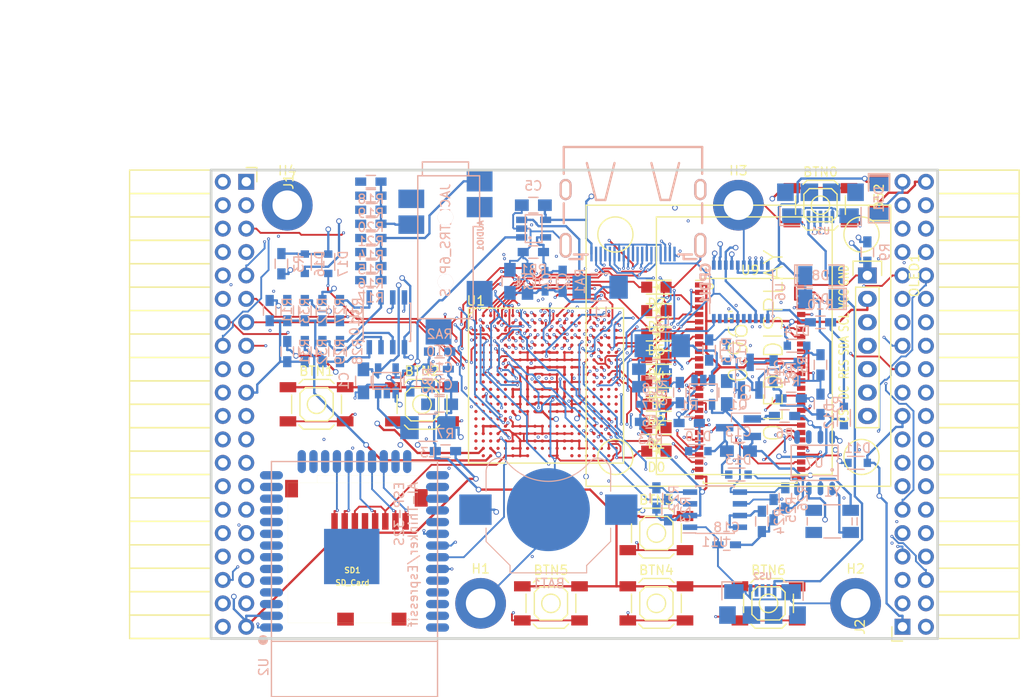
<source format=kicad_pcb>
(kicad_pcb (version 4) (host pcbnew 4.0.5+dfsg1-4)
  (layers (0 F.Cu signal) (1 In1.Cu signal) (2 In2.Cu signal) (31 B.Cu signal) (34 B.Paste user) (35 F.Paste user) (36 B.SilkS user) (37 F.SilkS user) (38 B.Mask user) (39 F.Mask user) (44 Edge.Cuts user))
  (net 0 "")
  (net 1 GND)
  (net 2 +5V)
  (net 3 /gpio/IN5V)
  (net 4 /gpio/OUT5V)
  (net 5 +3V3)
  (net 6 "Net-(L1-Pad1)")
  (net 7 "Net-(L2-Pad1)")
  (net 8 +1V2)
  (net 9 BTN_D)
  (net 10 BTN_F1)
  (net 11 BTN_F2)
  (net 12 BTN_L)
  (net 13 BTN_R)
  (net 14 BTN_U)
  (net 15 /power/FB1)
  (net 16 +2V5)
  (net 17 "Net-(L3-Pad1)")
  (net 18 /power/PWREN)
  (net 19 /power/FB3)
  (net 20 /power/FB2)
  (net 21 "Net-(D9-Pad1)")
  (net 22 /power/VBAT)
  (net 23 SD_3)
  (net 24 JTAG_TDI)
  (net 25 JTAG_TCK)
  (net 26 JTAG_TMS)
  (net 27 JTAG_TDO)
  (net 28 /power/WAKEUPn)
  (net 29 /power/WKUP)
  (net 30 /power/SHUT)
  (net 31 /power/WAKE)
  (net 32 /power/HOLD)
  (net 33 /power/WKn)
  (net 34 /power/OSCI_32k)
  (net 35 /power/OSCO_32k)
  (net 36 FTDI_nSUSPEND)
  (net 37 USB_FTDI_DM)
  (net 38 USB_FTDI_DP)
  (net 39 "Net-(Q2-Pad3)")
  (net 40 SHUTDOWN)
  (net 41 /analog/AUDIO_L)
  (net 42 /analog/AUDIO_R)
  (net 43 GPDI_5V_SCL)
  (net 44 GPDI_5V_SDA)
  (net 45 GPDI_SDA)
  (net 46 GPDI_SCL)
  (net 47 /gpdi/VREF2)
  (net 48 /blinkey/BTNPU)
  (net 49 SD_CMD)
  (net 50 SD_CLK)
  (net 51 SD_D0)
  (net 52 SD_D1)
  (net 53 USB5V)
  (net 54 /gpio/B11)
  (net 55 /gpio/C11)
  (net 56 /gpio/A10)
  (net 57 /gpio/A11)
  (net 58 /gpio/B10)
  (net 59 /gpio/A9)
  (net 60 /gpio/C10)
  (net 61 /gpio/B9)
  (net 62 /gpio/E9)
  (net 63 /gpio/D9)
  (net 64 /gpio/A8)
  (net 65 /gpio/A7)
  (net 66 /gpio/B8)
  (net 67 /gpio/C8)
  (net 68 /gpio/D8)
  (net 69 /gpio/E8)
  (net 70 /gpio/C7)
  (net 71 /gpio/C6)
  (net 72 /gpio/D7)
  (net 73 /gpio/E7)
  (net 74 /gpio/D6)
  (net 75 /gpio/E6)
  (net 76 /gpio/B6)
  (net 77 /gpio/A6)
  (net 78 /gpio/A19)
  (net 79 /gpio/B20)
  (net 80 /gpio/A18)
  (net 81 /gpio/B19)
  (net 82 /gpio/A17)
  (net 83 /gpio/B18)
  (net 84 /gpio/B17)
  (net 85 /gpio/C17)
  (net 86 /gpio/C16)
  (net 87 /gpio/D16)
  (net 88 /gpio/A16)
  (net 89 /gpio/B16)
  (net 90 /gpio/D15)
  (net 91 /gpio/E15)
  (net 92 /gpio/B15)
  (net 93 /gpio/C15)
  (net 94 /gpio/D14)
  (net 95 /gpio/E14)
  (net 96 /gpio/A14)
  (net 97 /gpio/C14)
  (net 98 /gpio/D13)
  (net 99 /gpio/E13)
  (net 100 /gpio/B13)
  (net 101 /gpio/C13)
  (net 102 /gpio/A12)
  (net 103 /gpio/A13)
  (net 104 /gpio/D12)
  (net 105 /gpio/E12)
  (net 106 /gpio/B12)
  (net 107 /gpio/C12)
  (net 108 /gpio/D11)
  (net 109 /gpio/E11)
  (net 110 "Net-(BTN0-Pad1)")
  (net 111 LED0)
  (net 112 LED1)
  (net 113 LED2)
  (net 114 LED3)
  (net 115 LED4)
  (net 116 LED5)
  (net 117 LED6)
  (net 118 LED7)
  (net 119 BTN_PWRn)
  (net 120 GPDI_ETH_N)
  (net 121 GPDI_ETH_P)
  (net 122 GPDI_D2_P)
  (net 123 GPDI_D2_N)
  (net 124 GPDI_D1_P)
  (net 125 GPDI_D1_N)
  (net 126 GPDI_D0_P)
  (net 127 GPDI_D0_N)
  (net 128 GPDI_CLK_P)
  (net 129 GPDI_CLK_N)
  (net 130 GPDI_CEC)
  (net 131 nRESET)
  (net 132 /usb/FT3V3)
  (net 133 FTDI_nDTR)
  (net 134 SDRAM_CKE)
  (net 135 SDRAM_A7)
  (net 136 SDRAM_D15)
  (net 137 SDRAM_BA1)
  (net 138 SDRAM_D7)
  (net 139 SDRAM_A6)
  (net 140 SDRAM_CLK)
  (net 141 SDRAM_D13)
  (net 142 SDRAM_BA0)
  (net 143 SDRAM_D6)
  (net 144 SDRAM_A5)
  (net 145 SDRAM_D14)
  (net 146 SDRAM_A11)
  (net 147 SDRAM_D12)
  (net 148 SDRAM_D5)
  (net 149 SDRAM_A4)
  (net 150 SDRAM_A10)
  (net 151 SDRAM_D11)
  (net 152 SDRAM_A3)
  (net 153 SDRAM_D4)
  (net 154 SDRAM_D10)
  (net 155 SDRAM_D9)
  (net 156 SDRAM_A9)
  (net 157 SDRAM_D3)
  (net 158 SDRAM_D8)
  (net 159 SDRAM_A8)
  (net 160 SDRAM_A2)
  (net 161 SDRAM_A1)
  (net 162 SDRAM_A0)
  (net 163 SDRAM_D2)
  (net 164 SDRAM_D1)
  (net 165 SDRAM_D0)
  (net 166 SDRAM_DQM0)
  (net 167 SDRAM_nCS)
  (net 168 SDRAM_nRAS)
  (net 169 SDRAM_DQM1)
  (net 170 SDRAM_nCAS)
  (net 171 SDRAM_nWE)
  (net 172 /flash/FLASH_nWP)
  (net 173 /flash/FLASH_nHOLD)
  (net 174 /flash/FLASH_MOSI)
  (net 175 /flash/FLASH_MISO)
  (net 176 /flash/FLASH_SCK)
  (net 177 /flash/FLASH_nCS)
  (net 178 /flash/FPGA_PROGRAMN)
  (net 179 /flash/FPGA_DONE)
  (net 180 /flash/FPGA_INITN)
  (module Keystone_3000_1x12mm-CoinCell:Keystone_3000_1x12mm-CoinCell (layer B.Cu) (at 135.73 98.25)
    (fp_text reference BAT1 (at 0 8) (layer B.SilkS) (effects (justify mirror)))
    (fp_text value CR1225)
    (pad 1 smd rect (at -7.9 0) (size 3.5 3.3) (layers B.Cu B.Paste B.Mask) (net 22 /power/VBAT))
    (pad 1 smd rect (at 7.9 0) (size 3.5 3.3) (layers B.Cu B.Paste B.Mask) (net 22 /power/VBAT))
    (pad 2 smd circle (at 0 0) (size 9 9) (layers B.Cu B.Mask) (net 1 GND))
  )
  (module SMD_Packages:SMD-1206_Pol (layer F.Cu) (at 171.57 64.341 90)
    (fp_text reference D52 (at 0 0 90) (layer F.SilkS))
    (fp_text value 2A)
    (pad 1 smd rect (at -1.651 0 90) (size 1.524 2.032) (layers F.Cu F.Paste F.Mask) (net 4 /gpio/OUT5V))
    (pad 2 smd rect (at 1.651 0 90) (size 1.524 2.032) (layers F.Cu F.Paste F.Mask) (net 2 +5V))
  )
  (module SMD_Packages:SMD-1206_Pol (layer B.Cu) (at 171.57 64.595 270)
    (fp_text reference D51 (at 0 0 270) (layer B.SilkS) (effects (justify mirror)))
    (fp_text value 2A)
    (pad 1 smd rect (at -1.651 0 270) (size 1.524 2.032) (layers B.Cu B.Paste B.Mask) (net 2 +5V))
    (pad 2 smd rect (at 1.651 0 270) (size 1.524 2.032) (layers B.Cu B.Paste B.Mask) (net 3 /gpio/IN5V))
  )
  (module micro-sd:MicroSD_TF02D (layer F.Cu) (at 114.5 110.52 180)
    (fp_text reference SD1 (at 0 5.7 180) (layer F.SilkS) (effects (font (size 0.59944 0.59944) (thickness 0.12446))))
    (fp_text value SD_Card (at 0 4.35 180) (layer F.SilkS) (effects (font (size 0.59944 0.59944) (thickness 0.12446))))
    (pad 1 smd rect (at 1.94 11 180) (size 0.7 1.8) (layers F.Cu F.Paste F.Mask) (net 23 SD_3))
    (pad 2 smd rect (at 0.84 11 180) (size 0.7 1.8) (layers F.Cu F.Paste F.Mask) (net 49 SD_CMD))
    (pad 3 smd rect (at -0.26 11 180) (size 0.7 1.8) (layers F.Cu F.Paste F.Mask) (net 1 GND))
    (pad 4 smd rect (at -1.36 11 180) (size 0.7 1.8) (layers F.Cu F.Paste F.Mask) (net 5 +3V3))
    (pad 5 smd rect (at -2.46 11 180) (size 0.7 1.8) (layers F.Cu F.Paste F.Mask) (net 50 SD_CLK))
    (pad 6 smd rect (at -3.56 11 180) (size 0.7 1.8) (layers F.Cu F.Paste F.Mask) (net 1 GND))
    (pad 7 smd rect (at -4.66 11 180) (size 0.7 1.8) (layers F.Cu F.Paste F.Mask) (net 51 SD_D0))
    (pad 8 smd rect (at -5.76 11 180) (size 0.7 1.8) (layers F.Cu F.Paste F.Mask) (net 52 SD_D1))
    (pad S smd rect (at -5.05 0.4 180) (size 1.6 1.4) (layers F.Cu F.Paste F.Mask))
    (pad S smd rect (at 0.75 0.4 180) (size 1.8 1.4) (layers F.Cu F.Paste F.Mask))
    (pad G smd rect (at -7.45 13.55 180) (size 1.4 1.9) (layers F.Cu F.Paste F.Mask))
    (pad G smd rect (at 6.6 14.55 180) (size 1.4 1.9) (layers F.Cu F.Paste F.Mask))
  )
  (module Resistors_SMD:R_1210_HandSoldering (layer B.Cu) (at 141.344 74.12)
    (fp_text reference L1 (at 0 2.7) (layer B.SilkS) (effects (justify mirror)))
    (fp_text value 2.2uH)
    (pad 1 smd rect (at -2 0) (size 2 2.5) (layers B.Cu B.Paste B.Mask) (net 6 "Net-(L1-Pad1)"))
    (pad 2 smd rect (at 2 0) (size 2 2.5) (layers B.Cu B.Paste B.Mask) (net 8 +1V2))
  )
  (module TSOT-25:TSOT-25 (layer B.Cu) (at 134.135 67.77 90)
    (fp_text reference U3 (at 0 -0.5 90) (layer B.SilkS) (effects (font (size 0.15 0.15) (thickness 0.0375)) (justify mirror)))
    (fp_text value AP3429A)
    (pad 1 smd rect (at -0.95 -1.3 90) (size 0.7 1.2) (layers B.Cu B.Paste B.Mask) (net 18 /power/PWREN))
    (pad 2 smd rect (at 0 -1.3 90) (size 0.7 1.2) (layers B.Cu B.Paste B.Mask) (net 1 GND))
    (pad 3 smd rect (at 0.95 -1.3 90) (size 0.7 1.2) (layers B.Cu B.Paste B.Mask) (net 6 "Net-(L1-Pad1)"))
    (pad 4 smd rect (at 0.95 1.3 90) (size 0.7 1.2) (layers B.Cu B.Paste B.Mask) (net 2 +5V))
    (pad 5 smd rect (at -0.95 1.3 90) (size 0.7 1.2) (layers B.Cu B.Paste B.Mask) (net 15 /power/FB1))
  )
  (module Resistors_SMD:R_1210_HandSoldering (layer B.Cu) (at 148.075 80.47 180)
    (fp_text reference L2 (at 0 2.7 180) (layer B.SilkS) (effects (justify mirror)))
    (fp_text value 2.2uH)
    (pad 1 smd rect (at -2 0 180) (size 2 2.5) (layers B.Cu B.Paste B.Mask) (net 7 "Net-(L2-Pad1)"))
    (pad 2 smd rect (at 2 0 180) (size 2 2.5) (layers B.Cu B.Paste B.Mask) (net 5 +3V3))
  )
  (module TSOT-25:TSOT-25 (layer B.Cu) (at 152.52 85.52)
    (fp_text reference U4 (at 0 -0.5) (layer B.SilkS) (effects (font (size 0.15 0.15) (thickness 0.0375)) (justify mirror)))
    (fp_text value AP3429A)
    (pad 1 smd rect (at -0.95 -1.3) (size 0.7 1.2) (layers B.Cu B.Paste B.Mask) (net 18 /power/PWREN))
    (pad 2 smd rect (at 0 -1.3) (size 0.7 1.2) (layers B.Cu B.Paste B.Mask) (net 1 GND))
    (pad 3 smd rect (at 0.95 -1.3) (size 0.7 1.2) (layers B.Cu B.Paste B.Mask) (net 7 "Net-(L2-Pad1)"))
    (pad 4 smd rect (at 0.95 1.3) (size 0.7 1.2) (layers B.Cu B.Paste B.Mask) (net 2 +5V))
    (pad 5 smd rect (at -0.95 1.3) (size 0.7 1.2) (layers B.Cu B.Paste B.Mask) (net 19 /power/FB3))
  )
  (module Buttons_Switches_SMD:SW_SPST_SKQG (layer F.Cu) (at 110.61 86.82)
    (fp_text reference BTN1 (at 0 -3.6) (layer F.SilkS))
    (fp_text value FIRE1)
    (pad 1 smd rect (at -3.1 -1.85) (size 1.8 1.1) (layers F.Cu F.Paste F.Mask) (net 48 /blinkey/BTNPU))
    (pad 1 smd rect (at 3.1 -1.85) (size 1.8 1.1) (layers F.Cu F.Paste F.Mask) (net 48 /blinkey/BTNPU))
    (pad 2 smd rect (at -3.1 1.85) (size 1.8 1.1) (layers F.Cu F.Paste F.Mask) (net 10 BTN_F1))
    (pad 2 smd rect (at 3.1 1.85) (size 1.8 1.1) (layers F.Cu F.Paste F.Mask) (net 10 BTN_F1))
  )
  (module Buttons_Switches_SMD:SW_SPST_SKQG (layer F.Cu) (at 122.04 86.82)
    (fp_text reference BTN2 (at 0 -3.6) (layer F.SilkS))
    (fp_text value FIRE2)
    (pad 1 smd rect (at -3.1 -1.85) (size 1.8 1.1) (layers F.Cu F.Paste F.Mask) (net 48 /blinkey/BTNPU))
    (pad 1 smd rect (at 3.1 -1.85) (size 1.8 1.1) (layers F.Cu F.Paste F.Mask) (net 48 /blinkey/BTNPU))
    (pad 2 smd rect (at -3.1 1.85) (size 1.8 1.1) (layers F.Cu F.Paste F.Mask) (net 11 BTN_F2))
    (pad 2 smd rect (at 3.1 1.85) (size 1.8 1.1) (layers F.Cu F.Paste F.Mask) (net 11 BTN_F2))
  )
  (module Buttons_Switches_SMD:SW_SPST_SKQG (layer F.Cu) (at 147.44 100.79)
    (fp_text reference BTN3 (at 0 -3.6) (layer F.SilkS))
    (fp_text value UP)
    (pad 1 smd rect (at -3.1 -1.85) (size 1.8 1.1) (layers F.Cu F.Paste F.Mask) (net 48 /blinkey/BTNPU))
    (pad 1 smd rect (at 3.1 -1.85) (size 1.8 1.1) (layers F.Cu F.Paste F.Mask) (net 48 /blinkey/BTNPU))
    (pad 2 smd rect (at -3.1 1.85) (size 1.8 1.1) (layers F.Cu F.Paste F.Mask) (net 14 BTN_U))
    (pad 2 smd rect (at 3.1 1.85) (size 1.8 1.1) (layers F.Cu F.Paste F.Mask) (net 14 BTN_U))
  )
  (module Buttons_Switches_SMD:SW_SPST_SKQG (layer F.Cu) (at 147.44 108.41)
    (fp_text reference BTN4 (at 0 -3.6) (layer F.SilkS))
    (fp_text value DOWN)
    (pad 1 smd rect (at -3.1 -1.85) (size 1.8 1.1) (layers F.Cu F.Paste F.Mask) (net 48 /blinkey/BTNPU))
    (pad 1 smd rect (at 3.1 -1.85) (size 1.8 1.1) (layers F.Cu F.Paste F.Mask) (net 48 /blinkey/BTNPU))
    (pad 2 smd rect (at -3.1 1.85) (size 1.8 1.1) (layers F.Cu F.Paste F.Mask) (net 9 BTN_D))
    (pad 2 smd rect (at 3.1 1.85) (size 1.8 1.1) (layers F.Cu F.Paste F.Mask) (net 9 BTN_D))
  )
  (module Buttons_Switches_SMD:SW_SPST_SKQG (layer F.Cu) (at 136.01 108.41)
    (fp_text reference BTN5 (at 0 -3.6) (layer F.SilkS))
    (fp_text value LEFT)
    (pad 1 smd rect (at -3.1 -1.85) (size 1.8 1.1) (layers F.Cu F.Paste F.Mask) (net 48 /blinkey/BTNPU))
    (pad 1 smd rect (at 3.1 -1.85) (size 1.8 1.1) (layers F.Cu F.Paste F.Mask) (net 48 /blinkey/BTNPU))
    (pad 2 smd rect (at -3.1 1.85) (size 1.8 1.1) (layers F.Cu F.Paste F.Mask) (net 12 BTN_L))
    (pad 2 smd rect (at 3.1 1.85) (size 1.8 1.1) (layers F.Cu F.Paste F.Mask) (net 12 BTN_L))
  )
  (module Buttons_Switches_SMD:SW_SPST_SKQG (layer F.Cu) (at 159.59 108.41)
    (fp_text reference BTN6 (at 0 -3.6) (layer F.SilkS))
    (fp_text value RIGHT)
    (pad 1 smd rect (at -3.1 -1.85) (size 1.8 1.1) (layers F.Cu F.Paste F.Mask) (net 48 /blinkey/BTNPU))
    (pad 1 smd rect (at 3.1 -1.85) (size 1.8 1.1) (layers F.Cu F.Paste F.Mask) (net 48 /blinkey/BTNPU))
    (pad 2 smd rect (at -3.1 1.85) (size 1.8 1.1) (layers F.Cu F.Paste F.Mask) (net 13 BTN_R))
    (pad 2 smd rect (at 3.1 1.85) (size 1.8 1.1) (layers F.Cu F.Paste F.Mask) (net 13 BTN_R))
  )
  (module LEDs:LED_0805 (layer F.Cu) (at 147.44 91.9 180)
    (fp_text reference D0 (at 0 -1.75 180) (layer F.SilkS))
    (fp_text value LED)
    (pad 2 smd rect (at 1.04902 0) (size 1.19888 1.19888) (layers F.Cu F.Paste F.Mask) (net 111 LED0))
    (pad 1 smd rect (at -1.04902 0) (size 1.19888 1.19888) (layers F.Cu F.Paste F.Mask) (net 1 GND))
  )
  (module LEDs:LED_0805 (layer F.Cu) (at 147.44 89.36 180)
    (fp_text reference D1 (at 0 -1.75 180) (layer F.SilkS))
    (fp_text value LED)
    (pad 2 smd rect (at 1.04902 0) (size 1.19888 1.19888) (layers F.Cu F.Paste F.Mask) (net 112 LED1))
    (pad 1 smd rect (at -1.04902 0) (size 1.19888 1.19888) (layers F.Cu F.Paste F.Mask) (net 1 GND))
  )
  (module LEDs:LED_0805 (layer F.Cu) (at 147.44 86.82 180)
    (fp_text reference D2 (at 0 -1.75 180) (layer F.SilkS))
    (fp_text value LED)
    (pad 2 smd rect (at 1.04902 0) (size 1.19888 1.19888) (layers F.Cu F.Paste F.Mask) (net 113 LED2))
    (pad 1 smd rect (at -1.04902 0) (size 1.19888 1.19888) (layers F.Cu F.Paste F.Mask) (net 1 GND))
  )
  (module LEDs:LED_0805 (layer F.Cu) (at 147.44 84.28 180)
    (fp_text reference D3 (at 0 -1.75 180) (layer F.SilkS))
    (fp_text value LED)
    (pad 2 smd rect (at 1.04902 0) (size 1.19888 1.19888) (layers F.Cu F.Paste F.Mask) (net 114 LED3))
    (pad 1 smd rect (at -1.04902 0) (size 1.19888 1.19888) (layers F.Cu F.Paste F.Mask) (net 1 GND))
  )
  (module LEDs:LED_0805 (layer F.Cu) (at 147.44 81.74 180)
    (fp_text reference D4 (at 0 -1.75 180) (layer F.SilkS))
    (fp_text value LED)
    (pad 2 smd rect (at 1.04902 0) (size 1.19888 1.19888) (layers F.Cu F.Paste F.Mask) (net 115 LED4))
    (pad 1 smd rect (at -1.04902 0) (size 1.19888 1.19888) (layers F.Cu F.Paste F.Mask) (net 1 GND))
  )
  (module LEDs:LED_0805 (layer F.Cu) (at 147.44 79.2 180)
    (fp_text reference D5 (at 0 -1.75 180) (layer F.SilkS))
    (fp_text value LED)
    (pad 2 smd rect (at 1.04902 0) (size 1.19888 1.19888) (layers F.Cu F.Paste F.Mask) (net 116 LED5))
    (pad 1 smd rect (at -1.04902 0) (size 1.19888 1.19888) (layers F.Cu F.Paste F.Mask) (net 1 GND))
  )
  (module LEDs:LED_0805 (layer F.Cu) (at 147.44 76.66 180)
    (fp_text reference D6 (at 0 -1.75 180) (layer F.SilkS))
    (fp_text value LED)
    (pad 2 smd rect (at 1.04902 0) (size 1.19888 1.19888) (layers F.Cu F.Paste F.Mask) (net 117 LED6))
    (pad 1 smd rect (at -1.04902 0) (size 1.19888 1.19888) (layers F.Cu F.Paste F.Mask) (net 1 GND))
  )
  (module LEDs:LED_0805 (layer F.Cu) (at 147.44 74.12 180)
    (fp_text reference D7 (at 0 -1.75 180) (layer F.SilkS))
    (fp_text value LED)
    (pad 2 smd rect (at 1.04902 0) (size 1.19888 1.19888) (layers F.Cu F.Paste F.Mask) (net 118 LED7))
    (pad 1 smd rect (at -1.04902 0) (size 1.19888 1.19888) (layers F.Cu F.Paste F.Mask) (net 1 GND))
  )
  (module Resistors_SMD:R_1210_HandSoldering (layer B.Cu) (at 122.675 89.36)
    (fp_text reference L3 (at 0 2.7) (layer B.SilkS) (effects (justify mirror)))
    (fp_text value 2.2uH)
    (pad 1 smd rect (at -2 0) (size 2 2.5) (layers B.Cu B.Paste B.Mask) (net 17 "Net-(L3-Pad1)"))
    (pad 2 smd rect (at 2 0) (size 2 2.5) (layers B.Cu B.Paste B.Mask) (net 16 +2V5))
  )
  (module TSOT-25:TSOT-25 (layer B.Cu) (at 118.23 84.28 180)
    (fp_text reference U5 (at 0 -0.5 180) (layer B.SilkS) (effects (font (size 0.15 0.15) (thickness 0.0375)) (justify mirror)))
    (fp_text value AP3429A)
    (pad 1 smd rect (at -0.95 -1.3 180) (size 0.7 1.2) (layers B.Cu B.Paste B.Mask) (net 18 /power/PWREN))
    (pad 2 smd rect (at 0 -1.3 180) (size 0.7 1.2) (layers B.Cu B.Paste B.Mask) (net 1 GND))
    (pad 3 smd rect (at 0.95 -1.3 180) (size 0.7 1.2) (layers B.Cu B.Paste B.Mask) (net 17 "Net-(L3-Pad1)"))
    (pad 4 smd rect (at 0.95 1.3 180) (size 0.7 1.2) (layers B.Cu B.Paste B.Mask) (net 2 +5V))
    (pad 5 smd rect (at -0.95 1.3 180) (size 0.7 1.2) (layers B.Cu B.Paste B.Mask) (net 20 /power/FB2))
  )
  (module Capacitors_SMD:C_0805_HandSoldering (layer B.Cu) (at 115.69 84.28 270)
    (fp_text reference C1 (at 0 2.1 270) (layer B.SilkS) (effects (justify mirror)))
    (fp_text value 22uF)
    (pad 1 smd rect (at -1.25 0 270) (size 1.5 1.25) (layers B.Cu B.Paste B.Mask) (net 2 +5V))
    (pad 2 smd rect (at 1.25 0 270) (size 1.5 1.25) (layers B.Cu B.Paste B.Mask) (net 1 GND))
  )
  (module Capacitors_SMD:C_0805_HandSoldering (layer B.Cu) (at 131.565 73.485 90)
    (fp_text reference C3 (at 0 2.1 90) (layer B.SilkS) (effects (justify mirror)))
    (fp_text value 22uF)
    (pad 1 smd rect (at -1.25 0 90) (size 1.5 1.25) (layers B.Cu B.Paste B.Mask) (net 8 +1V2))
    (pad 2 smd rect (at 1.25 0 90) (size 1.5 1.25) (layers B.Cu B.Paste B.Mask) (net 1 GND))
  )
  (module Capacitors_SMD:C_0805_HandSoldering (layer B.Cu) (at 133.47 73.485 90)
    (fp_text reference C4 (at 0 2.1 90) (layer B.SilkS) (effects (justify mirror)))
    (fp_text value 22uF)
    (pad 1 smd rect (at -1.25 0 90) (size 1.5 1.25) (layers B.Cu B.Paste B.Mask) (net 8 +1V2))
    (pad 2 smd rect (at 1.25 0 90) (size 1.5 1.25) (layers B.Cu B.Paste B.Mask) (net 1 GND))
  )
  (module Capacitors_SMD:C_0805_HandSoldering (layer B.Cu) (at 134.105 65.23 180)
    (fp_text reference C5 (at 0 2.1 180) (layer B.SilkS) (effects (justify mirror)))
    (fp_text value 22uF)
    (pad 1 smd rect (at -1.25 0 180) (size 1.5 1.25) (layers B.Cu B.Paste B.Mask) (net 2 +5V))
    (pad 2 smd rect (at 1.25 0 180) (size 1.5 1.25) (layers B.Cu B.Paste B.Mask) (net 1 GND))
  )
  (module Capacitors_SMD:C_0805_HandSoldering (layer B.Cu) (at 146.805 84.915)
    (fp_text reference C7 (at 0 2.1) (layer B.SilkS) (effects (justify mirror)))
    (fp_text value 22uF)
    (pad 1 smd rect (at -1.25 0) (size 1.5 1.25) (layers B.Cu B.Paste B.Mask) (net 5 +3V3))
    (pad 2 smd rect (at 1.25 0) (size 1.5 1.25) (layers B.Cu B.Paste B.Mask) (net 1 GND))
  )
  (module Capacitors_SMD:C_0805_HandSoldering (layer B.Cu) (at 146.805 83.01)
    (fp_text reference C8 (at 0 2.1) (layer B.SilkS) (effects (justify mirror)))
    (fp_text value 22uF)
    (pad 1 smd rect (at -1.25 0) (size 1.5 1.25) (layers B.Cu B.Paste B.Mask) (net 5 +3V3))
    (pad 2 smd rect (at 1.25 0) (size 1.5 1.25) (layers B.Cu B.Paste B.Mask) (net 1 GND))
  )
  (module Capacitors_SMD:C_0805_HandSoldering (layer B.Cu) (at 155.06 85.55 90)
    (fp_text reference C9 (at 0 2.1 90) (layer B.SilkS) (effects (justify mirror)))
    (fp_text value 22uF)
    (pad 1 smd rect (at -1.25 0 90) (size 1.5 1.25) (layers B.Cu B.Paste B.Mask) (net 2 +5V))
    (pad 2 smd rect (at 1.25 0 90) (size 1.5 1.25) (layers B.Cu B.Paste B.Mask) (net 1 GND))
  )
  (module Capacitors_SMD:C_0805_HandSoldering (layer B.Cu) (at 123.945 84.915 180)
    (fp_text reference C11 (at 0 2.1 180) (layer B.SilkS) (effects (justify mirror)))
    (fp_text value 22uF)
    (pad 1 smd rect (at -1.25 0 180) (size 1.5 1.25) (layers B.Cu B.Paste B.Mask) (net 16 +2V5))
    (pad 2 smd rect (at 1.25 0 180) (size 1.5 1.25) (layers B.Cu B.Paste B.Mask) (net 1 GND))
  )
  (module Capacitors_SMD:C_0805_HandSoldering (layer B.Cu) (at 123.945 86.82 180)
    (fp_text reference C12 (at 0 2.1 180) (layer B.SilkS) (effects (justify mirror)))
    (fp_text value 22uF)
    (pad 1 smd rect (at -1.25 0 180) (size 1.5 1.25) (layers B.Cu B.Paste B.Mask) (net 16 +2V5))
    (pad 2 smd rect (at 1.25 0 180) (size 1.5 1.25) (layers B.Cu B.Paste B.Mask) (net 1 GND))
  )
  (module SMD_Packages:SMD-1206_Pol (layer B.Cu) (at 165.22 72.85)
    (fp_text reference D8 (at 0 0) (layer B.SilkS) (effects (justify mirror)))
    (fp_text value 2A)
    (pad 1 smd rect (at -1.651 0) (size 1.524 2.032) (layers B.Cu B.Paste B.Mask) (net 2 +5V))
    (pad 2 smd rect (at 1.651 0) (size 1.524 2.032) (layers B.Cu B.Paste B.Mask) (net 53 USB5V))
  )
  (module SMD_Packages:SMD-1206_Pol (layer B.Cu) (at 165.22 75.39 180)
    (fp_text reference D9 (at 0 0 180) (layer B.SilkS) (effects (justify mirror)))
    (fp_text value 2A)
    (pad 1 smd rect (at -1.651 0 180) (size 1.524 2.032) (layers B.Cu B.Paste B.Mask) (net 21 "Net-(D9-Pad1)"))
    (pad 2 smd rect (at 1.651 0 180) (size 1.524 2.032) (layers B.Cu B.Paste B.Mask) (net 2 +5V))
  )
  (module Power_Integrations:SO-8 (layer B.Cu) (at 164.585 93.17 180)
    (fp_text reference U7 (at 0 0 180) (layer B.SilkS) (effects (justify mirror)))
    (fp_text value PCF8523)
    (pad 1 smd oval (at -1.905 -2.794 180) (size 0.6096 1.4732) (layers B.Cu B.Paste B.Mask) (net 34 /power/OSCI_32k))
    (pad 2 smd oval (at -0.635 -2.794 180) (size 0.6096 1.4732) (layers B.Cu B.Paste B.Mask) (net 35 /power/OSCO_32k))
    (pad 3 smd oval (at 0.635 -2.794 180) (size 0.6096 1.4732) (layers B.Cu B.Paste B.Mask) (net 22 /power/VBAT))
    (pad 4 smd oval (at 1.905 -2.794 180) (size 0.6096 1.4732) (layers B.Cu B.Paste B.Mask) (net 1 GND))
    (pad 5 smd oval (at 1.905 2.794 180) (size 0.6096 1.4732) (layers B.Cu B.Paste B.Mask))
    (pad 6 smd oval (at 0.635 2.794 180) (size 0.6096 1.4732) (layers B.Cu B.Paste B.Mask))
    (pad 7 smd oval (at -0.635 2.794 180) (size 0.6096 1.4732) (layers B.Cu B.Paste B.Mask) (net 28 /power/WAKEUPn))
    (pad 8 smd oval (at -1.905 2.794 180) (size 0.6096 1.4732) (layers B.Cu B.Paste B.Mask) (net 16 +2V5))
  )
  (module Capacitors_SMD:C_0805_HandSoldering (layer B.Cu) (at 156.33 91.9 180)
    (fp_text reference C13 (at 0 2.1 180) (layer B.SilkS) (effects (justify mirror)))
    (fp_text value 2.2uF)
    (pad 1 smd rect (at -1.25 0 180) (size 1.5 1.25) (layers B.Cu B.Paste B.Mask) (net 2 +5V))
    (pad 2 smd rect (at 1.25 0 180) (size 1.5 1.25) (layers B.Cu B.Paste B.Mask) (net 29 /power/WKUP))
  )
  (module Diodes_SMD:D_0805 (layer B.Cu) (at 151.978 91.9)
    (fp_text reference D10 (at 0 -1.6) (layer B.SilkS) (effects (justify mirror)))
    (fp_text value 1N4148)
    (pad 1 smd rect (at -1.05 0) (size 0.8 0.9) (layers B.Cu B.Paste B.Mask) (net 31 /power/WAKE))
    (pad 2 smd rect (at 1.05 0) (size 0.8 0.9) (layers B.Cu B.Paste B.Mask) (net 29 /power/WKUP))
  )
  (module Diodes_SMD:D_0805 (layer B.Cu) (at 169.25 93.17)
    (fp_text reference D11 (at 0 -1.6) (layer B.SilkS) (effects (justify mirror)))
    (fp_text value 1N4148)
    (pad 1 smd rect (at -1.05 0) (size 0.8 0.9) (layers B.Cu B.Paste B.Mask) (net 32 /power/HOLD))
    (pad 2 smd rect (at 1.05 0) (size 0.8 0.9) (layers B.Cu B.Paste B.Mask) (net 5 +3V3))
  )
  (module Diodes_SMD:D_0805 (layer B.Cu) (at 155.06 81.105 270)
    (fp_text reference D15 (at 0 -1.6 270) (layer B.SilkS) (effects (justify mirror)))
    (fp_text value BAT42)
    (pad 1 smd rect (at -1.05 0 270) (size 0.8 0.9) (layers B.Cu B.Paste B.Mask) (net 30 /power/SHUT))
    (pad 2 smd rect (at 1.05 0 270) (size 0.8 0.9) (layers B.Cu B.Paste B.Mask) (net 40 SHUTDOWN))
  )
  (module Diodes_SMD:D_0805 (layer B.Cu) (at 167.76 88.09 90)
    (fp_text reference D12 (at 0 -1.6 90) (layer B.SilkS) (effects (justify mirror)))
    (fp_text value 1N4148)
    (pad 1 smd rect (at -1.05 0 90) (size 0.8 0.9) (layers B.Cu B.Paste B.Mask) (net 18 /power/PWREN))
    (pad 2 smd rect (at 1.05 0 90) (size 0.8 0.9) (layers B.Cu B.Paste B.Mask) (net 36 FTDI_nSUSPEND))
  )
  (module usb_otg:USB-MICRO-B-FCI-10118192-0001LF (layer B.Cu) (at 165.22 63.825)
    (fp_text reference US1 (at 0 4.2) (layer B.SilkS) (effects (font (size 0.7 0.7)) (justify mirror)))
    (fp_text value USB_FTDI hide)
    (pad 6 smd rect (at -3.1 2.55) (size 2.1 1.6) (layers B.Cu B.Paste B.Mask) (net 1 GND))
    (pad 6 smd rect (at 3.1 2.55) (size 2.1 1.6) (layers B.Cu B.Paste B.Mask) (net 1 GND))
    (pad "" smd rect (at -1.2 0) (size 1.9 1.9) (layers B.Cu B.Paste B.Mask))
    (pad "" smd rect (at 1.2 0) (size 1.9 1.9) (layers B.Cu B.Paste B.Mask))
    (pad 1 smd rect (at -1.3 2.675) (size 0.4 1.35) (layers B.Cu B.Paste B.Mask) (net 53 USB5V))
    (pad 2 smd rect (at -0.65 2.675) (size 0.4 1.35) (layers B.Cu B.Paste B.Mask) (net 37 USB_FTDI_DM))
    (pad 3 smd rect (at 0 2.675) (size 0.4 1.35) (layers B.Cu B.Paste B.Mask) (net 38 USB_FTDI_DP))
    (pad 4 smd rect (at 0.65 2.675) (size 0.4 1.35) (layers B.Cu B.Paste B.Mask))
    (pad 5 smd rect (at 1.3 2.675) (size 0.4 1.35) (layers B.Cu B.Paste B.Mask) (net 1 GND))
    (pad "" smd rect (at -3.8 0) (size 1.8 1.9) (layers B.Cu B.Paste B.Mask))
    (pad "" smd rect (at 3.8 0) (size 1.8 1.9) (layers B.Cu B.Paste B.Mask))
  )
  (module usb_otg:USB-MICRO-B-FCI-10118192-0001LF (layer B.Cu) (at 158.94 109.68 180)
    (fp_text reference US2 (at 0 4.2 180) (layer B.SilkS) (effects (font (size 0.7 0.7)) (justify mirror)))
    (fp_text value USB_FPGA hide)
    (pad 6 smd rect (at -3.1 2.55 180) (size 2.1 1.6) (layers B.Cu B.Paste B.Mask) (net 1 GND))
    (pad 6 smd rect (at 3.1 2.55 180) (size 2.1 1.6) (layers B.Cu B.Paste B.Mask) (net 1 GND))
    (pad "" smd rect (at -1.2 0 180) (size 1.9 1.9) (layers B.Cu B.Paste B.Mask))
    (pad "" smd rect (at 1.2 0 180) (size 1.9 1.9) (layers B.Cu B.Paste B.Mask))
    (pad 1 smd rect (at -1.3 2.675 180) (size 0.4 1.35) (layers B.Cu B.Paste B.Mask) (net 21 "Net-(D9-Pad1)"))
    (pad 2 smd rect (at -0.65 2.675 180) (size 0.4 1.35) (layers B.Cu B.Paste B.Mask))
    (pad 3 smd rect (at 0 2.675 180) (size 0.4 1.35) (layers B.Cu B.Paste B.Mask))
    (pad 4 smd rect (at 0.65 2.675 180) (size 0.4 1.35) (layers B.Cu B.Paste B.Mask))
    (pad 5 smd rect (at 1.3 2.675 180) (size 0.4 1.35) (layers B.Cu B.Paste B.Mask) (net 1 GND))
    (pad "" smd rect (at -3.8 0 180) (size 1.8 1.9) (layers B.Cu B.Paste B.Mask))
    (pad "" smd rect (at 3.8 0 180) (size 1.8 1.9) (layers B.Cu B.Paste B.Mask))
  )
  (module audio-jack:CUI_SJ-43516-SMT (layer B.Cu) (at 124.58 69.04 270)
    (fp_text reference AUDIO1 (at -0.5 -3.8 270) (layer B.SilkS) (effects (font (size 0.6096 0.6096) (thickness 0.1524)) (justify mirror)))
    (fp_text value JACK_TRS_6PINS (at 0 0 270) (layer B.SilkS) (effects (justify mirror)))
    (pad 1 smd rect (at -6.4 -3.7 270) (size 2.2 2.8) (layers B.Cu B.Paste B.Mask) (net 41 /analog/AUDIO_L))
    (pad 4 smd rect (at -3.6 -3.7 270) (size 2.2 2.8) (layers B.Cu B.Paste B.Mask))
    (pad 2 smd rect (at 5.8 -3.7 270) (size 2.8 2.8) (layers B.Cu B.Paste B.Mask) (net 1 GND))
    (pad 5 smd rect (at 9.9 0.75 270) (size 2.8 2.8) (layers B.Cu B.Paste B.Mask))
    (pad 3 smd rect (at -1.7 3.7 270) (size 2 2.8) (layers B.Cu B.Paste B.Mask) (net 42 /analog/AUDIO_R))
    (pad 6 smd rect (at -4.5 3.7 270) (size 2 2.8) (layers B.Cu B.Paste B.Mask))
    (pad "" np_thru_hole circle (at -2.5 0 270) (size 1.7 1.7) (drill 1.7) (layers *.Cu *.Mask B.SilkS) (clearance 0.4))
    (pad "" np_thru_hole circle (at 4.5 0 270) (size 1.7 1.7) (drill 1.7) (layers *.Cu *.Mask B.SilkS) (clearance 0.4))
  )
  (module abs25:Crystal_SMD_ABS25 (layer B.Cu) (at 166.49 99.52 180)
    (fp_text reference Y1 (at 0 3.2 180) (layer B.SilkS) (effects (justify mirror)))
    (fp_text value 32768Hz)
    (pad 4 smd rect (at -2 1.2 180) (size 1.8 1.2) (layers B.Cu B.Paste B.Mask) (net 35 /power/OSCO_32k))
    (pad 3 smd rect (at 2 1.2 180) (size 1.8 1.2) (layers B.Cu B.Paste B.Mask))
    (pad 2 smd rect (at 2 -1.2 180) (size 1.8 1.2) (layers B.Cu B.Paste B.Mask))
    (pad 1 smd rect (at -2 -1.2 180) (size 1.8 1.2) (layers B.Cu B.Paste B.Mask) (net 34 /power/OSCI_32k))
  )
  (module TSOP54:TSOP54 (layer F.Cu) (at 157.6 84.28)
    (fp_text reference U9 (at 0 -12) (layer F.SilkS))
    (fp_text value MT48LC16M16A2TG)
    (pad 28 smd rect (at 5.53 10.4) (size 0.9 0.56) (layers F.Cu F.Paste F.Mask) (net 1 GND))
    (pad 1 smd rect (at -5.53 -10.4) (size 0.9 0.56) (layers F.Cu F.Paste F.Mask) (net 5 +3V3))
    (pad 2 smd rect (at -5.53 -9.6) (size 0.9 0.56) (layers F.Cu F.Paste F.Mask) (net 165 SDRAM_D0))
    (pad 3 smd rect (at -5.53 -8.8) (size 0.9 0.56) (layers F.Cu F.Paste F.Mask) (net 5 +3V3))
    (pad 4 smd rect (at -5.53 -8) (size 0.9 0.56) (layers F.Cu F.Paste F.Mask) (net 164 SDRAM_D1))
    (pad 5 smd rect (at -5.53 -7.2) (size 0.9 0.56) (layers F.Cu F.Paste F.Mask) (net 163 SDRAM_D2))
    (pad 6 smd rect (at -5.53 -6.4) (size 0.9 0.56) (layers F.Cu F.Paste F.Mask) (net 1 GND))
    (pad 7 smd rect (at -5.53 -5.6) (size 0.9 0.56) (layers F.Cu F.Paste F.Mask) (net 157 SDRAM_D3))
    (pad 8 smd rect (at -5.53 -4.8) (size 0.9 0.56) (layers F.Cu F.Paste F.Mask) (net 153 SDRAM_D4))
    (pad 9 smd rect (at -5.53 -4) (size 0.9 0.56) (layers F.Cu F.Paste F.Mask) (net 5 +3V3))
    (pad 10 smd rect (at -5.53 -3.2) (size 0.9 0.56) (layers F.Cu F.Paste F.Mask) (net 148 SDRAM_D5))
    (pad 11 smd rect (at -5.53 -2.4) (size 0.9 0.56) (layers F.Cu F.Paste F.Mask) (net 143 SDRAM_D6))
    (pad 12 smd rect (at -5.53 -1.6) (size 0.9 0.56) (layers F.Cu F.Paste F.Mask) (net 1 GND))
    (pad 13 smd rect (at -5.53 -0.8) (size 0.9 0.56) (layers F.Cu F.Paste F.Mask) (net 138 SDRAM_D7))
    (pad 14 smd rect (at -5.53 0) (size 0.9 0.56) (layers F.Cu F.Paste F.Mask) (net 5 +3V3))
    (pad 15 smd rect (at -5.53 0.8) (size 0.9 0.56) (layers F.Cu F.Paste F.Mask) (net 166 SDRAM_DQM0))
    (pad 16 smd rect (at -5.53 1.6) (size 0.9 0.56) (layers F.Cu F.Paste F.Mask) (net 171 SDRAM_nWE))
    (pad 17 smd rect (at -5.53 2.4) (size 0.9 0.56) (layers F.Cu F.Paste F.Mask) (net 170 SDRAM_nCAS))
    (pad 18 smd rect (at -5.53 3.2) (size 0.9 0.56) (layers F.Cu F.Paste F.Mask) (net 168 SDRAM_nRAS))
    (pad 19 smd rect (at -5.53 4) (size 0.9 0.56) (layers F.Cu F.Paste F.Mask) (net 167 SDRAM_nCS))
    (pad 20 smd rect (at -5.53 4.8) (size 0.9 0.56) (layers F.Cu F.Paste F.Mask) (net 142 SDRAM_BA0))
    (pad 21 smd rect (at -5.53 5.6) (size 0.9 0.56) (layers F.Cu F.Paste F.Mask) (net 137 SDRAM_BA1))
    (pad 22 smd rect (at -5.53 6.4) (size 0.9 0.56) (layers F.Cu F.Paste F.Mask) (net 150 SDRAM_A10))
    (pad 23 smd rect (at -5.53 7.2) (size 0.9 0.56) (layers F.Cu F.Paste F.Mask) (net 162 SDRAM_A0))
    (pad 24 smd rect (at -5.53 8) (size 0.9 0.56) (layers F.Cu F.Paste F.Mask) (net 161 SDRAM_A1))
    (pad 25 smd rect (at -5.53 8.8) (size 0.9 0.56) (layers F.Cu F.Paste F.Mask) (net 160 SDRAM_A2))
    (pad 26 smd rect (at -5.53 9.6) (size 0.9 0.56) (layers F.Cu F.Paste F.Mask) (net 152 SDRAM_A3))
    (pad 27 smd rect (at -5.53 10.4) (size 0.9 0.56) (layers F.Cu F.Paste F.Mask) (net 5 +3V3))
    (pad 29 smd rect (at 5.53 9.6) (size 0.9 0.56) (layers F.Cu F.Paste F.Mask) (net 149 SDRAM_A4))
    (pad 30 smd rect (at 5.53 8.8) (size 0.9 0.56) (layers F.Cu F.Paste F.Mask) (net 144 SDRAM_A5))
    (pad 31 smd rect (at 5.53 8) (size 0.9 0.56) (layers F.Cu F.Paste F.Mask) (net 139 SDRAM_A6))
    (pad 32 smd rect (at 5.53 7.2) (size 0.9 0.56) (layers F.Cu F.Paste F.Mask) (net 135 SDRAM_A7))
    (pad 33 smd rect (at 5.53 6.4) (size 0.9 0.56) (layers F.Cu F.Paste F.Mask) (net 159 SDRAM_A8))
    (pad 34 smd rect (at 5.53 5.6) (size 0.9 0.56) (layers F.Cu F.Paste F.Mask) (net 156 SDRAM_A9))
    (pad 35 smd rect (at 5.53 4.8) (size 0.9 0.56) (layers F.Cu F.Paste F.Mask) (net 146 SDRAM_A11))
    (pad 36 smd rect (at 5.53 4) (size 0.9 0.56) (layers F.Cu F.Paste F.Mask))
    (pad 37 smd rect (at 5.53 3.2) (size 0.9 0.56) (layers F.Cu F.Paste F.Mask) (net 134 SDRAM_CKE))
    (pad 38 smd rect (at 5.53 2.4) (size 0.9 0.56) (layers F.Cu F.Paste F.Mask) (net 140 SDRAM_CLK))
    (pad 39 smd rect (at 5.53 1.6) (size 0.9 0.56) (layers F.Cu F.Paste F.Mask) (net 169 SDRAM_DQM1))
    (pad 40 smd rect (at 5.53 0.8) (size 0.9 0.56) (layers F.Cu F.Paste F.Mask))
    (pad 41 smd rect (at 5.53 0) (size 0.9 0.56) (layers F.Cu F.Paste F.Mask) (net 1 GND))
    (pad 42 smd rect (at 5.53 -0.8) (size 0.9 0.56) (layers F.Cu F.Paste F.Mask) (net 158 SDRAM_D8))
    (pad 43 smd rect (at 5.53 -1.6) (size 0.9 0.56) (layers F.Cu F.Paste F.Mask) (net 5 +3V3))
    (pad 44 smd rect (at 5.53 -2.4) (size 0.9 0.56) (layers F.Cu F.Paste F.Mask) (net 155 SDRAM_D9))
    (pad 45 smd rect (at 5.53 -3.2) (size 0.9 0.56) (layers F.Cu F.Paste F.Mask) (net 154 SDRAM_D10))
    (pad 46 smd rect (at 5.53 -4) (size 0.9 0.56) (layers F.Cu F.Paste F.Mask) (net 1 GND))
    (pad 47 smd rect (at 5.53 -4.8) (size 0.9 0.56) (layers F.Cu F.Paste F.Mask) (net 151 SDRAM_D11))
    (pad 48 smd rect (at 5.53 -5.6) (size 0.9 0.56) (layers F.Cu F.Paste F.Mask) (net 147 SDRAM_D12))
    (pad 49 smd rect (at 5.53 -6.4) (size 0.9 0.56) (layers F.Cu F.Paste F.Mask) (net 5 +3V3))
    (pad 50 smd rect (at 5.53 -7.2) (size 0.9 0.56) (layers F.Cu F.Paste F.Mask) (net 141 SDRAM_D13))
    (pad 51 smd rect (at 5.53 -8) (size 0.9 0.56) (layers F.Cu F.Paste F.Mask) (net 145 SDRAM_D14))
    (pad 52 smd rect (at 5.53 -8.8) (size 0.9 0.56) (layers F.Cu F.Paste F.Mask) (net 1 GND))
    (pad 53 smd rect (at 5.53 -9.6) (size 0.9 0.56) (layers F.Cu F.Paste F.Mask) (net 136 SDRAM_D15))
    (pad 54 smd rect (at 5.53 -10.4) (size 0.9 0.56) (layers F.Cu F.Paste F.Mask) (net 1 GND))
  )
  (module TO_SOT_Packages_SMD:SOT-23_Handsoldering (layer B.Cu) (at 156.33 89.36 180)
    (fp_text reference Q1 (at 0 2.5 180) (layer B.SilkS) (effects (justify mirror)))
    (fp_text value BC857)
    (pad 1 smd rect (at -1.5 0.95 180) (size 1.9 0.8) (layers B.Cu B.Paste B.Mask) (net 33 /power/WKn))
    (pad 2 smd rect (at -1.5 -0.95 180) (size 1.9 0.8) (layers B.Cu B.Paste B.Mask) (net 2 +5V))
    (pad 3 smd rect (at 1.5 0 180) (size 1.9 0.8) (layers B.Cu B.Paste B.Mask) (net 29 /power/WKUP))
  )
  (module TO_SOT_Packages_SMD:SOT-23_Handsoldering (layer B.Cu) (at 157.6 83.772 90)
    (fp_text reference Q2 (at 0 2.5 90) (layer B.SilkS) (effects (justify mirror)))
    (fp_text value 2N7002)
    (pad 1 smd rect (at -1.5 0.95 90) (size 1.9 0.8) (layers B.Cu B.Paste B.Mask) (net 30 /power/SHUT))
    (pad 2 smd rect (at -1.5 -0.95 90) (size 1.9 0.8) (layers B.Cu B.Paste B.Mask) (net 1 GND))
    (pad 3 smd rect (at 1.5 0 90) (size 1.9 0.8) (layers B.Cu B.Paste B.Mask) (net 39 "Net-(Q2-Pad3)"))
  )
  (module Capacitors_SMD:C_0603_HandSoldering (layer B.Cu) (at 135.375 73.485 90)
    (fp_text reference C2 (at 0 1.9 90) (layer B.SilkS) (effects (justify mirror)))
    (fp_text value 470pF)
    (pad 1 smd rect (at -0.95 0 90) (size 1.2 0.75) (layers B.Cu B.Paste B.Mask) (net 8 +1V2))
    (pad 2 smd rect (at 0.95 0 90) (size 1.2 0.75) (layers B.Cu B.Paste B.Mask) (net 15 /power/FB1))
  )
  (module Capacitors_SMD:C_0603_HandSoldering (layer B.Cu) (at 146.805 86.82)
    (fp_text reference C6 (at 0 1.9) (layer B.SilkS) (effects (justify mirror)))
    (fp_text value 470pF)
    (pad 1 smd rect (at -0.95 0) (size 1.2 0.75) (layers B.Cu B.Paste B.Mask) (net 5 +3V3))
    (pad 2 smd rect (at 0.95 0) (size 1.2 0.75) (layers B.Cu B.Paste B.Mask) (net 19 /power/FB3))
  )
  (module Capacitors_SMD:C_0603_HandSoldering (layer B.Cu) (at 123.945 83.01 180)
    (fp_text reference C10 (at 0 1.9 180) (layer B.SilkS) (effects (justify mirror)))
    (fp_text value 470pF)
    (pad 1 smd rect (at -0.95 0 180) (size 1.2 0.75) (layers B.Cu B.Paste B.Mask) (net 16 +2V5))
    (pad 2 smd rect (at 0.95 0 180) (size 1.2 0.75) (layers B.Cu B.Paste B.Mask) (net 20 /power/FB2))
  )
  (module Capacitors_SMD:C_0603_HandSoldering (layer B.Cu) (at 162.68 83.33 270)
    (fp_text reference C14 (at 0 1.9 270) (layer B.SilkS) (effects (justify mirror)))
    (fp_text value 100nF)
    (pad 1 smd rect (at -0.95 0 270) (size 1.2 0.75) (layers B.Cu B.Paste B.Mask) (net 30 /power/SHUT))
    (pad 2 smd rect (at 0.95 0 270) (size 1.2 0.75) (layers B.Cu B.Paste B.Mask) (net 1 GND))
  )
  (module Resistors_SMD:R_0603_HandSoldering (layer B.Cu) (at 150.996 88.852 180)
    (fp_text reference R1 (at 0 1.9 180) (layer B.SilkS) (effects (justify mirror)))
    (fp_text value 15k)
    (pad 1 smd rect (at -1.1 0 180) (size 1.2 0.9) (layers B.Cu B.Paste B.Mask) (net 31 /power/WAKE))
    (pad 2 smd rect (at 1.1 0 180) (size 1.2 0.9) (layers B.Cu B.Paste B.Mask) (net 18 /power/PWREN))
  )
  (module Resistors_SMD:R_0603_HandSoldering (layer B.Cu) (at 165.22 86.82 90)
    (fp_text reference R2 (at 0 1.9 90) (layer B.SilkS) (effects (justify mirror)))
    (fp_text value 47k)
    (pad 1 smd rect (at -1.1 0 90) (size 1.2 0.9) (layers B.Cu B.Paste B.Mask) (net 18 /power/PWREN))
    (pad 2 smd rect (at 1.1 0 90) (size 1.2 0.9) (layers B.Cu B.Paste B.Mask) (net 1 GND))
  )
  (module Resistors_SMD:R_0603_HandSoldering (layer B.Cu) (at 162.045 86.185 180)
    (fp_text reference R4 (at 0 1.9 180) (layer B.SilkS) (effects (justify mirror)))
    (fp_text value 15k)
    (pad 1 smd rect (at -1.1 0 180) (size 1.2 0.9) (layers B.Cu B.Paste B.Mask) (net 32 /power/HOLD))
    (pad 2 smd rect (at 1.1 0 180) (size 1.2 0.9) (layers B.Cu B.Paste B.Mask) (net 18 /power/PWREN))
  )
  (module Resistors_SMD:R_0603_HandSoldering (layer B.Cu) (at 165.22 82.545 270)
    (fp_text reference R5 (at 0 1.9 270) (layer B.SilkS) (effects (justify mirror)))
    (fp_text value 4.7M)
    (pad 1 smd rect (at -1.1 0 270) (size 1.2 0.9) (layers B.Cu B.Paste B.Mask) (net 30 /power/SHUT))
    (pad 2 smd rect (at 1.1 0 270) (size 1.2 0.9) (layers B.Cu B.Paste B.Mask) (net 1 GND))
  )
  (module Resistors_SMD:R_0603_HandSoldering (layer B.Cu) (at 161.33 88.09)
    (fp_text reference R6 (at 0 1.9) (layer B.SilkS) (effects (justify mirror)))
    (fp_text value 1k)
    (pad 1 smd rect (at -1.1 0) (size 1.2 0.9) (layers B.Cu B.Paste B.Mask) (net 33 /power/WKn))
    (pad 2 smd rect (at 1.1 0) (size 1.2 0.9) (layers B.Cu B.Paste B.Mask) (net 28 /power/WAKEUPn))
  )
  (module Resistors_SMD:R_0603_HandSoldering (layer B.Cu) (at 124.58 91.9 180)
    (fp_text reference R7 (at 0 1.9 180) (layer B.SilkS) (effects (justify mirror)))
    (fp_text value 220)
    (pad 1 smd rect (at -1.1 0 180) (size 1.2 0.9) (layers B.Cu B.Paste B.Mask) (net 5 +3V3))
    (pad 2 smd rect (at 1.1 0 180) (size 1.2 0.9) (layers B.Cu B.Paste B.Mask) (net 48 /blinkey/BTNPU))
  )
  (module Resistors_SMD:R_0603_HandSoldering (layer B.Cu) (at 160.14 83.18 90)
    (fp_text reference R8 (at 0 1.9 90) (layer B.SilkS) (effects (justify mirror)))
    (fp_text value 1k)
    (pad 1 smd rect (at -1.1 0 90) (size 1.2 0.9) (layers B.Cu B.Paste B.Mask) (net 18 /power/PWREN))
    (pad 2 smd rect (at 1.1 0 90) (size 1.2 0.9) (layers B.Cu B.Paste B.Mask) (net 39 "Net-(Q2-Pad3)"))
  )
  (module Resistors_SMD:R_0603_HandSoldering (layer B.Cu) (at 170.3 70.31 90)
    (fp_text reference R9 (at 0 1.9 90) (layer B.SilkS) (effects (justify mirror)))
    (fp_text value 15k)
    (pad 1 smd rect (at -1.1 0 90) (size 1.2 0.9) (layers B.Cu B.Paste B.Mask) (net 131 nRESET))
    (pad 2 smd rect (at 1.1 0 90) (size 1.2 0.9) (layers B.Cu B.Paste B.Mask) (net 132 /usb/FT3V3))
  )
  (module Resistors_SMD:R_0603_HandSoldering (layer B.Cu) (at 165.22 77.93 180)
    (fp_text reference R10 (at 0 1.9 180) (layer B.SilkS) (effects (justify mirror)))
    (fp_text value 220)
    (pad 1 smd rect (at -1.1 0 180) (size 1.2 0.9) (layers B.Cu B.Paste B.Mask) (net 36 FTDI_nSUSPEND))
    (pad 2 smd rect (at 1.1 0 180) (size 1.2 0.9) (layers B.Cu B.Paste B.Mask) (net 133 FTDI_nDTR))
  )
  (module Resistors_SMD:R_0603_HandSoldering (layer B.Cu) (at 153.155 80.935 90)
    (fp_text reference R13 (at 0 1.9 90) (layer B.SilkS) (effects (justify mirror)))
    (fp_text value 15k)
    (pad 1 smd rect (at -1.1 0 90) (size 1.2 0.9) (layers B.Cu B.Paste B.Mask) (net 40 SHUTDOWN))
    (pad 2 smd rect (at 1.1 0 90) (size 1.2 0.9) (layers B.Cu B.Paste B.Mask) (net 1 GND))
  )
  (module Resistors_SMD:R_0603_HandSoldering (layer B.Cu) (at 137.28 73.485 90)
    (fp_text reference RA1 (at 0 1.9 90) (layer B.SilkS) (effects (justify mirror)))
    (fp_text value 15k)
    (pad 1 smd rect (at -1.1 0 90) (size 1.2 0.9) (layers B.Cu B.Paste B.Mask) (net 8 +1V2))
    (pad 2 smd rect (at 1.1 0 90) (size 1.2 0.9) (layers B.Cu B.Paste B.Mask) (net 15 /power/FB1))
  )
  (module Resistors_SMD:R_0603_HandSoldering (layer B.Cu) (at 123.945 81.105 180)
    (fp_text reference RA2 (at 0 1.9 180) (layer B.SilkS) (effects (justify mirror)))
    (fp_text value 15k)
    (pad 1 smd rect (at -1.1 0 180) (size 1.2 0.9) (layers B.Cu B.Paste B.Mask) (net 16 +2V5))
    (pad 2 smd rect (at 1.1 0 180) (size 1.2 0.9) (layers B.Cu B.Paste B.Mask) (net 20 /power/FB2))
  )
  (module Resistors_SMD:R_0603_HandSoldering (layer B.Cu) (at 146.805 88.725)
    (fp_text reference RA3 (at 0 1.9) (layer B.SilkS) (effects (justify mirror)))
    (fp_text value 15k)
    (pad 1 smd rect (at -1.1 0) (size 1.2 0.9) (layers B.Cu B.Paste B.Mask) (net 5 +3V3))
    (pad 2 smd rect (at 1.1 0) (size 1.2 0.9) (layers B.Cu B.Paste B.Mask) (net 19 /power/FB3))
  )
  (module Resistors_SMD:R_0603_HandSoldering (layer B.Cu) (at 134.105 70.31)
    (fp_text reference RB1 (at 0 1.9) (layer B.SilkS) (effects (justify mirror)))
    (fp_text value 15k)
    (pad 1 smd rect (at -1.1 0) (size 1.2 0.9) (layers B.Cu B.Paste B.Mask) (net 1 GND))
    (pad 2 smd rect (at 1.1 0) (size 1.2 0.9) (layers B.Cu B.Paste B.Mask) (net 15 /power/FB1))
  )
  (module Resistors_SMD:R_0603_HandSoldering (layer B.Cu) (at 120.77 84.28 90)
    (fp_text reference RB2 (at 0 1.9 90) (layer B.SilkS) (effects (justify mirror)))
    (fp_text value 4.7k)
    (pad 1 smd rect (at -1.1 0 90) (size 1.2 0.9) (layers B.Cu B.Paste B.Mask) (net 1 GND))
    (pad 2 smd rect (at 1.1 0 90) (size 1.2 0.9) (layers B.Cu B.Paste B.Mask) (net 20 /power/FB2))
  )
  (module Resistors_SMD:R_0603_HandSoldering (layer B.Cu) (at 149.98 85.55 270)
    (fp_text reference RB3 (at 0 1.9 270) (layer B.SilkS) (effects (justify mirror)))
    (fp_text value 3.3k)
    (pad 1 smd rect (at -1.1 0 270) (size 1.2 0.9) (layers B.Cu B.Paste B.Mask) (net 1 GND))
    (pad 2 smd rect (at 1.1 0 270) (size 1.2 0.9) (layers B.Cu B.Paste B.Mask) (net 19 /power/FB3))
  )
  (module Resistors_SMD:R_0603_HandSoldering (layer B.Cu) (at 116.493 68.787)
    (fp_text reference R14 (at 0 1.9) (layer B.SilkS) (effects (justify mirror)))
    (fp_text value 800)
    (pad 1 smd rect (at -1.1 0) (size 1.2 0.9) (layers B.Cu B.Paste B.Mask))
    (pad 2 smd rect (at 1.1 0) (size 1.2 0.9) (layers B.Cu B.Paste B.Mask) (net 41 /analog/AUDIO_L))
  )
  (module Resistors_SMD:R_0603_HandSoldering (layer B.Cu) (at 116.493 70.311)
    (fp_text reference R15 (at 0 1.9) (layer B.SilkS) (effects (justify mirror)))
    (fp_text value 400)
    (pad 1 smd rect (at -1.1 0) (size 1.2 0.9) (layers B.Cu B.Paste B.Mask))
    (pad 2 smd rect (at 1.1 0) (size 1.2 0.9) (layers B.Cu B.Paste B.Mask) (net 41 /analog/AUDIO_L))
  )
  (module Resistors_SMD:R_0603_HandSoldering (layer B.Cu) (at 116.493 71.835)
    (fp_text reference R16 (at 0 1.9) (layer B.SilkS) (effects (justify mirror)))
    (fp_text value 200)
    (pad 1 smd rect (at -1.1 0) (size 1.2 0.9) (layers B.Cu B.Paste B.Mask))
    (pad 2 smd rect (at 1.1 0) (size 1.2 0.9) (layers B.Cu B.Paste B.Mask) (net 41 /analog/AUDIO_L))
  )
  (module Resistors_SMD:R_0603_HandSoldering (layer B.Cu) (at 116.493 73.359)
    (fp_text reference R17 (at 0 1.9) (layer B.SilkS) (effects (justify mirror)))
    (fp_text value 100)
    (pad 1 smd rect (at -1.1 0) (size 1.2 0.9) (layers B.Cu B.Paste B.Mask))
    (pad 2 smd rect (at 1.1 0) (size 1.2 0.9) (layers B.Cu B.Paste B.Mask) (net 41 /analog/AUDIO_L))
  )
  (module Resistors_SMD:R_0603_HandSoldering (layer B.Cu) (at 116.493 62.675)
    (fp_text reference R18 (at 0 1.9) (layer B.SilkS) (effects (justify mirror)))
    (fp_text value 800)
    (pad 1 smd rect (at -1.1 0) (size 1.2 0.9) (layers B.Cu B.Paste B.Mask))
    (pad 2 smd rect (at 1.1 0) (size 1.2 0.9) (layers B.Cu B.Paste B.Mask) (net 42 /analog/AUDIO_R))
  )
  (module Resistors_SMD:R_0603_HandSoldering (layer B.Cu) (at 116.493 64.199)
    (fp_text reference R19 (at 0 1.9) (layer B.SilkS) (effects (justify mirror)))
    (fp_text value 400)
    (pad 1 smd rect (at -1.1 0) (size 1.2 0.9) (layers B.Cu B.Paste B.Mask))
    (pad 2 smd rect (at 1.1 0) (size 1.2 0.9) (layers B.Cu B.Paste B.Mask) (net 42 /analog/AUDIO_R))
  )
  (module Resistors_SMD:R_0603_HandSoldering (layer B.Cu) (at 116.493 65.723)
    (fp_text reference R20 (at 0 1.9) (layer B.SilkS) (effects (justify mirror)))
    (fp_text value 200)
    (pad 1 smd rect (at -1.1 0) (size 1.2 0.9) (layers B.Cu B.Paste B.Mask))
    (pad 2 smd rect (at 1.1 0) (size 1.2 0.9) (layers B.Cu B.Paste B.Mask) (net 42 /analog/AUDIO_R))
  )
  (module Resistors_SMD:R_0603_HandSoldering (layer B.Cu) (at 116.493 67.247)
    (fp_text reference R21 (at 0 1.9) (layer B.SilkS) (effects (justify mirror)))
    (fp_text value 100)
    (pad 1 smd rect (at -1.1 0) (size 1.2 0.9) (layers B.Cu B.Paste B.Mask))
    (pad 2 smd rect (at 1.1 0) (size 1.2 0.9) (layers B.Cu B.Paste B.Mask) (net 42 /analog/AUDIO_R))
  )
  (module lfe5bg381:BGA-381_pitch0.8mm_dia0.4mm (layer F.Cu) (at 135.48 84.8)
    (fp_text reference U1 (at -7.6 -9.2) (layer F.SilkS))
    (fp_text value LFE5U-25F-6BG381C)
    (pad A2 smd circle (at -6.8 -7.6) (size 0.35 0.35) (layers F.Cu F.Paste F.Mask) (net 12 BTN_L))
    (pad A3 smd circle (at -6 -7.6) (size 0.35 0.35) (layers F.Cu F.Paste F.Mask) (net 122 GPDI_D2_P))
    (pad A4 smd circle (at -5.2 -7.6) (size 0.35 0.35) (layers F.Cu F.Paste F.Mask) (net 124 GPDI_D1_P))
    (pad A5 smd circle (at -4.4 -7.6) (size 0.35 0.35) (layers F.Cu F.Paste F.Mask) (net 125 GPDI_D1_N))
    (pad A6 smd circle (at -3.6 -7.6) (size 0.35 0.35) (layers F.Cu F.Paste F.Mask) (net 76 /gpio/B6))
    (pad A7 smd circle (at -2.8 -7.6) (size 0.35 0.35) (layers F.Cu F.Paste F.Mask) (net 64 /gpio/A8))
    (pad A8 smd circle (at -2 -7.6) (size 0.35 0.35) (layers F.Cu F.Paste F.Mask) (net 65 /gpio/A7))
    (pad A9 smd circle (at -1.2 -7.6) (size 0.35 0.35) (layers F.Cu F.Paste F.Mask) (net 59 /gpio/A9))
    (pad A10 smd circle (at -0.4 -7.6) (size 0.35 0.35) (layers F.Cu F.Paste F.Mask) (net 56 /gpio/A10))
    (pad A11 smd circle (at 0.4 -7.6) (size 0.35 0.35) (layers F.Cu F.Paste F.Mask) (net 57 /gpio/A11))
    (pad A12 smd circle (at 1.2 -7.6) (size 0.35 0.35) (layers F.Cu F.Paste F.Mask) (net 102 /gpio/A12))
    (pad A13 smd circle (at 2 -7.6) (size 0.35 0.35) (layers F.Cu F.Paste F.Mask) (net 103 /gpio/A13))
    (pad A14 smd circle (at 2.8 -7.6) (size 0.35 0.35) (layers F.Cu F.Paste F.Mask) (net 96 /gpio/A14))
    (pad A15 smd circle (at 3.6 -7.6) (size 0.35 0.35) (layers F.Cu F.Paste F.Mask))
    (pad A16 smd circle (at 4.4 -7.6) (size 0.35 0.35) (layers F.Cu F.Paste F.Mask) (net 88 /gpio/A16))
    (pad A17 smd circle (at 5.2 -7.6) (size 0.35 0.35) (layers F.Cu F.Paste F.Mask) (net 82 /gpio/A17))
    (pad A18 smd circle (at 6 -7.6) (size 0.35 0.35) (layers F.Cu F.Paste F.Mask) (net 80 /gpio/A18))
    (pad A19 smd circle (at 6.8 -7.6) (size 0.35 0.35) (layers F.Cu F.Paste F.Mask) (net 78 /gpio/A19))
    (pad B1 smd circle (at -7.6 -6.8) (size 0.35 0.35) (layers F.Cu F.Paste F.Mask) (net 114 LED3))
    (pad B2 smd circle (at -6.8 -6.8) (size 0.35 0.35) (layers F.Cu F.Paste F.Mask) (net 9 BTN_D))
    (pad B3 smd circle (at -6 -6.8) (size 0.35 0.35) (layers F.Cu F.Paste F.Mask) (net 123 GPDI_D2_N))
    (pad B4 smd circle (at -5.2 -6.8) (size 0.35 0.35) (layers F.Cu F.Paste F.Mask) (net 129 GPDI_CLK_N))
    (pad B5 smd circle (at -4.4 -6.8) (size 0.35 0.35) (layers F.Cu F.Paste F.Mask) (net 126 GPDI_D0_P))
    (pad B6 smd circle (at -3.6 -6.8) (size 0.35 0.35) (layers F.Cu F.Paste F.Mask) (net 77 /gpio/A6))
    (pad B7 smd circle (at -2.8 -6.8) (size 0.35 0.35) (layers F.Cu F.Paste F.Mask) (net 1 GND))
    (pad B8 smd circle (at -2 -6.8) (size 0.35 0.35) (layers F.Cu F.Paste F.Mask) (net 67 /gpio/C8))
    (pad B9 smd circle (at -1.2 -6.8) (size 0.35 0.35) (layers F.Cu F.Paste F.Mask) (net 60 /gpio/C10))
    (pad B10 smd circle (at -0.4 -6.8) (size 0.35 0.35) (layers F.Cu F.Paste F.Mask) (net 58 /gpio/B10))
    (pad B11 smd circle (at 0.4 -6.8) (size 0.35 0.35) (layers F.Cu F.Paste F.Mask) (net 54 /gpio/B11))
    (pad B12 smd circle (at 1.2 -6.8) (size 0.35 0.35) (layers F.Cu F.Paste F.Mask) (net 106 /gpio/B12))
    (pad B13 smd circle (at 2 -6.8) (size 0.35 0.35) (layers F.Cu F.Paste F.Mask) (net 100 /gpio/B13))
    (pad B14 smd circle (at 2.8 -6.8) (size 0.35 0.35) (layers F.Cu F.Paste F.Mask) (net 1 GND))
    (pad B15 smd circle (at 3.6 -6.8) (size 0.35 0.35) (layers F.Cu F.Paste F.Mask) (net 92 /gpio/B15))
    (pad B16 smd circle (at 4.4 -6.8) (size 0.35 0.35) (layers F.Cu F.Paste F.Mask) (net 89 /gpio/B16))
    (pad B17 smd circle (at 5.2 -6.8) (size 0.35 0.35) (layers F.Cu F.Paste F.Mask) (net 84 /gpio/B17))
    (pad B18 smd circle (at 6 -6.8) (size 0.35 0.35) (layers F.Cu F.Paste F.Mask) (net 83 /gpio/B18))
    (pad B19 smd circle (at 6.8 -6.8) (size 0.35 0.35) (layers F.Cu F.Paste F.Mask) (net 81 /gpio/B19))
    (pad B20 smd circle (at 7.6 -6.8) (size 0.35 0.35) (layers F.Cu F.Paste F.Mask) (net 79 /gpio/B20))
    (pad C1 smd circle (at -7.6 -6) (size 0.35 0.35) (layers F.Cu F.Paste F.Mask) (net 10 BTN_F1))
    (pad C2 smd circle (at -6.8 -6) (size 0.35 0.35) (layers F.Cu F.Paste F.Mask) (net 113 LED2))
    (pad C3 smd circle (at -6 -6) (size 0.35 0.35) (layers F.Cu F.Paste F.Mask) (net 121 GPDI_ETH_P))
    (pad C4 smd circle (at -5.2 -6) (size 0.35 0.35) (layers F.Cu F.Paste F.Mask) (net 128 GPDI_CLK_P))
    (pad C5 smd circle (at -4.4 -6) (size 0.35 0.35) (layers F.Cu F.Paste F.Mask) (net 127 GPDI_D0_N))
    (pad C6 smd circle (at -3.6 -6) (size 0.35 0.35) (layers F.Cu F.Paste F.Mask) (net 70 /gpio/C7))
    (pad C7 smd circle (at -2.8 -6) (size 0.35 0.35) (layers F.Cu F.Paste F.Mask) (net 71 /gpio/C6))
    (pad C8 smd circle (at -2 -6) (size 0.35 0.35) (layers F.Cu F.Paste F.Mask) (net 66 /gpio/B8))
    (pad C9 smd circle (at -1.2 -6) (size 0.35 0.35) (layers F.Cu F.Paste F.Mask))
    (pad C10 smd circle (at -0.4 -6) (size 0.35 0.35) (layers F.Cu F.Paste F.Mask) (net 61 /gpio/B9))
    (pad C11 smd circle (at 0.4 -6) (size 0.35 0.35) (layers F.Cu F.Paste F.Mask) (net 55 /gpio/C11))
    (pad C12 smd circle (at 1.2 -6) (size 0.35 0.35) (layers F.Cu F.Paste F.Mask) (net 107 /gpio/C12))
    (pad C13 smd circle (at 2 -6) (size 0.35 0.35) (layers F.Cu F.Paste F.Mask) (net 101 /gpio/C13))
    (pad C14 smd circle (at 2.8 -6) (size 0.35 0.35) (layers F.Cu F.Paste F.Mask) (net 97 /gpio/C14))
    (pad C15 smd circle (at 3.6 -6) (size 0.35 0.35) (layers F.Cu F.Paste F.Mask) (net 93 /gpio/C15))
    (pad C16 smd circle (at 4.4 -6) (size 0.35 0.35) (layers F.Cu F.Paste F.Mask) (net 86 /gpio/C16))
    (pad C17 smd circle (at 5.2 -6) (size 0.35 0.35) (layers F.Cu F.Paste F.Mask) (net 85 /gpio/C17))
    (pad C18 smd circle (at 6 -6) (size 0.35 0.35) (layers F.Cu F.Paste F.Mask) (net 134 SDRAM_CKE))
    (pad C19 smd circle (at 6.8 -6) (size 0.35 0.35) (layers F.Cu F.Paste F.Mask) (net 1 GND))
    (pad C20 smd circle (at 7.6 -6) (size 0.35 0.35) (layers F.Cu F.Paste F.Mask) (net 135 SDRAM_A7))
    (pad D1 smd circle (at -7.6 -5.2) (size 0.35 0.35) (layers F.Cu F.Paste F.Mask) (net 116 LED5))
    (pad D2 smd circle (at -6.8 -5.2) (size 0.35 0.35) (layers F.Cu F.Paste F.Mask) (net 13 BTN_R))
    (pad D3 smd circle (at -6 -5.2) (size 0.35 0.35) (layers F.Cu F.Paste F.Mask) (net 120 GPDI_ETH_N))
    (pad D4 smd circle (at -5.2 -5.2) (size 0.35 0.35) (layers F.Cu F.Paste F.Mask) (net 1 GND))
    (pad D5 smd circle (at -4.4 -5.2) (size 0.35 0.35) (layers F.Cu F.Paste F.Mask) (net 45 GPDI_SDA))
    (pad D6 smd circle (at -3.6 -5.2) (size 0.35 0.35) (layers F.Cu F.Paste F.Mask) (net 75 /gpio/E6))
    (pad D7 smd circle (at -2.8 -5.2) (size 0.35 0.35) (layers F.Cu F.Paste F.Mask) (net 73 /gpio/E7))
    (pad D8 smd circle (at -2 -5.2) (size 0.35 0.35) (layers F.Cu F.Paste F.Mask) (net 69 /gpio/E8))
    (pad D9 smd circle (at -1.2 -5.2) (size 0.35 0.35) (layers F.Cu F.Paste F.Mask) (net 62 /gpio/E9))
    (pad D10 smd circle (at -0.4 -5.2) (size 0.35 0.35) (layers F.Cu F.Paste F.Mask))
    (pad D11 smd circle (at 0.4 -5.2) (size 0.35 0.35) (layers F.Cu F.Paste F.Mask) (net 108 /gpio/D11))
    (pad D12 smd circle (at 1.2 -5.2) (size 0.35 0.35) (layers F.Cu F.Paste F.Mask) (net 104 /gpio/D12))
    (pad D13 smd circle (at 2 -5.2) (size 0.35 0.35) (layers F.Cu F.Paste F.Mask) (net 98 /gpio/D13))
    (pad D14 smd circle (at 2.8 -5.2) (size 0.35 0.35) (layers F.Cu F.Paste F.Mask) (net 94 /gpio/D14))
    (pad D15 smd circle (at 3.6 -5.2) (size 0.35 0.35) (layers F.Cu F.Paste F.Mask) (net 90 /gpio/D15))
    (pad D16 smd circle (at 4.4 -5.2) (size 0.35 0.35) (layers F.Cu F.Paste F.Mask) (net 87 /gpio/D16))
    (pad D17 smd circle (at 5.2 -5.2) (size 0.35 0.35) (layers F.Cu F.Paste F.Mask) (net 136 SDRAM_D15))
    (pad D18 smd circle (at 6 -5.2) (size 0.35 0.35) (layers F.Cu F.Paste F.Mask) (net 137 SDRAM_BA1))
    (pad D19 smd circle (at 6.8 -5.2) (size 0.35 0.35) (layers F.Cu F.Paste F.Mask) (net 138 SDRAM_D7))
    (pad D20 smd circle (at 7.6 -5.2) (size 0.35 0.35) (layers F.Cu F.Paste F.Mask) (net 139 SDRAM_A6))
    (pad E1 smd circle (at -7.6 -4.4) (size 0.35 0.35) (layers F.Cu F.Paste F.Mask) (net 115 LED4))
    (pad E2 smd circle (at -6.8 -4.4) (size 0.35 0.35) (layers F.Cu F.Paste F.Mask))
    (pad E3 smd circle (at -6 -4.4) (size 0.35 0.35) (layers F.Cu F.Paste F.Mask) (net 112 LED1))
    (pad E4 smd circle (at -5.2 -4.4) (size 0.35 0.35) (layers F.Cu F.Paste F.Mask) (net 46 GPDI_SCL))
    (pad E5 smd circle (at -4.4 -4.4) (size 0.35 0.35) (layers F.Cu F.Paste F.Mask) (net 130 GPDI_CEC))
    (pad E6 smd circle (at -3.6 -4.4) (size 0.35 0.35) (layers F.Cu F.Paste F.Mask) (net 74 /gpio/D6))
    (pad E7 smd circle (at -2.8 -4.4) (size 0.35 0.35) (layers F.Cu F.Paste F.Mask) (net 72 /gpio/D7))
    (pad E8 smd circle (at -2 -4.4) (size 0.35 0.35) (layers F.Cu F.Paste F.Mask) (net 68 /gpio/D8))
    (pad E9 smd circle (at -1.2 -4.4) (size 0.35 0.35) (layers F.Cu F.Paste F.Mask) (net 63 /gpio/D9))
    (pad E10 smd circle (at -0.4 -4.4) (size 0.35 0.35) (layers F.Cu F.Paste F.Mask))
    (pad E11 smd circle (at 0.4 -4.4) (size 0.35 0.35) (layers F.Cu F.Paste F.Mask) (net 109 /gpio/E11))
    (pad E12 smd circle (at 1.2 -4.4) (size 0.35 0.35) (layers F.Cu F.Paste F.Mask) (net 105 /gpio/E12))
    (pad E13 smd circle (at 2 -4.4) (size 0.35 0.35) (layers F.Cu F.Paste F.Mask) (net 99 /gpio/E13))
    (pad E14 smd circle (at 2.8 -4.4) (size 0.35 0.35) (layers F.Cu F.Paste F.Mask) (net 95 /gpio/E14))
    (pad E15 smd circle (at 3.6 -4.4) (size 0.35 0.35) (layers F.Cu F.Paste F.Mask) (net 91 /gpio/E15))
    (pad E16 smd circle (at 4.4 -4.4) (size 0.35 0.35) (layers F.Cu F.Paste F.Mask) (net 140 SDRAM_CLK))
    (pad E17 smd circle (at 5.2 -4.4) (size 0.35 0.35) (layers F.Cu F.Paste F.Mask) (net 141 SDRAM_D13))
    (pad E18 smd circle (at 6 -4.4) (size 0.35 0.35) (layers F.Cu F.Paste F.Mask) (net 142 SDRAM_BA0))
    (pad E19 smd circle (at 6.8 -4.4) (size 0.35 0.35) (layers F.Cu F.Paste F.Mask) (net 143 SDRAM_D6))
    (pad E20 smd circle (at 7.6 -4.4) (size 0.35 0.35) (layers F.Cu F.Paste F.Mask) (net 144 SDRAM_A5))
    (pad F1 smd circle (at -7.6 -3.6) (size 0.35 0.35) (layers F.Cu F.Paste F.Mask))
    (pad F2 smd circle (at -6.8 -3.6) (size 0.35 0.35) (layers F.Cu F.Paste F.Mask))
    (pad F3 smd circle (at -6 -3.6) (size 0.35 0.35) (layers F.Cu F.Paste F.Mask))
    (pad F4 smd circle (at -5.2 -3.6) (size 0.35 0.35) (layers F.Cu F.Paste F.Mask) (net 14 BTN_U))
    (pad F5 smd circle (at -4.4 -3.6) (size 0.35 0.35) (layers F.Cu F.Paste F.Mask) (net 111 LED0))
    (pad F6 smd circle (at -3.6 -3.6) (size 0.35 0.35) (layers F.Cu F.Paste F.Mask) (net 16 +2V5))
    (pad F7 smd circle (at -2.8 -3.6) (size 0.35 0.35) (layers F.Cu F.Paste F.Mask) (net 1 GND))
    (pad F8 smd circle (at -2 -3.6) (size 0.35 0.35) (layers F.Cu F.Paste F.Mask) (net 1 GND))
    (pad F9 smd circle (at -1.2 -3.6) (size 0.35 0.35) (layers F.Cu F.Paste F.Mask) (net 5 +3V3))
    (pad F10 smd circle (at -0.4 -3.6) (size 0.35 0.35) (layers F.Cu F.Paste F.Mask) (net 5 +3V3))
    (pad F11 smd circle (at 0.4 -3.6) (size 0.35 0.35) (layers F.Cu F.Paste F.Mask) (net 5 +3V3))
    (pad F12 smd circle (at 1.2 -3.6) (size 0.35 0.35) (layers F.Cu F.Paste F.Mask) (net 5 +3V3))
    (pad F13 smd circle (at 2 -3.6) (size 0.35 0.35) (layers F.Cu F.Paste F.Mask) (net 1 GND))
    (pad F14 smd circle (at 2.8 -3.6) (size 0.35 0.35) (layers F.Cu F.Paste F.Mask) (net 1 GND))
    (pad F15 smd circle (at 3.6 -3.6) (size 0.35 0.35) (layers F.Cu F.Paste F.Mask) (net 16 +2V5))
    (pad F16 smd circle (at 4.4 -3.6) (size 0.35 0.35) (layers F.Cu F.Paste F.Mask) (net 145 SDRAM_D14))
    (pad F17 smd circle (at 5.2 -3.6) (size 0.35 0.35) (layers F.Cu F.Paste F.Mask) (net 146 SDRAM_A11))
    (pad F18 smd circle (at 6 -3.6) (size 0.35 0.35) (layers F.Cu F.Paste F.Mask) (net 147 SDRAM_D12))
    (pad F19 smd circle (at 6.8 -3.6) (size 0.35 0.35) (layers F.Cu F.Paste F.Mask) (net 148 SDRAM_D5))
    (pad F20 smd circle (at 7.6 -3.6) (size 0.35 0.35) (layers F.Cu F.Paste F.Mask) (net 149 SDRAM_A4))
    (pad G1 smd circle (at -7.6 -2.8) (size 0.35 0.35) (layers F.Cu F.Paste F.Mask))
    (pad G2 smd circle (at -6.8 -2.8) (size 0.35 0.35) (layers F.Cu F.Paste F.Mask))
    (pad G3 smd circle (at -6 -2.8) (size 0.35 0.35) (layers F.Cu F.Paste F.Mask))
    (pad G4 smd circle (at -5.2 -2.8) (size 0.35 0.35) (layers F.Cu F.Paste F.Mask) (net 1 GND))
    (pad G5 smd circle (at -4.4 -2.8) (size 0.35 0.35) (layers F.Cu F.Paste F.Mask) (net 118 LED7))
    (pad G6 smd circle (at -3.6 -2.8) (size 0.35 0.35) (layers F.Cu F.Paste F.Mask) (net 1 GND))
    (pad G7 smd circle (at -2.8 -2.8) (size 0.35 0.35) (layers F.Cu F.Paste F.Mask) (net 1 GND))
    (pad G8 smd circle (at -2 -2.8) (size 0.35 0.35) (layers F.Cu F.Paste F.Mask) (net 1 GND))
    (pad G9 smd circle (at -1.2 -2.8) (size 0.35 0.35) (layers F.Cu F.Paste F.Mask) (net 1 GND))
    (pad G10 smd circle (at -0.4 -2.8) (size 0.35 0.35) (layers F.Cu F.Paste F.Mask) (net 1 GND))
    (pad G11 smd circle (at 0.4 -2.8) (size 0.35 0.35) (layers F.Cu F.Paste F.Mask) (net 1 GND))
    (pad G12 smd circle (at 1.2 -2.8) (size 0.35 0.35) (layers F.Cu F.Paste F.Mask) (net 1 GND))
    (pad G13 smd circle (at 2 -2.8) (size 0.35 0.35) (layers F.Cu F.Paste F.Mask) (net 1 GND))
    (pad G14 smd circle (at 2.8 -2.8) (size 0.35 0.35) (layers F.Cu F.Paste F.Mask) (net 1 GND))
    (pad G15 smd circle (at 3.6 -2.8) (size 0.35 0.35) (layers F.Cu F.Paste F.Mask) (net 1 GND))
    (pad G16 smd circle (at 4.4 -2.8) (size 0.35 0.35) (layers F.Cu F.Paste F.Mask) (net 150 SDRAM_A10))
    (pad G17 smd circle (at 5.2 -2.8) (size 0.35 0.35) (layers F.Cu F.Paste F.Mask) (net 1 GND))
    (pad G18 smd circle (at 6 -2.8) (size 0.35 0.35) (layers F.Cu F.Paste F.Mask) (net 151 SDRAM_D11))
    (pad G19 smd circle (at 6.8 -2.8) (size 0.35 0.35) (layers F.Cu F.Paste F.Mask) (net 152 SDRAM_A3))
    (pad G20 smd circle (at 7.6 -2.8) (size 0.35 0.35) (layers F.Cu F.Paste F.Mask) (net 153 SDRAM_D4))
    (pad H1 smd circle (at -7.6 -2) (size 0.35 0.35) (layers F.Cu F.Paste F.Mask))
    (pad H2 smd circle (at -6.8 -2) (size 0.35 0.35) (layers F.Cu F.Paste F.Mask))
    (pad H3 smd circle (at -6 -2) (size 0.35 0.35) (layers F.Cu F.Paste F.Mask) (net 117 LED6))
    (pad H4 smd circle (at -5.2 -2) (size 0.35 0.35) (layers F.Cu F.Paste F.Mask) (net 119 BTN_PWRn))
    (pad H5 smd circle (at -4.4 -2) (size 0.35 0.35) (layers F.Cu F.Paste F.Mask) (net 11 BTN_F2))
    (pad H6 smd circle (at -3.6 -2) (size 0.35 0.35) (layers F.Cu F.Paste F.Mask) (net 5 +3V3))
    (pad H7 smd circle (at -2.8 -2) (size 0.35 0.35) (layers F.Cu F.Paste F.Mask) (net 5 +3V3))
    (pad H8 smd circle (at -2 -2) (size 0.35 0.35) (layers F.Cu F.Paste F.Mask) (net 8 +1V2))
    (pad H9 smd circle (at -1.2 -2) (size 0.35 0.35) (layers F.Cu F.Paste F.Mask) (net 8 +1V2))
    (pad H10 smd circle (at -0.4 -2) (size 0.35 0.35) (layers F.Cu F.Paste F.Mask) (net 8 +1V2))
    (pad H11 smd circle (at 0.4 -2) (size 0.35 0.35) (layers F.Cu F.Paste F.Mask) (net 8 +1V2))
    (pad H12 smd circle (at 1.2 -2) (size 0.35 0.35) (layers F.Cu F.Paste F.Mask) (net 8 +1V2))
    (pad H13 smd circle (at 2 -2) (size 0.35 0.35) (layers F.Cu F.Paste F.Mask) (net 8 +1V2))
    (pad H14 smd circle (at 2.8 -2) (size 0.35 0.35) (layers F.Cu F.Paste F.Mask) (net 5 +3V3))
    (pad H15 smd circle (at 3.6 -2) (size 0.35 0.35) (layers F.Cu F.Paste F.Mask) (net 5 +3V3))
    (pad H16 smd circle (at 4.4 -2) (size 0.35 0.35) (layers F.Cu F.Paste F.Mask) (net 154 SDRAM_D10))
    (pad H17 smd circle (at 5.2 -2) (size 0.35 0.35) (layers F.Cu F.Paste F.Mask) (net 155 SDRAM_D9))
    (pad H18 smd circle (at 6 -2) (size 0.35 0.35) (layers F.Cu F.Paste F.Mask) (net 156 SDRAM_A9))
    (pad H19 smd circle (at 6.8 -2) (size 0.35 0.35) (layers F.Cu F.Paste F.Mask) (net 1 GND))
    (pad H20 smd circle (at 7.6 -2) (size 0.35 0.35) (layers F.Cu F.Paste F.Mask) (net 157 SDRAM_D3))
    (pad J1 smd circle (at -7.6 -1.2) (size 0.35 0.35) (layers F.Cu F.Paste F.Mask))
    (pad J2 smd circle (at -6.8 -1.2) (size 0.35 0.35) (layers F.Cu F.Paste F.Mask) (net 1 GND))
    (pad J3 smd circle (at -6 -1.2) (size 0.35 0.35) (layers F.Cu F.Paste F.Mask))
    (pad J4 smd circle (at -5.2 -1.2) (size 0.35 0.35) (layers F.Cu F.Paste F.Mask))
    (pad J5 smd circle (at -4.4 -1.2) (size 0.35 0.35) (layers F.Cu F.Paste F.Mask))
    (pad J6 smd circle (at -3.6 -1.2) (size 0.35 0.35) (layers F.Cu F.Paste F.Mask) (net 5 +3V3))
    (pad J7 smd circle (at -2.8 -1.2) (size 0.35 0.35) (layers F.Cu F.Paste F.Mask) (net 1 GND))
    (pad J8 smd circle (at -2 -1.2) (size 0.35 0.35) (layers F.Cu F.Paste F.Mask) (net 8 +1V2))
    (pad J9 smd circle (at -1.2 -1.2) (size 0.35 0.35) (layers F.Cu F.Paste F.Mask) (net 1 GND))
    (pad J10 smd circle (at -0.4 -1.2) (size 0.35 0.35) (layers F.Cu F.Paste F.Mask) (net 1 GND))
    (pad J11 smd circle (at 0.4 -1.2) (size 0.35 0.35) (layers F.Cu F.Paste F.Mask) (net 1 GND))
    (pad J12 smd circle (at 1.2 -1.2) (size 0.35 0.35) (layers F.Cu F.Paste F.Mask) (net 1 GND))
    (pad J13 smd circle (at 2 -1.2) (size 0.35 0.35) (layers F.Cu F.Paste F.Mask) (net 8 +1V2))
    (pad J14 smd circle (at 2.8 -1.2) (size 0.35 0.35) (layers F.Cu F.Paste F.Mask) (net 1 GND))
    (pad J15 smd circle (at 3.6 -1.2) (size 0.35 0.35) (layers F.Cu F.Paste F.Mask) (net 5 +3V3))
    (pad J16 smd circle (at 4.4 -1.2) (size 0.35 0.35) (layers F.Cu F.Paste F.Mask) (net 158 SDRAM_D8))
    (pad J17 smd circle (at 5.2 -1.2) (size 0.35 0.35) (layers F.Cu F.Paste F.Mask) (net 159 SDRAM_A8))
    (pad J18 smd circle (at 6 -1.2) (size 0.35 0.35) (layers F.Cu F.Paste F.Mask) (net 160 SDRAM_A2))
    (pad J19 smd circle (at 6.8 -1.2) (size 0.35 0.35) (layers F.Cu F.Paste F.Mask) (net 161 SDRAM_A1))
    (pad J20 smd circle (at 7.6 -1.2) (size 0.35 0.35) (layers F.Cu F.Paste F.Mask) (net 162 SDRAM_A0))
    (pad K1 smd circle (at -7.6 -0.4) (size 0.35 0.35) (layers F.Cu F.Paste F.Mask))
    (pad K2 smd circle (at -6.8 -0.4) (size 0.35 0.35) (layers F.Cu F.Paste F.Mask))
    (pad K3 smd circle (at -6 -0.4) (size 0.35 0.35) (layers F.Cu F.Paste F.Mask))
    (pad K4 smd circle (at -5.2 -0.4) (size 0.35 0.35) (layers F.Cu F.Paste F.Mask))
    (pad K5 smd circle (at -4.4 -0.4) (size 0.35 0.35) (layers F.Cu F.Paste F.Mask))
    (pad K6 smd circle (at -3.6 -0.4) (size 0.35 0.35) (layers F.Cu F.Paste F.Mask) (net 1 GND))
    (pad K7 smd circle (at -2.8 -0.4) (size 0.35 0.35) (layers F.Cu F.Paste F.Mask) (net 1 GND))
    (pad K8 smd circle (at -2 -0.4) (size 0.35 0.35) (layers F.Cu F.Paste F.Mask) (net 8 +1V2))
    (pad K9 smd circle (at -1.2 -0.4) (size 0.35 0.35) (layers F.Cu F.Paste F.Mask) (net 1 GND))
    (pad K10 smd circle (at -0.4 -0.4) (size 0.35 0.35) (layers F.Cu F.Paste F.Mask) (net 1 GND))
    (pad K11 smd circle (at 0.4 -0.4) (size 0.35 0.35) (layers F.Cu F.Paste F.Mask) (net 1 GND))
    (pad K12 smd circle (at 1.2 -0.4) (size 0.35 0.35) (layers F.Cu F.Paste F.Mask) (net 1 GND))
    (pad K13 smd circle (at 2 -0.4) (size 0.35 0.35) (layers F.Cu F.Paste F.Mask) (net 8 +1V2))
    (pad K14 smd circle (at 2.8 -0.4) (size 0.35 0.35) (layers F.Cu F.Paste F.Mask) (net 1 GND))
    (pad K15 smd circle (at 3.6 -0.4) (size 0.35 0.35) (layers F.Cu F.Paste F.Mask) (net 1 GND))
    (pad K16 smd circle (at 4.4 -0.4) (size 0.35 0.35) (layers F.Cu F.Paste F.Mask))
    (pad K17 smd circle (at 5.2 -0.4) (size 0.35 0.35) (layers F.Cu F.Paste F.Mask))
    (pad K18 smd circle (at 6 -0.4) (size 0.35 0.35) (layers F.Cu F.Paste F.Mask) (net 163 SDRAM_D2))
    (pad K19 smd circle (at 6.8 -0.4) (size 0.35 0.35) (layers F.Cu F.Paste F.Mask) (net 164 SDRAM_D1))
    (pad K20 smd circle (at 7.6 -0.4) (size 0.35 0.35) (layers F.Cu F.Paste F.Mask) (net 165 SDRAM_D0))
    (pad L1 smd circle (at -7.6 0.4) (size 0.35 0.35) (layers F.Cu F.Paste F.Mask))
    (pad L2 smd circle (at -6.8 0.4) (size 0.35 0.35) (layers F.Cu F.Paste F.Mask))
    (pad L3 smd circle (at -6 0.4) (size 0.35 0.35) (layers F.Cu F.Paste F.Mask))
    (pad L4 smd circle (at -5.2 0.4) (size 0.35 0.35) (layers F.Cu F.Paste F.Mask))
    (pad L5 smd circle (at -4.4 0.4) (size 0.35 0.35) (layers F.Cu F.Paste F.Mask))
    (pad L6 smd circle (at -3.6 0.4) (size 0.35 0.35) (layers F.Cu F.Paste F.Mask) (net 5 +3V3))
    (pad L7 smd circle (at -2.8 0.4) (size 0.35 0.35) (layers F.Cu F.Paste F.Mask) (net 5 +3V3))
    (pad L8 smd circle (at -2 0.4) (size 0.35 0.35) (layers F.Cu F.Paste F.Mask) (net 8 +1V2))
    (pad L9 smd circle (at -1.2 0.4) (size 0.35 0.35) (layers F.Cu F.Paste F.Mask) (net 1 GND))
    (pad L10 smd circle (at -0.4 0.4) (size 0.35 0.35) (layers F.Cu F.Paste F.Mask) (net 1 GND))
    (pad L11 smd circle (at 0.4 0.4) (size 0.35 0.35) (layers F.Cu F.Paste F.Mask) (net 1 GND))
    (pad L12 smd circle (at 1.2 0.4) (size 0.35 0.35) (layers F.Cu F.Paste F.Mask) (net 1 GND))
    (pad L13 smd circle (at 2 0.4) (size 0.35 0.35) (layers F.Cu F.Paste F.Mask) (net 8 +1V2))
    (pad L14 smd circle (at 2.8 0.4) (size 0.35 0.35) (layers F.Cu F.Paste F.Mask) (net 5 +3V3))
    (pad L15 smd circle (at 3.6 0.4) (size 0.35 0.35) (layers F.Cu F.Paste F.Mask) (net 5 +3V3))
    (pad L16 smd circle (at 4.4 0.4) (size 0.35 0.35) (layers F.Cu F.Paste F.Mask))
    (pad L17 smd circle (at 5.2 0.4) (size 0.35 0.35) (layers F.Cu F.Paste F.Mask))
    (pad L18 smd circle (at 6 0.4) (size 0.35 0.35) (layers F.Cu F.Paste F.Mask))
    (pad L19 smd circle (at 6.8 0.4) (size 0.35 0.35) (layers F.Cu F.Paste F.Mask))
    (pad L20 smd circle (at 7.6 0.4) (size 0.35 0.35) (layers F.Cu F.Paste F.Mask))
    (pad M1 smd circle (at -7.6 1.2) (size 0.35 0.35) (layers F.Cu F.Paste F.Mask))
    (pad M2 smd circle (at -6.8 1.2) (size 0.35 0.35) (layers F.Cu F.Paste F.Mask) (net 1 GND))
    (pad M3 smd circle (at -6 1.2) (size 0.35 0.35) (layers F.Cu F.Paste F.Mask))
    (pad M4 smd circle (at -5.2 1.2) (size 0.35 0.35) (layers F.Cu F.Paste F.Mask))
    (pad M5 smd circle (at -4.4 1.2) (size 0.35 0.35) (layers F.Cu F.Paste F.Mask))
    (pad M6 smd circle (at -3.6 1.2) (size 0.35 0.35) (layers F.Cu F.Paste F.Mask) (net 5 +3V3))
    (pad M7 smd circle (at -2.8 1.2) (size 0.35 0.35) (layers F.Cu F.Paste F.Mask) (net 1 GND))
    (pad M8 smd circle (at -2 1.2) (size 0.35 0.35) (layers F.Cu F.Paste F.Mask) (net 8 +1V2))
    (pad M9 smd circle (at -1.2 1.2) (size 0.35 0.35) (layers F.Cu F.Paste F.Mask) (net 1 GND))
    (pad M10 smd circle (at -0.4 1.2) (size 0.35 0.35) (layers F.Cu F.Paste F.Mask) (net 1 GND))
    (pad M11 smd circle (at 0.4 1.2) (size 0.35 0.35) (layers F.Cu F.Paste F.Mask) (net 1 GND))
    (pad M12 smd circle (at 1.2 1.2) (size 0.35 0.35) (layers F.Cu F.Paste F.Mask) (net 1 GND))
    (pad M13 smd circle (at 2 1.2) (size 0.35 0.35) (layers F.Cu F.Paste F.Mask) (net 8 +1V2))
    (pad M14 smd circle (at 2.8 1.2) (size 0.35 0.35) (layers F.Cu F.Paste F.Mask) (net 1 GND))
    (pad M15 smd circle (at 3.6 1.2) (size 0.35 0.35) (layers F.Cu F.Paste F.Mask) (net 5 +3V3))
    (pad M16 smd circle (at 4.4 1.2) (size 0.35 0.35) (layers F.Cu F.Paste F.Mask) (net 1 GND))
    (pad M17 smd circle (at 5.2 1.2) (size 0.35 0.35) (layers F.Cu F.Paste F.Mask))
    (pad M18 smd circle (at 6 1.2) (size 0.35 0.35) (layers F.Cu F.Paste F.Mask))
    (pad M19 smd circle (at 6.8 1.2) (size 0.35 0.35) (layers F.Cu F.Paste F.Mask))
    (pad M20 smd circle (at 7.6 1.2) (size 0.35 0.35) (layers F.Cu F.Paste F.Mask))
    (pad N1 smd circle (at -7.6 2) (size 0.35 0.35) (layers F.Cu F.Paste F.Mask))
    (pad N2 smd circle (at -6.8 2) (size 0.35 0.35) (layers F.Cu F.Paste F.Mask))
    (pad N3 smd circle (at -6 2) (size 0.35 0.35) (layers F.Cu F.Paste F.Mask))
    (pad N4 smd circle (at -5.2 2) (size 0.35 0.35) (layers F.Cu F.Paste F.Mask))
    (pad N5 smd circle (at -4.4 2) (size 0.35 0.35) (layers F.Cu F.Paste F.Mask))
    (pad N6 smd circle (at -3.6 2) (size 0.35 0.35) (layers F.Cu F.Paste F.Mask) (net 1 GND))
    (pad N7 smd circle (at -2.8 2) (size 0.35 0.35) (layers F.Cu F.Paste F.Mask) (net 1 GND))
    (pad N8 smd circle (at -2 2) (size 0.35 0.35) (layers F.Cu F.Paste F.Mask) (net 8 +1V2))
    (pad N9 smd circle (at -1.2 2) (size 0.35 0.35) (layers F.Cu F.Paste F.Mask) (net 8 +1V2))
    (pad N10 smd circle (at -0.4 2) (size 0.35 0.35) (layers F.Cu F.Paste F.Mask) (net 8 +1V2))
    (pad N11 smd circle (at 0.4 2) (size 0.35 0.35) (layers F.Cu F.Paste F.Mask) (net 8 +1V2))
    (pad N12 smd circle (at 1.2 2) (size 0.35 0.35) (layers F.Cu F.Paste F.Mask) (net 8 +1V2))
    (pad N13 smd circle (at 2 2) (size 0.35 0.35) (layers F.Cu F.Paste F.Mask) (net 8 +1V2))
    (pad N14 smd circle (at 2.8 2) (size 0.35 0.35) (layers F.Cu F.Paste F.Mask) (net 1 GND))
    (pad N15 smd circle (at 3.6 2) (size 0.35 0.35) (layers F.Cu F.Paste F.Mask) (net 1 GND))
    (pad N16 smd circle (at 4.4 2) (size 0.35 0.35) (layers F.Cu F.Paste F.Mask))
    (pad N17 smd circle (at 5.2 2) (size 0.35 0.35) (layers F.Cu F.Paste F.Mask))
    (pad N18 smd circle (at 6 2) (size 0.35 0.35) (layers F.Cu F.Paste F.Mask))
    (pad N19 smd circle (at 6.8 2) (size 0.35 0.35) (layers F.Cu F.Paste F.Mask))
    (pad N20 smd circle (at 7.6 2) (size 0.35 0.35) (layers F.Cu F.Paste F.Mask))
    (pad P1 smd circle (at -7.6 2.8) (size 0.35 0.35) (layers F.Cu F.Paste F.Mask))
    (pad P2 smd circle (at -6.8 2.8) (size 0.35 0.35) (layers F.Cu F.Paste F.Mask))
    (pad P3 smd circle (at -6 2.8) (size 0.35 0.35) (layers F.Cu F.Paste F.Mask))
    (pad P4 smd circle (at -5.2 2.8) (size 0.35 0.35) (layers F.Cu F.Paste F.Mask))
    (pad P5 smd circle (at -4.4 2.8) (size 0.35 0.35) (layers F.Cu F.Paste F.Mask))
    (pad P6 smd circle (at -3.6 2.8) (size 0.35 0.35) (layers F.Cu F.Paste F.Mask) (net 16 +2V5))
    (pad P7 smd circle (at -2.8 2.8) (size 0.35 0.35) (layers F.Cu F.Paste F.Mask) (net 1 GND))
    (pad P8 smd circle (at -2 2.8) (size 0.35 0.35) (layers F.Cu F.Paste F.Mask) (net 1 GND))
    (pad P9 smd circle (at -1.2 2.8) (size 0.35 0.35) (layers F.Cu F.Paste F.Mask) (net 5 +3V3))
    (pad P10 smd circle (at -0.4 2.8) (size 0.35 0.35) (layers F.Cu F.Paste F.Mask) (net 5 +3V3))
    (pad P11 smd circle (at 0.4 2.8) (size 0.35 0.35) (layers F.Cu F.Paste F.Mask) (net 1 GND))
    (pad P12 smd circle (at 1.2 2.8) (size 0.35 0.35) (layers F.Cu F.Paste F.Mask) (net 1 GND))
    (pad P13 smd circle (at 2 2.8) (size 0.35 0.35) (layers F.Cu F.Paste F.Mask) (net 1 GND))
    (pad P14 smd circle (at 2.8 2.8) (size 0.35 0.35) (layers F.Cu F.Paste F.Mask) (net 1 GND))
    (pad P15 smd circle (at 3.6 2.8) (size 0.35 0.35) (layers F.Cu F.Paste F.Mask) (net 16 +2V5))
    (pad P16 smd circle (at 4.4 2.8) (size 0.35 0.35) (layers F.Cu F.Paste F.Mask))
    (pad P17 smd circle (at 5.2 2.8) (size 0.35 0.35) (layers F.Cu F.Paste F.Mask))
    (pad P18 smd circle (at 6 2.8) (size 0.35 0.35) (layers F.Cu F.Paste F.Mask))
    (pad P19 smd circle (at 6.8 2.8) (size 0.35 0.35) (layers F.Cu F.Paste F.Mask))
    (pad P20 smd circle (at 7.6 2.8) (size 0.35 0.35) (layers F.Cu F.Paste F.Mask))
    (pad R1 smd circle (at -7.6 3.6) (size 0.35 0.35) (layers F.Cu F.Paste F.Mask))
    (pad R2 smd circle (at -6.8 3.6) (size 0.35 0.35) (layers F.Cu F.Paste F.Mask) (net 177 /flash/FLASH_nCS))
    (pad R3 smd circle (at -6 3.6) (size 0.35 0.35) (layers F.Cu F.Paste F.Mask))
    (pad R4 smd circle (at -5.2 3.6) (size 0.35 0.35) (layers F.Cu F.Paste F.Mask) (net 1 GND))
    (pad R5 smd circle (at -4.4 3.6) (size 0.35 0.35) (layers F.Cu F.Paste F.Mask) (net 24 JTAG_TDI))
    (pad R16 smd circle (at 4.4 3.6) (size 0.35 0.35) (layers F.Cu F.Paste F.Mask))
    (pad R17 smd circle (at 5.2 3.6) (size 0.35 0.35) (layers F.Cu F.Paste F.Mask))
    (pad R18 smd circle (at 6 3.6) (size 0.35 0.35) (layers F.Cu F.Paste F.Mask))
    (pad R19 smd circle (at 6.8 3.6) (size 0.35 0.35) (layers F.Cu F.Paste F.Mask) (net 1 GND))
    (pad R20 smd circle (at 7.6 3.6) (size 0.35 0.35) (layers F.Cu F.Paste F.Mask))
    (pad T1 smd circle (at -7.6 4.4) (size 0.35 0.35) (layers F.Cu F.Paste F.Mask))
    (pad T2 smd circle (at -6.8 4.4) (size 0.35 0.35) (layers F.Cu F.Paste F.Mask) (net 5 +3V3))
    (pad T3 smd circle (at -6 4.4) (size 0.35 0.35) (layers F.Cu F.Paste F.Mask) (net 5 +3V3))
    (pad T4 smd circle (at -5.2 4.4) (size 0.35 0.35) (layers F.Cu F.Paste F.Mask) (net 5 +3V3))
    (pad T5 smd circle (at -4.4 4.4) (size 0.35 0.35) (layers F.Cu F.Paste F.Mask) (net 25 JTAG_TCK))
    (pad T6 smd circle (at -3.6 4.4) (size 0.35 0.35) (layers F.Cu F.Paste F.Mask) (net 1 GND))
    (pad T7 smd circle (at -2.8 4.4) (size 0.35 0.35) (layers F.Cu F.Paste F.Mask) (net 1 GND))
    (pad T8 smd circle (at -2 4.4) (size 0.35 0.35) (layers F.Cu F.Paste F.Mask) (net 1 GND))
    (pad T9 smd circle (at -1.2 4.4) (size 0.35 0.35) (layers F.Cu F.Paste F.Mask) (net 1 GND))
    (pad T10 smd circle (at -0.4 4.4) (size 0.35 0.35) (layers F.Cu F.Paste F.Mask) (net 1 GND))
    (pad T11 smd circle (at 0.4 4.4) (size 0.35 0.35) (layers F.Cu F.Paste F.Mask))
    (pad T12 smd circle (at 1.2 4.4) (size 0.35 0.35) (layers F.Cu F.Paste F.Mask))
    (pad T13 smd circle (at 2 4.4) (size 0.35 0.35) (layers F.Cu F.Paste F.Mask))
    (pad T14 smd circle (at 2.8 4.4) (size 0.35 0.35) (layers F.Cu F.Paste F.Mask))
    (pad T15 smd circle (at 3.6 4.4) (size 0.35 0.35) (layers F.Cu F.Paste F.Mask))
    (pad T16 smd circle (at 4.4 4.4) (size 0.35 0.35) (layers F.Cu F.Paste F.Mask))
    (pad T17 smd circle (at 5.2 4.4) (size 0.35 0.35) (layers F.Cu F.Paste F.Mask) (net 166 SDRAM_DQM0))
    (pad T18 smd circle (at 6 4.4) (size 0.35 0.35) (layers F.Cu F.Paste F.Mask))
    (pad T19 smd circle (at 6.8 4.4) (size 0.35 0.35) (layers F.Cu F.Paste F.Mask) (net 167 SDRAM_nCS))
    (pad T20 smd circle (at 7.6 4.4) (size 0.35 0.35) (layers F.Cu F.Paste F.Mask))
    (pad U1 smd circle (at -7.6 5.2) (size 0.35 0.35) (layers F.Cu F.Paste F.Mask))
    (pad U2 smd circle (at -6.8 5.2) (size 0.35 0.35) (layers F.Cu F.Paste F.Mask) (net 5 +3V3))
    (pad U3 smd circle (at -6 5.2) (size 0.35 0.35) (layers F.Cu F.Paste F.Mask) (net 176 /flash/FLASH_SCK))
    (pad U4 smd circle (at -5.2 5.2) (size 0.35 0.35) (layers F.Cu F.Paste F.Mask) (net 1 GND))
    (pad U5 smd circle (at -4.4 5.2) (size 0.35 0.35) (layers F.Cu F.Paste F.Mask) (net 26 JTAG_TMS))
    (pad U6 smd circle (at -3.6 5.2) (size 0.35 0.35) (layers F.Cu F.Paste F.Mask) (net 1 GND))
    (pad U7 smd circle (at -2.8 5.2) (size 0.35 0.35) (layers F.Cu F.Paste F.Mask) (net 1 GND))
    (pad U8 smd circle (at -2 5.2) (size 0.35 0.35) (layers F.Cu F.Paste F.Mask) (net 1 GND))
    (pad U9 smd circle (at -1.2 5.2) (size 0.35 0.35) (layers F.Cu F.Paste F.Mask) (net 1 GND))
    (pad U10 smd circle (at -0.4 5.2) (size 0.35 0.35) (layers F.Cu F.Paste F.Mask) (net 1 GND))
    (pad U11 smd circle (at 0.4 5.2) (size 0.35 0.35) (layers F.Cu F.Paste F.Mask) (net 1 GND))
    (pad U12 smd circle (at 1.2 5.2) (size 0.35 0.35) (layers F.Cu F.Paste F.Mask) (net 1 GND))
    (pad U13 smd circle (at 2 5.2) (size 0.35 0.35) (layers F.Cu F.Paste F.Mask) (net 1 GND))
    (pad U14 smd circle (at 2.8 5.2) (size 0.35 0.35) (layers F.Cu F.Paste F.Mask) (net 1 GND))
    (pad U15 smd circle (at 3.6 5.2) (size 0.35 0.35) (layers F.Cu F.Paste F.Mask))
    (pad U16 smd circle (at 4.4 5.2) (size 0.35 0.35) (layers F.Cu F.Paste F.Mask) (net 168 SDRAM_nRAS))
    (pad U17 smd circle (at 5.2 5.2) (size 0.35 0.35) (layers F.Cu F.Paste F.Mask) (net 169 SDRAM_DQM1))
    (pad U18 smd circle (at 6 5.2) (size 0.35 0.35) (layers F.Cu F.Paste F.Mask) (net 170 SDRAM_nCAS))
    (pad U19 smd circle (at 6.8 5.2) (size 0.35 0.35) (layers F.Cu F.Paste F.Mask) (net 171 SDRAM_nWE))
    (pad U20 smd circle (at 7.6 5.2) (size 0.35 0.35) (layers F.Cu F.Paste F.Mask))
    (pad V1 smd circle (at -7.6 6) (size 0.35 0.35) (layers F.Cu F.Paste F.Mask))
    (pad V2 smd circle (at -6.8 6) (size 0.35 0.35) (layers F.Cu F.Paste F.Mask) (net 175 /flash/FLASH_MISO))
    (pad V3 smd circle (at -6 6) (size 0.35 0.35) (layers F.Cu F.Paste F.Mask) (net 180 /flash/FPGA_INITN))
    (pad V4 smd circle (at -5.2 6) (size 0.35 0.35) (layers F.Cu F.Paste F.Mask) (net 27 JTAG_TDO))
    (pad V5 smd circle (at -4.4 6) (size 0.35 0.35) (layers F.Cu F.Paste F.Mask) (net 1 GND))
    (pad V6 smd circle (at -3.6 6) (size 0.35 0.35) (layers F.Cu F.Paste F.Mask) (net 1 GND))
    (pad V7 smd circle (at -2.8 6) (size 0.35 0.35) (layers F.Cu F.Paste F.Mask) (net 1 GND))
    (pad V8 smd circle (at -2 6) (size 0.35 0.35) (layers F.Cu F.Paste F.Mask) (net 1 GND))
    (pad V9 smd circle (at -1.2 6) (size 0.35 0.35) (layers F.Cu F.Paste F.Mask) (net 1 GND))
    (pad V10 smd circle (at -0.4 6) (size 0.35 0.35) (layers F.Cu F.Paste F.Mask) (net 1 GND))
    (pad V11 smd circle (at 0.4 6) (size 0.35 0.35) (layers F.Cu F.Paste F.Mask) (net 1 GND))
    (pad V12 smd circle (at 1.2 6) (size 0.35 0.35) (layers F.Cu F.Paste F.Mask) (net 1 GND))
    (pad V13 smd circle (at 2 6) (size 0.35 0.35) (layers F.Cu F.Paste F.Mask) (net 1 GND))
    (pad V14 smd circle (at 2.8 6) (size 0.35 0.35) (layers F.Cu F.Paste F.Mask) (net 1 GND))
    (pad V15 smd circle (at 3.6 6) (size 0.35 0.35) (layers F.Cu F.Paste F.Mask) (net 1 GND))
    (pad V16 smd circle (at 4.4 6) (size 0.35 0.35) (layers F.Cu F.Paste F.Mask) (net 1 GND))
    (pad V17 smd circle (at 5.2 6) (size 0.35 0.35) (layers F.Cu F.Paste F.Mask))
    (pad V18 smd circle (at 6 6) (size 0.35 0.35) (layers F.Cu F.Paste F.Mask))
    (pad V19 smd circle (at 6.8 6) (size 0.35 0.35) (layers F.Cu F.Paste F.Mask) (net 1 GND))
    (pad V20 smd circle (at 7.6 6) (size 0.35 0.35) (layers F.Cu F.Paste F.Mask) (net 1 GND))
    (pad W1 smd circle (at -7.6 6.8) (size 0.35 0.35) (layers F.Cu F.Paste F.Mask))
    (pad W2 smd circle (at -6.8 6.8) (size 0.35 0.35) (layers F.Cu F.Paste F.Mask) (net 174 /flash/FLASH_MOSI))
    (pad W3 smd circle (at -6 6.8) (size 0.35 0.35) (layers F.Cu F.Paste F.Mask) (net 178 /flash/FPGA_PROGRAMN))
    (pad W4 smd circle (at -5.2 6.8) (size 0.35 0.35) (layers F.Cu F.Paste F.Mask))
    (pad W5 smd circle (at -4.4 6.8) (size 0.35 0.35) (layers F.Cu F.Paste F.Mask))
    (pad W6 smd circle (at -3.6 6.8) (size 0.35 0.35) (layers F.Cu F.Paste F.Mask) (net 1 GND))
    (pad W7 smd circle (at -2.8 6.8) (size 0.35 0.35) (layers F.Cu F.Paste F.Mask) (net 1 GND))
    (pad W8 smd circle (at -2 6.8) (size 0.35 0.35) (layers F.Cu F.Paste F.Mask))
    (pad W9 smd circle (at -1.2 6.8) (size 0.35 0.35) (layers F.Cu F.Paste F.Mask))
    (pad W10 smd circle (at -0.4 6.8) (size 0.35 0.35) (layers F.Cu F.Paste F.Mask))
    (pad W11 smd circle (at 0.4 6.8) (size 0.35 0.35) (layers F.Cu F.Paste F.Mask))
    (pad W12 smd circle (at 1.2 6.8) (size 0.35 0.35) (layers F.Cu F.Paste F.Mask) (net 1 GND))
    (pad W13 smd circle (at 2 6.8) (size 0.35 0.35) (layers F.Cu F.Paste F.Mask))
    (pad W14 smd circle (at 2.8 6.8) (size 0.35 0.35) (layers F.Cu F.Paste F.Mask))
    (pad W15 smd circle (at 3.6 6.8) (size 0.35 0.35) (layers F.Cu F.Paste F.Mask) (net 1 GND))
    (pad W16 smd circle (at 4.4 6.8) (size 0.35 0.35) (layers F.Cu F.Paste F.Mask) (net 1 GND))
    (pad W17 smd circle (at 5.2 6.8) (size 0.35 0.35) (layers F.Cu F.Paste F.Mask))
    (pad W18 smd circle (at 6 6.8) (size 0.35 0.35) (layers F.Cu F.Paste F.Mask))
    (pad W19 smd circle (at 6.8 6.8) (size 0.35 0.35) (layers F.Cu F.Paste F.Mask) (net 1 GND))
    (pad W20 smd circle (at 7.6 6.8) (size 0.35 0.35) (layers F.Cu F.Paste F.Mask))
    (pad Y2 smd circle (at -6.8 7.6) (size 0.35 0.35) (layers F.Cu F.Paste F.Mask))
    (pad Y3 smd circle (at -6 7.6) (size 0.35 0.35) (layers F.Cu F.Paste F.Mask) (net 179 /flash/FPGA_DONE))
    (pad Y5 smd circle (at -4.4 7.6) (size 0.35 0.35) (layers F.Cu F.Paste F.Mask) (net 1 GND))
    (pad Y6 smd circle (at -3.6 7.6) (size 0.35 0.35) (layers F.Cu F.Paste F.Mask) (net 1 GND))
    (pad Y7 smd circle (at -2.8 7.6) (size 0.35 0.35) (layers F.Cu F.Paste F.Mask) (net 1 GND))
    (pad Y8 smd circle (at -2 7.6) (size 0.35 0.35) (layers F.Cu F.Paste F.Mask) (net 1 GND))
    (pad Y11 smd circle (at 0.4 7.6) (size 0.35 0.35) (layers F.Cu F.Paste F.Mask) (net 1 GND))
    (pad Y12 smd circle (at 1.2 7.6) (size 0.35 0.35) (layers F.Cu F.Paste F.Mask) (net 1 GND))
    (pad Y14 smd circle (at 2.8 7.6) (size 0.35 0.35) (layers F.Cu F.Paste F.Mask))
    (pad Y15 smd circle (at 3.6 7.6) (size 0.35 0.35) (layers F.Cu F.Paste F.Mask))
    (pad Y16 smd circle (at 4.4 7.6) (size 0.35 0.35) (layers F.Cu F.Paste F.Mask))
    (pad Y17 smd circle (at 5.2 7.6) (size 0.35 0.35) (layers F.Cu F.Paste F.Mask))
    (pad Y19 smd circle (at 6.8 7.6) (size 0.35 0.35) (layers F.Cu F.Paste F.Mask))
  )
  (module hdmi-swm-19:hdmi-swm-19 (layer B.Cu) (at 144.9 64.976 180)
    (fp_text reference GPDI1 (at -7.874 -8.763 450) (layer B.SilkS) (effects (font (size 1.016 1.016) (thickness 0.254)) (justify mirror)))
    (fp_text value MICRO-GPDI-D)
    (pad 0 thru_hole oval (at 7.3 -4.6 180) (size 1.3 2.7) (drill oval 0.8 2.2) (layers *.Cu *.Mask B.SilkS) (net 1 GND))
    (pad 0 thru_hole oval (at -7.3 -4.6 180) (size 1.3 2.7) (drill oval 0.8 2.2) (layers *.Cu *.Mask B.SilkS) (net 1 GND))
    (pad 0 thru_hole oval (at -7.3 1.45 180) (size 1.3 2.3) (drill oval 0.8 1.8) (layers *.Cu *.Mask B.SilkS) (net 1 GND))
    (pad 1 smd rect (at -4.5 -5.55 90) (size 1.6 0.25) (layers B.Cu B.Paste B.Mask) (net 120 GPDI_ETH_N))
    (pad 2 smd rect (at -4 -5.55 90) (size 1.6 0.25) (layers B.Cu B.Paste B.Mask) (net 121 GPDI_ETH_P))
    (pad 3 smd rect (at -3.5 -5.55 90) (size 1.6 0.25) (layers B.Cu B.Paste B.Mask) (net 122 GPDI_D2_P))
    (pad 4 smd rect (at -3 -5.55 90) (size 1.6 0.25) (layers B.Cu B.Paste B.Mask) (net 1 GND))
    (pad 5 smd rect (at -2.5 -5.55 90) (size 1.6 0.25) (layers B.Cu B.Paste B.Mask) (net 123 GPDI_D2_N))
    (pad 6 smd rect (at -2 -5.55 90) (size 1.6 0.25) (layers B.Cu B.Paste B.Mask) (net 124 GPDI_D1_P))
    (pad 7 smd rect (at -1.5 -5.55 90) (size 1.6 0.25) (layers B.Cu B.Paste B.Mask) (net 1 GND))
    (pad 8 smd rect (at -1 -5.55 90) (size 1.6 0.25) (layers B.Cu B.Paste B.Mask) (net 125 GPDI_D1_N))
    (pad 9 smd rect (at -0.5 -5.55 90) (size 1.6 0.25) (layers B.Cu B.Paste B.Mask) (net 126 GPDI_D0_P))
    (pad 10 smd rect (at 0 -5.55 90) (size 1.6 0.25) (layers B.Cu B.Paste B.Mask) (net 1 GND))
    (pad 11 smd rect (at 0.5 -5.55 90) (size 1.6 0.25) (layers B.Cu B.Paste B.Mask) (net 127 GPDI_D0_N))
    (pad 12 smd rect (at 1 -5.55 90) (size 1.6 0.25) (layers B.Cu B.Paste B.Mask) (net 128 GPDI_CLK_P))
    (pad 13 smd rect (at 1.5 -5.55 90) (size 1.6 0.25) (layers B.Cu B.Paste B.Mask) (net 1 GND))
    (pad 14 smd rect (at 2 -5.55 90) (size 1.6 0.25) (layers B.Cu B.Paste B.Mask) (net 129 GPDI_CLK_N))
    (pad 15 smd rect (at 2.5 -5.55 90) (size 1.6 0.25) (layers B.Cu B.Paste B.Mask) (net 130 GPDI_CEC))
    (pad 16 smd rect (at 3 -5.55 90) (size 1.6 0.25) (layers B.Cu B.Paste B.Mask) (net 1 GND))
    (pad 17 smd rect (at 3.5 -5.55 90) (size 1.6 0.25) (layers B.Cu B.Paste B.Mask) (net 43 GPDI_5V_SCL))
    (pad 18 smd rect (at 4 -5.55 90) (size 1.6 0.25) (layers B.Cu B.Paste B.Mask) (net 44 GPDI_5V_SDA))
    (pad 19 smd rect (at 4.5 -5.55 90) (size 1.6 0.25) (layers B.Cu B.Paste B.Mask) (net 2 +5V))
    (pad 0 thru_hole oval (at 7.3 1.45 180) (size 1.3 2.3) (drill oval 0.8 1.8) (layers *.Cu *.Mask B.SilkS) (net 1 GND))
  )
  (module Housings_SOIC:SOIC-8_3.9x4.9mm_Pitch1.27mm (layer B.Cu) (at 118.23 77.93 270)
    (fp_text reference U10 (at 0 3.5 270) (layer B.SilkS) (effects (justify mirror)))
    (fp_text value S25FL164K0XMFI011)
    (pad 1 smd rect (at -2.7 1.905 270) (size 1.55 0.6) (layers B.Cu B.Paste B.Mask) (net 177 /flash/FLASH_nCS))
    (pad 2 smd rect (at -2.7 0.635 270) (size 1.55 0.6) (layers B.Cu B.Paste B.Mask) (net 175 /flash/FLASH_MISO))
    (pad 3 smd rect (at -2.7 -0.635 270) (size 1.55 0.6) (layers B.Cu B.Paste B.Mask) (net 172 /flash/FLASH_nWP))
    (pad 4 smd rect (at -2.7 -1.905 270) (size 1.55 0.6) (layers B.Cu B.Paste B.Mask) (net 1 GND))
    (pad 5 smd rect (at 2.7 -1.905 270) (size 1.55 0.6) (layers B.Cu B.Paste B.Mask) (net 174 /flash/FLASH_MOSI))
    (pad 6 smd rect (at 2.7 -0.635 270) (size 1.55 0.6) (layers B.Cu B.Paste B.Mask) (net 176 /flash/FLASH_SCK))
    (pad 7 smd rect (at 2.7 0.635 270) (size 1.55 0.6) (layers B.Cu B.Paste B.Mask) (net 173 /flash/FLASH_nHOLD))
    (pad 8 smd rect (at 2.7 1.905 270) (size 1.55 0.6) (layers B.Cu B.Paste B.Mask) (net 5 +3V3))
  )
  (module Capacitors_SMD:C_0603_HandSoldering (layer B.Cu) (at 155.06 102.06 180)
    (fp_text reference C18 (at 0 1.9 180) (layer B.SilkS) (effects (justify mirror)))
    (fp_text value 100nF)
    (pad 1 smd rect (at -0.95 0 180) (size 1.2 0.75) (layers B.Cu B.Paste B.Mask) (net 2 +5V))
    (pad 2 smd rect (at 0.95 0 180) (size 1.2 0.75) (layers B.Cu B.Paste B.Mask) (net 1 GND))
  )
  (module Housings_SOIC:SOIC-8_3.9x4.9mm_Pitch1.27mm (layer B.Cu) (at 153.79 98.25)
    (fp_text reference U11 (at 0 3.5) (layer B.SilkS) (effects (justify mirror)))
    (fp_text value PCA9306DCTR)
    (pad 1 smd rect (at -2.7 1.905) (size 1.55 0.6) (layers B.Cu B.Paste B.Mask) (net 1 GND))
    (pad 2 smd rect (at -2.7 0.635) (size 1.55 0.6) (layers B.Cu B.Paste B.Mask) (net 5 +3V3))
    (pad 3 smd rect (at -2.7 -0.635) (size 1.55 0.6) (layers B.Cu B.Paste B.Mask) (net 46 GPDI_SCL))
    (pad 4 smd rect (at -2.7 -1.905) (size 1.55 0.6) (layers B.Cu B.Paste B.Mask) (net 45 GPDI_SDA))
    (pad 5 smd rect (at 2.7 -1.905) (size 1.55 0.6) (layers B.Cu B.Paste B.Mask) (net 44 GPDI_5V_SDA))
    (pad 6 smd rect (at 2.7 -0.635) (size 1.55 0.6) (layers B.Cu B.Paste B.Mask) (net 43 GPDI_5V_SCL))
    (pad 7 smd rect (at 2.7 0.635) (size 1.55 0.6) (layers B.Cu B.Paste B.Mask) (net 47 /gpdi/VREF2))
    (pad 8 smd rect (at 2.7 1.905) (size 1.55 0.6) (layers B.Cu B.Paste B.Mask) (net 47 /gpdi/VREF2))
  )
  (module Diodes_SMD:D_0805 (layer B.Cu) (at 156.33 94.44)
    (fp_text reference D13 (at 0 -1.6) (layer B.SilkS) (effects (justify mirror)))
    (fp_text value 1N4148)
    (pad 1 smd rect (at -1.05 0) (size 0.8 0.9) (layers B.Cu B.Paste B.Mask) (net 29 /power/WKUP))
    (pad 2 smd rect (at 1.05 0) (size 0.8 0.9) (layers B.Cu B.Paste B.Mask) (net 1 GND))
  )
  (module Diodes_SMD:D_0805 (layer B.Cu) (at 162.68 80.47)
    (fp_text reference D14 (at 0 -1.6) (layer B.SilkS) (effects (justify mirror)))
    (fp_text value 1N4148)
    (pad 1 smd rect (at -1.05 0) (size 0.8 0.9) (layers B.Cu B.Paste B.Mask) (net 5 +3V3))
    (pad 2 smd rect (at 1.05 0) (size 0.8 0.9) (layers B.Cu B.Paste B.Mask) (net 30 /power/SHUT))
  )
  (module ESP32-footprints-Lib:ESP-32S (layer B.Cu) (at 114.773 101.513)
    (fp_text reference U2 (at -9.9 13.8 90) (layer B.SilkS) (effects (justify mirror)))
    (fp_text value ESP-32S)
    (fp_text user AI-Thinker/Espressif (at 6.3 1.6 270) (layer B.SilkS) (effects (justify mirror)))
    (fp_text user ESP-32S (at 4.8 -2.8 270) (layer B.SilkS) (effects (justify mirror)))
    (pad 38 smd oval (at 8.947434 9.517338 180) (size 2.5 0.9) (layers B.Cu B.Paste B.Mask))
    (pad 37 smd oval (at 8.947434 8.247338 180) (size 2.5 0.9) (layers B.Cu B.Paste B.Mask))
    (pad 36 smd oval (at 8.947434 6.977338 180) (size 2.5 0.9) (layers B.Cu B.Paste B.Mask))
    (pad 35 smd oval (at 8.947434 5.707338 180) (size 2.5 0.9) (layers B.Cu B.Paste B.Mask))
    (pad 34 smd oval (at 8.947434 4.437338 180) (size 2.5 0.9) (layers B.Cu B.Paste B.Mask))
    (pad 33 smd oval (at 8.947434 3.167338 180) (size 2.5 0.9) (layers B.Cu B.Paste B.Mask) (net 26 JTAG_TMS))
    (pad 32 smd oval (at 8.947434 1.897338 180) (size 2.5 0.9) (layers B.Cu B.Paste B.Mask) (net 27 JTAG_TDO))
    (pad 31 smd oval (at 8.947434 0.627338 180) (size 2.5 0.9) (layers B.Cu B.Paste B.Mask) (net 24 JTAG_TDI))
    (pad 30 smd oval (at 8.947434 -0.642662 180) (size 2.5 0.9) (layers B.Cu B.Paste B.Mask) (net 25 JTAG_TCK))
    (pad 29 smd oval (at 8.947434 -1.912662 180) (size 2.5 0.9) (layers B.Cu B.Paste B.Mask))
    (pad 28 smd oval (at 8.947434 -3.182662 180) (size 2.5 0.9) (layers B.Cu B.Paste B.Mask))
    (pad 27 smd oval (at 8.947434 -4.452662 180) (size 2.5 0.9) (layers B.Cu B.Paste B.Mask))
    (pad 26 smd oval (at 8.947434 -5.722662 180) (size 2.5 0.9) (layers B.Cu B.Paste B.Mask))
    (pad 25 smd oval (at 8.947434 -6.992662 180) (size 2.5 0.9) (layers B.Cu B.Paste B.Mask))
    (pad 24 smd oval (at 5.662434 -8.482662 180) (size 0.9 2.5) (layers B.Cu B.Paste B.Mask))
    (pad 23 smd oval (at 4.392434 -8.482662 180) (size 0.9 2.5) (layers B.Cu B.Paste B.Mask))
    (pad 22 smd oval (at 3.122434 -8.482662 180) (size 0.9 2.5) (layers B.Cu B.Paste B.Mask) (net 52 SD_D1))
    (pad 21 smd oval (at 1.852434 -8.482662 180) (size 0.9 2.5) (layers B.Cu B.Paste B.Mask) (net 51 SD_D0))
    (pad 20 smd oval (at 0.582434 -8.482662 180) (size 0.9 2.5) (layers B.Cu B.Paste B.Mask) (net 50 SD_CLK))
    (pad 19 smd oval (at -0.687566 -8.482662 180) (size 0.9 2.5) (layers B.Cu B.Paste B.Mask) (net 49 SD_CMD))
    (pad 18 smd oval (at -1.957566 -8.482662 180) (size 0.9 2.5) (layers B.Cu B.Paste B.Mask) (net 23 SD_3))
    (pad 17 smd oval (at -3.227566 -8.482662 180) (size 0.9 2.5) (layers B.Cu B.Paste B.Mask))
    (pad 16 smd oval (at -4.497566 -8.482662 180) (size 0.9 2.5) (layers B.Cu B.Paste B.Mask))
    (pad 15 smd oval (at -5.767566 -8.482662 180) (size 0.9 2.5) (layers B.Cu B.Paste B.Mask))
    (pad 14 smd oval (at -9.052566 -6.992662 180) (size 2.5 0.9) (layers B.Cu B.Paste B.Mask))
    (pad 13 smd oval (at -9.052566 -5.722662 180) (size 2.5 0.9) (layers B.Cu B.Paste B.Mask))
    (pad 12 smd oval (at -9.052566 -4.452662 180) (size 2.5 0.9) (layers B.Cu B.Paste B.Mask))
    (pad 11 smd oval (at -9.052566 -3.182662 180) (size 2.5 0.9) (layers B.Cu B.Paste B.Mask))
    (pad 10 smd oval (at -9.052566 -1.912662 180) (size 2.5 0.9) (layers B.Cu B.Paste B.Mask))
    (pad 9 smd oval (at -9.052566 -0.642662 180) (size 2.5 0.9) (layers B.Cu B.Paste B.Mask))
    (pad 8 smd oval (at -9.052566 0.627338 180) (size 2.5 0.9) (layers B.Cu B.Paste B.Mask))
    (pad 7 smd oval (at -9.052566 1.897338 180) (size 2.5 0.9) (layers B.Cu B.Paste B.Mask))
    (pad 6 smd oval (at -9.052566 3.167338 180) (size 2.5 0.9) (layers B.Cu B.Paste B.Mask))
    (pad 5 smd oval (at -9.052566 4.437338 180) (size 2.5 0.9) (layers B.Cu B.Paste B.Mask))
    (pad 4 smd oval (at -9.052566 5.707338 180) (size 2.5 0.9) (layers B.Cu B.Paste B.Mask))
    (pad 3 smd oval (at -9.052566 6.977338 180) (size 2.5 0.9) (layers B.Cu B.Paste B.Mask))
    (pad 2 smd oval (at -9.052566 8.247338 180) (size 2.5 0.9) (layers B.Cu B.Paste B.Mask) (net 5 +3V3))
    (pad 1 smd oval (at -9.052566 9.517338 180) (size 2.5 0.9) (layers B.Cu B.Paste B.Mask) (net 1 GND))
    (pad 39 smd rect (at -0.352566 1.817338 180) (size 6 6) (layers B.Cu B.Paste B.Mask))
  )
  (module Socket_Strips:Socket_Strip_Angled_2x20 (layer F.Cu) (at 102.99 62.69 270)
    (fp_text reference J1 (at 0 -4.6 270) (layer F.SilkS))
    (fp_text value CONN_02X20)
    (pad 1 thru_hole rect (at 0 0 270) (size 1.7272 1.7272) (drill 1.016) (layers *.Cu *.Mask) (net 5 +3V3))
    (pad 2 thru_hole oval (at 0 2.54 270) (size 1.7272 1.7272) (drill 1.016) (layers *.Cu *.Mask) (net 5 +3V3))
    (pad 3 thru_hole oval (at 2.54 0 270) (size 1.7272 1.7272) (drill 1.016) (layers *.Cu *.Mask) (net 1 GND))
    (pad 4 thru_hole oval (at 2.54 2.54 270) (size 1.7272 1.7272) (drill 1.016) (layers *.Cu *.Mask) (net 1 GND))
    (pad 5 thru_hole oval (at 5.08 0 270) (size 1.7272 1.7272) (drill 1.016) (layers *.Cu *.Mask) (net 54 /gpio/B11))
    (pad 6 thru_hole oval (at 5.08 2.54 270) (size 1.7272 1.7272) (drill 1.016) (layers *.Cu *.Mask) (net 55 /gpio/C11))
    (pad 7 thru_hole oval (at 7.62 0 270) (size 1.7272 1.7272) (drill 1.016) (layers *.Cu *.Mask) (net 56 /gpio/A10))
    (pad 8 thru_hole oval (at 7.62 2.54 270) (size 1.7272 1.7272) (drill 1.016) (layers *.Cu *.Mask) (net 57 /gpio/A11))
    (pad 9 thru_hole oval (at 10.16 0 270) (size 1.7272 1.7272) (drill 1.016) (layers *.Cu *.Mask) (net 58 /gpio/B10))
    (pad 10 thru_hole oval (at 10.16 2.54 270) (size 1.7272 1.7272) (drill 1.016) (layers *.Cu *.Mask) (net 59 /gpio/A9))
    (pad 11 thru_hole oval (at 12.7 0 270) (size 1.7272 1.7272) (drill 1.016) (layers *.Cu *.Mask) (net 60 /gpio/C10))
    (pad 12 thru_hole oval (at 12.7 2.54 270) (size 1.7272 1.7272) (drill 1.016) (layers *.Cu *.Mask) (net 61 /gpio/B9))
    (pad 13 thru_hole oval (at 15.24 0 270) (size 1.7272 1.7272) (drill 1.016) (layers *.Cu *.Mask) (net 62 /gpio/E9))
    (pad 14 thru_hole oval (at 15.24 2.54 270) (size 1.7272 1.7272) (drill 1.016) (layers *.Cu *.Mask) (net 63 /gpio/D9))
    (pad 15 thru_hole oval (at 17.78 0 270) (size 1.7272 1.7272) (drill 1.016) (layers *.Cu *.Mask) (net 64 /gpio/A8))
    (pad 16 thru_hole oval (at 17.78 2.54 270) (size 1.7272 1.7272) (drill 1.016) (layers *.Cu *.Mask) (net 65 /gpio/A7))
    (pad 17 thru_hole oval (at 20.32 0 270) (size 1.7272 1.7272) (drill 1.016) (layers *.Cu *.Mask) (net 66 /gpio/B8))
    (pad 18 thru_hole oval (at 20.32 2.54 270) (size 1.7272 1.7272) (drill 1.016) (layers *.Cu *.Mask) (net 67 /gpio/C8))
    (pad 19 thru_hole oval (at 22.86 0 270) (size 1.7272 1.7272) (drill 1.016) (layers *.Cu *.Mask) (net 5 +3V3))
    (pad 20 thru_hole oval (at 22.86 2.54 270) (size 1.7272 1.7272) (drill 1.016) (layers *.Cu *.Mask) (net 5 +3V3))
    (pad 21 thru_hole oval (at 25.4 0 270) (size 1.7272 1.7272) (drill 1.016) (layers *.Cu *.Mask) (net 1 GND))
    (pad 22 thru_hole oval (at 25.4 2.54 270) (size 1.7272 1.7272) (drill 1.016) (layers *.Cu *.Mask) (net 1 GND))
    (pad 23 thru_hole oval (at 27.94 0 270) (size 1.7272 1.7272) (drill 1.016) (layers *.Cu *.Mask) (net 68 /gpio/D8))
    (pad 24 thru_hole oval (at 27.94 2.54 270) (size 1.7272 1.7272) (drill 1.016) (layers *.Cu *.Mask) (net 69 /gpio/E8))
    (pad 25 thru_hole oval (at 30.48 0 270) (size 1.7272 1.7272) (drill 1.016) (layers *.Cu *.Mask) (net 70 /gpio/C7))
    (pad 26 thru_hole oval (at 30.48 2.54 270) (size 1.7272 1.7272) (drill 1.016) (layers *.Cu *.Mask) (net 71 /gpio/C6))
    (pad 27 thru_hole oval (at 33.02 0 270) (size 1.7272 1.7272) (drill 1.016) (layers *.Cu *.Mask) (net 72 /gpio/D7))
    (pad 28 thru_hole oval (at 33.02 2.54 270) (size 1.7272 1.7272) (drill 1.016) (layers *.Cu *.Mask) (net 73 /gpio/E7))
    (pad 29 thru_hole oval (at 35.56 0 270) (size 1.7272 1.7272) (drill 1.016) (layers *.Cu *.Mask) (net 74 /gpio/D6))
    (pad 30 thru_hole oval (at 35.56 2.54 270) (size 1.7272 1.7272) (drill 1.016) (layers *.Cu *.Mask) (net 75 /gpio/E6))
    (pad 31 thru_hole oval (at 38.1 0 270) (size 1.7272 1.7272) (drill 1.016) (layers *.Cu *.Mask) (net 76 /gpio/B6))
    (pad 32 thru_hole oval (at 38.1 2.54 270) (size 1.7272 1.7272) (drill 1.016) (layers *.Cu *.Mask) (net 77 /gpio/A6))
    (pad 33 thru_hole oval (at 40.64 0 270) (size 1.7272 1.7272) (drill 1.016) (layers *.Cu *.Mask) (net 78 /gpio/A19))
    (pad 34 thru_hole oval (at 40.64 2.54 270) (size 1.7272 1.7272) (drill 1.016) (layers *.Cu *.Mask) (net 79 /gpio/B20))
    (pad 35 thru_hole oval (at 43.18 0 270) (size 1.7272 1.7272) (drill 1.016) (layers *.Cu *.Mask) (net 80 /gpio/A18))
    (pad 36 thru_hole oval (at 43.18 2.54 270) (size 1.7272 1.7272) (drill 1.016) (layers *.Cu *.Mask) (net 81 /gpio/B19))
    (pad 37 thru_hole oval (at 45.72 0 270) (size 1.7272 1.7272) (drill 1.016) (layers *.Cu *.Mask) (net 1 GND))
    (pad 38 thru_hole oval (at 45.72 2.54 270) (size 1.7272 1.7272) (drill 1.016) (layers *.Cu *.Mask) (net 1 GND))
    (pad 39 thru_hole oval (at 48.26 0 270) (size 1.7272 1.7272) (drill 1.016) (layers *.Cu *.Mask) (net 5 +3V3))
    (pad 40 thru_hole oval (at 48.26 2.54 270) (size 1.7272 1.7272) (drill 1.016) (layers *.Cu *.Mask) (net 5 +3V3))
  )
  (module Socket_Strips:Socket_Strip_Angled_2x20 (layer F.Cu) (at 174.11 110.95 90)
    (fp_text reference J2 (at 0 -4.6 90) (layer F.SilkS))
    (fp_text value CONN_02X20)
    (pad 1 thru_hole rect (at 0 0 90) (size 1.7272 1.7272) (drill 1.016) (layers *.Cu *.Mask) (net 5 +3V3))
    (pad 2 thru_hole oval (at 0 2.54 90) (size 1.7272 1.7272) (drill 1.016) (layers *.Cu *.Mask) (net 5 +3V3))
    (pad 3 thru_hole oval (at 2.54 0 90) (size 1.7272 1.7272) (drill 1.016) (layers *.Cu *.Mask) (net 1 GND))
    (pad 4 thru_hole oval (at 2.54 2.54 90) (size 1.7272 1.7272) (drill 1.016) (layers *.Cu *.Mask) (net 1 GND))
    (pad 5 thru_hole oval (at 5.08 0 90) (size 1.7272 1.7272) (drill 1.016) (layers *.Cu *.Mask) (net 82 /gpio/A17))
    (pad 6 thru_hole oval (at 5.08 2.54 90) (size 1.7272 1.7272) (drill 1.016) (layers *.Cu *.Mask) (net 83 /gpio/B18))
    (pad 7 thru_hole oval (at 7.62 0 90) (size 1.7272 1.7272) (drill 1.016) (layers *.Cu *.Mask) (net 84 /gpio/B17))
    (pad 8 thru_hole oval (at 7.62 2.54 90) (size 1.7272 1.7272) (drill 1.016) (layers *.Cu *.Mask) (net 85 /gpio/C17))
    (pad 9 thru_hole oval (at 10.16 0 90) (size 1.7272 1.7272) (drill 1.016) (layers *.Cu *.Mask) (net 86 /gpio/C16))
    (pad 10 thru_hole oval (at 10.16 2.54 90) (size 1.7272 1.7272) (drill 1.016) (layers *.Cu *.Mask) (net 87 /gpio/D16))
    (pad 11 thru_hole oval (at 12.7 0 90) (size 1.7272 1.7272) (drill 1.016) (layers *.Cu *.Mask) (net 88 /gpio/A16))
    (pad 12 thru_hole oval (at 12.7 2.54 90) (size 1.7272 1.7272) (drill 1.016) (layers *.Cu *.Mask) (net 89 /gpio/B16))
    (pad 13 thru_hole oval (at 15.24 0 90) (size 1.7272 1.7272) (drill 1.016) (layers *.Cu *.Mask) (net 90 /gpio/D15))
    (pad 14 thru_hole oval (at 15.24 2.54 90) (size 1.7272 1.7272) (drill 1.016) (layers *.Cu *.Mask) (net 91 /gpio/E15))
    (pad 15 thru_hole oval (at 17.78 0 90) (size 1.7272 1.7272) (drill 1.016) (layers *.Cu *.Mask) (net 92 /gpio/B15))
    (pad 16 thru_hole oval (at 17.78 2.54 90) (size 1.7272 1.7272) (drill 1.016) (layers *.Cu *.Mask) (net 93 /gpio/C15))
    (pad 17 thru_hole oval (at 20.32 0 90) (size 1.7272 1.7272) (drill 1.016) (layers *.Cu *.Mask) (net 94 /gpio/D14))
    (pad 18 thru_hole oval (at 20.32 2.54 90) (size 1.7272 1.7272) (drill 1.016) (layers *.Cu *.Mask) (net 95 /gpio/E14))
    (pad 19 thru_hole oval (at 22.86 0 90) (size 1.7272 1.7272) (drill 1.016) (layers *.Cu *.Mask) (net 5 +3V3))
    (pad 20 thru_hole oval (at 22.86 2.54 90) (size 1.7272 1.7272) (drill 1.016) (layers *.Cu *.Mask) (net 5 +3V3))
    (pad 21 thru_hole oval (at 25.4 0 90) (size 1.7272 1.7272) (drill 1.016) (layers *.Cu *.Mask) (net 1 GND))
    (pad 22 thru_hole oval (at 25.4 2.54 90) (size 1.7272 1.7272) (drill 1.016) (layers *.Cu *.Mask) (net 1 GND))
    (pad 23 thru_hole oval (at 27.94 0 90) (size 1.7272 1.7272) (drill 1.016) (layers *.Cu *.Mask) (net 96 /gpio/A14))
    (pad 24 thru_hole oval (at 27.94 2.54 90) (size 1.7272 1.7272) (drill 1.016) (layers *.Cu *.Mask) (net 97 /gpio/C14))
    (pad 25 thru_hole oval (at 30.48 0 90) (size 1.7272 1.7272) (drill 1.016) (layers *.Cu *.Mask) (net 98 /gpio/D13))
    (pad 26 thru_hole oval (at 30.48 2.54 90) (size 1.7272 1.7272) (drill 1.016) (layers *.Cu *.Mask) (net 99 /gpio/E13))
    (pad 27 thru_hole oval (at 33.02 0 90) (size 1.7272 1.7272) (drill 1.016) (layers *.Cu *.Mask) (net 100 /gpio/B13))
    (pad 28 thru_hole oval (at 33.02 2.54 90) (size 1.7272 1.7272) (drill 1.016) (layers *.Cu *.Mask) (net 101 /gpio/C13))
    (pad 29 thru_hole oval (at 35.56 0 90) (size 1.7272 1.7272) (drill 1.016) (layers *.Cu *.Mask) (net 102 /gpio/A12))
    (pad 30 thru_hole oval (at 35.56 2.54 90) (size 1.7272 1.7272) (drill 1.016) (layers *.Cu *.Mask) (net 103 /gpio/A13))
    (pad 31 thru_hole oval (at 38.1 0 90) (size 1.7272 1.7272) (drill 1.016) (layers *.Cu *.Mask) (net 104 /gpio/D12))
    (pad 32 thru_hole oval (at 38.1 2.54 90) (size 1.7272 1.7272) (drill 1.016) (layers *.Cu *.Mask) (net 105 /gpio/E12))
    (pad 33 thru_hole oval (at 40.64 0 90) (size 1.7272 1.7272) (drill 1.016) (layers *.Cu *.Mask) (net 106 /gpio/B12))
    (pad 34 thru_hole oval (at 40.64 2.54 90) (size 1.7272 1.7272) (drill 1.016) (layers *.Cu *.Mask) (net 107 /gpio/C12))
    (pad 35 thru_hole oval (at 43.18 0 90) (size 1.7272 1.7272) (drill 1.016) (layers *.Cu *.Mask) (net 108 /gpio/D11))
    (pad 36 thru_hole oval (at 43.18 2.54 90) (size 1.7272 1.7272) (drill 1.016) (layers *.Cu *.Mask) (net 109 /gpio/E11))
    (pad 37 thru_hole oval (at 45.72 0 90) (size 1.7272 1.7272) (drill 1.016) (layers *.Cu *.Mask) (net 1 GND))
    (pad 38 thru_hole oval (at 45.72 2.54 90) (size 1.7272 1.7272) (drill 1.016) (layers *.Cu *.Mask) (net 1 GND))
    (pad 39 thru_hole oval (at 48.26 0 90) (size 1.7272 1.7272) (drill 1.016) (layers *.Cu *.Mask) (net 3 /gpio/IN5V))
    (pad 40 thru_hole oval (at 48.26 2.54 90) (size 1.7272 1.7272) (drill 1.016) (layers *.Cu *.Mask) (net 4 /gpio/OUT5V))
  )
  (module Mounting_Holes:MountingHole_3.2mm_M3_ISO14580_Pad (layer F.Cu) (at 128.39 108.41)
    (fp_text reference H1 (at 0 -3.75) (layer F.SilkS))
    (fp_text value HOLE)
    (pad 1 thru_hole circle (at 0 0) (size 5.5 5.5) (drill 3.2) (layers *.Cu *.Mask) (net 1 GND))
  )
  (module Mounting_Holes:MountingHole_3.2mm_M3_ISO14580_Pad (layer F.Cu) (at 169.03 108.41)
    (fp_text reference H2 (at 0 -3.75) (layer F.SilkS))
    (fp_text value HOLE)
    (pad 1 thru_hole circle (at 0 0) (size 5.5 5.5) (drill 3.2) (layers *.Cu *.Mask) (net 1 GND))
  )
  (module Mounting_Holes:MountingHole_3.2mm_M3_ISO14580_Pad (layer F.Cu) (at 156.33 65.23)
    (fp_text reference H3 (at 0 -3.75) (layer F.SilkS))
    (fp_text value HOLE)
    (pad 1 thru_hole circle (at 0 0) (size 5.5 5.5) (drill 3.2) (layers *.Cu *.Mask) (net 1 GND))
  )
  (module Mounting_Holes:MountingHole_3.2mm_M3_ISO14580_Pad (layer F.Cu) (at 107.435 65.23)
    (fp_text reference H4 (at 0 -3.75) (layer F.SilkS))
    (fp_text value HOLE)
    (pad 1 thru_hole circle (at 0 0) (size 5.5 5.5) (drill 3.2) (layers *.Cu *.Mask) (net 1 GND))
  )
  (module oled:oled_13xx (layer F.Cu) (at 170.3 80.47 270)
    (fp_text reference OLED1 (at -7.62 -5.1 270) (layer F.SilkS))
    (fp_text value SSD_1331)
    (fp_text user CS (at 7.62 2.54 270) (layer F.SilkS) (effects (font (size 1 0.75))))
    (fp_text user DC (at 5.08 2.54 270) (layer F.SilkS) (effects (font (size 1 0.75))))
    (fp_text user RES (at 2.54 2.54 270) (layer F.SilkS) (effects (font (size 1 0.75))))
    (fp_text user SDA (at 0 2.54 270) (layer F.SilkS) (effects (font (size 1 0.75))))
    (fp_text user SCL (at -2.54 2.54 270) (layer F.SilkS) (effects (font (size 1 0.75))))
    (fp_text user VCC (at -5.08 2.54 270) (layer F.SilkS) (effects (font (size 1 0.75))))
    (fp_text user GND (at -7.62 2.54 270) (layer F.SilkS) (effects (font (size 1 0.75))))
    (fp_text user 0.96" (at 0 13.97 270) (layer F.SilkS) (effects (font (size 2 2))))
    (fp_text user "OLED DISPLAY" (at 0 10.16 270) (layer F.SilkS) (effects (font (size 2 2))))
    (pad 1 thru_hole rect (at -7.62 0 270) (size 1.7272 2.032) (drill 1.016) (layers *.Cu *.Mask) (net 1 GND))
    (pad 2 thru_hole oval (at -5.08 0 270) (size 1.7272 2.032) (drill 1.016) (layers *.Cu *.Mask) (net 5 +3V3))
    (pad 3 thru_hole oval (at -2.54 0 270) (size 1.7272 2.032) (drill 1.016) (layers *.Cu *.Mask))
    (pad 4 thru_hole oval (at 0 0 270) (size 1.7272 2.032) (drill 1.016) (layers *.Cu *.Mask))
    (pad 5 thru_hole oval (at 2.54 0 270) (size 1.7272 2.032) (drill 1.016) (layers *.Cu *.Mask))
    (pad 6 thru_hole oval (at 5.08 0 270) (size 1.7272 2.032) (drill 1.016) (layers *.Cu *.Mask))
    (pad 7 thru_hole oval (at 7.62 0 270) (size 1.7272 2.032) (drill 1.016) (layers *.Cu *.Mask))
  )
  (module Buttons_Switches_SMD:SW_SPST_SKQG (layer F.Cu) (at 165.22 65.23)
    (fp_text reference BTN0 (at 0 -3.6) (layer F.SilkS))
    (fp_text value POWER)
    (pad 1 smd rect (at -3.1 -1.85) (size 1.8 1.1) (layers F.Cu F.Paste F.Mask) (net 110 "Net-(BTN0-Pad1)"))
    (pad 1 smd rect (at 3.1 -1.85) (size 1.8 1.1) (layers F.Cu F.Paste F.Mask) (net 110 "Net-(BTN0-Pad1)"))
    (pad 2 smd rect (at -3.1 1.85) (size 1.8 1.1) (layers F.Cu F.Paste F.Mask) (net 1 GND))
    (pad 2 smd rect (at 3.1 1.85) (size 1.8 1.1) (layers F.Cu F.Paste F.Mask) (net 1 GND))
  )
  (module Diodes_SMD:D_0805 (layer B.Cu) (at 109.34 71.58 270)
    (fp_text reference D16 (at 0 -1.6 270) (layer B.SilkS) (effects (justify mirror)))
    (fp_text value 1N4148)
    (pad 1 smd rect (at -1.05 0 270) (size 0.8 0.9) (layers B.Cu B.Paste B.Mask) (net 110 "Net-(BTN0-Pad1)"))
    (pad 2 smd rect (at 1.05 0 270) (size 0.8 0.9) (layers B.Cu B.Paste B.Mask) (net 28 /power/WAKEUPn))
  )
  (module Diodes_SMD:D_0805 (layer B.Cu) (at 111.88 71.58 270)
    (fp_text reference D17 (at 0 -1.6 270) (layer B.SilkS) (effects (justify mirror)))
    (fp_text value 1N4148)
    (pad 1 smd rect (at -1.05 0 270) (size 0.8 0.9) (layers B.Cu B.Paste B.Mask) (net 110 "Net-(BTN0-Pad1)"))
    (pad 2 smd rect (at 1.05 0 270) (size 0.8 0.9) (layers B.Cu B.Paste B.Mask) (net 119 BTN_PWRn))
  )
  (module Resistors_SMD:R_0603_HandSoldering (layer B.Cu) (at 106.8 71.58 90)
    (fp_text reference R3 (at 0 1.9 90) (layer B.SilkS) (effects (justify mirror)))
    (fp_text value 4.7k)
    (pad 1 smd rect (at -1.1 0 90) (size 1.2 0.9) (layers B.Cu B.Paste B.Mask) (net 2 +5V))
    (pad 2 smd rect (at 1.1 0 90) (size 1.2 0.9) (layers B.Cu B.Paste B.Mask) (net 110 "Net-(BTN0-Pad1)"))
  )
  (module Resistors_SMD:R_0603_HandSoldering (layer B.Cu) (at 147.44 96.98 90)
    (fp_text reference R22 (at 0 1.9 90) (layer B.SilkS) (effects (justify mirror)))
    (fp_text value 2.2k)
    (pad 1 smd rect (at -1.1 0 90) (size 1.2 0.9) (layers B.Cu B.Paste B.Mask) (net 5 +3V3))
    (pad 2 smd rect (at 1.1 0 90) (size 1.2 0.9) (layers B.Cu B.Paste B.Mask) (net 45 GPDI_SDA))
  )
  (module Resistors_SMD:R_0603_HandSoldering (layer B.Cu) (at 148.71 98.25 90)
    (fp_text reference R23 (at 0 1.9 90) (layer B.SilkS) (effects (justify mirror)))
    (fp_text value 2.2k)
    (pad 1 smd rect (at -1.1 0 90) (size 1.2 0.9) (layers B.Cu B.Paste B.Mask) (net 5 +3V3))
    (pad 2 smd rect (at 1.1 0 90) (size 1.2 0.9) (layers B.Cu B.Paste B.Mask) (net 46 GPDI_SCL))
  )
  (module Resistors_SMD:R_0603_HandSoldering (layer B.Cu) (at 158.87 99.52 90)
    (fp_text reference R24 (at 0 1.9 90) (layer B.SilkS) (effects (justify mirror)))
    (fp_text value 100k)
    (pad 1 smd rect (at -1.1 0 90) (size 1.2 0.9) (layers B.Cu B.Paste B.Mask) (net 2 +5V))
    (pad 2 smd rect (at 1.1 0 90) (size 1.2 0.9) (layers B.Cu B.Paste B.Mask) (net 47 /gpdi/VREF2))
  )
  (module Resistors_SMD:R_0603_HandSoldering (layer B.Cu) (at 160.14 98.25 90)
    (fp_text reference R25 (at 0 1.9 90) (layer B.SilkS) (effects (justify mirror)))
    (fp_text value 470)
    (pad 1 smd rect (at -1.1 0 90) (size 1.2 0.9) (layers B.Cu B.Paste B.Mask) (net 2 +5V))
    (pad 2 smd rect (at 1.1 0 90) (size 1.2 0.9) (layers B.Cu B.Paste B.Mask) (net 43 GPDI_5V_SCL))
  )
  (module Resistors_SMD:R_0603_HandSoldering (layer B.Cu) (at 161.41 96.98 90)
    (fp_text reference R26 (at 0 1.9 90) (layer B.SilkS) (effects (justify mirror)))
    (fp_text value 470)
    (pad 1 smd rect (at -1.1 0 90) (size 1.2 0.9) (layers B.Cu B.Paste B.Mask) (net 2 +5V))
    (pad 2 smd rect (at 1.1 0 90) (size 1.2 0.9) (layers B.Cu B.Paste B.Mask) (net 44 GPDI_5V_SDA))
  )
  (module Housings_SSOP:SSOP-20_4.4x6.5mm_Pitch0.65mm (layer B.Cu) (at 156.584 74.628 90)
    (fp_text reference U6 (at 0 4.3 90) (layer B.SilkS) (effects (justify mirror)))
    (fp_text value FT231XS)
    (pad 1 smd rect (at -2.9 2.925 90) (size 1 0.4) (layers B.Cu B.Paste B.Mask) (net 133 FTDI_nDTR))
    (pad 2 smd rect (at -2.9 2.275 90) (size 1 0.4) (layers B.Cu B.Paste B.Mask))
    (pad 3 smd rect (at -2.9 1.625 90) (size 1 0.4) (layers B.Cu B.Paste B.Mask) (net 132 /usb/FT3V3))
    (pad 4 smd rect (at -2.9 0.975 90) (size 1 0.4) (layers B.Cu B.Paste B.Mask))
    (pad 5 smd rect (at -2.9 0.325 90) (size 1 0.4) (layers B.Cu B.Paste B.Mask))
    (pad 6 smd rect (at -2.9 -0.325 90) (size 1 0.4) (layers B.Cu B.Paste B.Mask) (net 1 GND))
    (pad 7 smd rect (at -2.9 -0.975 90) (size 1 0.4) (layers B.Cu B.Paste B.Mask))
    (pad 8 smd rect (at -2.9 -1.625 90) (size 1 0.4) (layers B.Cu B.Paste B.Mask))
    (pad 9 smd rect (at -2.9 -2.275 90) (size 1 0.4) (layers B.Cu B.Paste B.Mask))
    (pad 10 smd rect (at -2.9 -2.925 90) (size 1 0.4) (layers B.Cu B.Paste B.Mask) (net 27 JTAG_TDO))
    (pad 11 smd rect (at 2.9 -2.925 90) (size 1 0.4) (layers B.Cu B.Paste B.Mask) (net 38 USB_FTDI_DP))
    (pad 12 smd rect (at 2.9 -2.275 90) (size 1 0.4) (layers B.Cu B.Paste B.Mask) (net 37 USB_FTDI_DM))
    (pad 13 smd rect (at 2.9 -1.625 90) (size 1 0.4) (layers B.Cu B.Paste B.Mask) (net 132 /usb/FT3V3))
    (pad 14 smd rect (at 2.9 -0.975 90) (size 1 0.4) (layers B.Cu B.Paste B.Mask) (net 131 nRESET))
    (pad 15 smd rect (at 2.9 -0.325 90) (size 1 0.4) (layers B.Cu B.Paste B.Mask) (net 2 +5V))
    (pad 16 smd rect (at 2.9 0.325 90) (size 1 0.4) (layers B.Cu B.Paste B.Mask) (net 1 GND))
    (pad 17 smd rect (at 2.9 0.975 90) (size 1 0.4) (layers B.Cu B.Paste B.Mask) (net 24 JTAG_TDI))
    (pad 18 smd rect (at 2.9 1.625 90) (size 1 0.4) (layers B.Cu B.Paste B.Mask) (net 25 JTAG_TCK))
    (pad 19 smd rect (at 2.9 2.275 90) (size 1 0.4) (layers B.Cu B.Paste B.Mask) (net 26 JTAG_TMS))
    (pad 20 smd rect (at 2.9 2.925 90) (size 1 0.4) (layers B.Cu B.Paste B.Mask))
  )
  (module Resistors_SMD:R_0603_HandSoldering (layer B.Cu) (at 105.53 76.66 90)
    (fp_text reference R11 (at 0 1.9 90) (layer B.SilkS) (effects (justify mirror)))
    (fp_text value 10k)
    (pad 1 smd rect (at -1.1 0 90) (size 1.2 0.9) (layers B.Cu B.Paste B.Mask) (net 5 +3V3))
    (pad 2 smd rect (at 1.1 0 90) (size 1.2 0.9) (layers B.Cu B.Paste B.Mask) (net 172 /flash/FLASH_nWP))
  )
  (module Resistors_SMD:R_0603_HandSoldering (layer B.Cu) (at 109.34 76.66 90)
    (fp_text reference R12 (at 0 1.9 90) (layer B.SilkS) (effects (justify mirror)))
    (fp_text value 10k)
    (pad 1 smd rect (at -1.1 0 90) (size 1.2 0.9) (layers B.Cu B.Paste B.Mask) (net 5 +3V3))
    (pad 2 smd rect (at 1.1 0 90) (size 1.2 0.9) (layers B.Cu B.Paste B.Mask) (net 173 /flash/FLASH_nHOLD))
  )
  (module Resistors_SMD:R_0603_HandSoldering (layer B.Cu) (at 111.245 76.66 90)
    (fp_text reference R27 (at 0 1.9 90) (layer B.SilkS) (effects (justify mirror)))
    (fp_text value 10k)
    (pad 1 smd rect (at -1.1 0 90) (size 1.2 0.9) (layers B.Cu B.Paste B.Mask) (net 5 +3V3))
    (pad 2 smd rect (at 1.1 0 90) (size 1.2 0.9) (layers B.Cu B.Paste B.Mask) (net 174 /flash/FLASH_MOSI))
  )
  (module Resistors_SMD:R_0603_HandSoldering (layer B.Cu) (at 113.15 81.105 90)
    (fp_text reference R28 (at 0 1.9 90) (layer B.SilkS) (effects (justify mirror)))
    (fp_text value 10k)
    (pad 1 smd rect (at -1.1 0 90) (size 1.2 0.9) (layers B.Cu B.Paste B.Mask) (net 5 +3V3))
    (pad 2 smd rect (at 1.1 0 90) (size 1.2 0.9) (layers B.Cu B.Paste B.Mask) (net 175 /flash/FLASH_MISO))
  )
  (module Resistors_SMD:R_0603_HandSoldering (layer B.Cu) (at 111.245 81.105 90)
    (fp_text reference R29 (at 0 1.9 90) (layer B.SilkS) (effects (justify mirror)))
    (fp_text value 1k)
    (pad 1 smd rect (at -1.1 0 90) (size 1.2 0.9) (layers B.Cu B.Paste B.Mask) (net 5 +3V3))
    (pad 2 smd rect (at 1.1 0 90) (size 1.2 0.9) (layers B.Cu B.Paste B.Mask) (net 176 /flash/FLASH_SCK))
  )
  (module Resistors_SMD:R_0603_HandSoldering (layer B.Cu) (at 113.15 76.66 90)
    (fp_text reference R30 (at 0 1.9 90) (layer B.SilkS) (effects (justify mirror)))
    (fp_text value 4.7k)
    (pad 1 smd rect (at -1.1 0 90) (size 1.2 0.9) (layers B.Cu B.Paste B.Mask) (net 5 +3V3))
    (pad 2 smd rect (at 1.1 0 90) (size 1.2 0.9) (layers B.Cu B.Paste B.Mask) (net 177 /flash/FLASH_nCS))
  )
  (module Resistors_SMD:R_0603_HandSoldering (layer B.Cu) (at 107.435 81.105 90)
    (fp_text reference R31 (at 0 1.9 90) (layer B.SilkS) (effects (justify mirror)))
    (fp_text value 10k)
    (pad 1 smd rect (at -1.1 0 90) (size 1.2 0.9) (layers B.Cu B.Paste B.Mask) (net 5 +3V3))
    (pad 2 smd rect (at 1.1 0 90) (size 1.2 0.9) (layers B.Cu B.Paste B.Mask) (net 178 /flash/FPGA_PROGRAMN))
  )
  (module Resistors_SMD:R_0603_HandSoldering (layer B.Cu) (at 109.34 81.105 90)
    (fp_text reference R32 (at 0 1.9 90) (layer B.SilkS) (effects (justify mirror)))
    (fp_text value 10k)
    (pad 1 smd rect (at -1.1 0 90) (size 1.2 0.9) (layers B.Cu B.Paste B.Mask) (net 5 +3V3))
    (pad 2 smd rect (at 1.1 0 90) (size 1.2 0.9) (layers B.Cu B.Paste B.Mask) (net 179 /flash/FPGA_DONE))
  )
  (module Resistors_SMD:R_0603_HandSoldering (layer B.Cu) (at 107.435 76.66 90)
    (fp_text reference R33 (at 0 1.9 90) (layer B.SilkS) (effects (justify mirror)))
    (fp_text value 10k)
    (pad 1 smd rect (at -1.1 0 90) (size 1.2 0.9) (layers B.Cu B.Paste B.Mask) (net 5 +3V3))
    (pad 2 smd rect (at 1.1 0 90) (size 1.2 0.9) (layers B.Cu B.Paste B.Mask) (net 180 /flash/FPGA_INITN))
  )
  (gr_line (start 99.18 61.42) (end 99.18 112.22) (layer Edge.Cuts) (width 0.3))
  (gr_line (start 177.92 61.42) (end 99.18 61.42) (layer Edge.Cuts) (width 0.3))
  (gr_line (start 177.92 112.22) (end 177.92 61.42) (layer Edge.Cuts) (width 0.3))
  (gr_line (start 99.18 112.22) (end 177.92 112.22) (layer Edge.Cuts) (width 0.3))
  (via (at 169.5089 67.4734) (size 0.33) (drill 0.15) (layers F.Cu B.Cu) (net 1))
  (via (at 104.2454 110.656) (size 0.33) (drill 0.15) (layers F.Cu B.Cu) (net 1))
  (via (at 114.7774 86.1384) (size 0.33) (drill 0.15) (layers F.Cu B.Cu) (net 1))
  (via (at 162.0342 94.9423) (size 0.33) (drill 0.15) (layers F.Cu B.Cu) (net 1))
  (via (at 163.3761 67.4062) (size 0.33) (drill 0.15) (layers F.Cu B.Cu) (net 1))
  (via (at 120.5818 84.4736) (size 0.33) (drill 0.15) (layers F.Cu B.Cu) (net 1))
  (via (at 132.3759 84.7265) (size 0.33) (drill 0.15) (layers F.Cu B.Cu) (net 1))
  (via (at 136.2181 86.3424) (size 0.33) (drill 0.15) (layers F.Cu B.Cu) (net 1))
  (via (at 136.4303 92.817) (size 0.33) (drill 0.15) (layers F.Cu B.Cu) (net 1))
  (via (at 120.0389 76.7329) (size 0.33) (drill 0.15) (layers F.Cu B.Cu) (net 1))
  (via (at 128.28 76.5131) (size 0.33) (drill 0.15) (layers F.Cu B.Cu) (net 1))
  (via (at 164.4501 83.4249) (size 0.33) (drill 0.15) (layers F.Cu B.Cu) (net 1))
  (via (at 137.9599 86.4771) (size 0.33) (drill 0.15) (layers F.Cu B.Cu) (net 1))
  (via (at 142.6021 88.7221) (size 0.33) (drill 0.15) (layers F.Cu B.Cu) (net 1))
  (via (at 131.6154 88.2571) (size 0.33) (drill 0.15) (layers F.Cu B.Cu) (net 1))
  (via (at 130.6129 88.0671) (size 0.33) (drill 0.15) (layers F.Cu B.Cu) (net 1))
  (via (at 129.0148 85.6816) (size 0.33) (drill 0.15) (layers F.Cu B.Cu) (net 1))
  (via (at 129.0949 83.215) (size 0.33) (drill 0.15) (layers F.Cu B.Cu) (net 1))
  (via (at 132.9643 78.3619) (size 0.33) (drill 0.15) (layers F.Cu B.Cu) (net 1))
  (via (at 150.11 78.4148) (size 0.33) (drill 0.15) (layers F.Cu B.Cu) (net 1))
  (via (at 133.8683 82.3611) (size 0.33) (drill 0.15) (layers F.Cu B.Cu) (net 1))
  (via (at 138.73 78.3037) (size 0.33) (drill 0.15) (layers F.Cu B.Cu) (net 1))
  (via (at 138.5183 83.992) (size 0.33) (drill 0.15) (layers F.Cu B.Cu) (net 1))
  (via (at 155.9477 85.5372) (size 0.33) (drill 0.15) (layers F.Cu B.Cu) (net 1))
  (segment (start 168.32 67.08) (end 169.445 67.08) (width 0.2) (layer F.Cu) (net 1))
  (segment (start 169.445 67.4095) (end 169.5089 67.4734) (width 0.2) (layer F.Cu) (net 1))
  (segment (start 169.445 67.08) (end 169.445 67.4095) (width 0.2) (layer F.Cu) (net 1))
  (segment (start 162.295 108.41) (end 162.04 108.155) (width 0.2) (layer B.Cu) (net 1))
  (segment (start 169.03 108.41) (end 162.295 108.41) (width 0.2) (layer B.Cu) (net 1))
  (segment (start 105.7204 111.0303) (end 104.2454 111.0303) (width 0.2) (layer B.Cu) (net 1))
  (segment (start 104.2454 110.656) (end 104.2454 111.0303) (width 0.2) (layer B.Cu) (net 1))
  (segment (start 114.84 86.0758) (end 114.84 85.53) (width 0.2) (layer B.Cu) (net 1))
  (segment (start 114.7774 86.1384) (end 114.84 86.0758) (width 0.2) (layer B.Cu) (net 1))
  (segment (start 122.695 84.915) (end 122.695 84.065) (width 0.2) (layer B.Cu) (net 1))
  (segment (start 143.4 70.526) (end 143.4 69.501) (width 0.2) (layer B.Cu) (net 1))
  (segment (start 146.4 70.526) (end 146.4 69.5884) (width 0.2) (layer B.Cu) (net 1))
  (segment (start 146.4 69.5884) (end 146.4 69.5256) (width 0.2) (layer B.Cu) (net 1))
  (segment (start 146.4 69.5256) (end 146.4 69.501) (width 0.2) (layer B.Cu) (net 1))
  (segment (start 147.8754 69.5256) (end 147.9 69.501) (width 0.2) (layer B.Cu) (net 1))
  (segment (start 146.4 69.5256) (end 147.8754 69.5256) (width 0.2) (layer B.Cu) (net 1))
  (segment (start 147.9 70.526) (end 147.9 69.501) (width 0.2) (layer B.Cu) (net 1))
  (segment (start 162.12 67.08) (end 160.995 67.08) (width 0.2) (layer F.Cu) (net 1))
  (segment (start 133.48 92.4) (end 132.68 92.4) (width 0.2) (layer F.Cu) (net 1))
  (segment (start 139.88 91.6) (end 139.08 91.6) (width 0.2) (layer F.Cu) (net 1))
  (segment (start 139.88 91.6) (end 139.88 90.8) (width 0.2) (layer F.Cu) (net 1))
  (segment (start 134.28 90) (end 133.48 90) (width 0.2) (layer F.Cu) (net 1))
  (segment (start 137.48 87.6) (end 136.68 87.6) (width 0.2) (layer F.Cu) (net 1))
  (segment (start 138.28 87.6) (end 138.28 86.8) (width 0.2) (layer F.Cu) (net 1))
  (segment (start 139.08 86.8) (end 138.28 86.8) (width 0.2) (layer F.Cu) (net 1))
  (segment (start 132.68 86.8) (end 131.88 86.8) (width 0.2) (layer F.Cu) (net 1))
  (segment (start 139.88 86) (end 139.08 86.8) (width 0.2) (layer F.Cu) (net 1))
  (segment (start 135.88 86) (end 135.08 86) (width 0.2) (layer F.Cu) (net 1))
  (segment (start 135.08 85.2) (end 134.28 85.2) (width 0.2) (layer F.Cu) (net 1))
  (segment (start 136.68 85.2) (end 136.68 84.4) (width 0.2) (layer F.Cu) (net 1))
  (segment (start 135.88 84.4) (end 135.08 84.4) (width 0.2) (layer F.Cu) (net 1))
  (segment (start 135.08 84.4) (end 134.28 84.4) (width 0.2) (layer F.Cu) (net 1))
  (segment (start 136.68 84.4) (end 135.88 84.4) (width 0.2) (layer F.Cu) (net 1))
  (segment (start 136.68 83.6) (end 135.88 83.6) (width 0.2) (layer F.Cu) (net 1))
  (segment (start 141.9 70.526) (end 141.9 69.501) (width 0.2) (layer B.Cu) (net 1))
  (segment (start 149.03 84.725) (end 149.03 84.915) (width 0.2) (layer B.Cu) (net 1))
  (segment (start 149.305 84.45) (end 149.03 84.725) (width 0.2) (layer B.Cu) (net 1))
  (segment (start 148.055 84.915) (end 149.03 84.915) (width 0.2) (layer B.Cu) (net 1))
  (segment (start 133.195 70.985) (end 133.47 71.26) (width 0.2) (layer B.Cu) (net 1))
  (segment (start 133.005 70.985) (end 133.195 70.985) (width 0.2) (layer B.Cu) (net 1))
  (segment (start 133.47 72.235) (end 133.47 71.26) (width 0.2) (layer B.Cu) (net 1))
  (segment (start 165.22 83.645) (end 165.22 84.28) (width 0.2) (layer B.Cu) (net 1))
  (segment (start 165.22 84.28) (end 165.22 85.72) (width 0.2) (layer B.Cu) (net 1))
  (segment (start 154.11 101.76) (end 154.11 101.46) (width 0.2) (layer B.Cu) (net 1))
  (segment (start 154.11 101.76) (end 154.11 102.06) (width 0.2) (layer B.Cu) (net 1))
  (segment (start 154.11 104.375) (end 155.84 106.105) (width 0.2) (layer B.Cu) (net 1))
  (segment (start 154.11 102.06) (end 154.11 104.375) (width 0.2) (layer B.Cu) (net 1))
  (segment (start 155.84 107.13) (end 155.84 106.105) (width 0.2) (layer B.Cu) (net 1))
  (segment (start 162.98 84.28) (end 162.6857 84.28) (width 0.2) (layer B.Cu) (net 1))
  (segment (start 162.68 84.28) (end 162.6857 84.28) (width 0.2) (layer B.Cu) (net 1))
  (segment (start 162.98 84.28) (end 163.28 84.28) (width 0.2) (layer B.Cu) (net 1))
  (segment (start 156.025 84.415) (end 155.91 84.3) (width 0.2) (layer B.Cu) (net 1))
  (segment (start 156.025 85.272) (end 156.025 84.415) (width 0.2) (layer B.Cu) (net 1))
  (segment (start 156.65 85.272) (end 156.025 85.272) (width 0.2) (layer B.Cu) (net 1))
  (segment (start 162.455 73.88) (end 162.455 75.48) (width 0.2) (layer F.Cu) (net 1))
  (segment (start 163.13 75.48) (end 162.455 75.48) (width 0.2) (layer F.Cu) (net 1))
  (segment (start 162.7925 73.88) (end 162.455 73.88) (width 0.2) (layer F.Cu) (net 1))
  (segment (start 162.7925 73.88) (end 163.13 73.88) (width 0.2) (layer F.Cu) (net 1))
  (segment (start 170.3 72.85) (end 169.059 72.85) (width 0.2) (layer F.Cu) (net 1))
  (segment (start 163.13 84.28) (end 163.805 84.28) (width 0.2) (layer F.Cu) (net 1))
  (segment (start 163.13 80.28) (end 163.805 80.28) (width 0.2) (layer F.Cu) (net 1))
  (segment (start 155.84 107.13) (end 157.115 107.13) (width 0.2) (layer B.Cu) (net 1))
  (segment (start 157.64 107.005) (end 157.64 107.8675) (width 0.2) (layer B.Cu) (net 1))
  (segment (start 157.7529 107.9804) (end 162.04 107.9804) (width 0.2) (layer B.Cu) (net 1))
  (segment (start 157.64 107.8675) (end 157.7529 107.9804) (width 0.2) (layer B.Cu) (net 1))
  (segment (start 162.04 107.13) (end 162.04 107.9804) (width 0.2) (layer B.Cu) (net 1))
  (segment (start 162.04 107.9804) (end 162.04 108.155) (width 0.2) (layer B.Cu) (net 1))
  (segment (start 157.115 107.3425) (end 157.115 107.13) (width 0.2) (layer B.Cu) (net 1))
  (segment (start 157.64 107.8675) (end 157.115 107.3425) (width 0.2) (layer B.Cu) (net 1))
  (segment (start 152.805 100.155) (end 154.11 101.46) (width 0.2) (layer B.Cu) (net 1))
  (segment (start 151.09 100.155) (end 152.805 100.155) (width 0.2) (layer B.Cu) (net 1))
  (segment (start 167.045 65.8624) (end 167.045 66.375) (width 0.2) (layer B.Cu) (net 1))
  (segment (start 166.7826 65.6) (end 167.045 65.8624) (width 0.2) (layer B.Cu) (net 1))
  (segment (start 166.52 65.6) (end 166.7826 65.6) (width 0.2) (layer B.Cu) (net 1))
  (segment (start 166.52 66.5) (end 166.52 65.6) (width 0.2) (layer B.Cu) (net 1))
  (segment (start 167.6825 66.375) (end 167.045 66.375) (width 0.2) (layer B.Cu) (net 1))
  (segment (start 167.6825 66.375) (end 168.32 66.375) (width 0.2) (layer B.Cu) (net 1))
  (segment (start 169.595 67.3873) (end 169.5089 67.4734) (width 0.2) (layer B.Cu) (net 1))
  (segment (start 169.595 66.375) (end 169.595 67.3873) (width 0.2) (layer B.Cu) (net 1))
  (segment (start 168.32 66.375) (end 169.595 66.375) (width 0.2) (layer B.Cu) (net 1))
  (segment (start 166.4446 65.5246) (end 166.52 65.6) (width 0.2) (layer B.Cu) (net 1))
  (segment (start 163.5943 65.5246) (end 166.4446 65.5246) (width 0.2) (layer B.Cu) (net 1))
  (segment (start 163.395 65.7239) (end 163.5943 65.5246) (width 0.2) (layer B.Cu) (net 1))
  (segment (start 163.395 66.375) (end 163.395 65.7239) (width 0.2) (layer B.Cu) (net 1))
  (segment (start 159.145 65.23) (end 160.995 67.08) (width 0.2) (layer F.Cu) (net 1))
  (segment (start 156.33 65.23) (end 159.145 65.23) (width 0.2) (layer F.Cu) (net 1))
  (segment (start 122.695 86.82) (end 122.695 84.915) (width 0.2) (layer B.Cu) (net 1))
  (segment (start 118.23 85.58) (end 118.23 84.755) (width 0.2) (layer B.Cu) (net 1))
  (segment (start 155.06 84.3) (end 155.91 84.3) (width 0.2) (layer B.Cu) (net 1))
  (segment (start 149.98 84.45) (end 149.305 84.45) (width 0.2) (layer B.Cu) (net 1))
  (segment (start 133.005 70.6475) (end 133.005 70.985) (width 0.2) (layer B.Cu) (net 1))
  (segment (start 131.565 72.235) (end 131.565 71.26) (width 0.2) (layer B.Cu) (net 1))
  (segment (start 133.005 70.31) (end 133.005 70.4787) (width 0.2) (layer B.Cu) (net 1))
  (segment (start 133.005 70.4787) (end 133.005 70.6475) (width 0.2) (layer B.Cu) (net 1))
  (segment (start 115.69 85.53) (end 115.265 85.53) (width 0.2) (layer B.Cu) (net 1))
  (segment (start 115.265 85.53) (end 114.84 85.53) (width 0.2) (layer B.Cu) (net 1))
  (segment (start 118.1546 84.6796) (end 118.23 84.755) (width 0.2) (layer B.Cu) (net 1))
  (segment (start 116.1154 84.6796) (end 118.1546 84.6796) (width 0.2) (layer B.Cu) (net 1))
  (segment (start 115.265 85.53) (end 116.1154 84.6796) (width 0.2) (layer B.Cu) (net 1))
  (segment (start 148.489 79.2) (end 149.3134 79.2) (width 0.2) (layer F.Cu) (net 1))
  (segment (start 152.2 69.576) (end 152.2 71.151) (width 0.2) (layer F.Cu) (net 1))
  (segment (start 148.489 74.12) (end 149.3134 74.12) (width 0.2) (layer F.Cu) (net 1))
  (segment (start 148.489 91.9) (end 147.6646 91.9) (width 0.2) (layer F.Cu) (net 1))
  (segment (start 162.12 66.375) (end 162.3699 66.375) (width 0.2) (layer B.Cu) (net 1))
  (segment (start 162.3699 66.375) (end 163.395 66.375) (width 0.2) (layer B.Cu) (net 1))
  (segment (start 162.12 67.08) (end 163.245 67.08) (width 0.2) (layer F.Cu) (net 1))
  (segment (start 162.3699 66.4) (end 163.3761 67.4062) (width 0.2) (layer B.Cu) (net 1))
  (segment (start 162.3699 66.375) (end 162.3699 66.4) (width 0.2) (layer B.Cu) (net 1))
  (segment (start 163.245 67.2751) (end 163.245 67.08) (width 0.2) (layer F.Cu) (net 1))
  (segment (start 163.3761 67.4062) (end 163.245 67.2751) (width 0.2) (layer F.Cu) (net 1))
  (segment (start 152.2 69.576) (end 152.2 71.151) (width 0.2) (layer B.Cu) (net 1))
  (segment (start 147.9 70.526) (end 147.9 71.551) (width 0.2) (layer B.Cu) (net 1))
  (segment (start 133.2101 67.77) (end 133.66 67.77) (width 0.2) (layer B.Cu) (net 1))
  (segment (start 133.2101 67.77) (end 132.835 67.77) (width 0.2) (layer B.Cu) (net 1))
  (segment (start 132.1112 66.08) (end 132.855 66.08) (width 0.2) (layer B.Cu) (net 1))
  (segment (start 131.9154 66.2758) (end 132.1112 66.08) (width 0.2) (layer B.Cu) (net 1))
  (segment (start 131.9154 67.6754) (end 131.9154 66.2758) (width 0.2) (layer B.Cu) (net 1))
  (segment (start 132.01 67.77) (end 131.9154 67.6754) (width 0.2) (layer B.Cu) (net 1))
  (segment (start 132.835 67.77) (end 132.01 67.77) (width 0.2) (layer B.Cu) (net 1))
  (segment (start 132.855 65.23) (end 132.855 66.08) (width 0.2) (layer B.Cu) (net 1))
  (segment (start 118.06 99.52) (end 118.06 98.395) (width 0.2) (layer F.Cu) (net 1))
  (segment (start 114.76 99.52) (end 114.76 98.395) (width 0.2) (layer F.Cu) (net 1))
  (segment (start 115.2315 97.9235) (end 114.76 98.395) (width 0.2) (layer F.Cu) (net 1))
  (segment (start 117.5885 97.9235) (end 115.2315 97.9235) (width 0.2) (layer F.Cu) (net 1))
  (segment (start 118.06 98.395) (end 117.5885 97.9235) (width 0.2) (layer F.Cu) (net 1))
  (segment (start 156.259 77.8905) (end 156.259 78.253) (width 0.2) (layer B.Cu) (net 1))
  (segment (start 156.259 77.8905) (end 156.259 77.528) (width 0.2) (layer B.Cu) (net 1))
  (segment (start 120.77 85.38) (end 120.77 84.6618) (width 0.2) (layer B.Cu) (net 1))
  (segment (start 120.77 84.6618) (end 120.77 84.555) (width 0.2) (layer B.Cu) (net 1))
  (segment (start 136.2173 68.0696) (end 133.8035 68.0696) (width 0.2) (layer B.Cu) (net 1))
  (segment (start 137.6 69.4523) (end 136.2173 68.0696) (width 0.2) (layer B.Cu) (net 1))
  (segment (start 137.6 69.576) (end 137.6 69.4523) (width 0.2) (layer B.Cu) (net 1))
  (segment (start 133.8035 69.6802) (end 133.8035 68.0696) (width 0.2) (layer B.Cu) (net 1))
  (segment (start 133.005 70.4787) (end 133.8035 69.6802) (width 0.2) (layer B.Cu) (net 1))
  (segment (start 133.8035 67.9135) (end 133.66 67.77) (width 0.2) (layer B.Cu) (net 1))
  (segment (start 133.8035 68.0696) (end 133.8035 67.9135) (width 0.2) (layer B.Cu) (net 1))
  (segment (start 135.08 86) (end 134.28 86) (width 0.2) (layer F.Cu) (net 1))
  (segment (start 132.68 84.4) (end 132.68 83.6) (width 0.2) (layer F.Cu) (net 1))
  (segment (start 139.08 90.8) (end 139.08 91.6) (width 0.2) (layer F.Cu) (net 1))
  (segment (start 152.07 77.88) (end 151.395 77.88) (width 0.2) (layer F.Cu) (net 1))
  (segment (start 148.055 83.01) (end 149.03 83.01) (width 0.2) (layer B.Cu) (net 1))
  (segment (start 135.08 83.6) (end 135.88 83.6) (width 0.2) (layer F.Cu) (net 1))
  (segment (start 162.68 95.964) (end 162.68 95.0024) (width 0.2) (layer B.Cu) (net 1))
  (segment (start 148.055 84.915) (end 148.055 84.065) (width 0.2) (layer B.Cu) (net 1))
  (segment (start 135.73 101.07) (end 135.73 98.25) (width 0.2) (layer B.Cu) (net 1))
  (segment (start 128.39 108.41) (end 135.73 101.07) (width 0.2) (layer B.Cu) (net 1))
  (segment (start 136.4303 97.5497) (end 136.4303 92.817) (width 0.2) (layer B.Cu) (net 1))
  (segment (start 135.73 98.25) (end 136.4303 97.5497) (width 0.2) (layer B.Cu) (net 1))
  (segment (start 133.48 81.2) (end 132.68 81.2) (width 0.2) (layer F.Cu) (net 1))
  (segment (start 135.88 90.8) (end 135.08 90.8) (width 0.2) (layer F.Cu) (net 1))
  (segment (start 134.28 90.8) (end 133.48 90.8) (width 0.2) (layer F.Cu) (net 1))
  (segment (start 133.48 89.2) (end 132.68 89.2) (width 0.2) (layer F.Cu) (net 1))
  (segment (start 131.08 92.4) (end 131.88 92.4) (width 0.2) (layer F.Cu) (net 1))
  (segment (start 163.13 73.88) (end 163.805 73.88) (width 0.2) (layer F.Cu) (net 1))
  (segment (start 156.909 65.809) (end 156.909 71.728) (width 0.2) (layer B.Cu) (net 1))
  (segment (start 156.33 65.23) (end 156.909 65.809) (width 0.2) (layer B.Cu) (net 1))
  (segment (start 144.9874 69.501) (end 146.4 69.501) (width 0.2) (layer B.Cu) (net 1))
  (segment (start 144.9 69.5884) (end 144.9874 69.501) (width 0.2) (layer B.Cu) (net 1))
  (segment (start 133.48 82) (end 133.48 81.2) (width 0.2) (layer F.Cu) (net 1))
  (segment (start 144.9 69.6321) (end 144.9 69.5884) (width 0.2) (layer B.Cu) (net 1))
  (segment (start 144.9 70.526) (end 144.9 69.6321) (width 0.2) (layer B.Cu) (net 1))
  (segment (start 148.489 86.82) (end 148.489 89.36) (width 0.2) (layer F.Cu) (net 1))
  (segment (start 128.28 76.465) (end 128.28 76.5131) (width 0.2) (layer B.Cu) (net 1))
  (segment (start 136.68 92.4) (end 135.88 92.4) (width 0.2) (layer F.Cu) (net 1))
  (segment (start 152.2 71.2334) (end 152.2 71.151) (width 0.2) (layer F.Cu) (net 1))
  (segment (start 149.3134 74.12) (end 152.2 71.2334) (width 0.2) (layer F.Cu) (net 1))
  (segment (start 135.88 90.8) (end 136.68 90.8) (width 0.2) (layer F.Cu) (net 1))
  (segment (start 136.68 90.8) (end 137.48 90.8) (width 0.2) (layer F.Cu) (net 1))
  (segment (start 139.08 90.8) (end 138.28 90.8) (width 0.2) (layer F.Cu) (net 1))
  (segment (start 136.68 92.4) (end 136.68 91.6) (width 0.2) (layer F.Cu) (net 1))
  (segment (start 133.08 90.8) (end 133.08 90) (width 0.2) (layer F.Cu) (net 1))
  (segment (start 133.48 90.8) (end 133.08 90.8) (width 0.2) (layer F.Cu) (net 1))
  (segment (start 133.48 90) (end 133.08 90) (width 0.2) (layer F.Cu) (net 1))
  (segment (start 133.08 90) (end 132.68 90) (width 0.2) (layer F.Cu) (net 1))
  (segment (start 134.28 89.2) (end 133.48 89.2) (width 0.2) (layer F.Cu) (net 1))
  (segment (start 133.48 89.2) (end 133.48 87.6) (width 0.2) (layer F.Cu) (net 1))
  (segment (start 133.48 87.6) (end 132.68 87.6) (width 0.2) (layer F.Cu) (net 1))
  (segment (start 132.68 86.8) (end 132.68 86) (width 0.2) (layer F.Cu) (net 1))
  (segment (start 132.68 87.6) (end 132.68 86.8) (width 0.2) (layer F.Cu) (net 1))
  (segment (start 135.88 82) (end 136.68 82) (width 0.2) (layer F.Cu) (net 1))
  (segment (start 144.8126 69.501) (end 143.4 69.501) (width 0.2) (layer B.Cu) (net 1))
  (segment (start 144.9 69.5884) (end 144.8126 69.501) (width 0.2) (layer B.Cu) (net 1))
  (segment (start 143.4 69.501) (end 141.9 69.501) (width 0.2) (layer B.Cu) (net 1))
  (segment (start 142.28 91.6) (end 142.28 91.1247) (width 0.2) (layer F.Cu) (net 1))
  (segment (start 142.28 91.1247) (end 142.28 90.8) (width 0.2) (layer F.Cu) (net 1))
  (segment (start 136.4303 92.817) (end 136.68 92.5673) (width 0.2) (layer F.Cu) (net 1))
  (segment (start 136.68 92.5673) (end 136.68 92.4) (width 0.2) (layer F.Cu) (net 1))
  (segment (start 142.28 90.8) (end 143.08 90.8) (width 0.2) (layer F.Cu) (net 1))
  (segment (start 137.48 87.6) (end 138.28 87.6) (width 0.2) (layer F.Cu) (net 1))
  (segment (start 135.88 87.6) (end 136.68 87.6) (width 0.2) (layer F.Cu) (net 1))
  (segment (start 128.28 74.84) (end 128.28 75.2051) (width 0.2) (layer B.Cu) (net 1))
  (segment (start 128.28 75.2051) (end 128.28 76.465) (width 0.2) (layer B.Cu) (net 1))
  (segment (start 156.259 77.528) (end 156.259 76.803) (width 0.2) (layer B.Cu) (net 1))
  (segment (start 120.135 76.6368) (end 120.0389 76.7329) (width 0.2) (layer B.Cu) (net 1))
  (segment (start 120.135 75.23) (end 120.135 76.6368) (width 0.2) (layer B.Cu) (net 1))
  (segment (start 137.48 90.8) (end 138.28 90.8) (width 0.2) (layer F.Cu) (net 1))
  (segment (start 130.6129 88.0671) (end 130.28 88.4) (width 0.2) (layer F.Cu) (net 1))
  (segment (start 138.28 90) (end 137.48 90) (width 0.2) (layer F.Cu) (net 1))
  (segment (start 136.68 90) (end 137.48 90) (width 0.2) (layer F.Cu) (net 1))
  (segment (start 135.88 90) (end 136.68 90) (width 0.2) (layer F.Cu) (net 1))
  (segment (start 120.77 84.6618) (end 120.5818 84.4736) (width 0.2) (layer B.Cu) (net 1))
  (segment (start 135.8655 89.9855) (end 135.88 90) (width 0.2) (layer F.Cu) (net 1))
  (segment (start 135.0945 89.9855) (end 135.8655 89.9855) (width 0.2) (layer F.Cu) (net 1))
  (segment (start 135.08 90) (end 135.0945 89.9855) (width 0.2) (layer F.Cu) (net 1))
  (segment (start 168.029 73.88) (end 169.059 72.85) (width 0.2) (layer F.Cu) (net 1))
  (segment (start 163.805 73.88) (end 168.029 73.88) (width 0.2) (layer F.Cu) (net 1))
  (segment (start 128.7099 83.6) (end 128.68 83.6) (width 0.2) (layer F.Cu) (net 1))
  (segment (start 129.0949 83.215) (end 128.7099 83.6) (width 0.2) (layer F.Cu) (net 1))
  (segment (start 122.3078 84.065) (end 122.695 84.065) (width 0.2) (layer B.Cu) (net 1))
  (segment (start 122.1491 84.2237) (end 122.3078 84.065) (width 0.2) (layer B.Cu) (net 1))
  (segment (start 121.8466 84.2237) (end 122.1491 84.2237) (width 0.2) (layer B.Cu) (net 1))
  (segment (start 121.8085 84.1856) (end 121.8466 84.2237) (width 0.2) (layer B.Cu) (net 1))
  (segment (start 121.1394 84.1856) (end 121.8085 84.1856) (width 0.2) (layer B.Cu) (net 1))
  (segment (start 120.77 84.555) (end 121.1394 84.1856) (width 0.2) (layer B.Cu) (net 1))
  (segment (start 132.68 82) (end 131.88 82) (width 0.2) (layer F.Cu) (net 1))
  (segment (start 131.48 81.6) (end 131.88 82) (width 0.2) (layer F.Cu) (net 1))
  (segment (start 130.68 81.6) (end 131.48 81.6) (width 0.2) (layer F.Cu) (net 1))
  (segment (start 130.28 82) (end 130.68 81.6) (width 0.2) (layer F.Cu) (net 1))
  (segment (start 132.68 82) (end 133.48 82) (width 0.2) (layer F.Cu) (net 1))
  (segment (start 138.28 81.2) (end 137.48 81.2) (width 0.2) (layer F.Cu) (net 1))
  (segment (start 130.6064 84.7265) (end 132.3759 84.7265) (width 0.2) (layer B.Cu) (net 1))
  (segment (start 129.0949 83.215) (end 130.6064 84.7265) (width 0.2) (layer B.Cu) (net 1))
  (segment (start 132.3759 84.4) (end 132.3759 84.7265) (width 0.2) (layer F.Cu) (net 1))
  (segment (start 132.68 84.4) (end 132.3759 84.4) (width 0.2) (layer F.Cu) (net 1))
  (segment (start 132.3759 84.4) (end 131.88 84.4) (width 0.2) (layer F.Cu) (net 1))
  (segment (start 153.155 79.835) (end 153.83 79.835) (width 0.2) (layer B.Cu) (net 1))
  (segment (start 135.88 82) (end 135.08 82) (width 0.2) (layer F.Cu) (net 1))
  (segment (start 136.6568 84.3768) (end 136.68 84.4) (width 0.2) (layer F.Cu) (net 1))
  (segment (start 136.6568 83.6232) (end 136.6568 84.3768) (width 0.2) (layer F.Cu) (net 1))
  (segment (start 136.68 83.6) (end 136.6568 83.6232) (width 0.2) (layer F.Cu) (net 1))
  (segment (start 136.68 86) (end 136.2181 86) (width 0.2) (layer F.Cu) (net 1))
  (segment (start 136.2181 86) (end 135.88 86) (width 0.2) (layer F.Cu) (net 1))
  (segment (start 148.6925 84.065) (end 148.055 84.065) (width 0.2) (layer B.Cu) (net 1))
  (segment (start 149.03 83.7275) (end 148.6925 84.065) (width 0.2) (layer B.Cu) (net 1))
  (segment (start 149.03 83.01) (end 149.03 83.7275) (width 0.2) (layer B.Cu) (net 1))
  (segment (start 129.0148 86.469) (end 129.0148 85.6816) (width 0.2) (layer B.Cu) (net 1))
  (segment (start 130.6129 88.0671) (end 129.0148 86.469) (width 0.2) (layer B.Cu) (net 1))
  (segment (start 128.6964 86) (end 129.0148 85.6816) (width 0.2) (layer F.Cu) (net 1))
  (segment (start 128.68 86) (end 128.6964 86) (width 0.2) (layer F.Cu) (net 1))
  (segment (start 134.28 89.2) (end 135.08 89.2) (width 0.2) (layer F.Cu) (net 1))
  (segment (start 133.08 90.8) (end 132.68 90.8) (width 0.2) (layer F.Cu) (net 1))
  (segment (start 132.68 78.1971) (end 132.68 78) (width 0.2) (layer F.Cu) (net 1))
  (segment (start 132.4828 78.3943) (end 132.68 78.1971) (width 0.2) (layer F.Cu) (net 1))
  (segment (start 131.7227 78.3943) (end 132.4828 78.3943) (width 0.2) (layer F.Cu) (net 1))
  (segment (start 131.5046 78.6124) (end 131.7227 78.3943) (width 0.2) (layer F.Cu) (net 1))
  (segment (start 131.5046 78.9384) (end 131.5046 78.6124) (width 0.2) (layer F.Cu) (net 1))
  (segment (start 131.2676 79.1754) (end 131.5046 78.9384) (width 0.2) (layer F.Cu) (net 1))
  (segment (start 130.7046 79.1754) (end 131.2676 79.1754) (width 0.2) (layer F.Cu) (net 1))
  (segment (start 130.28 79.6) (end 130.7046 79.1754) (width 0.2) (layer F.Cu) (net 1))
  (segment (start 132.7995 78.1971) (end 132.9643 78.3619) (width 0.2) (layer F.Cu) (net 1))
  (segment (start 132.68 78.1971) (end 132.7995 78.1971) (width 0.2) (layer F.Cu) (net 1))
  (segment (start 151.8285 71.5225) (end 151.8285 71.551) (width 0.2) (layer B.Cu) (net 1))
  (segment (start 152.2 71.151) (end 151.8285 71.5225) (width 0.2) (layer B.Cu) (net 1))
  (segment (start 151.8285 71.551) (end 147.9 71.551) (width 0.2) (layer B.Cu) (net 1))
  (segment (start 137.48 81.2) (end 137.48 82) (width 0.2) (layer F.Cu) (net 1))
  (segment (start 136.68 82) (end 137.48 82) (width 0.2) (layer F.Cu) (net 1))
  (segment (start 135.08 82) (end 134.28 82) (width 0.2) (layer F.Cu) (net 1))
  (segment (start 135.88 85.2) (end 135.08 85.2) (width 0.2) (layer F.Cu) (net 1))
  (segment (start 136.68 91.6) (end 136.68 90.8) (width 0.2) (layer F.Cu) (net 1))
  (segment (start 135.08 90) (end 134.28 90) (width 0.2) (layer F.Cu) (net 1))
  (segment (start 135.08 90) (end 135.08 89.2) (width 0.2) (layer F.Cu) (net 1))
  (segment (start 135.9548 92.3415) (end 136.4303 92.817) (width 0.2) (layer B.Cu) (net 1))
  (segment (start 135.9548 86.6057) (end 135.9548 92.3415) (width 0.2) (layer B.Cu) (net 1))
  (segment (start 136.2181 86.3424) (end 135.9548 86.6057) (width 0.2) (layer B.Cu) (net 1))
  (segment (start 136.2181 86) (end 136.2181 86.3424) (width 0.2) (layer F.Cu) (net 1))
  (segment (start 165.22 84.28) (end 164.4501 84.28) (width 0.2) (layer B.Cu) (net 1))
  (segment (start 164.4501 84.28) (end 163.28 84.28) (width 0.2) (layer B.Cu) (net 1))
  (segment (start 148.489 84.28) (end 148.489 86.82) (width 0.2) (layer F.Cu) (net 1))
  (segment (start 134.28 90.8) (end 135.08 90.8) (width 0.2) (layer F.Cu) (net 1))
  (segment (start 128.5442 75.2051) (end 128.28 75.2051) (width 0.2) (layer B.Cu) (net 1))
  (segment (start 130.3793 77.0402) (end 128.5442 75.2051) (width 0.2) (layer B.Cu) (net 1))
  (segment (start 130.3793 77.2878) (end 130.3793 77.0402) (width 0.2) (layer B.Cu) (net 1))
  (segment (start 132.68 90.8) (end 132.68 91.6) (width 0.2) (layer F.Cu) (net 1))
  (segment (start 147.6646 91.6682) (end 147.6646 91.9) (width 0.2) (layer F.Cu) (net 1))
  (segment (start 146.7964 90.8) (end 147.6646 91.6682) (width 0.2) (layer F.Cu) (net 1))
  (segment (start 143.08 90.8) (end 146.7964 90.8) (width 0.2) (layer F.Cu) (net 1))
  (segment (start 142.28 88.4) (end 142.6021 88.7221) (width 0.2) (layer F.Cu) (net 1))
  (segment (start 138.28 82) (end 139.08 82) (width 0.2) (layer F.Cu) (net 1))
  (segment (start 131.88 90) (end 132.68 90) (width 0.2) (layer F.Cu) (net 1))
  (segment (start 141.1046 82.4246) (end 140.68 82) (width 0.2) (layer F.Cu) (net 1))
  (segment (start 141.9046 82.4246) (end 141.1046 82.4246) (width 0.2) (layer F.Cu) (net 1))
  (segment (start 142.28 82.8) (end 141.9046 82.4246) (width 0.2) (layer F.Cu) (net 1))
  (segment (start 153.6344 73.3569) (end 153.6344 74.8426) (width 0.2) (layer B.Cu) (net 1))
  (segment (start 151.8285 71.551) (end 153.6344 73.3569) (width 0.2) (layer B.Cu) (net 1))
  (segment (start 132.68 90.6446) (end 132.68 90.8) (width 0.2) (layer F.Cu) (net 1))
  (segment (start 132.1598 90.1244) (end 132.68 90.6446) (width 0.2) (layer F.Cu) (net 1))
  (segment (start 131.9112 90.1244) (end 132.1598 90.1244) (width 0.2) (layer F.Cu) (net 1))
  (segment (start 131.8303 90.2053) (end 131.9112 90.1244) (width 0.2) (layer F.Cu) (net 1))
  (segment (start 131.8303 90.2879) (end 131.8303 90.2053) (width 0.2) (layer F.Cu) (net 1))
  (segment (start 131.8553 90.3129) (end 131.8303 90.2879) (width 0.2) (layer F.Cu) (net 1))
  (segment (start 131.8553 90.7753) (end 131.8553 90.3129) (width 0.2) (layer F.Cu) (net 1))
  (segment (start 131.88 90.8) (end 131.8553 90.7753) (width 0.2) (layer F.Cu) (net 1))
  (segment (start 157.38 94.44) (end 158.005 94.44) (width 0.2) (layer B.Cu) (net 1))
  (segment (start 137.0392 92.9265) (end 136.68 92.5673) (width 0.2) (layer F.Cu) (net 1))
  (segment (start 142.5251 92.9265) (end 137.0392 92.9265) (width 0.2) (layer F.Cu) (net 1))
  (segment (start 142.7673 92.6843) (end 142.5251 92.9265) (width 0.2) (layer F.Cu) (net 1))
  (segment (start 142.7673 92.452) (end 142.7673 92.6843) (width 0.2) (layer F.Cu) (net 1))
  (segment (start 142.9814 92.2379) (end 142.7673 92.452) (width 0.2) (layer F.Cu) (net 1))
  (segment (start 143.2137 92.2379) (end 142.9814 92.2379) (width 0.2) (layer F.Cu) (net 1))
  (segment (start 143.5553 91.8963) (end 143.2137 92.2379) (width 0.2) (layer F.Cu) (net 1))
  (segment (start 143.5553 91.4031) (end 143.5553 91.8963) (width 0.2) (layer F.Cu) (net 1))
  (segment (start 143.2769 91.1247) (end 143.5553 91.4031) (width 0.2) (layer F.Cu) (net 1))
  (segment (start 142.28 91.1247) (end 143.2769 91.1247) (width 0.2) (layer F.Cu) (net 1))
  (segment (start 132.68 92.4) (end 131.88 92.4) (width 0.2) (layer F.Cu) (net 1))
  (segment (start 148.489 76.66) (end 148.489 75.8356) (width 0.2) (layer F.Cu) (net 1))
  (segment (start 131.4534 78.3619) (end 130.3793 77.2878) (width 0.2) (layer B.Cu) (net 1))
  (segment (start 132.9643 78.3619) (end 131.4534 78.3619) (width 0.2) (layer B.Cu) (net 1))
  (segment (start 132.68 92.4) (end 132.68 91.6) (width 0.2) (layer F.Cu) (net 1))
  (segment (start 132.68 91.6) (end 131.88 91.6) (width 0.2) (layer F.Cu) (net 1))
  (segment (start 131.1175 90.8375) (end 131.08 90.8) (width 0.2) (layer F.Cu) (net 1))
  (segment (start 131.8425 90.8375) (end 131.1175 90.8375) (width 0.2) (layer F.Cu) (net 1))
  (segment (start 131.88 90.8) (end 131.8425 90.8375) (width 0.2) (layer F.Cu) (net 1))
  (segment (start 131.5046 89.6246) (end 131.88 90) (width 0.2) (layer F.Cu) (net 1))
  (segment (start 130.6554 89.6246) (end 131.5046 89.6246) (width 0.2) (layer F.Cu) (net 1))
  (segment (start 130.28 90) (end 130.6554 89.6246) (width 0.2) (layer F.Cu) (net 1))
  (segment (start 123.0658 93.3892) (end 118.06 98.395) (width 0.2) (layer F.Cu) (net 1))
  (segment (start 130.0908 93.3892) (end 123.0658 93.3892) (width 0.2) (layer F.Cu) (net 1))
  (segment (start 131.08 92.4) (end 130.0908 93.3892) (width 0.2) (layer F.Cu) (net 1))
  (segment (start 164.4501 84.28) (end 164.4501 83.4249) (width 0.2) (layer B.Cu) (net 1))
  (segment (start 148.2529 75.5995) (end 148.489 75.8356) (width 0.2) (layer F.Cu) (net 1))
  (segment (start 148.2529 74.3561) (end 148.2529 75.5995) (width 0.2) (layer F.Cu) (net 1))
  (segment (start 148.489 74.12) (end 148.2529 74.3561) (width 0.2) (layer F.Cu) (net 1))
  (segment (start 163.9231 83.4249) (end 164.4501 83.4249) (width 0.2) (layer F.Cu) (net 1))
  (segment (start 163.9231 84.1619) (end 163.9231 83.4249) (width 0.2) (layer F.Cu) (net 1))
  (segment (start 163.805 84.28) (end 163.9231 84.1619) (width 0.2) (layer F.Cu) (net 1))
  (segment (start 163.9231 80.3981) (end 163.805 80.28) (width 0.2) (layer F.Cu) (net 1))
  (segment (start 163.9231 83.4249) (end 163.9231 80.3981) (width 0.2) (layer F.Cu) (net 1))
  (segment (start 132.3925 71.26) (end 133.005 70.6475) (width 0.2) (layer B.Cu) (net 1))
  (segment (start 131.565 71.26) (end 132.3925 71.26) (width 0.2) (layer B.Cu) (net 1))
  (segment (start 138.28 86.4771) (end 137.9599 86.4771) (width 0.2) (layer F.Cu) (net 1))
  (segment (start 138.28 86.8) (end 138.28 86.4771) (width 0.2) (layer F.Cu) (net 1))
  (segment (start 138.28 86.4771) (end 138.28 86) (width 0.2) (layer F.Cu) (net 1))
  (segment (start 136.68 86) (end 136.68 85.2) (width 0.2) (layer F.Cu) (net 1))
  (segment (start 137.48 82) (end 138.28 82) (width 0.2) (layer F.Cu) (net 1))
  (segment (start 134.3666 83.5134) (end 134.28 83.6) (width 0.2) (layer F.Cu) (net 1))
  (segment (start 134.9934 83.5134) (end 134.3666 83.5134) (width 0.2) (layer F.Cu) (net 1))
  (segment (start 135.08 83.6) (end 134.9934 83.5134) (width 0.2) (layer F.Cu) (net 1))
  (segment (start 136.68 85.2) (end 135.88 85.2) (width 0.2) (layer F.Cu) (net 1))
  (segment (start 134.28 82) (end 133.9045 82) (width 0.2) (layer F.Cu) (net 1))
  (segment (start 133.9045 82) (end 133.48 82) (width 0.2) (layer F.Cu) (net 1))
  (segment (start 129.5227 78.1444) (end 130.3793 77.2878) (width 0.2) (layer B.Cu) (net 1))
  (segment (start 129.5227 82.7872) (end 129.5227 78.1444) (width 0.2) (layer B.Cu) (net 1))
  (segment (start 129.0949 83.215) (end 129.5227 82.7872) (width 0.2) (layer B.Cu) (net 1))
  (segment (start 138.4263 78) (end 138.73 78.3037) (width 0.2) (layer F.Cu) (net 1))
  (segment (start 138.28 78) (end 138.4263 78) (width 0.2) (layer F.Cu) (net 1))
  (segment (start 141.9046 81.7749) (end 141.9046 82.4246) (width 0.2) (layer F.Cu) (net 1))
  (segment (start 142.1041 81.5754) (end 141.9046 81.7749) (width 0.2) (layer F.Cu) (net 1))
  (segment (start 143.3006 81.5754) (end 142.1041 81.5754) (width 0.2) (layer F.Cu) (net 1))
  (segment (start 144.328 80.548) (end 143.3006 81.5754) (width 0.2) (layer F.Cu) (net 1))
  (segment (start 147.141 80.548) (end 144.328 80.548) (width 0.2) (layer F.Cu) (net 1))
  (segment (start 148.489 79.2) (end 147.141 80.548) (width 0.2) (layer F.Cu) (net 1))
  (segment (start 133.9045 82.3249) (end 133.8683 82.3611) (width 0.2) (layer F.Cu) (net 1))
  (segment (start 133.9045 82) (end 133.9045 82.3249) (width 0.2) (layer F.Cu) (net 1))
  (segment (start 132.68 89.2) (end 131.88 89.2) (width 0.2) (layer F.Cu) (net 1))
  (segment (start 162.2965 94.68) (end 162.0342 94.9423) (width 0.2) (layer F.Cu) (net 1))
  (segment (start 163.13 94.68) (end 162.2965 94.68) (width 0.2) (layer F.Cu) (net 1))
  (segment (start 162.0342 94.8498) (end 162.0342 94.9423) (width 0.2) (layer B.Cu) (net 1))
  (segment (start 158.4148 94.8498) (end 162.0342 94.8498) (width 0.2) (layer B.Cu) (net 1))
  (segment (start 158.005 94.44) (end 158.4148 94.8498) (width 0.2) (layer B.Cu) (net 1))
  (segment (start 139.08 84.4) (end 138.28 84.4) (width 0.2) (layer F.Cu) (net 1))
  (segment (start 138.28 83.992) (end 138.5183 83.992) (width 0.2) (layer F.Cu) (net 1))
  (segment (start 138.28 84.4) (end 138.28 83.992) (width 0.2) (layer F.Cu) (net 1))
  (segment (start 138.28 83.992) (end 138.28 83.6) (width 0.2) (layer F.Cu) (net 1))
  (segment (start 131.6154 88.4842) (end 131.6154 88.2571) (width 0.2) (layer F.Cu) (net 1))
  (segment (start 131.88 88.7488) (end 131.6154 88.4842) (width 0.2) (layer F.Cu) (net 1))
  (segment (start 131.88 89.2) (end 131.88 88.7488) (width 0.2) (layer F.Cu) (net 1))
  (segment (start 155.7679 78.7441) (end 156.259 78.253) (width 0.2) (layer B.Cu) (net 1))
  (segment (start 154.9209 78.7441) (end 155.7679 78.7441) (width 0.2) (layer B.Cu) (net 1))
  (segment (start 153.83 79.835) (end 154.9209 78.7441) (width 0.2) (layer B.Cu) (net 1))
  (segment (start 148.489 81.74) (end 148.489 84.28) (width 0.2) (layer F.Cu) (net 1))
  (segment (start 154.2986 74.8426) (end 153.6344 74.8426) (width 0.2) (layer B.Cu) (net 1))
  (segment (start 156.259 76.803) (end 154.2986 74.8426) (width 0.2) (layer B.Cu) (net 1))
  (segment (start 150.11 78.367) (end 150.11 78.4148) (width 0.2) (layer B.Cu) (net 1))
  (segment (start 153.6344 74.8426) (end 150.11 78.367) (width 0.2) (layer B.Cu) (net 1))
  (segment (start 150.0986 78.4148) (end 150.11 78.4148) (width 0.2) (layer F.Cu) (net 1))
  (segment (start 149.3134 79.2) (end 150.0986 78.4148) (width 0.2) (layer F.Cu) (net 1))
  (segment (start 156.025 85.4599) (end 155.9477 85.5372) (width 0.2) (layer B.Cu) (net 1))
  (segment (start 156.025 85.272) (end 156.025 85.4599) (width 0.2) (layer B.Cu) (net 1))
  (segment (start 150.6448 77.88) (end 150.11 78.4148) (width 0.2) (layer F.Cu) (net 1))
  (segment (start 151.395 77.88) (end 150.6448 77.88) (width 0.2) (layer F.Cu) (net 1))
  (segment (start 162.6199 94.9423) (end 162.68 95.0024) (width 0.2) (layer B.Cu) (net 1))
  (segment (start 162.0342 94.9423) (end 162.6199 94.9423) (width 0.2) (layer B.Cu) (net 1))
  (via (at 170.0146 62.34) (size 0.6) (layers F.Cu B.Cu) (net 2))
  (via (at 119.5097 73.9041) (size 0.6) (layers F.Cu B.Cu) (net 2))
  (via (at 107.7687 72.2576) (size 0.6) (layers F.Cu B.Cu) (net 2))
  (via (at 140.4 64.2717) (size 0.6) (layers F.Cu B.Cu) (net 2))
  (via (at 166.2809 85.8858) (size 0.6) (layers F.Cu B.Cu) (net 2))
  (via (at 166.8407 91.77) (size 0.6) (layers F.Cu B.Cu) (net 2))
  (via (at 164.1184 94.5319) (size 0.6) (layers F.Cu B.Cu) (net 2))
  (segment (start 163.569 72.85) (end 162.4817 72.85) (width 0.25) (layer B.Cu) (net 2))
  (segment (start 140.4 70.526) (end 140.4 69.4007) (width 0.25) (layer B.Cu) (net 2))
  (segment (start 160.29 98.4247) (end 160.14 98.4247) (width 0.25) (layer B.Cu) (net 2))
  (segment (start 160.6347 98.08) (end 160.29 98.4247) (width 0.25) (layer B.Cu) (net 2))
  (segment (start 160.14 99.235) (end 160.14 98.4247) (width 0.25) (layer B.Cu) (net 2))
  (segment (start 160.14 99.235) (end 160.14 99.3454) (width 0.25) (layer B.Cu) (net 2))
  (segment (start 160.14 99.35) (end 160.14 99.3454) (width 0.25) (layer B.Cu) (net 2))
  (segment (start 159.6453 99.8401) (end 159.6453 100.62) (width 0.25) (layer B.Cu) (net 2))
  (segment (start 160.14 99.3454) (end 159.6453 99.8401) (width 0.25) (layer B.Cu) (net 2))
  (segment (start 158.87 100.62) (end 159.2577 100.62) (width 0.25) (layer B.Cu) (net 2))
  (segment (start 159.2577 100.62) (end 159.6453 100.62) (width 0.25) (layer B.Cu) (net 2))
  (segment (start 157.8177 102.06) (end 156.01 102.06) (width 0.25) (layer B.Cu) (net 2))
  (segment (start 159.2577 100.62) (end 157.8177 102.06) (width 0.25) (layer B.Cu) (net 2))
  (segment (start 161.0501 98.08) (end 160.6347 98.08) (width 0.25) (layer B.Cu) (net 2))
  (segment (start 161.0501 98.08) (end 161.41 98.08) (width 0.25) (layer B.Cu) (net 2))
  (segment (start 161.41 98.08) (end 162.1853 98.08) (width 0.25) (layer B.Cu) (net 2))
  (segment (start 157.58 91.2853) (end 157.58 91.9) (width 0.25) (layer B.Cu) (net 2))
  (segment (start 157.83 91.0353) (end 157.58 91.2853) (width 0.25) (layer B.Cu) (net 2))
  (segment (start 155.06 86.8) (end 155.06 87.3376) (width 0.25) (layer B.Cu) (net 2))
  (segment (start 153.47 86.82) (end 153.47 87.7453) (width 0.25) (layer B.Cu) (net 2))
  (segment (start 135.435 66.2603) (end 135.435 66.82) (width 0.25) (layer B.Cu) (net 2))
  (segment (start 135.355 66.1803) (end 135.435 66.2603) (width 0.25) (layer B.Cu) (net 2))
  (segment (start 135.355 65.23) (end 135.355 66.1803) (width 0.25) (layer B.Cu) (net 2))
  (segment (start 116.6403 83.2656) (end 117.28 83.9053) (width 0.25) (layer B.Cu) (net 2))
  (segment (start 116.6403 83.03) (end 116.6403 83.2656) (width 0.25) (layer B.Cu) (net 2))
  (segment (start 115.69 83.03) (end 116.6403 83.03) (width 0.25) (layer B.Cu) (net 2))
  (segment (start 117.28 82.98) (end 117.28 83.4426) (width 0.25) (layer B.Cu) (net 2))
  (segment (start 117.28 83.4426) (end 117.28 83.9053) (width 0.25) (layer B.Cu) (net 2))
  (segment (start 171.57 62.69) (end 170.2287 62.69) (width 0.25) (layer F.Cu) (net 2))
  (segment (start 170.0146 62.4759) (end 170.0146 62.34) (width 0.25) (layer F.Cu) (net 2))
  (segment (start 170.2287 62.69) (end 170.0146 62.4759) (width 0.25) (layer F.Cu) (net 2))
  (segment (start 170.966 62.34) (end 170.0146 62.34) (width 0.25) (layer B.Cu) (net 2))
  (segment (start 171.57 62.944) (end 170.966 62.34) (width 0.25) (layer B.Cu) (net 2))
  (segment (start 156.259 71.728) (end 156.259 72.5533) (width 0.25) (layer B.Cu) (net 2))
  (segment (start 107.5753 72.451) (end 107.5753 72.68) (width 0.25) (layer B.Cu) (net 2))
  (segment (start 107.7687 72.2576) (end 107.5753 72.451) (width 0.25) (layer B.Cu) (net 2))
  (segment (start 106.8 72.68) (end 107.5753 72.68) (width 0.25) (layer B.Cu) (net 2))
  (segment (start 157.83 90.31) (end 157.83 90.6726) (width 0.25) (layer B.Cu) (net 2))
  (segment (start 157.83 90.6726) (end 157.83 91.0353) (width 0.25) (layer B.Cu) (net 2))
  (segment (start 163.315 96.9503) (end 162.1853 98.08) (width 0.25) (layer B.Cu) (net 2))
  (segment (start 163.315 94.7865) (end 163.315 96.9503) (width 0.25) (layer B.Cu) (net 2))
  (segment (start 163.569 72.85) (end 163.569 75.39) (width 0.25) (layer B.Cu) (net 2))
  (segment (start 163.569 75.39) (end 164.6563 75.39) (width 0.25) (layer B.Cu) (net 2))
  (segment (start 139.8407 68.8414) (end 140.4 69.4007) (width 0.25) (layer B.Cu) (net 2))
  (segment (start 139.8407 66.82) (end 139.8407 68.8414) (width 0.25) (layer B.Cu) (net 2))
  (segment (start 139.8407 64.831) (end 139.8407 66.82) (width 0.25) (layer B.Cu) (net 2))
  (segment (start 140.4 64.2717) (end 139.8407 64.831) (width 0.25) (layer B.Cu) (net 2))
  (segment (start 139.8407 66.82) (end 135.435 66.82) (width 0.25) (layer B.Cu) (net 2))
  (segment (start 118.668 82.0546) (end 117.28 83.4426) (width 0.25) (layer B.Cu) (net 2))
  (segment (start 118.9765 82.0546) (end 118.668 82.0546) (width 0.25) (layer B.Cu) (net 2))
  (segment (start 119.5097 81.5214) (end 118.9765 82.0546) (width 0.25) (layer B.Cu) (net 2))
  (segment (start 119.5097 73.9041) (end 119.5097 81.5214) (width 0.25) (layer B.Cu) (net 2))
  (segment (start 154.6523 87.7453) (end 153.47 87.7453) (width 0.25) (layer B.Cu) (net 2))
  (segment (start 155.06 87.3376) (end 154.6523 87.7453) (width 0.25) (layer B.Cu) (net 2))
  (segment (start 163.5696 94.5319) (end 164.1184 94.5319) (width 0.25) (layer B.Cu) (net 2))
  (segment (start 163.315 94.7865) (end 163.5696 94.5319) (width 0.25) (layer B.Cu) (net 2))
  (segment (start 161.0549 71.5698) (end 160.9702 71.485) (width 0.25) (layer B.Cu) (net 2))
  (segment (start 161.2015 71.5698) (end 161.0549 71.5698) (width 0.25) (layer B.Cu) (net 2))
  (segment (start 162.4817 72.85) (end 161.2015 71.5698) (width 0.25) (layer B.Cu) (net 2))
  (segment (start 163.1407 62.34) (end 170.0146 62.34) (width 0.25) (layer B.Cu) (net 2))
  (segment (start 162.7446 62.7361) (end 163.1407 62.34) (width 0.25) (layer B.Cu) (net 2))
  (segment (start 162.7446 64.8566) (end 162.7446 62.7361) (width 0.25) (layer B.Cu) (net 2))
  (segment (start 162.4511 65.1501) (end 162.7446 64.8566) (width 0.25) (layer B.Cu) (net 2))
  (segment (start 161.0188 65.1501) (end 162.4511 65.1501) (width 0.25) (layer B.Cu) (net 2))
  (segment (start 160.716 65.4529) (end 161.0188 65.1501) (width 0.25) (layer B.Cu) (net 2))
  (segment (start 160.716 71.2309) (end 160.716 65.4529) (width 0.25) (layer B.Cu) (net 2))
  (segment (start 160.9702 71.485) (end 160.716 71.2309) (width 0.25) (layer B.Cu) (net 2))
  (segment (start 159.9019 72.5533) (end 160.9702 71.485) (width 0.25) (layer B.Cu) (net 2))
  (segment (start 156.259 72.5533) (end 159.9019 72.5533) (width 0.25) (layer B.Cu) (net 2))
  (segment (start 157.83 90.4313) (end 157.83 90.6726) (width 0.25) (layer B.Cu) (net 2))
  (segment (start 155.06 87.6613) (end 157.83 90.4313) (width 0.25) (layer B.Cu) (net 2))
  (segment (start 155.06 87.3376) (end 155.06 87.6613) (width 0.25) (layer B.Cu) (net 2))
  (segment (start 158.8561 91.9) (end 157.58 91.9) (width 0.25) (layer B.Cu) (net 2))
  (segment (start 160.7472 93.7911) (end 158.8561 91.9) (width 0.25) (layer B.Cu) (net 2))
  (segment (start 162.3196 93.7911) (end 160.7472 93.7911) (width 0.25) (layer B.Cu) (net 2))
  (segment (start 163.315 94.7865) (end 162.3196 93.7911) (width 0.25) (layer B.Cu) (net 2))
  (segment (start 166.2809 80.041) (end 166.2809 85.8858) (width 0.25) (layer B.Cu) (net 2))
  (segment (start 165.1501 78.9102) (end 166.2809 80.041) (width 0.25) (layer B.Cu) (net 2))
  (segment (start 165.1501 75.8838) (end 165.1501 78.9102) (width 0.25) (layer B.Cu) (net 2))
  (segment (start 164.6563 75.39) (end 165.1501 75.8838) (width 0.25) (layer B.Cu) (net 2))
  (segment (start 172.4033 65.1587) (end 171.57 65.1587) (width 0.25) (layer B.Cu) (net 3))
  (segment (start 173.6831 63.8789) (end 172.4033 65.1587) (width 0.25) (layer B.Cu) (net 3))
  (segment (start 174.11 63.8789) (end 173.6831 63.8789) (width 0.25) (layer B.Cu) (net 3))
  (segment (start 174.11 62.69) (end 174.11 63.8789) (width 0.25) (layer B.Cu) (net 3))
  (segment (start 171.57 66.246) (end 171.57 65.1587) (width 0.25) (layer B.Cu) (net 3))
  (segment (start 172.5958 63.8789) (end 171.57 64.9047) (width 0.25) (layer F.Cu) (net 4))
  (segment (start 174.6438 63.8789) (end 172.5958 63.8789) (width 0.25) (layer F.Cu) (net 4))
  (segment (start 175.4611 63.0616) (end 174.6438 63.8789) (width 0.25) (layer F.Cu) (net 4))
  (segment (start 175.4611 62.69) (end 175.4611 63.0616) (width 0.25) (layer F.Cu) (net 4))
  (segment (start 176.65 62.69) (end 175.4611 62.69) (width 0.25) (layer F.Cu) (net 4))
  (segment (start 171.57 65.992) (end 171.57 64.9047) (width 0.25) (layer F.Cu) (net 4))
  (via (at 152.4094 96.3128) (size 0.6) (layers F.Cu B.Cu) (net 5))
  (via (at 162.1131 77.859) (size 0.6) (layers F.Cu B.Cu) (net 5))
  (via (at 171.5999 96.7562) (size 0.6) (layers F.Cu B.Cu) (net 5))
  (via (at 101.6467 107.6741) (size 0.6) (layers F.Cu B.Cu) (net 5))
  (via (at 127.8834 94.9049) (size 0.6) (layers F.Cu B.Cu) (net 5))
  (via (at 136.5694 88.4229) (size 0.6) (layers F.Cu B.Cu) (net 5))
  (via (at 139.8182 94.6552) (size 0.6) (layers F.Cu B.Cu) (net 5))
  (segment (start 174.11 88.09) (end 174.11 89.2789) (width 0.25) (layer B.Cu) (net 5))
  (segment (start 170.3 93.17) (end 170.3 92.3947) (width 0.25) (layer B.Cu) (net 5))
  (segment (start 174.11 110.95) (end 174.11 109.7611) (width 0.25) (layer B.Cu) (net 5))
  (segment (start 170.3 93.17) (end 171.0253 93.17) (width 0.25) (layer B.Cu) (net 5))
  (segment (start 104.1443 109.7611) (end 104.1451 109.7603) (width 0.25) (layer B.Cu) (net 5))
  (segment (start 102.99 109.7611) (end 104.1443 109.7611) (width 0.25) (layer B.Cu) (net 5))
  (segment (start 105.7204 109.7603) (end 104.1451 109.7603) (width 0.25) (layer B.Cu) (net 5))
  (segment (start 104.1789 84.6858) (end 106.6597 82.205) (width 0.25) (layer B.Cu) (net 5))
  (segment (start 104.1789 85.55) (end 104.1789 84.6858) (width 0.25) (layer B.Cu) (net 5))
  (segment (start 102.99 85.55) (end 104.1789 85.55) (width 0.25) (layer B.Cu) (net 5))
  (segment (start 113.1947 100.7453) (end 115.86 100.7453) (width 0.25) (layer F.Cu) (net 5))
  (segment (start 102.99 110.95) (end 113.1947 100.7453) (width 0.25) (layer F.Cu) (net 5))
  (segment (start 128.68 90) (end 128.68 89.2) (width 0.25) (layer F.Cu) (net 5))
  (segment (start 131.88 86) (end 131.88 85.2) (width 0.25) (layer F.Cu) (net 5))
  (segment (start 109.34 82.205) (end 107.435 82.205) (width 0.25) (layer B.Cu) (net 5))
  (segment (start 107.435 82.205) (end 106.7723 82.205) (width 0.25) (layer B.Cu) (net 5))
  (segment (start 106.7723 82.205) (end 106.6597 82.205) (width 0.25) (layer B.Cu) (net 5))
  (segment (start 110.4697 80.7521) (end 110.4697 77.76) (width 0.25) (layer B.Cu) (net 5))
  (segment (start 110.9973 81.2797) (end 110.4697 80.7521) (width 0.25) (layer B.Cu) (net 5))
  (segment (start 111.245 81.2797) (end 110.9973 81.2797) (width 0.25) (layer B.Cu) (net 5))
  (segment (start 111.245 82.205) (end 111.245 81.2797) (width 0.25) (layer B.Cu) (net 5))
  (segment (start 113.15 82.205) (end 111.245 82.205) (width 0.25) (layer B.Cu) (net 5))
  (segment (start 110.8574 77.76) (end 110.4697 77.76) (width 0.25) (layer B.Cu) (net 5))
  (segment (start 110.4697 77.76) (end 109.34 77.76) (width 0.25) (layer B.Cu) (net 5))
  (segment (start 105.53 77.76) (end 106.3053 77.76) (width 0.25) (layer B.Cu) (net 5))
  (segment (start 107.435 77.76) (end 106.6597 77.76) (width 0.25) (layer B.Cu) (net 5))
  (segment (start 106.6597 77.76) (end 106.3053 77.76) (width 0.25) (layer B.Cu) (net 5))
  (segment (start 111.0512 77.76) (end 110.8574 77.76) (width 0.25) (layer B.Cu) (net 5))
  (segment (start 149.0977 99.35) (end 149.4853 99.35) (width 0.25) (layer B.Cu) (net 5))
  (segment (start 149.0977 99.35) (end 148.71 99.35) (width 0.25) (layer B.Cu) (net 5))
  (segment (start 147.59 99.0053) (end 147.44 99.0053) (width 0.25) (layer B.Cu) (net 5))
  (segment (start 147.9347 99.35) (end 147.59 99.0053) (width 0.25) (layer B.Cu) (net 5))
  (segment (start 148.71 99.35) (end 147.9347 99.35) (width 0.25) (layer B.Cu) (net 5))
  (segment (start 147.44 98.08) (end 147.44 99.0053) (width 0.25) (layer B.Cu) (net 5))
  (segment (start 149.9503 98.885) (end 151.09 98.885) (width 0.25) (layer B.Cu) (net 5))
  (segment (start 149.4853 99.35) (end 149.9503 98.885) (width 0.25) (layer B.Cu) (net 5))
  (segment (start 151.09 98.885) (end 152.1903 98.885) (width 0.25) (layer B.Cu) (net 5))
  (segment (start 145.8094 86.1197) (end 145.555 85.8653) (width 0.25) (layer B.Cu) (net 5))
  (segment (start 145.855 86.1197) (end 145.8094 86.1197) (width 0.25) (layer B.Cu) (net 5))
  (segment (start 145.855 86.82) (end 145.855 86.1197) (width 0.25) (layer B.Cu) (net 5))
  (segment (start 170.3 75.39) (end 170.3 76.5789) (width 0.25) (layer F.Cu) (net 5))
  (segment (start 152.07 94.68) (end 152.8453 94.68) (width 0.25) (layer F.Cu) (net 5))
  (segment (start 152.1903 98.885) (end 152.1903 96.3128) (width 0.25) (layer B.Cu) (net 5))
  (segment (start 152.1903 96.3128) (end 152.4094 96.3128) (width 0.25) (layer B.Cu) (net 5))
  (segment (start 152.8453 95.8769) (end 152.4094 96.3128) (width 0.25) (layer F.Cu) (net 5))
  (segment (start 152.8453 94.68) (end 152.8453 95.8769) (width 0.25) (layer F.Cu) (net 5))
  (segment (start 152.4577 80.28) (end 152.8453 80.28) (width 0.25) (layer F.Cu) (net 5))
  (segment (start 152.07 80.28) (end 152.4577 80.28) (width 0.25) (layer F.Cu) (net 5))
  (segment (start 152.07 75.48) (end 152.7327 75.48) (width 0.25) (layer F.Cu) (net 5))
  (segment (start 152.7327 75.48) (end 152.8453 75.48) (width 0.25) (layer F.Cu) (net 5))
  (segment (start 152.8453 75.48) (end 152.8453 73.88) (width 0.25) (layer F.Cu) (net 5))
  (segment (start 152.07 73.88) (end 152.8453 73.88) (width 0.25) (layer F.Cu) (net 5))
  (segment (start 161.63 80.47) (end 161.63 79.6947) (width 0.25) (layer B.Cu) (net 5))
  (segment (start 145.5694 82.0453) (end 146.075 82.0453) (width 0.25) (layer B.Cu) (net 5))
  (segment (start 145.555 82.0597) (end 145.5694 82.0453) (width 0.25) (layer B.Cu) (net 5))
  (segment (start 145.555 83.01) (end 145.555 82.0597) (width 0.25) (layer B.Cu) (net 5))
  (segment (start 146.075 80.47) (end 146.075 82.0453) (width 0.25) (layer B.Cu) (net 5))
  (segment (start 145.555 85.3901) (end 145.555 85.8653) (width 0.25) (layer B.Cu) (net 5))
  (segment (start 145.555 85.3901) (end 145.555 84.915) (width 0.25) (layer B.Cu) (net 5))
  (segment (start 145.555 84.915) (end 145.555 83.01) (width 0.25) (layer B.Cu) (net 5))
  (segment (start 102.99 110.95) (end 102.99 110.3614) (width 0.25) (layer B.Cu) (net 5))
  (segment (start 102.99 110.3614) (end 102.99 109.7611) (width 0.25) (layer B.Cu) (net 5))
  (segment (start 145.705 89.1126) (end 145.705 89.5003) (width 0.25) (layer B.Cu) (net 5))
  (segment (start 111.0512 77.76) (end 111.245 77.76) (width 0.25) (layer B.Cu) (net 5))
  (segment (start 114.4 81.7303) (end 113.9253 82.205) (width 0.25) (layer B.Cu) (net 5))
  (segment (start 116.325 81.7303) (end 114.4 81.7303) (width 0.25) (layer B.Cu) (net 5))
  (segment (start 116.325 80.63) (end 116.325 81.7303) (width 0.25) (layer B.Cu) (net 5))
  (segment (start 113.15 82.205) (end 113.9253 82.205) (width 0.25) (layer B.Cu) (net 5))
  (segment (start 128.68 89.2) (end 129.48 89.2) (width 0.25) (layer F.Cu) (net 5))
  (segment (start 129.48 89.2) (end 130.28 89.2) (width 0.25) (layer F.Cu) (net 5))
  (segment (start 113.15 77.76) (end 111.245 77.76) (width 0.25) (layer B.Cu) (net 5))
  (segment (start 152.07 84.28) (end 152.8453 84.28) (width 0.25) (layer F.Cu) (net 5))
  (segment (start 145.705 89.1126) (end 145.705 88.725) (width 0.25) (layer B.Cu) (net 5))
  (segment (start 115.86 99.52) (end 115.86 100.6327) (width 0.25) (layer F.Cu) (net 5))
  (segment (start 115.86 100.6327) (end 115.86 100.7453) (width 0.25) (layer F.Cu) (net 5))
  (segment (start 125.68 91.9) (end 125.68 92.6753) (width 0.25) (layer B.Cu) (net 5))
  (segment (start 145.855 86.82) (end 145.855 87.5203) (width 0.25) (layer B.Cu) (net 5))
  (segment (start 163.13 82.68) (end 162.3547 82.68) (width 0.25) (layer F.Cu) (net 5))
  (segment (start 135.08 81.2) (end 134.28 81.2) (width 0.25) (layer F.Cu) (net 5))
  (segment (start 106.6597 82.205) (end 106.6597 77.76) (width 0.25) (layer B.Cu) (net 5))
  (segment (start 139.08 82.8) (end 139.08 83.6) (width 0.25) (layer F.Cu) (net 5))
  (segment (start 173.4158 89.2789) (end 170.3 92.3947) (width 0.25) (layer B.Cu) (net 5))
  (segment (start 174.11 89.2789) (end 173.4158 89.2789) (width 0.25) (layer B.Cu) (net 5))
  (segment (start 131.88 83.6) (end 131.88 82.8) (width 0.25) (layer F.Cu) (net 5))
  (segment (start 145.855 87.7997) (end 145.855 87.5203) (width 0.25) (layer B.Cu) (net 5))
  (segment (start 145.705 87.9497) (end 145.855 87.7997) (width 0.25) (layer B.Cu) (net 5))
  (segment (start 162.1341 77.88) (end 162.1131 77.859) (width 0.25) (layer F.Cu) (net 5))
  (segment (start 163.13 77.88) (end 162.1341 77.88) (width 0.25) (layer F.Cu) (net 5))
  (segment (start 108.5647 77.76) (end 107.435 77.76) (width 0.25) (layer B.Cu) (net 5))
  (segment (start 109.34 77.76) (end 108.5647 77.76) (width 0.25) (layer B.Cu) (net 5))
  (segment (start 138.28 82.8) (end 139.08 82.8) (width 0.25) (layer F.Cu) (net 5))
  (segment (start 145.705 88.725) (end 145.705 87.9497) (width 0.25) (layer B.Cu) (net 5))
  (segment (start 132.6632 85.2168) (end 132.68 85.2) (width 0.25) (layer F.Cu) (net 5))
  (segment (start 131.8968 85.2168) (end 132.6632 85.2168) (width 0.25) (layer F.Cu) (net 5))
  (segment (start 131.88 85.2) (end 131.8968 85.2168) (width 0.25) (layer F.Cu) (net 5))
  (segment (start 171.5999 93.7446) (end 171.0253 93.17) (width 0.25) (layer B.Cu) (net 5))
  (segment (start 171.5999 96.7562) (end 171.5999 93.7446) (width 0.25) (layer B.Cu) (net 5))
  (segment (start 139.08 85.2) (end 139.08 86) (width 0.25) (layer F.Cu) (net 5))
  (segment (start 135.0016 87.6784) (end 135.08 87.6) (width 0.25) (layer F.Cu) (net 5))
  (segment (start 134.3584 87.6784) (end 135.0016 87.6784) (width 0.25) (layer F.Cu) (net 5))
  (segment (start 134.28 87.6) (end 134.3584 87.6784) (width 0.25) (layer F.Cu) (net 5))
  (segment (start 172.383 97.5393) (end 171.5999 96.7562) (width 0.25) (layer B.Cu) (net 5))
  (segment (start 172.383 108.4057) (end 172.383 97.5393) (width 0.25) (layer B.Cu) (net 5))
  (segment (start 173.7384 109.7611) (end 172.383 108.4057) (width 0.25) (layer B.Cu) (net 5))
  (segment (start 174.11 109.7611) (end 173.7384 109.7611) (width 0.25) (layer B.Cu) (net 5))
  (segment (start 135.9029 88.4229) (end 136.5694 88.4229) (width 0.25) (layer F.Cu) (net 5))
  (segment (start 135.08 87.6) (end 135.9029 88.4229) (width 0.25) (layer F.Cu) (net 5))
  (segment (start 135.159 81.121) (end 135.08 81.2) (width 0.25) (layer F.Cu) (net 5))
  (segment (start 135.801 81.121) (end 135.159 81.121) (width 0.25) (layer F.Cu) (net 5))
  (segment (start 135.88 81.2) (end 135.801 81.121) (width 0.25) (layer F.Cu) (net 5))
  (segment (start 101.6467 109.0181) (end 101.6467 107.6741) (width 0.25) (layer B.Cu) (net 5))
  (segment (start 102.99 110.3614) (end 101.6467 109.0181) (width 0.25) (layer B.Cu) (net 5))
  (segment (start 127.8834 94.8787) (end 127.8834 94.9049) (width 0.25) (layer B.Cu) (net 5))
  (segment (start 125.68 92.6753) (end 127.8834 94.8787) (width 0.25) (layer B.Cu) (net 5))
  (segment (start 127.1626 94.9049) (end 127.8834 94.9049) (width 0.25) (layer F.Cu) (net 5))
  (segment (start 121.3222 100.7453) (end 127.1626 94.9049) (width 0.25) (layer F.Cu) (net 5))
  (segment (start 115.86 100.7453) (end 121.3222 100.7453) (width 0.25) (layer F.Cu) (net 5))
  (segment (start 131.88 82.8) (end 132.68 82.8) (width 0.25) (layer F.Cu) (net 5))
  (segment (start 152.1903 95.8722) (end 152.1903 96.3128) (width 0.25) (layer B.Cu) (net 5))
  (segment (start 145.8184 89.5003) (end 152.1903 95.8722) (width 0.25) (layer B.Cu) (net 5))
  (segment (start 145.705 89.5003) (end 145.8184 89.5003) (width 0.25) (layer B.Cu) (net 5))
  (segment (start 136.6645 81.2155) (end 136.68 81.2) (width 0.25) (layer F.Cu) (net 5))
  (segment (start 135.8955 81.2155) (end 136.6645 81.2155) (width 0.25) (layer F.Cu) (net 5))
  (segment (start 135.88 81.2) (end 135.8955 81.2155) (width 0.25) (layer F.Cu) (net 5))
  (segment (start 139.08 85.2) (end 138.28 85.2) (width 0.25) (layer F.Cu) (net 5))
  (segment (start 154.3761 82.7492) (end 152.8453 84.28) (width 0.25) (layer F.Cu) (net 5))
  (segment (start 154.442 82.8151) (end 154.3761 82.7492) (width 0.25) (layer F.Cu) (net 5))
  (segment (start 156.921 82.8151) (end 154.442 82.8151) (width 0.25) (layer F.Cu) (net 5))
  (segment (start 157.3465 82.3896) (end 156.921 82.8151) (width 0.25) (layer F.Cu) (net 5))
  (segment (start 162.0643 82.3896) (end 157.3465 82.3896) (width 0.25) (layer F.Cu) (net 5))
  (segment (start 162.3547 82.68) (end 162.0643 82.3896) (width 0.25) (layer F.Cu) (net 5))
  (segment (start 152.8453 81.2184) (end 152.8453 80.28) (width 0.25) (layer F.Cu) (net 5))
  (segment (start 154.3761 82.7492) (end 152.8453 81.2184) (width 0.25) (layer F.Cu) (net 5))
  (segment (start 168.5669 76.5789) (end 170.3 76.5789) (width 0.25) (layer F.Cu) (net 5))
  (segment (start 167.2658 77.88) (end 168.5669 76.5789) (width 0.25) (layer F.Cu) (net 5))
  (segment (start 163.13 77.88) (end 167.2658 77.88) (width 0.25) (layer F.Cu) (net 5))
  (segment (start 161.4061 79.4708) (end 161.63 79.6947) (width 0.25) (layer B.Cu) (net 5))
  (segment (start 161.4061 78.7183) (end 161.4061 79.4708) (width 0.25) (layer B.Cu) (net 5))
  (segment (start 162.1131 78.0113) (end 161.4061 78.7183) (width 0.25) (layer B.Cu) (net 5))
  (segment (start 162.1131 77.859) (end 162.1131 78.0113) (width 0.25) (layer B.Cu) (net 5))
  (segment (start 162.0532 77.7991) (end 152.8453 77.7991) (width 0.25) (layer F.Cu) (net 5))
  (segment (start 162.1131 77.859) (end 162.0532 77.7991) (width 0.25) (layer F.Cu) (net 5))
  (segment (start 152.8453 80.28) (end 152.8453 77.7991) (width 0.25) (layer F.Cu) (net 5))
  (segment (start 152.8453 77.7991) (end 152.8453 75.48) (width 0.25) (layer F.Cu) (net 5))
  (segment (start 132.835 66.82) (end 133.7603 66.82) (width 0.25) (layer B.Cu) (net 6))
  (segment (start 139.344 74.12) (end 139.344 72.5447) (width 0.25) (layer B.Cu) (net 6))
  (segment (start 139.0831 72.2838) (end 139.344 72.5447) (width 0.25) (layer B.Cu) (net 6))
  (segment (start 139.0831 68.9345) (end 139.0831 72.2838) (width 0.25) (layer B.Cu) (net 6))
  (segment (start 137.6543 67.5057) (end 139.0831 68.9345) (width 0.25) (layer B.Cu) (net 6))
  (segment (start 134.6734 67.5057) (end 137.6543 67.5057) (width 0.25) (layer B.Cu) (net 6))
  (segment (start 134.446 67.2783) (end 134.6734 67.5057) (width 0.25) (layer B.Cu) (net 6))
  (segment (start 134.446 67.2023) (end 134.446 67.2783) (width 0.25) (layer B.Cu) (net 6))
  (segment (start 134.0637 66.82) (end 134.446 67.2023) (width 0.25) (layer B.Cu) (net 6))
  (segment (start 133.7603 66.82) (end 134.0637 66.82) (width 0.25) (layer B.Cu) (net 6))
  (segment (start 151.9292 80.9989) (end 151.4003 80.47) (width 0.25) (layer B.Cu) (net 7))
  (segment (start 153.6956 80.9989) (end 151.9292 80.9989) (width 0.25) (layer B.Cu) (net 7))
  (segment (start 153.9767 81.28) (end 153.6956 80.9989) (width 0.25) (layer B.Cu) (net 7))
  (segment (start 153.9767 82.788) (end 153.9767 81.28) (width 0.25) (layer B.Cu) (net 7))
  (segment (start 153.47 83.2947) (end 153.9767 82.788) (width 0.25) (layer B.Cu) (net 7))
  (segment (start 153.47 84.22) (end 153.47 83.2947) (width 0.25) (layer B.Cu) (net 7))
  (segment (start 150.075 80.47) (end 151.4003 80.47) (width 0.25) (layer B.Cu) (net 7))
  (segment (start 136.3547 74.435) (end 135.375 74.435) (width 0.25) (layer B.Cu) (net 8))
  (segment (start 136.5047 74.585) (end 136.3547 74.435) (width 0.25) (layer B.Cu) (net 8))
  (segment (start 134.6747 74.4806) (end 134.4203 74.735) (width 0.25) (layer B.Cu) (net 8))
  (segment (start 134.6747 74.435) (end 134.6747 74.4806) (width 0.25) (layer B.Cu) (net 8))
  (segment (start 135.375 74.435) (end 134.6747 74.435) (width 0.25) (layer B.Cu) (net 8))
  (segment (start 133.9452 74.735) (end 133.47 74.735) (width 0.25) (layer B.Cu) (net 8))
  (segment (start 133.47 74.735) (end 131.565 74.735) (width 0.25) (layer B.Cu) (net 8))
  (segment (start 137.28 74.585) (end 136.9494 74.585) (width 0.25) (layer B.Cu) (net 8))
  (segment (start 136.9494 74.585) (end 136.5047 74.585) (width 0.25) (layer B.Cu) (net 8))
  (segment (start 133.9452 74.735) (end 134.4203 74.735) (width 0.25) (layer B.Cu) (net 8))
  (segment (start 143.0122 74.12) (end 142.0187 74.12) (width 0.25) (layer B.Cu) (net 8))
  (segment (start 143.0122 74.12) (end 143.344 74.12) (width 0.25) (layer B.Cu) (net 8))
  (segment (start 137.48 83.6) (end 137.48 82.8) (width 0.25) (layer F.Cu) (net 8))
  (segment (start 137.48 82.8) (end 136.68 82.8) (width 0.25) (layer F.Cu) (net 8))
  (segment (start 136.68 82.8) (end 135.88 82.8) (width 0.25) (layer F.Cu) (net 8))
  (segment (start 135.88 82.8) (end 135.08 82.8) (width 0.25) (layer F.Cu) (net 8))
  (segment (start 135.08 82.8) (end 134.28 82.8) (width 0.25) (layer F.Cu) (net 8))
  (segment (start 133.48 82.8) (end 133.48 83.6) (width 0.25) (layer F.Cu) (net 8))
  (segment (start 133.48 85.2) (end 133.48 86) (width 0.25) (layer F.Cu) (net 8))
  (segment (start 134.1924 82.8876) (end 134.28 82.8) (width 0.25) (layer F.Cu) (net 8))
  (segment (start 133.5676 82.8876) (end 134.1924 82.8876) (width 0.25) (layer F.Cu) (net 8))
  (segment (start 133.48 82.8) (end 133.5676 82.8876) (width 0.25) (layer F.Cu) (net 8))
  (segment (start 138.0687 75.7043) (end 136.9494 74.585) (width 0.25) (layer B.Cu) (net 8))
  (segment (start 140.5259 75.7043) (end 138.0687 75.7043) (width 0.25) (layer B.Cu) (net 8))
  (segment (start 140.8228 75.4074) (end 140.5259 75.7043) (width 0.25) (layer B.Cu) (net 8))
  (segment (start 140.8228 74.9511) (end 140.8228 75.4074) (width 0.25) (layer B.Cu) (net 8))
  (segment (start 141.6539 74.12) (end 140.8228 74.9511) (width 0.25) (layer B.Cu) (net 8))
  (segment (start 142.0187 74.12) (end 141.6539 74.12) (width 0.25) (layer B.Cu) (net 8))
  (segment (start 135.9165 86.8365) (end 135.88 86.8) (width 0.25) (layer F.Cu) (net 8))
  (segment (start 136.6435 86.8365) (end 135.9165 86.8365) (width 0.25) (layer F.Cu) (net 8))
  (segment (start 136.68 86.8) (end 136.6435 86.8365) (width 0.25) (layer F.Cu) (net 8))
  (segment (start 135.88 86.8) (end 135.08 86.8) (width 0.25) (layer F.Cu) (net 8))
  (segment (start 137.48 86.8) (end 137.3871 86.8) (width 0.25) (layer F.Cu) (net 8))
  (segment (start 137.3871 86.8) (end 136.68 86.8) (width 0.25) (layer F.Cu) (net 8))
  (segment (start 134.9302 86.6502) (end 135.08 86.8) (width 0.25) (layer F.Cu) (net 8))
  (segment (start 134.4298 86.6502) (end 134.9302 86.6502) (width 0.25) (layer F.Cu) (net 8))
  (segment (start 134.28 86.8) (end 134.4298 86.6502) (width 0.25) (layer F.Cu) (net 8))
  (segment (start 133.48 86.8) (end 134.28 86.8) (width 0.25) (layer F.Cu) (net 8))
  (segment (start 133.48 86.8) (end 133.48 86) (width 0.25) (layer F.Cu) (net 8))
  (segment (start 137.3871 86.0929) (end 137.48 86) (width 0.25) (layer F.Cu) (net 8))
  (segment (start 137.3871 86.8) (end 137.3871 86.0929) (width 0.25) (layer F.Cu) (net 8))
  (segment (start 137.48 86) (end 137.48 85.2) (width 0.25) (layer F.Cu) (net 8))
  (segment (start 137.48 85.2) (end 137.48 84.4) (width 0.25) (layer F.Cu) (net 8))
  (segment (start 133.48 84.4) (end 133.48 85.2) (width 0.25) (layer F.Cu) (net 8))
  (segment (start 133.4003 83.6797) (end 133.48 83.6) (width 0.25) (layer F.Cu) (net 8))
  (segment (start 133.4003 84.3203) (end 133.4003 83.6797) (width 0.25) (layer F.Cu) (net 8))
  (segment (start 133.48 84.4) (end 133.4003 84.3203) (width 0.25) (layer F.Cu) (net 8))
  (via (at 144.3621 109.4254) (size 0.33) (drill 0.15) (layers F.Cu B.Cu) (net 9))
  (via (at 135.4859 90.3508) (size 0.33) (drill 0.15) (layers F.Cu B.Cu) (net 9))
  (via (at 122.8522 89.3289) (size 0.33) (drill 0.15) (layers F.Cu B.Cu) (net 9))
  (via (at 125.7261 79.9559) (size 0.33) (drill 0.15) (layers F.Cu B.Cu) (net 9))
  (via (at 125.8055 77.4701) (size 0.33) (drill 0.15) (layers F.Cu B.Cu) (net 9))
  (via (at 128.3495 77.6695) (size 0.33) (drill 0.15) (layers F.Cu B.Cu) (net 9))
  (segment (start 144.3621 110.26) (end 144.3621 109.4254) (width 0.2) (layer F.Cu) (net 9))
  (segment (start 150.54 110.26) (end 144.3621 110.26) (width 0.2) (layer F.Cu) (net 9))
  (segment (start 144.3621 110.26) (end 144.34 110.26) (width 0.2) (layer F.Cu) (net 9))
  (segment (start 128.68 78) (end 128.3495 77.6695) (width 0.2) (layer F.Cu) (net 9))
  (segment (start 125.2675 78.0081) (end 125.8055 77.4701) (width 0.2) (layer F.Cu) (net 9))
  (segment (start 125.2675 79.1089) (end 125.2675 78.0081) (width 0.2) (layer F.Cu) (net 9))
  (segment (start 125.3037 79.1089) (end 125.2675 79.1089) (width 0.2) (layer F.Cu) (net 9))
  (segment (start 125.7666 79.5718) (end 125.3037 79.1089) (width 0.2) (layer F.Cu) (net 9))
  (segment (start 125.7666 79.8204) (end 125.7666 79.5718) (width 0.2) (layer F.Cu) (net 9))
  (segment (start 125.6786 79.9084) (end 125.7666 79.8204) (width 0.2) (layer F.Cu) (net 9))
  (segment (start 125.7261 79.9559) (end 125.6786 79.9084) (width 0.2) (layer F.Cu) (net 9))
  (via (at 114.7905 87.9051) (size 0.33) (drill 0.15) (layers F.Cu B.Cu) (net 10))
  (via (at 127.3462 78.5414) (size 0.33) (drill 0.15) (layers F.Cu B.Cu) (net 10))
  (segment (start 113.71 88.67) (end 107.51 88.67) (width 0.2) (layer F.Cu) (net 10))
  (segment (start 114.4749 87.9051) (end 114.7905 87.9051) (width 0.2) (layer F.Cu) (net 10))
  (segment (start 113.71 88.67) (end 114.4749 87.9051) (width 0.2) (layer F.Cu) (net 10))
  (segment (start 127.6048 78.8) (end 127.3462 78.5414) (width 0.2) (layer F.Cu) (net 10))
  (segment (start 127.88 78.8) (end 127.6048 78.8) (width 0.2) (layer F.Cu) (net 10))
  (via (at 131.4219 82.3419) (size 0.33) (drill 0.15) (layers F.Cu B.Cu) (net 11))
  (via (at 134.6681 87.1881) (size 0.33) (drill 0.15) (layers F.Cu B.Cu) (net 11))
  (via (at 126.3348 88.6002) (size 0.33) (drill 0.15) (layers F.Cu B.Cu) (net 11))
  (segment (start 124.015 88.67) (end 120.065 88.67) (width 0.2) (layer F.Cu) (net 11))
  (segment (start 125.14 88.67) (end 124.015 88.67) (width 0.2) (layer F.Cu) (net 11))
  (segment (start 118.94 88.67) (end 120.065 88.67) (width 0.2) (layer F.Cu) (net 11))
  (segment (start 131.4219 82.4581) (end 131.4219 82.3419) (width 0.2) (layer F.Cu) (net 11))
  (segment (start 131.08 82.8) (end 131.4219 82.4581) (width 0.2) (layer F.Cu) (net 11))
  (segment (start 125.14 88.67) (end 126.265 88.67) (width 0.2) (layer F.Cu) (net 11))
  (segment (start 126.3348 88.6002) (end 126.265 88.67) (width 0.2) (layer F.Cu) (net 11))
  (segment (start 134.6681 85.5881) (end 134.6681 87.1881) (width 0.2) (layer B.Cu) (net 11))
  (segment (start 131.4219 82.3419) (end 134.6681 85.5881) (width 0.2) (layer B.Cu) (net 11))
  (via (at 131.9414 109.4255) (size 0.33) (drill 0.15) (layers F.Cu B.Cu) (net 12))
  (via (at 136.1093 84) (size 0.33) (drill 0.15) (layers F.Cu B.Cu) (net 12))
  (via (at 126.8727 82.1684) (size 0.33) (drill 0.15) (layers F.Cu B.Cu) (net 12))
  (via (at 124.5446 77.0674) (size 0.33) (drill 0.15) (layers F.Cu B.Cu) (net 12))
  (via (at 130.648 72.4118) (size 0.33) (drill 0.15) (layers F.Cu B.Cu) (net 12))
  (segment (start 124.5446 79.8403) (end 124.5446 77.0674) (width 0.2) (layer F.Cu) (net 12))
  (segment (start 126.8727 82.1684) (end 124.5446 79.8403) (width 0.2) (layer F.Cu) (net 12))
  (segment (start 130.7059 72.4697) (end 130.648 72.4118) (width 0.2) (layer F.Cu) (net 12))
  (segment (start 131.8796 72.4697) (end 130.7059 72.4697) (width 0.2) (layer F.Cu) (net 12))
  (segment (start 132.4461 73.0362) (end 131.8796 72.4697) (width 0.2) (layer F.Cu) (net 12))
  (segment (start 132.4461 73.4237) (end 132.4461 73.0362) (width 0.2) (layer F.Cu) (net 12))
  (segment (start 132.2321 73.6377) (end 132.4461 73.4237) (width 0.2) (layer F.Cu) (net 12))
  (segment (start 131.9803 73.6377) (end 132.2321 73.6377) (width 0.2) (layer F.Cu) (net 12))
  (segment (start 128.68 76.938) (end 131.9803 73.6377) (width 0.2) (layer F.Cu) (net 12))
  (segment (start 128.68 77.2) (end 128.68 76.938) (width 0.2) (layer F.Cu) (net 12))
  (segment (start 139.11 110.26) (end 132.91 110.26) (width 0.2) (layer F.Cu) (net 12))
  (segment (start 132.91 110.26) (end 131.785 110.26) (width 0.2) (layer F.Cu) (net 12))
  (segment (start 131.785 109.5819) (end 131.9414 109.4255) (width 0.2) (layer F.Cu) (net 12))
  (segment (start 131.785 110.26) (end 131.785 109.5819) (width 0.2) (layer F.Cu) (net 12))
  (via (at 129.1106 79.9286) (size 0.33) (drill 0.15) (layers F.Cu B.Cu) (net 13))
  (via (at 135.767 93.3122) (size 0.33) (drill 0.15) (layers F.Cu B.Cu) (net 13))
  (via (at 153.8685 109.8522) (size 0.33) (drill 0.15) (layers F.Cu B.Cu) (net 13))
  (segment (start 162.69 110.26) (end 156.49 110.26) (width 0.2) (layer F.Cu) (net 13))
  (segment (start 156.49 110.26) (end 155.365 110.26) (width 0.2) (layer F.Cu) (net 13))
  (segment (start 154.9572 109.8522) (end 155.365 110.26) (width 0.2) (layer F.Cu) (net 13))
  (segment (start 153.8685 109.8522) (end 154.9572 109.8522) (width 0.2) (layer F.Cu) (net 13))
  (segment (start 128.7295 80.3097) (end 129.1106 79.9286) (width 0.2) (layer B.Cu) (net 13))
  (segment (start 128.7295 83.4128) (end 128.7295 80.3097) (width 0.2) (layer B.Cu) (net 13))
  (segment (start 133.4107 88.094) (end 128.7295 83.4128) (width 0.2) (layer B.Cu) (net 13))
  (segment (start 133.4107 90.9559) (end 133.4107 88.094) (width 0.2) (layer B.Cu) (net 13))
  (segment (start 135.767 93.3122) (end 133.4107 90.9559) (width 0.2) (layer B.Cu) (net 13))
  (segment (start 128.782 79.6) (end 129.1106 79.9286) (width 0.2) (layer F.Cu) (net 13))
  (segment (start 128.68 79.6) (end 128.782 79.6) (width 0.2) (layer F.Cu) (net 13))
  (via (at 130.0172 80.8017) (size 0.33) (drill 0.15) (layers F.Cu B.Cu) (net 14))
  (via (at 134.6331 90.376) (size 0.33) (drill 0.15) (layers F.Cu B.Cu) (net 14))
  (via (at 145.2978 101.8228) (size 0.33) (drill 0.15) (layers F.Cu B.Cu) (net 14))
  (segment (start 150.54 102.64) (end 145.465 102.64) (width 0.2) (layer F.Cu) (net 14))
  (segment (start 144.9025 102.64) (end 144.9373 102.64) (width 0.2) (layer F.Cu) (net 14))
  (segment (start 130.28 81.0645) (end 130.0172 80.8017) (width 0.2) (layer F.Cu) (net 14))
  (segment (start 130.28 81.2) (end 130.28 81.0645) (width 0.2) (layer F.Cu) (net 14))
  (segment (start 144.9373 102.64) (end 145.465 102.64) (width 0.2) (layer F.Cu) (net 14))
  (segment (start 144.34 102.64) (end 144.9025 102.64) (width 0.2) (layer F.Cu) (net 14))
  (segment (start 144.34 102.64) (end 145.465 102.64) (width 0.2) (layer F.Cu) (net 14))
  (segment (start 145.465 101.99) (end 145.465 102.64) (width 0.2) (layer F.Cu) (net 14))
  (segment (start 145.2978 101.8228) (end 145.465 101.99) (width 0.2) (layer F.Cu) (net 14))
  (segment (start 135.375 72.535) (end 135.375 71.6097) (width 0.25) (layer B.Cu) (net 15))
  (segment (start 136.2253 72.385) (end 136.0753 72.535) (width 0.25) (layer B.Cu) (net 15))
  (segment (start 137.28 72.385) (end 136.2253 72.385) (width 0.25) (layer B.Cu) (net 15))
  (segment (start 135.375 72.535) (end 136.0753 72.535) (width 0.25) (layer B.Cu) (net 15))
  (segment (start 134.5097 69.274) (end 134.5097 68.72) (width 0.25) (layer B.Cu) (net 15))
  (segment (start 134.7704 69.5347) (end 134.5097 69.274) (width 0.25) (layer B.Cu) (net 15))
  (segment (start 135.205 69.5347) (end 134.7704 69.5347) (width 0.25) (layer B.Cu) (net 15))
  (segment (start 135.435 68.72) (end 134.5097 68.72) (width 0.25) (layer B.Cu) (net 15))
  (segment (start 135.205 70.31) (end 135.205 69.5347) (width 0.25) (layer B.Cu) (net 15))
  (segment (start 135.205 71.4397) (end 135.205 70.31) (width 0.25) (layer B.Cu) (net 15))
  (segment (start 135.375 71.6097) (end 135.205 71.4397) (width 0.25) (layer B.Cu) (net 15))
  (via (at 167.3164 90.7854) (size 0.6) (layers F.Cu B.Cu) (net 16))
  (via (at 138.8339 88.3628) (size 0.6) (layers F.Cu B.Cu) (net 16))
  (via (at 126.2505 90.3798) (size 0.6) (layers F.Cu B.Cu) (net 16))
  (via (at 132.4466 88.282) (size 0.6) (layers F.Cu B.Cu) (net 16))
  (segment (start 125.045 81.105) (end 125.045 81.8803) (width 0.25) (layer B.Cu) (net 16))
  (segment (start 124.895 82.0303) (end 124.895 83.01) (width 0.25) (layer B.Cu) (net 16))
  (segment (start 125.045 81.8803) (end 124.895 82.0303) (width 0.25) (layer B.Cu) (net 16))
  (segment (start 125.1494 83.9647) (end 125.195 83.9647) (width 0.25) (layer B.Cu) (net 16))
  (segment (start 124.895 83.7103) (end 125.1494 83.9647) (width 0.25) (layer B.Cu) (net 16))
  (segment (start 124.895 83.01) (end 124.895 83.7103) (width 0.25) (layer B.Cu) (net 16))
  (segment (start 125.195 84.915) (end 125.195 83.9647) (width 0.25) (layer B.Cu) (net 16))
  (segment (start 125.195 84.915) (end 125.195 86.82) (width 0.25) (layer B.Cu) (net 16))
  (segment (start 124.6894 87.7703) (end 124.675 87.7847) (width 0.25) (layer B.Cu) (net 16))
  (segment (start 125.195 87.7703) (end 124.6894 87.7703) (width 0.25) (layer B.Cu) (net 16))
  (segment (start 124.675 89.36) (end 124.675 87.7847) (width 0.25) (layer B.Cu) (net 16))
  (segment (start 125.195 86.82) (end 125.195 87.7703) (width 0.25) (layer B.Cu) (net 16))
  (segment (start 124.675 89.36) (end 126.0003 89.36) (width 0.25) (layer B.Cu) (net 16))
  (segment (start 131.88 87.7154) (end 132.4466 88.282) (width 0.25) (layer F.Cu) (net 16))
  (segment (start 131.88 87.6) (end 131.88 87.7154) (width 0.25) (layer F.Cu) (net 16))
  (segment (start 139.08 88.1167) (end 138.8339 88.3628) (width 0.25) (layer F.Cu) (net 16))
  (segment (start 139.08 87.6) (end 139.08 88.1167) (width 0.25) (layer F.Cu) (net 16))
  (segment (start 126.0003 90.1296) (end 126.2505 90.3798) (width 0.25) (layer B.Cu) (net 16))
  (segment (start 126.0003 89.36) (end 126.0003 90.1296) (width 0.25) (layer B.Cu) (net 16))
  (segment (start 166.907 90.376) (end 167.3164 90.7854) (width 0.25) (layer B.Cu) (net 16))
  (segment (start 166.49 90.376) (end 166.907 90.376) (width 0.25) (layer B.Cu) (net 16))
  (segment (start 117.28 85.58) (end 117.28 86.5053) (width 0.25) (layer B.Cu) (net 17))
  (segment (start 120.675 89.36) (end 119.3497 89.36) (width 0.25) (layer B.Cu) (net 17))
  (segment (start 117.28 87.2903) (end 119.3497 89.36) (width 0.25) (layer B.Cu) (net 17))
  (segment (start 117.28 86.5053) (end 117.28 87.2903) (width 0.25) (layer B.Cu) (net 17))
  (via (at 160.7285 92.4663) (size 0.6) (layers F.Cu B.Cu) (net 18))
  (via (at 121.5681 91.223) (size 0.6) (layers F.Cu B.Cu) (net 18))
  (via (at 119.6372 86.8555) (size 0.6) (layers F.Cu B.Cu) (net 18))
  (via (at 118.4531 83.9161) (size 0.6) (layers F.Cu B.Cu) (net 18))
  (via (at 121.5526 82.1777) (size 0.6) (layers F.Cu B.Cu) (net 18))
  (via (at 149.866 87.8981) (size 0.6) (layers F.Cu B.Cu) (net 18))
  (segment (start 160.945 85.7973) (end 160.945 85.4097) (width 0.25) (layer B.Cu) (net 18))
  (segment (start 160.945 85.7973) (end 160.945 86.185) (width 0.25) (layer B.Cu) (net 18))
  (segment (start 160.945 86.185) (end 160.945 86.9603) (width 0.25) (layer B.Cu) (net 18))
  (segment (start 164.8695 87.92) (end 164.4447 87.92) (width 0.25) (layer B.Cu) (net 18))
  (segment (start 164.8695 87.92) (end 165.22 87.92) (width 0.25) (layer B.Cu) (net 18))
  (segment (start 167.76 89.14) (end 167.76 88.4147) (width 0.25) (layer B.Cu) (net 18))
  (segment (start 165.22 87.92) (end 165.9953 87.92) (width 0.25) (layer B.Cu) (net 18))
  (segment (start 160.7406 85.2053) (end 160.945 85.4097) (width 0.25) (layer B.Cu) (net 18))
  (segment (start 160.14 85.2053) (end 160.7406 85.2053) (width 0.25) (layer B.Cu) (net 18))
  (segment (start 160.14 84.28) (end 160.14 85.2053) (width 0.25) (layer B.Cu) (net 18))
  (segment (start 119.18 86.0426) (end 119.18 86.5053) (width 0.25) (layer B.Cu) (net 18))
  (segment (start 119.18 86.0426) (end 119.18 85.58) (width 0.25) (layer B.Cu) (net 18))
  (segment (start 119.18 85.58) (end 119.18 84.6547) (width 0.25) (layer B.Cu) (net 18))
  (segment (start 119.18 84.643) (end 118.4531 83.9161) (width 0.25) (layer B.Cu) (net 18))
  (segment (start 119.18 84.6547) (end 119.18 84.643) (width 0.25) (layer B.Cu) (net 18))
  (segment (start 119.8142 83.9161) (end 118.4531 83.9161) (width 0.25) (layer F.Cu) (net 18))
  (segment (start 121.5526 82.1777) (end 119.8142 83.9161) (width 0.25) (layer F.Cu) (net 18))
  (segment (start 165.9953 87.92) (end 166.5091 88.4337) (width 0.25) (layer B.Cu) (net 18))
  (segment (start 166.5281 88.4147) (end 167.76 88.4147) (width 0.25) (layer B.Cu) (net 18))
  (segment (start 166.5091 88.4337) (end 166.5281 88.4147) (width 0.25) (layer B.Cu) (net 18))
  (segment (start 119.287 86.5053) (end 119.18 86.5053) (width 0.25) (layer B.Cu) (net 18))
  (segment (start 119.6372 86.8555) (end 119.287 86.5053) (width 0.25) (layer B.Cu) (net 18))
  (segment (start 121.5526 77.9111) (end 121.5526 82.1777) (width 0.25) (layer B.Cu) (net 18))
  (segment (start 123.9233 75.5404) (end 121.5526 77.9111) (width 0.25) (layer B.Cu) (net 18))
  (segment (start 124.2432 75.5404) (end 123.9233 75.5404) (width 0.25) (layer B.Cu) (net 18))
  (segment (start 131.0636 68.72) (end 124.2432 75.5404) (width 0.25) (layer B.Cu) (net 18))
  (segment (start 132.835 68.72) (end 131.0636 68.72) (width 0.25) (layer B.Cu) (net 18))
  (segment (start 164.3105 87.92) (end 164.4447 87.92) (width 0.25) (layer B.Cu) (net 18))
  (segment (start 163.3508 86.9603) (end 164.3105 87.92) (width 0.25) (layer B.Cu) (net 18))
  (segment (start 160.945 86.9603) (end 163.3508 86.9603) (width 0.25) (layer B.Cu) (net 18))
  (segment (start 165.855 89.0878) (end 166.5091 88.4337) (width 0.25) (layer B.Cu) (net 18))
  (segment (start 165.855 92.0793) (end 165.855 89.0878) (width 0.25) (layer B.Cu) (net 18))
  (segment (start 165.4162 92.5181) (end 165.855 92.0793) (width 0.25) (layer B.Cu) (net 18))
  (segment (start 160.7803 92.5181) (end 165.4162 92.5181) (width 0.25) (layer B.Cu) (net 18))
  (segment (start 160.7285 92.4663) (end 160.7803 92.5181) (width 0.25) (layer B.Cu) (net 18))
  (segment (start 149.896 87.9131) (end 149.896 88.852) (width 0.25) (layer B.Cu) (net 18))
  (segment (start 149.881 87.9131) (end 149.896 87.9131) (width 0.25) (layer B.Cu) (net 18))
  (segment (start 149.866 87.8981) (end 149.881 87.9131) (width 0.25) (layer B.Cu) (net 18))
  (segment (start 151.57 85.4099) (end 151.57 84.22) (width 0.25) (layer B.Cu) (net 18))
  (segment (start 150.8582 86.1217) (end 151.57 85.4099) (width 0.25) (layer B.Cu) (net 18))
  (segment (start 150.8582 87.3604) (end 150.8582 86.1217) (width 0.25) (layer B.Cu) (net 18))
  (segment (start 150.3055 87.9131) (end 150.8582 87.3604) (width 0.25) (layer B.Cu) (net 18))
  (segment (start 149.896 87.9131) (end 150.3055 87.9131) (width 0.25) (layer B.Cu) (net 18))
  (segment (start 147.755 86.82) (end 147.755 87.5203) (width 0.25) (layer B.Cu) (net 19))
  (segment (start 147.905 88.725) (end 147.905 87.6703) (width 0.25) (layer B.Cu) (net 19))
  (segment (start 147.905 87.6703) (end 147.755 87.5203) (width 0.25) (layer B.Cu) (net 19))
  (segment (start 149.98 86.65) (end 149.2047 86.65) (width 0.25) (layer B.Cu) (net 19))
  (segment (start 148.3782 87.6703) (end 147.905 87.6703) (width 0.25) (layer B.Cu) (net 19))
  (segment (start 149.2047 86.8438) (end 148.3782 87.6703) (width 0.25) (layer B.Cu) (net 19))
  (segment (start 149.2047 86.65) (end 149.2047 86.8438) (width 0.25) (layer B.Cu) (net 19))
  (segment (start 122.845 81.105) (end 122.845 81.8803) (width 0.25) (layer B.Cu) (net 20))
  (segment (start 120.8715 83.18) (end 121.5453 83.18) (width 0.25) (layer B.Cu) (net 20))
  (segment (start 119.18 82.98) (end 119.18 83.9053) (width 0.25) (layer B.Cu) (net 20))
  (segment (start 120.8715 83.18) (end 120.77 83.18) (width 0.25) (layer B.Cu) (net 20))
  (segment (start 119.7228 83.9053) (end 119.18 83.9053) (width 0.25) (layer B.Cu) (net 20))
  (segment (start 119.9947 83.6334) (end 119.7228 83.9053) (width 0.25) (layer B.Cu) (net 20))
  (segment (start 119.9947 83.18) (end 119.9947 83.6334) (width 0.25) (layer B.Cu) (net 20))
  (segment (start 120.77 83.18) (end 119.9947 83.18) (width 0.25) (layer B.Cu) (net 20))
  (segment (start 122.7522 81.9731) (end 122.7522 82.5201) (width 0.25) (layer B.Cu) (net 20))
  (segment (start 122.845 81.8803) (end 122.7522 81.9731) (width 0.25) (layer B.Cu) (net 20))
  (segment (start 122.995 82.7629) (end 122.7522 82.5201) (width 0.25) (layer B.Cu) (net 20))
  (segment (start 122.995 83.01) (end 122.995 82.7629) (width 0.25) (layer B.Cu) (net 20))
  (segment (start 122.2052 82.5201) (end 121.5453 83.18) (width 0.25) (layer B.Cu) (net 20))
  (segment (start 122.7522 82.5201) (end 122.2052 82.5201) (width 0.25) (layer B.Cu) (net 20))
  (segment (start 160.24 107.005) (end 160.24 106.0047) (width 0.25) (layer B.Cu) (net 21))
  (segment (start 166.871 75.39) (end 167.9583 75.39) (width 0.25) (layer B.Cu) (net 21))
  (segment (start 165.1979 106.0047) (end 160.24 106.0047) (width 0.25) (layer B.Cu) (net 21))
  (segment (start 169.7242 101.4784) (end 165.1979 106.0047) (width 0.25) (layer B.Cu) (net 21))
  (segment (start 169.7242 97.5822) (end 169.7242 101.4784) (width 0.25) (layer B.Cu) (net 21))
  (segment (start 168.9463 96.8043) (end 169.7242 97.5822) (width 0.25) (layer B.Cu) (net 21))
  (segment (start 168.9463 81.545) (end 168.9463 96.8043) (width 0.25) (layer B.Cu) (net 21))
  (segment (start 168.9796 81.5117) (end 168.9463 81.545) (width 0.25) (layer B.Cu) (net 21))
  (segment (start 168.9796 81.1053) (end 168.9796 81.5117) (width 0.25) (layer B.Cu) (net 21))
  (segment (start 168.9301 81.0558) (end 168.9796 81.1053) (width 0.25) (layer B.Cu) (net 21))
  (segment (start 168.9301 76.3618) (end 168.9301 81.0558) (width 0.25) (layer B.Cu) (net 21))
  (segment (start 167.9583 75.39) (end 168.9301 76.3618) (width 0.25) (layer B.Cu) (net 21))
  (via (at 165.7153 99.3336) (size 0.6) (layers F.Cu B.Cu) (net 22))
  (via (at 145.9291 98.3358) (size 0.6) (layers F.Cu B.Cu) (net 22))
  (via (at 130.0827 98.4985) (size 0.6) (layers F.Cu B.Cu) (net 22))
  (segment (start 145.7911 98.3358) (end 145.7053 98.25) (width 0.25) (layer B.Cu) (net 22))
  (segment (start 145.9291 98.3358) (end 145.7911 98.3358) (width 0.25) (layer B.Cu) (net 22))
  (segment (start 143.63 98.25) (end 145.7053 98.25) (width 0.25) (layer B.Cu) (net 22))
  (segment (start 163.95 95.964) (end 163.95 97.0259) (width 0.25) (layer B.Cu) (net 22))
  (segment (start 165.7153 97.5505) (end 165.7153 99.3336) (width 0.25) (layer B.Cu) (net 22))
  (segment (start 165.1907 97.0259) (end 165.7153 97.5505) (width 0.25) (layer B.Cu) (net 22))
  (segment (start 163.95 97.0259) (end 165.1907 97.0259) (width 0.25) (layer B.Cu) (net 22))
  (segment (start 129.9053 98.3211) (end 129.9053 98.25) (width 0.25) (layer B.Cu) (net 22))
  (segment (start 130.0827 98.4985) (end 129.9053 98.3211) (width 0.25) (layer B.Cu) (net 22))
  (segment (start 127.83 98.25) (end 129.9053 98.25) (width 0.25) (layer B.Cu) (net 22))
  (via (at 112.8672 98.3224) (size 0.33) (drill 0.15) (layers F.Cu B.Cu) (net 23))
  (segment (start 112.56 99.52) (end 112.56 98.395) (width 0.2) (layer F.Cu) (net 23))
  (segment (start 112.8154 98.2706) (end 112.8672 98.3224) (width 0.2) (layer B.Cu) (net 23))
  (segment (start 112.8154 93.0303) (end 112.8154 98.2706) (width 0.2) (layer B.Cu) (net 23))
  (segment (start 112.7946 98.395) (end 112.56 98.395) (width 0.2) (layer F.Cu) (net 23))
  (segment (start 112.8672 98.3224) (end 112.7946 98.395) (width 0.2) (layer F.Cu) (net 23))
  (via (at 125.6642 101.7806) (size 0.33) (drill 0.15) (layers F.Cu B.Cu) (net 24))
  (via (at 130.8521 88.7995) (size 0.33) (drill 0.15) (layers F.Cu B.Cu) (net 24))
  (via (at 157.5599 70.9529) (size 0.33) (drill 0.15) (layers F.Cu B.Cu) (net 24))
  (via (at 150.8849 66.9343) (size 0.33) (drill 0.15) (layers F.Cu B.Cu) (net 24))
  (via (at 133.9135 67.3633) (size 0.33) (drill 0.15) (layers F.Cu B.Cu) (net 24))
  (via (at 127.4538 77.5104) (size 0.33) (drill 0.15) (layers F.Cu B.Cu) (net 24))
  (segment (start 123.7204 102.1403) (end 125.1954 102.1403) (width 0.2) (layer B.Cu) (net 24))
  (segment (start 131.08 88.5716) (end 130.8521 88.7995) (width 0.2) (layer F.Cu) (net 24))
  (segment (start 131.08 88.4) (end 131.08 88.5716) (width 0.2) (layer F.Cu) (net 24))
  (segment (start 157.559 71.728) (end 157.559 71.003) (width 0.2) (layer B.Cu) (net 24))
  (segment (start 157.5599 71.0021) (end 157.5599 70.9529) (width 0.2) (layer B.Cu) (net 24))
  (segment (start 157.559 71.003) (end 157.5599 71.0021) (width 0.2) (layer B.Cu) (net 24))
  (segment (start 127.7754 77.832) (end 127.4538 77.5104) (width 0.2) (layer B.Cu) (net 24))
  (segment (start 127.7754 85.7628) (end 127.7754 77.832) (width 0.2) (layer B.Cu) (net 24))
  (segment (start 130.8121 88.7995) (end 127.7754 85.7628) (width 0.2) (layer B.Cu) (net 24))
  (segment (start 130.8521 88.7995) (end 130.8121 88.7995) (width 0.2) (layer B.Cu) (net 24))
  (segment (start 125.5551 101.7806) (end 125.6642 101.7806) (width 0.2) (layer B.Cu) (net 24))
  (segment (start 125.1954 102.1403) (end 125.5551 101.7806) (width 0.2) (layer B.Cu) (net 24))
  (via (at 122.2454 100.5155) (size 0.33) (drill 0.15) (layers F.Cu B.Cu) (net 25))
  (via (at 131.3476 88.8426) (size 0.33) (drill 0.15) (layers F.Cu B.Cu) (net 25))
  (via (at 140.9233 72.2917) (size 0.33) (drill 0.15) (layers F.Cu B.Cu) (net 25))
  (via (at 158.209 70.9422) (size 0.33) (drill 0.15) (layers F.Cu B.Cu) (net 25))
  (segment (start 123.7204 100.8703) (end 122.2454 100.8703) (width 0.2) (layer B.Cu) (net 25))
  (segment (start 122.2454 100.8703) (end 122.2454 100.5155) (width 0.2) (layer B.Cu) (net 25))
  (segment (start 158.209 70.9422) (end 158.209 71.728) (width 0.2) (layer B.Cu) (net 25))
  (segment (start 131.3476 88.9324) (end 131.08 89.2) (width 0.2) (layer F.Cu) (net 25))
  (segment (start 131.3476 88.8426) (end 131.3476 88.9324) (width 0.2) (layer F.Cu) (net 25))
  (via (at 125.2725 104.6803) (size 0.33) (drill 0.15) (layers F.Cu B.Cu) (net 26))
  (via (at 131.49 90.4642) (size 0.33) (drill 0.15) (layers F.Cu B.Cu) (net 26))
  (via (at 125.6328 78.2008) (size 0.33) (drill 0.15) (layers F.Cu B.Cu) (net 26))
  (via (at 130.9012 70.586) (size 0.33) (drill 0.15) (layers F.Cu B.Cu) (net 26))
  (via (at 150.0073 70.21) (size 0.33) (drill 0.15) (layers F.Cu B.Cu) (net 26))
  (via (at 158.837 70.9627) (size 0.33) (drill 0.15) (layers F.Cu B.Cu) (net 26))
  (segment (start 123.7204 104.6803) (end 125.2725 104.6803) (width 0.2) (layer B.Cu) (net 26))
  (segment (start 158.859 71.728) (end 158.859 71.003) (width 0.2) (layer B.Cu) (net 26))
  (segment (start 158.859 70.9847) (end 158.837 70.9627) (width 0.2) (layer B.Cu) (net 26))
  (segment (start 158.859 71.003) (end 158.859 70.9847) (width 0.2) (layer B.Cu) (net 26))
  (segment (start 131.49 90.41) (end 131.08 90) (width 0.2) (layer F.Cu) (net 26))
  (segment (start 131.49 90.4642) (end 131.49 90.41) (width 0.2) (layer F.Cu) (net 26))
  (segment (start 126.3398 85.314) (end 131.49 90.4642) (width 0.2) (layer B.Cu) (net 26))
  (segment (start 126.3398 83.8031) (end 126.3398 85.314) (width 0.2) (layer B.Cu) (net 26))
  (segment (start 126.1328 83.5961) (end 126.3398 83.8031) (width 0.2) (layer B.Cu) (net 26))
  (segment (start 126.1328 82.7484) (end 126.1328 83.5961) (width 0.2) (layer B.Cu) (net 26))
  (segment (start 126.253 82.6282) (end 126.1328 82.7484) (width 0.2) (layer B.Cu) (net 26))
  (segment (start 126.253 81.2011) (end 126.253 82.6282) (width 0.2) (layer B.Cu) (net 26))
  (segment (start 126.0037 80.9518) (end 126.253 81.2011) (width 0.2) (layer B.Cu) (net 26))
  (segment (start 126.0037 80.6197) (end 126.0037 80.9518) (width 0.2) (layer B.Cu) (net 26))
  (segment (start 126.2489 80.3745) (end 126.0037 80.6197) (width 0.2) (layer B.Cu) (net 26))
  (segment (start 126.2489 78.8169) (end 126.2489 80.3745) (width 0.2) (layer B.Cu) (net 26))
  (segment (start 125.6328 78.2008) (end 126.2489 78.8169) (width 0.2) (layer B.Cu) (net 26))
  (via (at 150.228 82.965) (size 0.33) (drill 0.15) (layers F.Cu B.Cu) (net 27))
  (via (at 155.8755 92.8969) (size 0.33) (drill 0.15) (layers F.Cu B.Cu) (net 27))
  (via (at 131.1309 93.2056) (size 0.33) (drill 0.15) (layers F.Cu B.Cu) (net 27))
  (via (at 130.6067 90.4733) (size 0.33) (drill 0.15) (layers F.Cu B.Cu) (net 27))
  (segment (start 150.228 82.7297) (end 150.228 82.965) (width 0.2) (layer B.Cu) (net 27))
  (segment (start 149.562 82.0637) (end 150.228 82.7297) (width 0.2) (layer B.Cu) (net 27))
  (segment (start 148.9537 82.0637) (end 149.562 82.0637) (width 0.2) (layer B.Cu) (net 27))
  (segment (start 148.7668 81.8768) (end 148.9537 82.0637) (width 0.2) (layer B.Cu) (net 27))
  (segment (start 148.7668 79.0937) (end 148.7668 81.8768) (width 0.2) (layer B.Cu) (net 27))
  (segment (start 148.9812 78.8793) (end 148.7668 79.0937) (width 0.2) (layer B.Cu) (net 27))
  (segment (start 153.0327 78.8793) (end 148.9812 78.8793) (width 0.2) (layer B.Cu) (net 27))
  (segment (start 153.659 78.253) (end 153.0327 78.8793) (width 0.2) (layer B.Cu) (net 27))
  (segment (start 131.1309 90.9975) (end 130.6067 90.4733) (width 0.2) (layer B.Cu) (net 27))
  (segment (start 131.1309 93.2056) (end 131.1309 90.9975) (width 0.2) (layer B.Cu) (net 27))
  (segment (start 130.6067 90.4733) (end 130.28 90.8) (width 0.2) (layer F.Cu) (net 27))
  (segment (start 153.659 77.528) (end 153.659 78.253) (width 0.2) (layer B.Cu) (net 27))
  (segment (start 130.9239 93.4126) (end 131.1309 93.2056) (width 0.2) (layer B.Cu) (net 27))
  (segment (start 130.9239 99.0473) (end 130.9239 93.4126) (width 0.2) (layer B.Cu) (net 27))
  (segment (start 126.5609 103.4103) (end 130.9239 99.0473) (width 0.2) (layer B.Cu) (net 27))
  (segment (start 123.7204 103.4103) (end 126.5609 103.4103) (width 0.2) (layer B.Cu) (net 27))
  (via (at 164.1189 88.8536) (size 0.6) (layers F.Cu B.Cu) (net 28))
  (via (at 149.4519 65.5091) (size 0.6) (layers F.Cu B.Cu) (net 28))
  (via (at 113.0425 66.9587) (size 0.6) (layers F.Cu B.Cu) (net 28))
  (segment (start 165.22 90.376) (end 165.22 89.3141) (width 0.25) (layer B.Cu) (net 28))
  (segment (start 162.8927 88.09) (end 162.6275 88.09) (width 0.25) (layer B.Cu) (net 28))
  (segment (start 162.43 88.09) (end 162.6275 88.09) (width 0.25) (layer B.Cu) (net 28))
  (segment (start 162.8927 88.09) (end 163.3553 88.09) (width 0.25) (layer B.Cu) (net 28))
  (segment (start 163.3553 88.09) (end 164.1189 88.8536) (width 0.25) (layer B.Cu) (net 28))
  (segment (start 164.5794 89.3141) (end 165.22 89.3141) (width 0.25) (layer B.Cu) (net 28))
  (segment (start 164.1189 88.8536) (end 164.5794 89.3141) (width 0.25) (layer B.Cu) (net 28))
  (segment (start 109.34 72.63) (end 109.34 71.9047) (width 0.25) (layer B.Cu) (net 28))
  (segment (start 111.8759 71.9047) (end 109.34 71.9047) (width 0.25) (layer B.Cu) (net 28))
  (segment (start 113.0425 70.7381) (end 111.8759 71.9047) (width 0.25) (layer B.Cu) (net 28))
  (segment (start 113.0425 66.9587) (end 113.0425 70.7381) (width 0.25) (layer B.Cu) (net 28))
  (segment (start 155.08 91.9) (end 155.08 90.9497) (width 0.25) (layer B.Cu) (net 29))
  (segment (start 155.28 94.44) (end 154.5547 94.44) (width 0.25) (layer B.Cu) (net 29))
  (segment (start 155.08 91.9) (end 155.08 92.8503) (width 0.25) (layer B.Cu) (net 29))
  (segment (start 153.028 91.9) (end 153.7533 91.9) (width 0.25) (layer B.Cu) (net 29))
  (segment (start 153.7533 91.9) (end 154.8918 90.7615) (width 0.25) (layer B.Cu) (net 29))
  (segment (start 154.83 90.6997) (end 154.8918 90.7615) (width 0.25) (layer B.Cu) (net 29))
  (segment (start 154.83 89.36) (end 154.83 90.6997) (width 0.25) (layer B.Cu) (net 29))
  (segment (start 154.8918 90.7615) (end 155.08 90.9497) (width 0.25) (layer B.Cu) (net 29))
  (segment (start 154.5547 93.3756) (end 154.5547 94.44) (width 0.25) (layer B.Cu) (net 29))
  (segment (start 155.08 92.8503) (end 154.5547 93.3756) (width 0.25) (layer B.Cu) (net 29))
  (segment (start 164.245 81.2453) (end 163.73 81.2453) (width 0.25) (layer B.Cu) (net 30))
  (segment (start 164.4447 81.445) (end 164.245 81.2453) (width 0.25) (layer B.Cu) (net 30))
  (segment (start 165.22 81.445) (end 164.4447 81.445) (width 0.25) (layer B.Cu) (net 30))
  (segment (start 163.73 80.47) (end 163.73 81.2453) (width 0.25) (layer B.Cu) (net 30))
  (segment (start 163.3803 81.595) (end 163.73 81.2453) (width 0.25) (layer B.Cu) (net 30))
  (segment (start 163.3803 82.38) (end 163.3803 81.595) (width 0.25) (layer B.Cu) (net 30))
  (segment (start 158.55 85.272) (end 157.8247 85.272) (width 0.25) (layer B.Cu) (net 30))
  (segment (start 155.06 80.055) (end 155.06 80.7803) (width 0.25) (layer B.Cu) (net 30))
  (segment (start 163.0302 82.38) (end 163.3803 82.38) (width 0.25) (layer B.Cu) (net 30))
  (segment (start 158.55 85.272) (end 158.55 83.9967) (width 0.25) (layer B.Cu) (net 30))
  (segment (start 163.0302 82.38) (end 162.68 82.38) (width 0.25) (layer B.Cu) (net 30))
  (segment (start 162.68 82.38) (end 161.9797 82.38) (width 0.25) (layer B.Cu) (net 30))
  (segment (start 159.5413 83.0054) (end 158.55 83.9967) (width 0.25) (layer B.Cu) (net 30))
  (segment (start 160.7985 83.0054) (end 159.5413 83.0054) (width 0.25) (layer B.Cu) (net 30))
  (segment (start 161.4239 82.38) (end 160.7985 83.0054) (width 0.25) (layer B.Cu) (net 30))
  (segment (start 161.9797 82.38) (end 161.4239 82.38) (width 0.25) (layer B.Cu) (net 30))
  (segment (start 156.1375 81.8578) (end 155.06 80.7803) (width 0.25) (layer B.Cu) (net 30))
  (segment (start 156.1375 82.8063) (end 156.1375 81.8578) (width 0.25) (layer B.Cu) (net 30))
  (segment (start 157.8246 84.4934) (end 156.1375 82.8063) (width 0.25) (layer B.Cu) (net 30))
  (segment (start 157.8247 84.4934) (end 157.8246 84.4934) (width 0.25) (layer B.Cu) (net 30))
  (segment (start 157.8247 85.272) (end 157.8247 84.4934) (width 0.25) (layer B.Cu) (net 30))
  (segment (start 152.096 91.4573) (end 151.6533 91.9) (width 0.25) (layer B.Cu) (net 31))
  (segment (start 152.096 88.852) (end 152.096 91.4573) (width 0.25) (layer B.Cu) (net 31))
  (segment (start 150.928 91.9) (end 151.6533 91.9) (width 0.25) (layer B.Cu) (net 31))
  (via (at 164.2546 86.2808) (size 0.6) (layers F.Cu B.Cu) (net 32))
  (via (at 167.2818 92.9771) (size 0.6) (layers F.Cu B.Cu) (net 32))
  (segment (start 168.2 93.17) (end 167.4747 93.17) (width 0.25) (layer B.Cu) (net 32))
  (segment (start 164.1588 86.185) (end 164.2546 86.2808) (width 0.25) (layer B.Cu) (net 32))
  (segment (start 163.145 86.185) (end 164.1588 86.185) (width 0.25) (layer B.Cu) (net 32))
  (segment (start 167.4747 93.17) (end 167.2818 92.9771) (width 0.25) (layer B.Cu) (net 32))
  (segment (start 159.3047 88.2106) (end 159.1053 88.41) (width 0.25) (layer B.Cu) (net 33))
  (segment (start 159.3047 88.09) (end 159.3047 88.2106) (width 0.25) (layer B.Cu) (net 33))
  (segment (start 157.83 88.41) (end 159.1053 88.41) (width 0.25) (layer B.Cu) (net 33))
  (segment (start 160.23 88.09) (end 159.3047 88.09) (width 0.25) (layer B.Cu) (net 33))
  (segment (start 167.2647 96.7387) (end 166.49 95.964) (width 0.25) (layer B.Cu) (net 34))
  (segment (start 167.2647 100.72) (end 167.2647 96.7387) (width 0.25) (layer B.Cu) (net 34))
  (segment (start 168.49 100.72) (end 167.2647 100.72) (width 0.25) (layer B.Cu) (net 34))
  (segment (start 165.22 95.964) (end 165.22 94.9021) (width 0.25) (layer B.Cu) (net 35))
  (segment (start 168.49 96.6409) (end 168.49 98.32) (width 0.25) (layer B.Cu) (net 35))
  (segment (start 166.7512 94.9021) (end 168.49 96.6409) (width 0.25) (layer B.Cu) (net 35))
  (segment (start 165.22 94.9021) (end 166.7512 94.9021) (width 0.25) (layer B.Cu) (net 35))
  (segment (start 166.32 77.93) (end 166.32 78.7053) (width 0.25) (layer B.Cu) (net 36))
  (segment (start 167.76 80.1453) (end 167.76 87.04) (width 0.25) (layer B.Cu) (net 36))
  (segment (start 166.32 78.7053) (end 167.76 80.1453) (width 0.25) (layer B.Cu) (net 36))
  (via (at 154.3511 69.4357) (size 0.6) (layers F.Cu B.Cu) (net 37))
  (via (at 164.6069 68.1567) (size 0.6) (layers F.Cu B.Cu) (net 37))
  (segment (start 164.6069 67.5372) (end 164.57 67.5003) (width 0.25) (layer B.Cu) (net 37))
  (segment (start 164.6069 68.1567) (end 164.6069 67.5372) (width 0.25) (layer B.Cu) (net 37))
  (segment (start 164.57 66.5) (end 164.57 67.5003) (width 0.25) (layer B.Cu) (net 37))
  (segment (start 154.3932 69.4778) (end 154.3511 69.4357) (width 0.25) (layer B.Cu) (net 37))
  (segment (start 154.3932 70.8185) (end 154.3932 69.4778) (width 0.25) (layer B.Cu) (net 37))
  (segment (start 154.309 70.9027) (end 154.3932 70.8185) (width 0.25) (layer B.Cu) (net 37))
  (segment (start 154.309 71.728) (end 154.309 70.9027) (width 0.25) (layer B.Cu) (net 37))
  (via (at 153.7569 70.448) (size 0.6) (layers F.Cu B.Cu) (net 38))
  (via (at 165.4207 68.086) (size 0.6) (layers F.Cu B.Cu) (net 38))
  (segment (start 165.22 67.8853) (end 165.22 66.5) (width 0.25) (layer B.Cu) (net 38))
  (segment (start 165.4207 68.086) (end 165.22 67.8853) (width 0.25) (layer B.Cu) (net 38))
  (segment (start 153.659 71.728) (end 153.659 70.9027) (width 0.25) (layer B.Cu) (net 38))
  (segment (start 153.7569 70.8048) (end 153.7569 70.448) (width 0.25) (layer B.Cu) (net 38))
  (segment (start 153.659 70.9027) (end 153.7569 70.8048) (width 0.25) (layer B.Cu) (net 38))
  (segment (start 160.14 82.08) (end 159.3647 82.08) (width 0.25) (layer B.Cu) (net 39))
  (segment (start 157.6 82.272) (end 158.3253 82.272) (width 0.25) (layer B.Cu) (net 39))
  (segment (start 159.1727 82.272) (end 159.3647 82.08) (width 0.25) (layer B.Cu) (net 39))
  (segment (start 158.3253 82.272) (end 159.1727 82.272) (width 0.25) (layer B.Cu) (net 39))
  (segment (start 117.593 73.359) (end 117.593 71.835) (width 0.25) (layer B.Cu) (net 41))
  (segment (start 117.593 71.835) (end 117.593 70.311) (width 0.25) (layer B.Cu) (net 41))
  (segment (start 117.593 70.311) (end 117.593 68.787) (width 0.25) (layer B.Cu) (net 41))
  (segment (start 128.28 62.64) (end 126.5547 62.64) (width 0.25) (layer B.Cu) (net 41))
  (segment (start 122.8457 66.349) (end 126.5547 62.64) (width 0.25) (layer B.Cu) (net 41))
  (segment (start 122.8457 68.2973) (end 122.8457 66.349) (width 0.25) (layer B.Cu) (net 41))
  (segment (start 122.356 68.787) (end 122.8457 68.2973) (width 0.25) (layer B.Cu) (net 41))
  (segment (start 117.593 68.787) (end 122.356 68.787) (width 0.25) (layer B.Cu) (net 41))
  (segment (start 117.593 65.723) (end 117.593 64.199) (width 0.25) (layer B.Cu) (net 42))
  (segment (start 117.593 64.199) (end 117.593 62.675) (width 0.25) (layer B.Cu) (net 42))
  (segment (start 117.593 67.247) (end 117.593 65.723) (width 0.25) (layer B.Cu) (net 42))
  (segment (start 120.88 67.34) (end 119.1547 67.34) (width 0.25) (layer B.Cu) (net 42))
  (segment (start 119.0617 67.247) (end 119.1547 67.34) (width 0.25) (layer B.Cu) (net 42))
  (segment (start 117.593 67.247) (end 119.0617 67.247) (width 0.25) (layer B.Cu) (net 42))
  (via (at 161.0317 97.0992) (size 0.33) (drill 0.15) (layers F.Cu B.Cu) (net 43))
  (via (at 161.3624 91.9572) (size 0.33) (drill 0.15) (layers F.Cu B.Cu) (net 43))
  (via (at 161.2516 90.2473) (size 0.33) (drill 0.15) (layers F.Cu B.Cu) (net 43))
  (via (at 141.7725 71.73) (size 0.33) (drill 0.15) (layers F.Cu B.Cu) (net 43))
  (segment (start 156.49 97.615) (end 157.49 97.615) (width 0.2) (layer B.Cu) (net 43))
  (segment (start 157.955 97.15) (end 160.14 97.15) (width 0.2) (layer B.Cu) (net 43))
  (segment (start 157.49 97.615) (end 157.955 97.15) (width 0.2) (layer B.Cu) (net 43))
  (segment (start 160.9809 97.15) (end 161.0317 97.0992) (width 0.2) (layer B.Cu) (net 43))
  (segment (start 160.14 97.15) (end 160.9809 97.15) (width 0.2) (layer B.Cu) (net 43))
  (segment (start 141.4 70.526) (end 141.4 71.551) (width 0.2) (layer B.Cu) (net 43))
  (segment (start 141.579 71.73) (end 141.7725 71.73) (width 0.2) (layer B.Cu) (net 43))
  (segment (start 141.4 71.551) (end 141.579 71.73) (width 0.2) (layer B.Cu) (net 43))
  (segment (start 161.3624 90.3581) (end 161.2516 90.2473) (width 0.2) (layer B.Cu) (net 43))
  (segment (start 161.3624 91.9572) (end 161.3624 90.3581) (width 0.2) (layer B.Cu) (net 43))
  (via (at 156.49 90.7066) (size 0.33) (drill 0.15) (layers F.Cu B.Cu) (net 44))
  (via (at 149.0683 78.122) (size 0.33) (drill 0.15) (layers F.Cu B.Cu) (net 44))
  (via (at 149.3751 74.4878) (size 0.33) (drill 0.15) (layers F.Cu B.Cu) (net 44))
  (via (at 141.9543 72.761) (size 0.33) (drill 0.15) (layers F.Cu B.Cu) (net 44))
  (segment (start 161.41 95.88) (end 160.735 95.88) (width 0.2) (layer B.Cu) (net 44))
  (segment (start 160.27 96.345) (end 156.49 96.345) (width 0.2) (layer B.Cu) (net 44))
  (segment (start 160.735 95.88) (end 160.27 96.345) (width 0.2) (layer B.Cu) (net 44))
  (segment (start 156.49 96.345) (end 155.49 96.345) (width 0.2) (layer B.Cu) (net 44))
  (segment (start 156.49 94.9513) (end 156.49 90.7066) (width 0.2) (layer B.Cu) (net 44))
  (segment (start 155.49 95.9513) (end 156.49 94.9513) (width 0.2) (layer B.Cu) (net 44))
  (segment (start 155.49 96.345) (end 155.49 95.9513) (width 0.2) (layer B.Cu) (net 44))
  (segment (start 140.9 71.7067) (end 141.9543 72.761) (width 0.2) (layer B.Cu) (net 44))
  (segment (start 140.9 70.526) (end 140.9 71.7067) (width 0.2) (layer B.Cu) (net 44))
  (segment (start 149.3751 77.8152) (end 149.0683 78.122) (width 0.2) (layer B.Cu) (net 44))
  (segment (start 149.3751 74.4878) (end 149.3751 77.8152) (width 0.2) (layer B.Cu) (net 44))
  (via (at 130.6452 79.953) (size 0.33) (drill 0.15) (layers F.Cu B.Cu) (net 45))
  (segment (start 148.58 96.345) (end 148.115 95.88) (width 0.2) (layer B.Cu) (net 45))
  (segment (start 151.09 96.345) (end 148.58 96.345) (width 0.2) (layer B.Cu) (net 45))
  (segment (start 147.5616 95.88) (end 148.115 95.88) (width 0.2) (layer B.Cu) (net 45))
  (segment (start 130.727 79.953) (end 131.08 79.6) (width 0.2) (layer F.Cu) (net 45))
  (segment (start 130.6452 79.953) (end 130.727 79.953) (width 0.2) (layer F.Cu) (net 45))
  (segment (start 147.5616 95.88) (end 147.44 95.88) (width 0.2) (layer B.Cu) (net 45))
  (segment (start 147.44 95.88) (end 146.765 95.88) (width 0.2) (layer B.Cu) (net 45))
  (segment (start 143.8585 92.9735) (end 146.765 95.88) (width 0.2) (layer B.Cu) (net 45))
  (segment (start 143.8585 91.1709) (end 143.8585 92.9735) (width 0.2) (layer B.Cu) (net 45))
  (segment (start 142.991 90.3034) (end 143.8585 91.1709) (width 0.2) (layer B.Cu) (net 45))
  (segment (start 142.991 90.0579) (end 142.991 90.3034) (width 0.2) (layer B.Cu) (net 45))
  (segment (start 138.7792 85.8461) (end 142.991 90.0579) (width 0.2) (layer B.Cu) (net 45))
  (segment (start 138.7792 85.2642) (end 138.7792 85.8461) (width 0.2) (layer B.Cu) (net 45))
  (segment (start 136.6342 83.1192) (end 138.7792 85.2642) (width 0.2) (layer B.Cu) (net 45))
  (segment (start 135.7281 83.1192) (end 136.6342 83.1192) (width 0.2) (layer B.Cu) (net 45))
  (segment (start 133.426 80.8171) (end 135.7281 83.1192) (width 0.2) (layer B.Cu) (net 45))
  (segment (start 133.426 79.821) (end 133.426 80.8171) (width 0.2) (layer B.Cu) (net 45))
  (segment (start 133.1055 79.5005) (end 133.426 79.821) (width 0.2) (layer B.Cu) (net 45))
  (segment (start 132.9954 79.5005) (end 133.1055 79.5005) (width 0.2) (layer B.Cu) (net 45))
  (segment (start 132.7122 79.2173) (end 132.9954 79.5005) (width 0.2) (layer B.Cu) (net 45))
  (segment (start 132.7122 78.9635) (end 132.7122 79.2173) (width 0.2) (layer B.Cu) (net 45))
  (segment (start 132.4863 78.7376) (end 132.7122 78.9635) (width 0.2) (layer B.Cu) (net 45))
  (segment (start 131.8606 78.7376) (end 132.4863 78.7376) (width 0.2) (layer B.Cu) (net 45))
  (segment (start 130.6452 79.953) (end 131.8606 78.7376) (width 0.2) (layer B.Cu) (net 45))
  (via (at 129.8957 79.9451) (size 0.33) (drill 0.15) (layers F.Cu B.Cu) (net 46))
  (segment (start 151.09 97.615) (end 150.09 97.615) (width 0.2) (layer B.Cu) (net 46))
  (segment (start 149.625 97.15) (end 148.71 97.15) (width 0.2) (layer B.Cu) (net 46))
  (segment (start 150.09 97.615) (end 149.625 97.15) (width 0.2) (layer B.Cu) (net 46))
  (segment (start 130.3826 80.432) (end 129.8957 79.9451) (width 0.2) (layer B.Cu) (net 46))
  (segment (start 130.3826 82.6586) (end 130.3826 80.432) (width 0.2) (layer B.Cu) (net 46))
  (segment (start 130.2323 82.8089) (end 130.3826 82.6586) (width 0.2) (layer B.Cu) (net 46))
  (segment (start 130.2323 83.2271) (end 130.2323 82.8089) (width 0.2) (layer B.Cu) (net 46))
  (segment (start 131.3623 84.3571) (end 130.2323 83.2271) (width 0.2) (layer B.Cu) (net 46))
  (segment (start 132.5287 84.3571) (end 131.3623 84.3571) (width 0.2) (layer B.Cu) (net 46))
  (segment (start 132.7432 84.5716) (end 132.5287 84.3571) (width 0.2) (layer B.Cu) (net 46))
  (segment (start 132.7432 85.7915) (end 132.7432 84.5716) (width 0.2) (layer B.Cu) (net 46))
  (segment (start 134.5514 87.5997) (end 132.7432 85.7915) (width 0.2) (layer B.Cu) (net 46))
  (segment (start 134.829 87.5997) (end 134.5514 87.5997) (width 0.2) (layer B.Cu) (net 46))
  (segment (start 135.0372 87.3915) (end 134.829 87.5997) (width 0.2) (layer B.Cu) (net 46))
  (segment (start 135.0372 86.9985) (end 135.0372 87.3915) (width 0.2) (layer B.Cu) (net 46))
  (segment (start 136.1036 85.9321) (end 135.0372 86.9985) (width 0.2) (layer B.Cu) (net 46))
  (segment (start 136.3702 85.9321) (end 136.1036 85.9321) (width 0.2) (layer B.Cu) (net 46))
  (segment (start 137.5835 87.1454) (end 136.3702 85.9321) (width 0.2) (layer B.Cu) (net 46))
  (segment (start 137.5835 88.2533) (end 137.5835 87.1454) (width 0.2) (layer B.Cu) (net 46))
  (segment (start 146.4802 97.15) (end 137.5835 88.2533) (width 0.2) (layer B.Cu) (net 46))
  (segment (start 148.71 97.15) (end 146.4802 97.15) (width 0.2) (layer B.Cu) (net 46))
  (segment (start 130.28 80.3294) (end 130.28 80.4) (width 0.2) (layer F.Cu) (net 46))
  (segment (start 129.8957 79.9451) (end 130.28 80.3294) (width 0.2) (layer F.Cu) (net 46))
  (segment (start 155.3897 100.155) (end 155.3897 98.885) (width 0.25) (layer B.Cu) (net 47))
  (segment (start 156.49 100.155) (end 155.3897 100.155) (width 0.25) (layer B.Cu) (net 47))
  (segment (start 155.9399 98.885) (end 155.3897 98.885) (width 0.25) (layer B.Cu) (net 47))
  (segment (start 155.9399 98.885) (end 156.49 98.885) (width 0.25) (layer B.Cu) (net 47))
  (segment (start 157.6297 98.885) (end 158.0947 98.42) (width 0.25) (layer B.Cu) (net 47))
  (segment (start 156.49 98.885) (end 157.6297 98.885) (width 0.25) (layer B.Cu) (net 47))
  (segment (start 158.87 98.42) (end 158.0947 98.42) (width 0.25) (layer B.Cu) (net 47))
  (via (at 123.8211 83.9479) (size 0.6) (layers F.Cu B.Cu) (net 48))
  (via (at 128.1658 96.0716) (size 0.6) (layers F.Cu B.Cu) (net 48))
  (segment (start 125.14 84.97) (end 123.9147 84.97) (width 0.25) (layer F.Cu) (net 48))
  (segment (start 123.48 91.9) (end 123.48 91.1247) (width 0.25) (layer B.Cu) (net 48))
  (segment (start 162.69 106.56) (end 156.49 106.56) (width 0.25) (layer F.Cu) (net 48))
  (segment (start 132.91 106.56) (end 139.11 106.56) (width 0.25) (layer F.Cu) (net 48))
  (segment (start 156.49 106.56) (end 150.54 106.56) (width 0.25) (layer F.Cu) (net 48))
  (segment (start 150.54 106.56) (end 144.34 106.56) (width 0.25) (layer F.Cu) (net 48))
  (segment (start 144.34 98.94) (end 143.1147 98.94) (width 0.25) (layer F.Cu) (net 48))
  (segment (start 139.11 106.56) (end 143.1147 106.56) (width 0.25) (layer F.Cu) (net 48))
  (segment (start 143.1147 106.56) (end 144.34 106.56) (width 0.25) (layer F.Cu) (net 48))
  (segment (start 145.6602 99.0349) (end 145.5653 98.94) (width 0.25) (layer F.Cu) (net 48))
  (segment (start 149.2198 99.0349) (end 145.6602 99.0349) (width 0.25) (layer F.Cu) (net 48))
  (segment (start 149.3147 98.94) (end 149.2198 99.0349) (width 0.25) (layer F.Cu) (net 48))
  (segment (start 150.54 98.94) (end 149.3147 98.94) (width 0.25) (layer F.Cu) (net 48))
  (segment (start 144.34 98.94) (end 145.5653 98.94) (width 0.25) (layer F.Cu) (net 48))
  (segment (start 123.48 91.9) (end 123.48 92.6753) (width 0.25) (layer B.Cu) (net 48))
  (segment (start 143.1147 106.56) (end 143.1147 98.94) (width 0.25) (layer F.Cu) (net 48))
  (segment (start 123.9069 84.9622) (end 123.9147 84.97) (width 0.25) (layer F.Cu) (net 48))
  (segment (start 119.5527 84.97) (end 120.1653 84.97) (width 0.25) (layer F.Cu) (net 48))
  (segment (start 119.5527 84.97) (end 118.94 84.97) (width 0.25) (layer F.Cu) (net 48))
  (segment (start 118.94 84.97) (end 113.71 84.97) (width 0.25) (layer F.Cu) (net 48))
  (segment (start 113.71 84.97) (end 107.51 84.97) (width 0.25) (layer F.Cu) (net 48))
  (segment (start 123.8991 84.97) (end 123.9069 84.9622) (width 0.25) (layer F.Cu) (net 48))
  (segment (start 120.1653 84.97) (end 123.8991 84.97) (width 0.25) (layer F.Cu) (net 48))
  (segment (start 123.8211 87.6173) (end 123.8211 83.9479) (width 0.25) (layer B.Cu) (net 48))
  (segment (start 123.6571 87.7813) (end 123.8211 87.6173) (width 0.25) (layer B.Cu) (net 48))
  (segment (start 123.5436 87.7813) (end 123.6571 87.7813) (width 0.25) (layer B.Cu) (net 48))
  (segment (start 123.3496 87.9753) (end 123.5436 87.7813) (width 0.25) (layer B.Cu) (net 48))
  (segment (start 123.3496 90.9943) (end 123.3496 87.9753) (width 0.25) (layer B.Cu) (net 48))
  (segment (start 123.48 91.1247) (end 123.3496 90.9943) (width 0.25) (layer B.Cu) (net 48))
  (segment (start 123.9069 84.0337) (end 123.8211 83.9479) (width 0.25) (layer F.Cu) (net 48))
  (segment (start 123.9069 84.9622) (end 123.9069 84.0337) (width 0.25) (layer F.Cu) (net 48))
  (segment (start 124.7695 92.6753) (end 123.48 92.6753) (width 0.25) (layer B.Cu) (net 48))
  (segment (start 128.1658 96.0716) (end 124.7695 92.6753) (width 0.25) (layer B.Cu) (net 48))
  (segment (start 140.2463 96.0716) (end 143.1147 98.94) (width 0.25) (layer F.Cu) (net 48))
  (segment (start 128.1658 96.0716) (end 140.2463 96.0716) (width 0.25) (layer F.Cu) (net 48))
  (via (at 114.0854 98.3188) (size 0.33) (drill 0.15) (layers F.Cu B.Cu) (net 49))
  (segment (start 113.66 99.52) (end 113.66 98.395) (width 0.2) (layer F.Cu) (net 49))
  (segment (start 114.0854 93.0303) (end 114.0854 98.3188) (width 0.2) (layer B.Cu) (net 49))
  (segment (start 114.0092 98.395) (end 114.0854 98.3188) (width 0.2) (layer F.Cu) (net 49))
  (segment (start 113.66 98.395) (end 114.0092 98.395) (width 0.2) (layer F.Cu) (net 49))
  (via (at 116.6127 98.331) (size 0.33) (drill 0.15) (layers F.Cu B.Cu) (net 50))
  (segment (start 116.96 99.52) (end 116.96 98.395) (width 0.2) (layer F.Cu) (net 50))
  (segment (start 115.3554 97.0737) (end 116.6127 98.331) (width 0.2) (layer B.Cu) (net 50))
  (segment (start 115.3554 93.0303) (end 115.3554 97.0737) (width 0.2) (layer B.Cu) (net 50))
  (segment (start 116.6767 98.395) (end 116.96 98.395) (width 0.2) (layer F.Cu) (net 50))
  (segment (start 116.6127 98.331) (end 116.6767 98.395) (width 0.2) (layer F.Cu) (net 50))
  (via (at 118.9522 98.3487) (size 0.33) (drill 0.15) (layers F.Cu B.Cu) (net 51))
  (segment (start 119.16 99.52) (end 119.16 98.395) (width 0.2) (layer F.Cu) (net 51))
  (segment (start 116.6254 96.0219) (end 118.9522 98.3487) (width 0.2) (layer B.Cu) (net 51))
  (segment (start 116.6254 93.0303) (end 116.6254 96.0219) (width 0.2) (layer B.Cu) (net 51))
  (segment (start 118.9985 98.395) (end 119.16 98.395) (width 0.2) (layer F.Cu) (net 51))
  (segment (start 118.9522 98.3487) (end 118.9985 98.395) (width 0.2) (layer F.Cu) (net 51))
  (via (at 120.3336 98.3214) (size 0.33) (drill 0.15) (layers F.Cu B.Cu) (net 52))
  (segment (start 120.26 99.52) (end 120.26 98.395) (width 0.2) (layer F.Cu) (net 52))
  (segment (start 117.8954 95.8832) (end 120.3336 98.3214) (width 0.2) (layer B.Cu) (net 52))
  (segment (start 117.8954 93.0303) (end 117.8954 95.8832) (width 0.2) (layer B.Cu) (net 52))
  (segment (start 120.26 98.395) (end 120.3336 98.3214) (width 0.2) (layer F.Cu) (net 52))
  (segment (start 166.871 72.85) (end 165.7837 72.85) (width 0.25) (layer B.Cu) (net 53))
  (segment (start 165.7837 70.2178) (end 165.7837 72.85) (width 0.25) (layer B.Cu) (net 53))
  (segment (start 163.92 68.3541) (end 165.7837 70.2178) (width 0.25) (layer B.Cu) (net 53))
  (segment (start 163.92 66.5) (end 163.92 68.3541) (width 0.25) (layer B.Cu) (net 53))
  (via (at 113.5328 68.2296) (size 0.33) (drill 0.15) (layers F.Cu B.Cu) (net 54))
  (via (at 139.7387 72.1145) (size 0.33) (drill 0.15) (layers F.Cu B.Cu) (net 54))
  (via (at 136.2516 76.7426) (size 0.33) (drill 0.15) (layers F.Cu B.Cu) (net 54))
  (segment (start 102.99 67.77) (end 104.0786 67.77) (width 0.2) (layer F.Cu) (net 54))
  (segment (start 136.2743 76.7653) (end 136.2516 76.7426) (width 0.2) (layer F.Cu) (net 54))
  (segment (start 136.2743 77.6057) (end 136.2743 76.7653) (width 0.2) (layer F.Cu) (net 54))
  (segment (start 135.88 78) (end 136.2743 77.6057) (width 0.2) (layer F.Cu) (net 54))
  (segment (start 104.5386 68.23) (end 104.0786 67.77) (width 0.2) (layer F.Cu) (net 54))
  (segment (start 108.7426 68.23) (end 104.5386 68.23) (width 0.2) (layer F.Cu) (net 54))
  (segment (start 108.9519 68.4393) (end 108.7426 68.23) (width 0.2) (layer F.Cu) (net 54))
  (segment (start 113.3231 68.4393) (end 108.9519 68.4393) (width 0.2) (layer F.Cu) (net 54))
  (segment (start 113.5328 68.2296) (end 113.3231 68.4393) (width 0.2) (layer F.Cu) (net 54))
  (via (at 134.6471 75.5661) (size 0.33) (drill 0.15) (layers F.Cu B.Cu) (net 55))
  (via (at 136.1229 78.4057) (size 0.33) (drill 0.15) (layers F.Cu B.Cu) (net 55))
  (segment (start 136.1229 78.5571) (end 135.88 78.8) (width 0.2) (layer F.Cu) (net 55))
  (segment (start 136.1229 78.4057) (end 136.1229 78.5571) (width 0.2) (layer F.Cu) (net 55))
  (via (at 135.359 76.8369) (size 0.33) (drill 0.15) (layers F.Cu B.Cu) (net 56))
  (segment (start 135.359 76.921) (end 135.359 76.8369) (width 0.2) (layer F.Cu) (net 56))
  (segment (start 135.08 77.2) (end 135.359 76.921) (width 0.2) (layer F.Cu) (net 56))
  (via (at 134.9286 76.7043) (size 0.33) (drill 0.15) (layers F.Cu B.Cu) (net 57))
  (segment (start 135.1904 76.4425) (end 134.9286 76.7043) (width 0.2) (layer F.Cu) (net 57))
  (segment (start 135.4824 76.4425) (end 135.1904 76.4425) (width 0.2) (layer F.Cu) (net 57))
  (segment (start 135.88 76.8401) (end 135.4824 76.4425) (width 0.2) (layer F.Cu) (net 57))
  (segment (start 135.88 77.2) (end 135.88 76.8401) (width 0.2) (layer F.Cu) (net 57))
  (via (at 104.982 69.1947) (size 0.33) (drill 0.15) (layers F.Cu B.Cu) (net 58))
  (via (at 135.1272 75.4068) (size 0.33) (drill 0.15) (layers F.Cu B.Cu) (net 58))
  (via (at 134.8139 77.6413) (size 0.33) (drill 0.15) (layers F.Cu B.Cu) (net 58))
  (segment (start 102.99 72.85) (end 102.99 71.7614) (width 0.2) (layer B.Cu) (net 58))
  (segment (start 135.08 77.9074) (end 135.08 78) (width 0.2) (layer F.Cu) (net 58))
  (segment (start 134.8139 77.6413) (end 135.08 77.9074) (width 0.2) (layer F.Cu) (net 58))
  (segment (start 104.982 69.9055) (end 104.982 69.1947) (width 0.2) (layer B.Cu) (net 58))
  (segment (start 103.1261 71.7614) (end 104.982 69.9055) (width 0.2) (layer B.Cu) (net 58))
  (segment (start 102.99 71.7614) (end 103.1261 71.7614) (width 0.2) (layer B.Cu) (net 58))
  (via (at 133.8975 76.8763) (size 0.33) (drill 0.15) (layers F.Cu B.Cu) (net 59))
  (segment (start 133.9563 76.8763) (end 133.8975 76.8763) (width 0.2) (layer F.Cu) (net 59))
  (segment (start 134.28 77.2) (end 133.9563 76.8763) (width 0.2) (layer F.Cu) (net 59))
  (via (at 113.9876 77.3305) (size 0.33) (drill 0.15) (layers F.Cu B.Cu) (net 60))
  (via (at 133.9686 77.6886) (size 0.33) (drill 0.15) (layers F.Cu B.Cu) (net 60))
  (segment (start 102.99 75.39) (end 104.0786 75.39) (width 0.2) (layer F.Cu) (net 60))
  (segment (start 134.28 78) (end 133.9686 77.6886) (width 0.2) (layer F.Cu) (net 60))
  (segment (start 106.0191 77.3305) (end 113.9876 77.3305) (width 0.2) (layer F.Cu) (net 60))
  (segment (start 104.0786 75.39) (end 106.0191 77.3305) (width 0.2) (layer F.Cu) (net 60))
  (via (at 135.4554 77.7505) (size 0.33) (drill 0.15) (layers F.Cu B.Cu) (net 61))
  (via (at 101.3368 73.8516) (size 0.33) (drill 0.15) (layers F.Cu B.Cu) (net 61))
  (segment (start 135.4554 78.4246) (end 135.4554 77.7505) (width 0.2) (layer F.Cu) (net 61))
  (segment (start 135.08 78.8) (end 135.4554 78.4246) (width 0.2) (layer F.Cu) (net 61))
  (via (at 125.8876 82.4769) (size 0.33) (drill 0.15) (layers F.Cu B.Cu) (net 62))
  (via (at 134.5906 79.2879) (size 0.33) (drill 0.15) (layers F.Cu B.Cu) (net 62))
  (segment (start 134.28 79.5985) (end 134.28 79.6) (width 0.2) (layer F.Cu) (net 62))
  (segment (start 134.5906 79.2879) (end 134.28 79.5985) (width 0.2) (layer F.Cu) (net 62))
  (segment (start 102.99 77.93) (end 104.0786 77.93) (width 0.2) (layer F.Cu) (net 62))
  (segment (start 121.3407 77.93) (end 125.8876 82.4769) (width 0.2) (layer F.Cu) (net 62))
  (segment (start 104.0786 77.93) (end 121.3407 77.93) (width 0.2) (layer F.Cu) (net 62))
  (via (at 107.5076 79.0368) (size 0.33) (drill 0.15) (layers F.Cu B.Cu) (net 63))
  (via (at 133.9528 80.0728) (size 0.33) (drill 0.15) (layers F.Cu B.Cu) (net 63))
  (segment (start 133.9528 80.0728) (end 134.28 80.4) (width 0.2) (layer F.Cu) (net 63))
  (segment (start 100.45 77.93) (end 101.5386 77.93) (width 0.2) (layer F.Cu) (net 63))
  (segment (start 107.3427 79.2017) (end 107.5076 79.0368) (width 0.2) (layer F.Cu) (net 63))
  (segment (start 102.6742 79.2017) (end 107.3427 79.2017) (width 0.2) (layer F.Cu) (net 63))
  (segment (start 101.5386 78.0661) (end 102.6742 79.2017) (width 0.2) (layer F.Cu) (net 63))
  (segment (start 101.5386 77.93) (end 101.5386 78.0661) (width 0.2) (layer F.Cu) (net 63))
  (via (at 105.1015 80.47) (size 0.33) (drill 0.15) (layers F.Cu B.Cu) (net 64))
  (via (at 132.3758 76.7364) (size 0.33) (drill 0.15) (layers F.Cu B.Cu) (net 64))
  (segment (start 102.99 80.47) (end 105.1015 80.47) (width 0.2) (layer F.Cu) (net 64))
  (segment (start 132.68 77.0406) (end 132.3758 76.7364) (width 0.2) (layer F.Cu) (net 64))
  (segment (start 132.68 77.2) (end 132.68 77.0406) (width 0.2) (layer F.Cu) (net 64))
  (via (at 105.4109 68.8876) (size 0.33) (drill 0.15) (layers F.Cu B.Cu) (net 65))
  (via (at 135.9342 73.4833) (size 0.33) (drill 0.15) (layers F.Cu B.Cu) (net 65))
  (via (at 133.1668 76.8629) (size 0.33) (drill 0.15) (layers F.Cu B.Cu) (net 65))
  (segment (start 100.45 80.47) (end 100.45 79.3814) (width 0.2) (layer B.Cu) (net 65))
  (segment (start 133.1668 76.8868) (end 133.1668 76.8629) (width 0.2) (layer F.Cu) (net 65))
  (segment (start 133.48 77.2) (end 133.1668 76.8868) (width 0.2) (layer F.Cu) (net 65))
  (segment (start 105.4109 72.2603) (end 105.4109 68.8876) (width 0.2) (layer B.Cu) (net 65))
  (segment (start 104.6139 73.0573) (end 105.4109 72.2603) (width 0.2) (layer B.Cu) (net 65))
  (segment (start 104.6139 75.3285) (end 104.6139 73.0573) (width 0.2) (layer B.Cu) (net 65))
  (segment (start 103.1761 76.7663) (end 104.6139 75.3285) (width 0.2) (layer B.Cu) (net 65))
  (segment (start 102.6342 76.7663) (end 103.1761 76.7663) (width 0.2) (layer B.Cu) (net 65))
  (segment (start 101.5386 77.8619) (end 102.6342 76.7663) (width 0.2) (layer B.Cu) (net 65))
  (segment (start 101.5386 78.429) (end 101.5386 77.8619) (width 0.2) (layer B.Cu) (net 65))
  (segment (start 100.5862 79.3814) (end 101.5386 78.429) (width 0.2) (layer B.Cu) (net 65))
  (segment (start 100.45 79.3814) (end 100.5862 79.3814) (width 0.2) (layer B.Cu) (net 65))
  (via (at 123.8279 81.3802) (size 0.33) (drill 0.15) (layers F.Cu B.Cu) (net 66))
  (via (at 133.1498 79.1302) (size 0.33) (drill 0.15) (layers F.Cu B.Cu) (net 66))
  (segment (start 133.1498 79.1302) (end 133.48 78.8) (width 0.2) (layer F.Cu) (net 66))
  (via (at 132.8062 76.5516) (size 0.33) (drill 0.15) (layers F.Cu B.Cu) (net 67))
  (via (at 133.7214 78.3976) (size 0.33) (drill 0.15) (layers F.Cu B.Cu) (net 67))
  (segment (start 133.48 78.1562) (end 133.48 78) (width 0.2) (layer F.Cu) (net 67))
  (segment (start 133.7214 78.3976) (end 133.48 78.1562) (width 0.2) (layer F.Cu) (net 67))
  (segment (start 132.7763 76.5815) (end 132.8062 76.5516) (width 0.2) (layer B.Cu) (net 67))
  (segment (start 132.7763 77.4525) (end 132.7763 76.5815) (width 0.2) (layer B.Cu) (net 67))
  (segment (start 133.7214 78.3976) (end 132.7763 77.4525) (width 0.2) (layer B.Cu) (net 67))
  (via (at 111.41 90.63) (size 0.33) (drill 0.15) (layers F.Cu B.Cu) (net 68))
  (via (at 133.8663 80.7075) (size 0.33) (drill 0.15) (layers F.Cu B.Cu) (net 68))
  (segment (start 133.5588 80.4) (end 133.48 80.4) (width 0.2) (layer F.Cu) (net 68))
  (segment (start 133.8663 80.7075) (end 133.5588 80.4) (width 0.2) (layer F.Cu) (net 68))
  (via (at 123.2425 82.2032) (size 0.33) (drill 0.15) (layers F.Cu B.Cu) (net 69))
  (via (at 133.7914 79.2887) (size 0.33) (drill 0.15) (layers F.Cu B.Cu) (net 69))
  (segment (start 133.7913 79.2887) (end 133.7914 79.2887) (width 0.2) (layer F.Cu) (net 69))
  (segment (start 133.48 79.6) (end 133.7913 79.2887) (width 0.2) (layer F.Cu) (net 69))
  (via (at 131.485 79.8329) (size 0.33) (drill 0.15) (layers F.Cu B.Cu) (net 70))
  (segment (start 131.485 79.4236) (end 131.485 79.8329) (width 0.2) (layer F.Cu) (net 70))
  (segment (start 131.88 79.0286) (end 131.485 79.4236) (width 0.2) (layer F.Cu) (net 70))
  (segment (start 131.88 78.8) (end 131.88 79.0286) (width 0.2) (layer F.Cu) (net 70))
  (via (at 132.3449 79.1351) (size 0.33) (drill 0.15) (layers F.Cu B.Cu) (net 71))
  (segment (start 132.68 78.8) (end 132.3449 79.1351) (width 0.2) (layer F.Cu) (net 71))
  (via (at 133.0187 80.7386) (size 0.33) (drill 0.15) (layers F.Cu B.Cu) (net 72))
  (segment (start 132.6801 80.4) (end 132.68 80.4) (width 0.2) (layer F.Cu) (net 72))
  (segment (start 133.0187 80.7386) (end 132.6801 80.4) (width 0.2) (layer F.Cu) (net 72))
  (via (at 114.5255 91.5681) (size 0.33) (drill 0.15) (layers F.Cu B.Cu) (net 73))
  (via (at 132.967 79.9549) (size 0.33) (drill 0.15) (layers F.Cu B.Cu) (net 73))
  (segment (start 132.967 79.887) (end 132.967 79.9549) (width 0.2) (layer F.Cu) (net 73))
  (segment (start 132.68 79.6) (end 132.967 79.887) (width 0.2) (layer F.Cu) (net 73))
  (via (at 122.5094 90.5827) (size 0.33) (drill 0.15) (layers F.Cu B.Cu) (net 74))
  (via (at 132.2246 80.7446) (size 0.33) (drill 0.15) (layers F.Cu B.Cu) (net 74))
  (segment (start 131.88 80.4) (end 132.2246 80.7446) (width 0.2) (layer F.Cu) (net 74))
  (via (at 126.7768 85.0561) (size 0.33) (drill 0.15) (layers F.Cu B.Cu) (net 75))
  (via (at 132.2119 79.9319) (size 0.33) (drill 0.15) (layers F.Cu B.Cu) (net 75))
  (segment (start 132.2119 79.9319) (end 131.88 79.6) (width 0.2) (layer F.Cu) (net 75))
  (via (at 105.9589 74.5622) (size 0.33) (drill 0.15) (layers F.Cu B.Cu) (net 76))
  (via (at 129.9937 74.5869) (size 0.33) (drill 0.15) (layers F.Cu B.Cu) (net 76))
  (via (at 131.7878 76.1115) (size 0.33) (drill 0.15) (layers F.Cu B.Cu) (net 76))
  (segment (start 131.0852 76.1115) (end 131.7878 76.1115) (width 0.2) (layer B.Cu) (net 76))
  (segment (start 129.9937 75.02) (end 131.0852 76.1115) (width 0.2) (layer B.Cu) (net 76))
  (segment (start 129.9937 74.5869) (end 129.9937 75.02) (width 0.2) (layer B.Cu) (net 76))
  (segment (start 131.88 76.2037) (end 131.7878 76.1115) (width 0.2) (layer F.Cu) (net 76))
  (segment (start 131.88 77.2) (end 131.88 76.2037) (width 0.2) (layer F.Cu) (net 76))
  (via (at 102.1962 99.9133) (size 0.33) (drill 0.15) (layers F.Cu B.Cu) (net 77))
  (via (at 105.5731 78.8181) (size 0.33) (drill 0.15) (layers F.Cu B.Cu) (net 77))
  (via (at 132.2193 77.6962) (size 0.33) (drill 0.15) (layers F.Cu B.Cu) (net 77))
  (segment (start 131.9155 78) (end 132.2193 77.6962) (width 0.2) (layer F.Cu) (net 77))
  (segment (start 131.88 78) (end 131.9155 78) (width 0.2) (layer F.Cu) (net 77))
  (via (at 142.2798 76.7571) (size 0.33) (drill 0.15) (layers F.Cu B.Cu) (net 78))
  (via (at 133.9873 103.33) (size 0.33) (drill 0.15) (layers F.Cu B.Cu) (net 78))
  (segment (start 142.2798 77.1998) (end 142.2798 76.7571) (width 0.2) (layer F.Cu) (net 78))
  (segment (start 142.28 77.2) (end 142.2798 77.1998) (width 0.2) (layer F.Cu) (net 78))
  (via (at 141.4523 96.4855) (size 0.33) (drill 0.15) (layers F.Cu B.Cu) (net 79))
  (via (at 145.503 90.0343) (size 0.33) (drill 0.15) (layers F.Cu B.Cu) (net 79))
  (via (at 153.0857 88.524) (size 0.33) (drill 0.15) (layers F.Cu B.Cu) (net 79))
  (via (at 143.444 78.2647) (size 0.33) (drill 0.15) (layers F.Cu B.Cu) (net 79))
  (segment (start 143.1793 78) (end 143.444 78.2647) (width 0.2) (layer F.Cu) (net 79))
  (segment (start 143.08 78) (end 143.1793 78) (width 0.2) (layer F.Cu) (net 79))
  (via (at 127.3919 87.0918) (size 0.33) (drill 0.15) (layers F.Cu B.Cu) (net 80))
  (via (at 133.9676 84.0787) (size 0.33) (drill 0.15) (layers F.Cu B.Cu) (net 80))
  (via (at 135.5207 81.6113) (size 0.33) (drill 0.15) (layers F.Cu B.Cu) (net 80))
  (via (at 141.7946 76.8854) (size 0.33) (drill 0.15) (layers F.Cu B.Cu) (net 80))
  (segment (start 141.5643 77.1157) (end 141.7946 76.8854) (width 0.2) (layer B.Cu) (net 80))
  (segment (start 139.3621 77.1157) (end 141.5643 77.1157) (width 0.2) (layer B.Cu) (net 80))
  (segment (start 135.5207 80.9571) (end 139.3621 77.1157) (width 0.2) (layer B.Cu) (net 80))
  (segment (start 135.5207 81.6113) (end 135.5207 80.9571) (width 0.2) (layer B.Cu) (net 80))
  (segment (start 141.48 77.2) (end 141.7946 76.8854) (width 0.2) (layer F.Cu) (net 80))
  (via (at 102.0704 104.4514) (size 0.33) (drill 0.15) (layers F.Cu B.Cu) (net 81))
  (via (at 106.4807 68.5953) (size 0.33) (drill 0.15) (layers F.Cu B.Cu) (net 81))
  (via (at 136.4646 75.2283) (size 0.33) (drill 0.15) (layers F.Cu B.Cu) (net 81))
  (segment (start 101.5386 104.9832) (end 102.0704 104.4514) (width 0.2) (layer B.Cu) (net 81))
  (segment (start 101.5386 105.87) (end 101.5386 104.9832) (width 0.2) (layer B.Cu) (net 81))
  (segment (start 100.45 105.87) (end 101.5386 105.87) (width 0.2) (layer B.Cu) (net 81))
  (segment (start 136.7591 74.9338) (end 136.4646 75.2283) (width 0.2) (layer F.Cu) (net 81))
  (segment (start 140.8618 74.9338) (end 136.7591 74.9338) (width 0.2) (layer F.Cu) (net 81))
  (segment (start 141.1677 74.6279) (end 140.8618 74.9338) (width 0.2) (layer F.Cu) (net 81))
  (segment (start 141.6254 74.6279) (end 141.1677 74.6279) (width 0.2) (layer F.Cu) (net 81))
  (segment (start 141.8394 74.8419) (end 141.6254 74.6279) (width 0.2) (layer F.Cu) (net 81))
  (segment (start 141.8394 75.1736) (end 141.8394 74.8419) (width 0.2) (layer F.Cu) (net 81))
  (segment (start 142.6743 76.0085) (end 141.8394 75.1736) (width 0.2) (layer F.Cu) (net 81))
  (segment (start 142.6743 77.6057) (end 142.6743 76.0085) (width 0.2) (layer F.Cu) (net 81))
  (segment (start 142.28 78) (end 142.6743 77.6057) (width 0.2) (layer F.Cu) (net 81))
  (via (at 160.0827 77.2559) (size 0.33) (drill 0.15) (layers F.Cu B.Cu) (net 82))
  (via (at 141.1283 77.6483) (size 0.33) (drill 0.15) (layers F.Cu B.Cu) (net 82))
  (segment (start 140.68 77.2) (end 141.1283 77.6483) (width 0.2) (layer F.Cu) (net 82))
  (via (at 172.9627 101.1519) (size 0.33) (drill 0.15) (layers F.Cu B.Cu) (net 83))
  (via (at 158.6532 78.4092) (size 0.33) (drill 0.15) (layers F.Cu B.Cu) (net 83))
  (via (at 141.812 77.668) (size 0.33) (drill 0.15) (layers F.Cu B.Cu) (net 83))
  (segment (start 176.65 105.87) (end 176.65 104.7814) (width 0.2) (layer B.Cu) (net 83))
  (segment (start 173.6868 101.876) (end 172.9627 101.1519) (width 0.2) (layer B.Cu) (net 83))
  (segment (start 174.185 101.876) (end 173.6868 101.876) (width 0.2) (layer B.Cu) (net 83))
  (segment (start 175.5614 103.2524) (end 174.185 101.876) (width 0.2) (layer B.Cu) (net 83))
  (segment (start 175.5614 103.829) (end 175.5614 103.2524) (width 0.2) (layer B.Cu) (net 83))
  (segment (start 176.5138 104.7814) (end 175.5614 103.829) (width 0.2) (layer B.Cu) (net 83))
  (segment (start 176.65 104.7814) (end 176.5138 104.7814) (width 0.2) (layer B.Cu) (net 83))
  (segment (start 141.48 78) (end 141.812 77.668) (width 0.2) (layer F.Cu) (net 83))
  (via (at 173.5932 102.2414) (size 0.33) (drill 0.15) (layers F.Cu B.Cu) (net 84))
  (via (at 141.0257 78.3055) (size 0.33) (drill 0.15) (layers F.Cu B.Cu) (net 84))
  (segment (start 174.11 103.33) (end 174.11 102.2414) (width 0.2) (layer B.Cu) (net 84))
  (segment (start 174.11 102.2414) (end 173.5932 102.2414) (width 0.2) (layer B.Cu) (net 84))
  (segment (start 140.9855 78.3055) (end 141.0257 78.3055) (width 0.2) (layer F.Cu) (net 84))
  (segment (start 140.68 78) (end 140.9855 78.3055) (width 0.2) (layer F.Cu) (net 84))
  (via (at 172.9744 101.876) (size 0.33) (drill 0.15) (layers F.Cu B.Cu) (net 85))
  (via (at 161.9325 90.5996) (size 0.33) (drill 0.15) (layers F.Cu B.Cu) (net 85))
  (via (at 159.1878 90.8562) (size 0.33) (drill 0.15) (layers F.Cu B.Cu) (net 85))
  (via (at 140.3605 78.4805) (size 0.33) (drill 0.15) (layers F.Cu B.Cu) (net 85))
  (segment (start 140.3605 78.4805) (end 140.68 78.8) (width 0.2) (layer F.Cu) (net 85))
  (via (at 142.2795 95.1417) (size 0.33) (drill 0.15) (layers F.Cu B.Cu) (net 86))
  (via (at 139.6533 79.201) (size 0.33) (drill 0.15) (layers F.Cu B.Cu) (net 86))
  (segment (start 139.88 78.9743) (end 139.88 78.8) (width 0.2) (layer F.Cu) (net 86))
  (segment (start 139.6533 79.201) (end 139.88 78.9743) (width 0.2) (layer F.Cu) (net 86))
  (via (at 173.4897 99.5424) (size 0.33) (drill 0.15) (layers F.Cu B.Cu) (net 87))
  (via (at 155.2818 76.4749) (size 0.33) (drill 0.15) (layers F.Cu B.Cu) (net 87))
  (via (at 140.1834 80.0269) (size 0.33) (drill 0.15) (layers F.Cu B.Cu) (net 87))
  (segment (start 139.88 79.7235) (end 139.88 79.6) (width 0.2) (layer F.Cu) (net 87))
  (segment (start 140.1834 80.0269) (end 139.88 79.7235) (width 0.2) (layer F.Cu) (net 87))
  (via (at 172.3072 84.5686) (size 0.33) (drill 0.15) (layers F.Cu B.Cu) (net 88))
  (via (at 160.9504 75.7784) (size 0.33) (drill 0.15) (layers F.Cu B.Cu) (net 88))
  (via (at 139.8942 76.7504) (size 0.33) (drill 0.15) (layers F.Cu B.Cu) (net 88))
  (segment (start 172.3072 85.3144) (end 172.3072 84.5686) (width 0.2) (layer B.Cu) (net 88))
  (segment (start 173.7628 86.77) (end 172.3072 85.3144) (width 0.2) (layer B.Cu) (net 88))
  (segment (start 174.5031 86.77) (end 173.7628 86.77) (width 0.2) (layer B.Cu) (net 88))
  (segment (start 175.302 87.5689) (end 174.5031 86.77) (width 0.2) (layer B.Cu) (net 88))
  (segment (start 175.302 96.1055) (end 175.302 87.5689) (width 0.2) (layer B.Cu) (net 88))
  (segment (start 174.2461 97.1614) (end 175.302 96.1055) (width 0.2) (layer B.Cu) (net 88))
  (segment (start 174.11 97.1614) (end 174.2461 97.1614) (width 0.2) (layer B.Cu) (net 88))
  (segment (start 174.11 98.25) (end 174.11 97.1614) (width 0.2) (layer B.Cu) (net 88))
  (segment (start 139.88 76.7646) (end 139.8942 76.7504) (width 0.2) (layer F.Cu) (net 88))
  (segment (start 139.88 77.2) (end 139.88 76.7646) (width 0.2) (layer F.Cu) (net 88))
  (via (at 167.7677 96.9793) (size 0.33) (drill 0.15) (layers F.Cu B.Cu) (net 89))
  (via (at 141.3131 75.4236) (size 0.33) (drill 0.15) (layers F.Cu B.Cu) (net 89))
  (segment (start 140.28 76.4567) (end 141.3131 75.4236) (width 0.2) (layer F.Cu) (net 89))
  (segment (start 140.28 77.6) (end 140.28 76.4567) (width 0.2) (layer F.Cu) (net 89))
  (segment (start 139.88 78) (end 140.28 77.6) (width 0.2) (layer F.Cu) (net 89))
  (via (at 169.4366 91.755) (size 0.33) (drill 0.15) (layers F.Cu B.Cu) (net 90))
  (via (at 160.3631 90.1506) (size 0.33) (drill 0.15) (layers F.Cu B.Cu) (net 90))
  (via (at 138.6262 79.3042) (size 0.33) (drill 0.15) (layers F.Cu B.Cu) (net 90))
  (segment (start 138.922 79.6) (end 139.08 79.6) (width 0.2) (layer F.Cu) (net 90))
  (segment (start 138.6262 79.3042) (end 138.922 79.6) (width 0.2) (layer F.Cu) (net 90))
  (via (at 146.2916 93.8655) (size 0.33) (drill 0.15) (layers F.Cu B.Cu) (net 91))
  (via (at 139.3798 80.0501) (size 0.33) (drill 0.15) (layers F.Cu B.Cu) (net 91))
  (segment (start 139.3798 80.1002) (end 139.3798 80.0501) (width 0.2) (layer F.Cu) (net 91))
  (segment (start 139.08 80.4) (end 139.3798 80.1002) (width 0.2) (layer F.Cu) (net 91))
  (segment (start 146.2916 93.0565) (end 146.2916 93.8655) (width 0.2) (layer B.Cu) (net 91))
  (segment (start 143.6283 90.3932) (end 146.2916 93.0565) (width 0.2) (layer B.Cu) (net 91))
  (segment (start 143.5054 90.3932) (end 143.6283 90.3932) (width 0.2) (layer B.Cu) (net 91))
  (segment (start 143.2913 90.1791) (end 143.5054 90.3932) (width 0.2) (layer B.Cu) (net 91))
  (segment (start 143.2913 89.9333) (end 143.2913 90.1791) (width 0.2) (layer B.Cu) (net 91))
  (segment (start 139.0856 85.7276) (end 143.2913 89.9333) (width 0.2) (layer B.Cu) (net 91))
  (segment (start 139.0856 80.3443) (end 139.0856 85.7276) (width 0.2) (layer B.Cu) (net 91))
  (segment (start 139.3798 80.0501) (end 139.0856 80.3443) (width 0.2) (layer B.Cu) (net 91))
  (via (at 135.5009 84.023) (size 0.33) (drill 0.15) (layers F.Cu B.Cu) (net 95))
  (via (at 138.0144 80.7733) (size 0.33) (drill 0.15) (layers F.Cu B.Cu) (net 95))
  (segment (start 138.28 80.5077) (end 138.28 80.4) (width 0.2) (layer F.Cu) (net 95))
  (segment (start 138.0144 80.7733) (end 138.28 80.5077) (width 0.2) (layer F.Cu) (net 95))
  (via (at 168.4893 81.3085) (size 0.33) (drill 0.15) (layers F.Cu B.Cu) (net 96))
  (via (at 159.9405 73.2624) (size 0.33) (drill 0.15) (layers F.Cu B.Cu) (net 96))
  (via (at 138.3289 76.7566) (size 0.33) (drill 0.15) (layers F.Cu B.Cu) (net 96))
  (segment (start 168.8148 81.634) (end 168.4893 81.3085) (width 0.2) (layer F.Cu) (net 96))
  (segment (start 171.6454 81.634) (end 168.8148 81.634) (width 0.2) (layer F.Cu) (net 96))
  (segment (start 173.0214 83.01) (end 171.6454 81.634) (width 0.2) (layer F.Cu) (net 96))
  (segment (start 174.11 83.01) (end 173.0214 83.01) (width 0.2) (layer F.Cu) (net 96))
  (segment (start 138.3289 77.1511) (end 138.3289 76.7566) (width 0.2) (layer F.Cu) (net 96))
  (segment (start 138.28 77.2) (end 138.3289 77.1511) (width 0.2) (layer F.Cu) (net 96))
  (via (at 172.1114 79.56) (size 0.33) (drill 0.15) (layers F.Cu B.Cu) (net 98))
  (via (at 137.7995 79.9195) (size 0.33) (drill 0.15) (layers F.Cu B.Cu) (net 98))
  (segment (start 174.11 80.47) (end 173.0214 80.47) (width 0.2) (layer B.Cu) (net 98))
  (segment (start 173.0214 80.47) (end 172.1114 79.56) (width 0.2) (layer B.Cu) (net 98))
  (segment (start 137.48 79.6) (end 137.7995 79.9195) (width 0.2) (layer F.Cu) (net 98))
  (via (at 161.8033 82.9369) (size 0.33) (drill 0.15) (layers F.Cu B.Cu) (net 99))
  (via (at 161.5337 83.9189) (size 0.33) (drill 0.15) (layers F.Cu B.Cu) (net 99))
  (via (at 137.2103 80.7545) (size 0.33) (drill 0.15) (layers F.Cu B.Cu) (net 99))
  (segment (start 137.48 80.4848) (end 137.2103 80.7545) (width 0.2) (layer F.Cu) (net 99))
  (segment (start 137.48 80.4) (end 137.48 80.4848) (width 0.2) (layer F.Cu) (net 99))
  (via (at 171.5078 71.0439) (size 0.33) (drill 0.15) (layers F.Cu B.Cu) (net 100))
  (via (at 137.7235 77.5799) (size 0.33) (drill 0.15) (layers F.Cu B.Cu) (net 100))
  (segment (start 137.48 77.8234) (end 137.48 78) (width 0.2) (layer F.Cu) (net 100))
  (segment (start 137.7235 77.5799) (end 137.48 77.8234) (width 0.2) (layer F.Cu) (net 100))
  (via (at 138.8631 76.2825) (size 0.33) (drill 0.15) (layers F.Cu B.Cu) (net 101))
  (via (at 137.0999 78.3202) (size 0.33) (drill 0.15) (layers F.Cu B.Cu) (net 101))
  (segment (start 137.48 78.7003) (end 137.48 78.8) (width 0.2) (layer F.Cu) (net 101))
  (segment (start 137.0999 78.3202) (end 137.48 78.7003) (width 0.2) (layer F.Cu) (net 101))
  (via (at 149.8251 75.3848) (size 0.33) (drill 0.15) (layers F.Cu B.Cu) (net 102))
  (via (at 141.4741 74.9932) (size 0.33) (drill 0.15) (layers F.Cu B.Cu) (net 102))
  (segment (start 138.5242 75.3558) (end 136.68 77.2) (width 0.2) (layer F.Cu) (net 102))
  (segment (start 140.8645 75.3558) (end 138.5242 75.3558) (width 0.2) (layer F.Cu) (net 102))
  (segment (start 140.8645 75.3557) (end 140.8645 75.3558) (width 0.2) (layer F.Cu) (net 102))
  (segment (start 141.1619 75.0583) (end 140.8645 75.3557) (width 0.2) (layer F.Cu) (net 102))
  (segment (start 141.409 75.0583) (end 141.1619 75.0583) (width 0.2) (layer F.Cu) (net 102))
  (segment (start 141.4741 74.9932) (end 141.409 75.0583) (width 0.2) (layer F.Cu) (net 102))
  (via (at 174.2928 71.46) (size 0.33) (drill 0.15) (layers F.Cu B.Cu) (net 103))
  (via (at 137.8985 76.7184) (size 0.33) (drill 0.15) (layers F.Cu B.Cu) (net 103))
  (segment (start 137.8985 76.7815) (end 137.48 77.2) (width 0.2) (layer F.Cu) (net 103))
  (segment (start 137.8985 76.7184) (end 137.8985 76.7815) (width 0.2) (layer F.Cu) (net 103))
  (via (at 169.9258 73.9843) (size 0.33) (drill 0.15) (layers F.Cu B.Cu) (net 104))
  (via (at 136.3486 79.2686) (size 0.33) (drill 0.15) (layers F.Cu B.Cu) (net 104))
  (segment (start 174.11 72.85) (end 173.0214 72.85) (width 0.2) (layer F.Cu) (net 104))
  (segment (start 171.8871 73.9843) (end 169.9258 73.9843) (width 0.2) (layer F.Cu) (net 104))
  (segment (start 173.0214 72.85) (end 171.8871 73.9843) (width 0.2) (layer F.Cu) (net 104))
  (segment (start 136.68 79.6) (end 136.3486 79.2686) (width 0.2) (layer F.Cu) (net 104))
  (via (at 171.5025 89.7288) (size 0.33) (drill 0.15) (layers F.Cu B.Cu) (net 105))
  (via (at 134.712 83.8787) (size 0.33) (drill 0.15) (layers F.Cu B.Cu) (net 105))
  (via (at 136.3548 80.7252) (size 0.33) (drill 0.15) (layers F.Cu B.Cu) (net 105))
  (segment (start 136.3548 80.7252) (end 136.68 80.4) (width 0.2) (layer F.Cu) (net 105))
  (segment (start 176.5372 73.9386) (end 176.65 73.9386) (width 0.2) (layer B.Cu) (net 105))
  (segment (start 175.174 75.3018) (end 176.5372 73.9386) (width 0.2) (layer B.Cu) (net 105))
  (segment (start 175.174 80.9255) (end 175.174 75.3018) (width 0.2) (layer B.Cu) (net 105))
  (segment (start 174.4658 81.6337) (end 175.174 80.9255) (width 0.2) (layer B.Cu) (net 105))
  (segment (start 173.9815 81.6337) (end 174.4658 81.6337) (width 0.2) (layer B.Cu) (net 105))
  (segment (start 172.8477 82.7675) (end 173.9815 81.6337) (width 0.2) (layer B.Cu) (net 105))
  (segment (start 172.8477 83.6907) (end 172.8477 82.7675) (width 0.2) (layer B.Cu) (net 105))
  (segment (start 172.3747 84.1637) (end 172.8477 83.6907) (width 0.2) (layer B.Cu) (net 105))
  (segment (start 172.193 84.1637) (end 172.3747 84.1637) (width 0.2) (layer B.Cu) (net 105))
  (segment (start 171.6165 84.7402) (end 172.193 84.1637) (width 0.2) (layer B.Cu) (net 105))
  (segment (start 171.6165 89.6148) (end 171.6165 84.7402) (width 0.2) (layer B.Cu) (net 105))
  (segment (start 171.5025 89.7288) (end 171.6165 89.6148) (width 0.2) (layer B.Cu) (net 105))
  (segment (start 176.65 72.85) (end 176.65 73.9386) (width 0.2) (layer B.Cu) (net 105))
  (via (at 136.9888 77.6686) (size 0.33) (drill 0.15) (layers F.Cu B.Cu) (net 106))
  (segment (start 136.9888 77.6912) (end 136.9888 77.6686) (width 0.2) (layer F.Cu) (net 106))
  (segment (start 136.68 78) (end 136.9888 77.6912) (width 0.2) (layer F.Cu) (net 106))
  (via (at 137.7693 79.225) (size 0.33) (drill 0.15) (layers F.Cu B.Cu) (net 107))
  (via (at 156.082 76.1035) (size 0.33) (drill 0.15) (layers F.Cu B.Cu) (net 107))
  (segment (start 137.7443 79.2) (end 137.7693 79.225) (width 0.2) (layer F.Cu) (net 107))
  (segment (start 137.08 79.2) (end 137.7443 79.2) (width 0.2) (layer F.Cu) (net 107))
  (segment (start 136.68 78.8) (end 137.08 79.2) (width 0.2) (layer F.Cu) (net 107))
  (via (at 135.5938 79.2574) (size 0.33) (drill 0.15) (layers F.Cu B.Cu) (net 108))
  (segment (start 135.88 79.5436) (end 135.5938 79.2574) (width 0.2) (layer F.Cu) (net 108))
  (segment (start 135.88 79.6) (end 135.88 79.5436) (width 0.2) (layer F.Cu) (net 108))
  (via (at 135.5639 80.0839) (size 0.33) (drill 0.15) (layers F.Cu B.Cu) (net 109))
  (via (at 135.9576 75.9547) (size 0.33) (drill 0.15) (layers F.Cu B.Cu) (net 109))
  (segment (start 135.88 80.4) (end 135.5639 80.0839) (width 0.2) (layer F.Cu) (net 109))
  (segment (start 135.8862 76.0261) (end 135.9576 75.9547) (width 0.2) (layer B.Cu) (net 109))
  (segment (start 135.8862 78.0433) (end 135.8862 76.0261) (width 0.2) (layer B.Cu) (net 109))
  (segment (start 135.2088 78.7207) (end 135.8862 78.0433) (width 0.2) (layer B.Cu) (net 109))
  (segment (start 135.2088 79.7288) (end 135.2088 78.7207) (width 0.2) (layer B.Cu) (net 109))
  (segment (start 135.5639 80.0839) (end 135.2088 79.7288) (width 0.2) (layer B.Cu) (net 109))
  (via (at 111.88 67.8389) (size 0.6) (layers F.Cu B.Cu) (net 110))
  (via (at 160.0032 64.5247) (size 0.6) (layers F.Cu B.Cu) (net 110))
  (segment (start 108.5147 70.48) (end 108.5647 70.53) (width 0.25) (layer B.Cu) (net 110))
  (segment (start 106.8 70.48) (end 108.5147 70.48) (width 0.25) (layer B.Cu) (net 110))
  (segment (start 109.34 70.53) (end 108.5647 70.53) (width 0.25) (layer B.Cu) (net 110))
  (segment (start 162.12 63.38) (end 160.8947 63.38) (width 0.25) (layer F.Cu) (net 110))
  (segment (start 160.8947 63.6332) (end 160.8947 63.38) (width 0.25) (layer F.Cu) (net 110))
  (segment (start 160.0032 64.5247) (end 160.8947 63.6332) (width 0.25) (layer F.Cu) (net 110))
  (segment (start 111.88 70.53) (end 109.34 70.53) (width 0.25) (layer B.Cu) (net 110))
  (segment (start 168.32 63.38) (end 162.12 63.38) (width 0.25) (layer F.Cu) (net 110))
  (segment (start 111.88 70.53) (end 111.88 67.8389) (width 0.25) (layer B.Cu) (net 110))
  (via (at 130.7516 80.8716) (size 0.33) (drill 0.15) (layers F.Cu B.Cu) (net 111))
  (via (at 143.1326 92.6032) (size 0.33) (drill 0.15) (layers F.Cu B.Cu) (net 111))
  (segment (start 144.8634 92.6032) (end 145.5666 91.9) (width 0.2) (layer F.Cu) (net 111))
  (segment (start 143.1326 92.6032) (end 144.8634 92.6032) (width 0.2) (layer F.Cu) (net 111))
  (segment (start 146.391 91.9) (end 145.5666 91.9) (width 0.2) (layer F.Cu) (net 111))
  (segment (start 131.08 81.2) (end 130.7516 80.8716) (width 0.2) (layer F.Cu) (net 111))
  (segment (start 133.4612 83.5812) (end 130.7516 80.8716) (width 0.2) (layer B.Cu) (net 111))
  (segment (start 134.0014 83.5812) (end 133.4612 83.5812) (width 0.2) (layer B.Cu) (net 111))
  (segment (start 134.3467 83.9265) (end 134.0014 83.5812) (width 0.2) (layer B.Cu) (net 111))
  (segment (start 134.3467 84.0299) (end 134.3467 83.9265) (width 0.2) (layer B.Cu) (net 111))
  (segment (start 135.3985 85.0817) (end 134.3467 84.0299) (width 0.2) (layer B.Cu) (net 111))
  (segment (start 136.0355 85.0817) (end 135.3985 85.0817) (width 0.2) (layer B.Cu) (net 111))
  (segment (start 138.1738 87.22) (end 136.0355 85.0817) (width 0.2) (layer B.Cu) (net 111))
  (segment (start 138.5404 87.22) (end 138.1738 87.22) (width 0.2) (layer B.Cu) (net 111))
  (segment (start 143.1326 91.8122) (end 138.5404 87.22) (width 0.2) (layer B.Cu) (net 111))
  (segment (start 143.1326 92.6032) (end 143.1326 91.8122) (width 0.2) (layer B.Cu) (net 111))
  (via (at 128.3901 78.3368) (size 0.33) (drill 0.15) (layers F.Cu B.Cu) (net 113))
  (via (at 130.6604 87.2) (size 0.33) (drill 0.15) (layers F.Cu B.Cu) (net 113))
  (via (at 124.9698 93.7545) (size 0.33) (drill 0.15) (layers F.Cu B.Cu) (net 113))
  (via (at 152.7858 93.2819) (size 0.33) (drill 0.15) (layers F.Cu B.Cu) (net 113))
  (via (at 146.8996 85.896) (size 0.33) (drill 0.15) (layers F.Cu B.Cu) (net 113))
  (segment (start 128.68 78.6267) (end 128.3901 78.3368) (width 0.2) (layer F.Cu) (net 113))
  (segment (start 128.68 78.8) (end 128.68 78.6267) (width 0.2) (layer F.Cu) (net 113))
  (segment (start 130.6604 86.8053) (end 130.6604 87.2) (width 0.2) (layer B.Cu) (net 113))
  (segment (start 128.3901 84.535) (end 130.6604 86.8053) (width 0.2) (layer B.Cu) (net 113))
  (segment (start 128.3901 78.3368) (end 128.3901 84.535) (width 0.2) (layer B.Cu) (net 113))
  (segment (start 146.391 86.82) (end 146.391 85.9956) (width 0.2) (layer F.Cu) (net 113))
  (segment (start 146.8 85.9956) (end 146.8996 85.896) (width 0.2) (layer F.Cu) (net 113))
  (segment (start 146.391 85.9956) (end 146.8 85.9956) (width 0.2) (layer F.Cu) (net 113))
  (via (at 130.5323 73.7824) (size 0.33) (drill 0.15) (layers F.Cu B.Cu) (net 114))
  (via (at 136.6036 70.7729) (size 0.33) (drill 0.15) (layers F.Cu B.Cu) (net 114))
  (via (at 139.8105 70.5884) (size 0.33) (drill 0.15) (layers F.Cu B.Cu) (net 114))
  (via (at 147.8438 73.1116) (size 0.33) (drill 0.15) (layers F.Cu B.Cu) (net 114))
  (via (at 147.4825 81.5777) (size 0.33) (drill 0.15) (layers F.Cu B.Cu) (net 114))
  (segment (start 130.256 73.7824) (end 130.5323 73.7824) (width 0.2) (layer F.Cu) (net 114))
  (segment (start 127.88 76.1584) (end 130.256 73.7824) (width 0.2) (layer F.Cu) (net 114))
  (segment (start 127.88 78) (end 127.88 76.1584) (width 0.2) (layer F.Cu) (net 114))
  (segment (start 146.391 84.28) (end 146.391 83.4556) (width 0.2) (layer F.Cu) (net 114))
  (segment (start 147.4825 82.3641) (end 147.4825 81.5777) (width 0.2) (layer F.Cu) (net 114))
  (segment (start 146.391 83.4556) (end 147.4825 82.3641) (width 0.2) (layer F.Cu) (net 114))
  (segment (start 148.4359 80.6243) (end 147.4825 81.5777) (width 0.2) (layer B.Cu) (net 114))
  (segment (start 148.4359 75.9902) (end 148.4359 80.6243) (width 0.2) (layer B.Cu) (net 114))
  (segment (start 148.9872 75.4389) (end 148.4359 75.9902) (width 0.2) (layer B.Cu) (net 114))
  (segment (start 148.9872 74.255) (end 148.9872 75.4389) (width 0.2) (layer B.Cu) (net 114))
  (segment (start 147.8438 73.1116) (end 148.9872 74.255) (width 0.2) (layer B.Cu) (net 114))
  (via (at 127.3967 82.2891) (size 0.33) (drill 0.15) (layers F.Cu B.Cu) (net 115))
  (via (at 144.3333 85.2925) (size 0.33) (drill 0.15) (layers F.Cu B.Cu) (net 115))
  (via (at 144.6472 81.9918) (size 0.33) (drill 0.15) (layers F.Cu B.Cu) (net 115))
  (segment (start 146.391 81.74) (end 145.5666 81.74) (width 0.2) (layer F.Cu) (net 115))
  (segment (start 127.3967 80.8833) (end 127.88 80.4) (width 0.2) (layer F.Cu) (net 115))
  (segment (start 127.3967 82.2891) (end 127.3967 80.8833) (width 0.2) (layer F.Cu) (net 115))
  (segment (start 145.3148 81.9918) (end 144.6472 81.9918) (width 0.2) (layer F.Cu) (net 115))
  (segment (start 145.5666 81.74) (end 145.3148 81.9918) (width 0.2) (layer F.Cu) (net 115))
  (segment (start 144.3333 82.3057) (end 144.6472 81.9918) (width 0.2) (layer B.Cu) (net 115))
  (segment (start 144.3333 85.2925) (end 144.3333 82.3057) (width 0.2) (layer B.Cu) (net 115))
  (via (at 127.4101 79.8495) (size 0.33) (drill 0.15) (layers F.Cu B.Cu) (net 116))
  (via (at 126.369 80.7709) (size 0.33) (drill 0.15) (layers F.Cu B.Cu) (net 116))
  (via (at 132.0808 73.2723) (size 0.33) (drill 0.15) (layers F.Cu B.Cu) (net 116))
  (via (at 133.5579 73.576) (size 0.33) (drill 0.15) (layers F.Cu B.Cu) (net 116))
  (segment (start 146.391 79.2) (end 146.391 78.3756) (width 0.2) (layer F.Cu) (net 116))
  (segment (start 127.6305 79.8495) (end 127.4101 79.8495) (width 0.2) (layer F.Cu) (net 116))
  (segment (start 127.88 79.6) (end 127.6305 79.8495) (width 0.2) (layer F.Cu) (net 116))
  (segment (start 133.2543 73.2724) (end 133.5579 73.576) (width 0.2) (layer B.Cu) (net 116))
  (segment (start 132.0808 73.2724) (end 133.2543 73.2724) (width 0.2) (layer B.Cu) (net 116))
  (segment (start 132.0808 73.2723) (end 132.0808 73.2724) (width 0.2) (layer B.Cu) (net 116))
  (segment (start 131.7626 72.9541) (end 132.0808 73.2723) (width 0.2) (layer F.Cu) (net 116))
  (segment (start 130.6443 72.9541) (end 131.7626 72.9541) (width 0.2) (layer F.Cu) (net 116))
  (segment (start 127.1677 76.4307) (end 130.6443 72.9541) (width 0.2) (layer F.Cu) (net 116))
  (segment (start 127.1677 77.2799) (end 127.1677 76.4307) (width 0.2) (layer F.Cu) (net 116))
  (segment (start 126.9742 77.4734) (end 127.1677 77.2799) (width 0.2) (layer F.Cu) (net 116))
  (segment (start 126.9742 77.6734) (end 126.9742 77.4734) (width 0.2) (layer F.Cu) (net 116))
  (segment (start 126.6739 77.9737) (end 126.9742 77.6734) (width 0.2) (layer F.Cu) (net 116))
  (segment (start 126.6739 78.4296) (end 126.6739 77.9737) (width 0.2) (layer F.Cu) (net 116))
  (segment (start 126.369 78.7345) (end 126.6739 78.4296) (width 0.2) (layer F.Cu) (net 116))
  (segment (start 126.369 80.7709) (end 126.369 78.7345) (width 0.2) (layer F.Cu) (net 116))
  (segment (start 133.8812 73.8993) (end 133.5579 73.576) (width 0.2) (layer F.Cu) (net 116))
  (segment (start 141.3214 73.8993) (end 133.8812 73.8993) (width 0.2) (layer F.Cu) (net 116))
  (segment (start 142.1397 74.7176) (end 141.3214 73.8993) (width 0.2) (layer F.Cu) (net 116))
  (segment (start 142.1397 74.7177) (end 142.1397 74.7176) (width 0.2) (layer F.Cu) (net 116))
  (segment (start 142.7331 74.7177) (end 142.1397 74.7177) (width 0.2) (layer F.Cu) (net 116))
  (segment (start 146.391 78.3756) (end 142.7331 74.7177) (width 0.2) (layer F.Cu) (net 116))
  (via (at 130.8403 82.4057) (size 0.33) (drill 0.15) (layers F.Cu B.Cu) (net 118))
  (via (at 137.9743 73.5278) (size 0.33) (drill 0.15) (layers F.Cu B.Cu) (net 118))
  (segment (start 130.8403 82.2397) (end 130.8403 82.4057) (width 0.2) (layer F.Cu) (net 118))
  (segment (start 131.08 82) (end 130.8403 82.2397) (width 0.2) (layer F.Cu) (net 118))
  (segment (start 146.391 74.12) (end 145.5666 74.12) (width 0.2) (layer F.Cu) (net 118))
  (segment (start 144.9744 73.5278) (end 145.5666 74.12) (width 0.2) (layer F.Cu) (net 118))
  (segment (start 137.9743 73.5278) (end 144.9744 73.5278) (width 0.2) (layer F.Cu) (net 118))
  (via (at 130.638 83.1032) (size 0.33) (drill 0.15) (layers F.Cu B.Cu) (net 119))
  (via (at 132.2683 83.9876) (size 0.33) (drill 0.15) (layers F.Cu B.Cu) (net 119))
  (via (at 126.5124 82.8853) (size 0.33) (drill 0.15) (layers F.Cu B.Cu) (net 119))
  (via (at 111.8424 73.9445) (size 0.33) (drill 0.15) (layers F.Cu B.Cu) (net 119))
  (segment (start 111.88 73.9069) (end 111.8424 73.9445) (width 0.2) (layer B.Cu) (net 119))
  (segment (start 111.88 72.63) (end 111.88 73.9069) (width 0.2) (layer B.Cu) (net 119))
  (segment (start 126.5124 82.5851) (end 126.5124 82.8853) (width 0.2) (layer F.Cu) (net 119))
  (segment (start 121.4909 77.5636) (end 126.5124 82.5851) (width 0.2) (layer F.Cu) (net 119))
  (segment (start 114.9603 77.5636) (end 121.4909 77.5636) (width 0.2) (layer F.Cu) (net 119))
  (segment (start 111.8424 74.4457) (end 114.9603 77.5636) (width 0.2) (layer F.Cu) (net 119))
  (segment (start 111.8424 73.9445) (end 111.8424 74.4457) (width 0.2) (layer F.Cu) (net 119))
  (segment (start 131.3839 83.1032) (end 130.638 83.1032) (width 0.2) (layer B.Cu) (net 119))
  (segment (start 132.2683 83.9876) (end 131.3839 83.1032) (width 0.2) (layer B.Cu) (net 119))
  (segment (start 130.3348 82.8) (end 130.638 83.1032) (width 0.2) (layer F.Cu) (net 119))
  (segment (start 130.28 82.8) (end 130.3348 82.8) (width 0.2) (layer F.Cu) (net 119))
  (via (at 149.8198 70.7297) (size 0.33) (drill 0.15) (layers F.Cu B.Cu) (net 120))
  (via (at 130.9791 71.0246) (size 0.33) (drill 0.15) (layers F.Cu B.Cu) (net 120))
  (via (at 126.1394 76.4391) (size 0.33) (drill 0.15) (layers F.Cu B.Cu) (net 120))
  (via (at 126.9061 78.7139) (size 0.33) (drill 0.15) (layers F.Cu B.Cu) (net 120))
  (segment (start 149.8198 70.7296) (end 149.8198 70.7297) (width 0.2) (layer B.Cu) (net 120))
  (segment (start 149.6036 70.7296) (end 149.8198 70.7296) (width 0.2) (layer B.Cu) (net 120))
  (segment (start 149.4 70.526) (end 149.6036 70.7296) (width 0.2) (layer B.Cu) (net 120))
  (segment (start 129.103 79.223) (end 129.48 79.6) (width 0.2) (layer F.Cu) (net 120))
  (segment (start 127.4152 79.223) (end 129.103 79.223) (width 0.2) (layer F.Cu) (net 120))
  (segment (start 126.9061 78.7139) (end 127.4152 79.223) (width 0.2) (layer F.Cu) (net 120))
  (segment (start 126.9061 77.2058) (end 126.1394 76.4391) (width 0.2) (layer B.Cu) (net 120))
  (segment (start 126.9061 78.7139) (end 126.9061 77.2058) (width 0.2) (layer B.Cu) (net 120))
  (via (at 148.8753 69.451) (size 0.33) (drill 0.15) (layers F.Cu B.Cu) (net 121))
  (via (at 129.1208 78.374) (size 0.33) (drill 0.15) (layers F.Cu B.Cu) (net 121))
  (segment (start 148.9 69.4757) (end 148.8753 69.451) (width 0.2) (layer B.Cu) (net 121))
  (segment (start 148.9 70.526) (end 148.9 69.4757) (width 0.2) (layer B.Cu) (net 121))
  (segment (start 129.1208 78.4408) (end 129.1208 78.374) (width 0.2) (layer F.Cu) (net 121))
  (segment (start 129.48 78.8) (end 129.1208 78.4408) (width 0.2) (layer F.Cu) (net 121))
  (via (at 147.9899 69.1312) (size 0.33) (drill 0.15) (layers F.Cu B.Cu) (net 122))
  (via (at 129.48 76.6686) (size 0.33) (drill 0.15) (layers F.Cu B.Cu) (net 122))
  (segment (start 148.4 70.526) (end 148.4 69.501) (width 0.2) (layer B.Cu) (net 122))
  (segment (start 148.3597 69.501) (end 147.9899 69.1312) (width 0.2) (layer B.Cu) (net 122))
  (segment (start 148.4 69.501) (end 148.3597 69.501) (width 0.2) (layer B.Cu) (net 122))
  (segment (start 129.48 77.2) (end 129.48 76.6686) (width 0.2) (layer F.Cu) (net 122))
  (via (at 146.5114 72.2578) (size 0.33) (drill 0.15) (layers F.Cu B.Cu) (net 123))
  (segment (start 147.4 70.526) (end 147.4 71.551) (width 0.2) (layer B.Cu) (net 123))
  (segment (start 146.6932 72.2578) (end 146.5114 72.2578) (width 0.2) (layer B.Cu) (net 123))
  (segment (start 147.4 71.551) (end 146.6932 72.2578) (width 0.2) (layer B.Cu) (net 123))
  (segment (start 146.3383 72.4309) (end 146.5114 72.2578) (width 0.2) (layer F.Cu) (net 123))
  (segment (start 143.7282 72.4309) (end 146.3383 72.4309) (width 0.2) (layer F.Cu) (net 123))
  (segment (start 143.5963 72.5628) (end 143.7282 72.4309) (width 0.2) (layer F.Cu) (net 123))
  (segment (start 143.1438 72.5628) (end 143.5963 72.5628) (width 0.2) (layer F.Cu) (net 123))
  (segment (start 142.6764 72.0954) (end 143.1438 72.5628) (width 0.2) (layer F.Cu) (net 123))
  (segment (start 141.6788 72.0954) (end 142.6764 72.0954) (width 0.2) (layer F.Cu) (net 123))
  (segment (start 141.0168 72.7574) (end 141.6788 72.0954) (width 0.2) (layer F.Cu) (net 123))
  (segment (start 134.9703 72.7574) (end 141.0168 72.7574) (width 0.2) (layer F.Cu) (net 123))
  (segment (start 134.6448 73.0829) (end 134.9703 72.7574) (width 0.2) (layer F.Cu) (net 123))
  (segment (start 134.3424 73.0829) (end 134.6448 73.0829) (width 0.2) (layer F.Cu) (net 123))
  (segment (start 134.1336 72.8741) (end 134.3424 73.0829) (width 0.2) (layer F.Cu) (net 123))
  (segment (start 133.2611 72.8741) (end 134.1336 72.8741) (width 0.2) (layer F.Cu) (net 123))
  (segment (start 132.7464 73.3888) (end 133.2611 72.8741) (width 0.2) (layer F.Cu) (net 123))
  (segment (start 132.7464 73.548) (end 132.7464 73.3888) (width 0.2) (layer F.Cu) (net 123))
  (segment (start 132.3564 73.938) (end 132.7464 73.548) (width 0.2) (layer F.Cu) (net 123))
  (segment (start 132.124 73.938) (end 132.3564 73.938) (width 0.2) (layer F.Cu) (net 123))
  (segment (start 129.88 76.182) (end 132.124 73.938) (width 0.2) (layer F.Cu) (net 123))
  (segment (start 129.88 77.6) (end 129.88 76.182) (width 0.2) (layer F.Cu) (net 123))
  (segment (start 129.48 78) (end 129.88 77.6) (width 0.2) (layer F.Cu) (net 123))
  (via (at 145.5849 72.7962) (size 0.33) (drill 0.15) (layers F.Cu B.Cu) (net 124))
  (segment (start 146.9 70.526) (end 146.9 71.551) (width 0.2) (layer B.Cu) (net 124))
  (segment (start 146.6709 71.551) (end 146.9 71.551) (width 0.2) (layer B.Cu) (net 124))
  (segment (start 146.146 72.0759) (end 146.6709 71.551) (width 0.2) (layer B.Cu) (net 124))
  (segment (start 146.146 72.2351) (end 146.146 72.0759) (width 0.2) (layer B.Cu) (net 124))
  (segment (start 145.5849 72.7962) (end 146.146 72.2351) (width 0.2) (layer B.Cu) (net 124))
  (segment (start 145.518 72.8631) (end 145.5849 72.7962) (width 0.2) (layer F.Cu) (net 124))
  (segment (start 142.7076 72.8631) (end 145.518 72.8631) (width 0.2) (layer F.Cu) (net 124))
  (segment (start 142.2402 72.3957) (end 142.7076 72.8631) (width 0.2) (layer F.Cu) (net 124))
  (segment (start 141.8031 72.3957) (end 142.2402 72.3957) (width 0.2) (layer F.Cu) (net 124))
  (segment (start 141.589 72.6098) (end 141.8031 72.3957) (width 0.2) (layer F.Cu) (net 124))
  (segment (start 141.589 72.6348) (end 141.589 72.6098) (width 0.2) (layer F.Cu) (net 124))
  (segment (start 141.1444 73.0794) (end 141.589 72.6348) (width 0.2) (layer F.Cu) (net 124))
  (segment (start 135.073 73.0794) (end 141.1444 73.0794) (width 0.2) (layer F.Cu) (net 124))
  (segment (start 134.7692 73.3832) (end 135.073 73.0794) (width 0.2) (layer F.Cu) (net 124))
  (segment (start 134.2181 73.3832) (end 134.7692 73.3832) (width 0.2) (layer F.Cu) (net 124))
  (segment (start 134.0093 73.1744) (end 134.2181 73.3832) (width 0.2) (layer F.Cu) (net 124))
  (segment (start 133.4371 73.1744) (end 134.0093 73.1744) (width 0.2) (layer F.Cu) (net 124))
  (segment (start 133.0467 73.5648) (end 133.4371 73.1744) (width 0.2) (layer F.Cu) (net 124))
  (segment (start 133.0467 73.6723) (end 133.0467 73.5648) (width 0.2) (layer F.Cu) (net 124))
  (segment (start 132.4807 74.2383) (end 133.0467 73.6723) (width 0.2) (layer F.Cu) (net 124))
  (segment (start 132.2951 74.2383) (end 132.4807 74.2383) (width 0.2) (layer F.Cu) (net 124))
  (segment (start 130.28 76.2534) (end 132.2951 74.2383) (width 0.2) (layer F.Cu) (net 124))
  (segment (start 130.28 77.2) (end 130.28 76.2534) (width 0.2) (layer F.Cu) (net 124))
  (via (at 145.7807 72.0656) (size 0.33) (drill 0.15) (layers F.Cu B.Cu) (net 125))
  (via (at 131.1544 76.735) (size 0.33) (drill 0.15) (layers F.Cu B.Cu) (net 125))
  (segment (start 145.9 70.526) (end 145.9 71.551) (width 0.2) (layer B.Cu) (net 125))
  (segment (start 131.08 76.8094) (end 131.1544 76.735) (width 0.2) (layer F.Cu) (net 125))
  (segment (start 131.08 77.2) (end 131.08 76.8094) (width 0.2) (layer F.Cu) (net 125))
  (segment (start 145.7808 72.0656) (end 145.7807 72.0656) (width 0.2) (layer B.Cu) (net 125))
  (segment (start 145.7808 71.6702) (end 145.7808 72.0656) (width 0.2) (layer B.Cu) (net 125))
  (segment (start 145.9 71.551) (end 145.7808 71.6702) (width 0.2) (layer B.Cu) (net 125))
  (via (at 144.8918 72.0656) (size 0.33) (drill 0.15) (layers F.Cu B.Cu) (net 126))
  (via (at 142.3309 69.0483) (size 0.33) (drill 0.15) (layers F.Cu B.Cu) (net 126))
  (via (at 130.6758 78.239) (size 0.33) (drill 0.15) (layers F.Cu B.Cu) (net 126))
  (segment (start 130.9148 78) (end 131.08 78) (width 0.2) (layer F.Cu) (net 126))
  (segment (start 130.6758 78.239) (end 130.9148 78) (width 0.2) (layer F.Cu) (net 126))
  (segment (start 145.4 70.526) (end 145.4 71.551) (width 0.2) (layer B.Cu) (net 126))
  (segment (start 144.8918 72.0592) (end 144.8918 72.0656) (width 0.2) (layer B.Cu) (net 126))
  (segment (start 145.4 71.551) (end 144.8918 72.0592) (width 0.2) (layer B.Cu) (net 126))
  (segment (start 144.8918 71.6092) (end 144.8918 72.0656) (width 0.2) (layer F.Cu) (net 126))
  (segment (start 142.3309 69.0483) (end 144.8918 71.6092) (width 0.2) (layer F.Cu) (net 126))
  (via (at 144.3684 72.0656) (size 0.33) (drill 0.15) (layers F.Cu B.Cu) (net 127))
  (via (at 132.5185 76.0057) (size 0.33) (drill 0.15) (layers F.Cu B.Cu) (net 127))
  (segment (start 144.4 70.526) (end 144.4 71.551) (width 0.2) (layer B.Cu) (net 127))
  (segment (start 144.3684 71.5826) (end 144.3684 72.0656) (width 0.2) (layer B.Cu) (net 127))
  (segment (start 144.4 71.551) (end 144.3684 71.5826) (width 0.2) (layer B.Cu) (net 127))
  (segment (start 132.0952 75.5824) (end 132.5185 76.0057) (width 0.2) (layer F.Cu) (net 127))
  (segment (start 131.8002 75.5824) (end 132.0952 75.5824) (width 0.2) (layer F.Cu) (net 127))
  (segment (start 131.3125 76.0701) (end 131.8002 75.5824) (width 0.2) (layer F.Cu) (net 127))
  (segment (start 131.3125 76.1527) (end 131.3125 76.0701) (width 0.2) (layer F.Cu) (net 127))
  (segment (start 131.5198 76.36) (end 131.3125 76.1527) (width 0.2) (layer F.Cu) (net 127))
  (segment (start 131.5198 76.8865) (end 131.5198 76.36) (width 0.2) (layer F.Cu) (net 127))
  (segment (start 131.5046 76.9017) (end 131.5198 76.8865) (width 0.2) (layer F.Cu) (net 127))
  (segment (start 131.5046 78.1469) (end 131.5046 76.9017) (width 0.2) (layer F.Cu) (net 127))
  (segment (start 131.08 78.5715) (end 131.5046 78.1469) (width 0.2) (layer F.Cu) (net 127))
  (segment (start 131.08 78.8) (end 131.08 78.5715) (width 0.2) (layer F.Cu) (net 127))
  (via (at 129.8908 78.3518) (size 0.33) (drill 0.15) (layers F.Cu B.Cu) (net 128))
  (via (at 143.8754 72.0656) (size 0.33) (drill 0.15) (layers F.Cu B.Cu) (net 128))
  (segment (start 129.8908 78.4108) (end 129.8908 78.3518) (width 0.2) (layer F.Cu) (net 128))
  (segment (start 130.28 78.8) (end 129.8908 78.4108) (width 0.2) (layer F.Cu) (net 128))
  (segment (start 143.9 72.041) (end 143.8754 72.0656) (width 0.2) (layer B.Cu) (net 128))
  (segment (start 143.9 70.526) (end 143.9 72.041) (width 0.2) (layer B.Cu) (net 128))
  (via (at 143.445 72.1975) (size 0.33) (drill 0.15) (layers F.Cu B.Cu) (net 129))
  (via (at 140.7448 74.2647) (size 0.33) (drill 0.15) (layers F.Cu B.Cu) (net 129))
  (segment (start 142.9 71.6525) (end 143.445 72.1975) (width 0.2) (layer B.Cu) (net 129))
  (segment (start 142.9 70.526) (end 142.9 71.6525) (width 0.2) (layer B.Cu) (net 129))
  (segment (start 132.8789 74.2647) (end 140.7448 74.2647) (width 0.2) (layer F.Cu) (net 129))
  (segment (start 131.9101 75.2335) (end 132.8789 74.2647) (width 0.2) (layer F.Cu) (net 129))
  (segment (start 131.7245 75.2335) (end 131.9101 75.2335) (width 0.2) (layer F.Cu) (net 129))
  (segment (start 130.9098 76.0482) (end 131.7245 75.2335) (width 0.2) (layer F.Cu) (net 129))
  (segment (start 130.9098 76.4156) (end 130.9098 76.0482) (width 0.2) (layer F.Cu) (net 129))
  (segment (start 130.7046 76.6208) (end 130.9098 76.4156) (width 0.2) (layer F.Cu) (net 129))
  (segment (start 130.7046 77.5754) (end 130.7046 76.6208) (width 0.2) (layer F.Cu) (net 129))
  (segment (start 130.28 78) (end 130.7046 77.5754) (width 0.2) (layer F.Cu) (net 129))
  (via (at 147.1045 73.1227) (size 0.33) (drill 0.15) (layers F.Cu B.Cu) (net 130))
  (via (at 134.4262 72.6502) (size 0.33) (drill 0.15) (layers F.Cu B.Cu) (net 130))
  (via (at 126.3085 78.1551) (size 0.33) (drill 0.15) (layers F.Cu B.Cu) (net 130))
  (via (at 131.48 80.6483) (size 0.33) (drill 0.15) (layers F.Cu B.Cu) (net 130))
  (segment (start 131.3283 80.6483) (end 131.08 80.4) (width 0.2) (layer F.Cu) (net 130))
  (segment (start 131.48 80.6483) (end 131.3283 80.6483) (width 0.2) (layer F.Cu) (net 130))
  (segment (start 147.0656 73.1616) (end 147.1045 73.1227) (width 0.2) (layer B.Cu) (net 130))
  (segment (start 145.4337 73.1616) (end 147.0656 73.1616) (width 0.2) (layer B.Cu) (net 130))
  (segment (start 144.8349 72.5628) (end 145.4337 73.1616) (width 0.2) (layer B.Cu) (net 130))
  (segment (start 143.2246 72.5628) (end 144.8349 72.5628) (width 0.2) (layer B.Cu) (net 130))
  (segment (start 142.4 71.7382) (end 143.2246 72.5628) (width 0.2) (layer B.Cu) (net 130))
  (segment (start 142.4 70.526) (end 142.4 71.7382) (width 0.2) (layer B.Cu) (net 130))
  (segment (start 126.3085 76.8653) (end 126.3085 78.1551) (width 0.2) (layer F.Cu) (net 130))
  (segment (start 126.5048 76.669) (end 126.3085 76.8653) (width 0.2) (layer F.Cu) (net 130))
  (segment (start 126.5048 76.0385) (end 126.5048 76.669) (width 0.2) (layer F.Cu) (net 130))
  (segment (start 130.4968 72.0465) (end 126.5048 76.0385) (width 0.2) (layer F.Cu) (net 130))
  (segment (start 133.8225 72.0465) (end 130.4968 72.0465) (width 0.2) (layer F.Cu) (net 130))
  (segment (start 134.4262 72.6502) (end 133.8225 72.0465) (width 0.2) (layer F.Cu) (net 130))
  (via (at 155.609 70.5484) (size 0.6) (layers F.Cu B.Cu) (net 131))
  (via (at 168.597 69.3364) (size 0.6) (layers F.Cu B.Cu) (net 131))
  (segment (start 170.3 71.41) (end 169.5247 71.41) (width 0.25) (layer B.Cu) (net 131))
  (segment (start 155.609 71.728) (end 155.609 70.5484) (width 0.25) (layer B.Cu) (net 131))
  (segment (start 169.5247 70.2641) (end 168.597 69.3364) (width 0.25) (layer B.Cu) (net 131))
  (segment (start 169.5247 71.41) (end 169.5247 70.2641) (width 0.25) (layer B.Cu) (net 131))
  (via (at 156.025 69.8326) (size 0.6) (layers F.Cu B.Cu) (net 132))
  (via (at 169.3415 68.7227) (size 0.6) (layers F.Cu B.Cu) (net 132))
  (segment (start 158.209 77.528) (end 158.209 76.7027) (width 0.25) (layer B.Cu) (net 132))
  (segment (start 169.5247 68.9059) (end 169.5247 69.21) (width 0.25) (layer B.Cu) (net 132))
  (segment (start 169.3415 68.7227) (end 169.5247 68.9059) (width 0.25) (layer B.Cu) (net 132))
  (segment (start 170.3 69.21) (end 169.5247 69.21) (width 0.25) (layer B.Cu) (net 132))
  (segment (start 154.959 70.2947) (end 154.959 70.9027) (width 0.25) (layer B.Cu) (net 132))
  (segment (start 155.4211 69.8326) (end 154.959 70.2947) (width 0.25) (layer B.Cu) (net 132))
  (segment (start 156.025 69.8326) (end 155.4211 69.8326) (width 0.25) (layer B.Cu) (net 132))
  (segment (start 154.959 71.728) (end 154.959 70.9027) (width 0.25) (layer B.Cu) (net 132))
  (segment (start 154.959 73.4527) (end 154.959 71.728) (width 0.25) (layer B.Cu) (net 132))
  (segment (start 158.209 76.7027) (end 154.959 73.4527) (width 0.25) (layer B.Cu) (net 132))
  (segment (start 159.509 77.528) (end 159.509 76.7027) (width 0.25) (layer B.Cu) (net 133))
  (segment (start 164.12 77.93) (end 163.1947 77.93) (width 0.25) (layer B.Cu) (net 133))
  (segment (start 159.5974 76.6143) (end 159.509 76.7027) (width 0.25) (layer B.Cu) (net 133))
  (segment (start 161.879 76.6143) (end 159.5974 76.6143) (width 0.25) (layer B.Cu) (net 133))
  (segment (start 163.1947 77.93) (end 161.879 76.6143) (width 0.25) (layer B.Cu) (net 133))
  (via (at 141.7915 78.4885) (size 0.33) (drill 0.15) (layers F.Cu B.Cu) (net 134))
  (via (at 156.1331 79.3789) (size 0.33) (drill 0.15) (layers F.Cu B.Cu) (net 134))
  (via (at 164.1033 87.0194) (size 0.33) (drill 0.15) (layers F.Cu B.Cu) (net 134))
  (segment (start 163.13 87.48) (end 163.805 87.48) (width 0.2) (layer F.Cu) (net 134))
  (segment (start 164.1033 87.1817) (end 164.1033 87.0194) (width 0.2) (layer F.Cu) (net 134))
  (segment (start 163.805 87.48) (end 164.1033 87.1817) (width 0.2) (layer F.Cu) (net 134))
  (segment (start 141.48 78.8) (end 141.7915 78.4885) (width 0.2) (layer F.Cu) (net 134))
  (via (at 143.541 78.8091) (size 0.33) (drill 0.15) (layers F.Cu B.Cu) (net 135))
  (via (at 149.3736 78.4737) (size 0.33) (drill 0.15) (layers F.Cu B.Cu) (net 135))
  (via (at 163.8503 91.8613) (size 0.33) (drill 0.15) (layers F.Cu B.Cu) (net 135))
  (segment (start 163.13 91.48) (end 163.805 91.48) (width 0.2) (layer F.Cu) (net 135))
  (segment (start 163.805 91.816) (end 163.8503 91.8613) (width 0.2) (layer F.Cu) (net 135))
  (segment (start 163.805 91.48) (end 163.805 91.816) (width 0.2) (layer F.Cu) (net 135))
  (segment (start 143.0891 78.8091) (end 143.541 78.8091) (width 0.2) (layer F.Cu) (net 135))
  (segment (start 143.08 78.8) (end 143.0891 78.8091) (width 0.2) (layer F.Cu) (net 135))
  (via (at 165.6549 75.768) (size 0.33) (drill 0.15) (layers F.Cu B.Cu) (net 136))
  (via (at 144.2755 81.2506) (size 0.33) (drill 0.15) (layers F.Cu B.Cu) (net 136))
  (via (at 140.2995 79.3472) (size 0.33) (drill 0.15) (layers F.Cu B.Cu) (net 136))
  (segment (start 140.4272 79.3472) (end 140.68 79.6) (width 0.2) (layer F.Cu) (net 136))
  (segment (start 140.2995 79.3472) (end 140.4272 79.3472) (width 0.2) (layer F.Cu) (net 136))
  (segment (start 164.5669 74.68) (end 165.6549 75.768) (width 0.2) (layer F.Cu) (net 136))
  (segment (start 163.13 74.68) (end 164.5669 74.68) (width 0.2) (layer F.Cu) (net 136))
  (via (at 141.8872 79.367) (size 0.33) (drill 0.15) (layers F.Cu B.Cu) (net 138))
  (via (at 149.9146 85.3397) (size 0.33) (drill 0.15) (layers F.Cu B.Cu) (net 138))
  (segment (start 152.07 83.48) (end 151.395 83.48) (width 0.2) (layer F.Cu) (net 138))
  (segment (start 149.9146 84.9604) (end 151.395 83.48) (width 0.2) (layer F.Cu) (net 138))
  (segment (start 149.9146 85.3397) (end 149.9146 84.9604) (width 0.2) (layer F.Cu) (net 138))
  (segment (start 142.1202 79.6) (end 141.8872 79.367) (width 0.2) (layer F.Cu) (net 138))
  (segment (start 142.28 79.6) (end 142.1202 79.6) (width 0.2) (layer F.Cu) (net 138))
  (via (at 145.3337 78.4403) (size 0.33) (drill 0.15) (layers F.Cu B.Cu) (net 139))
  (via (at 157.8379 78.4181) (size 0.33) (drill 0.15) (layers F.Cu B.Cu) (net 139))
  (via (at 165.2236 92.0007) (size 0.33) (drill 0.15) (layers F.Cu B.Cu) (net 139))
  (segment (start 164.9443 92.28) (end 163.13 92.28) (width 0.2) (layer F.Cu) (net 139))
  (segment (start 165.2236 92.0007) (end 164.9443 92.28) (width 0.2) (layer F.Cu) (net 139))
  (segment (start 144.174 79.6) (end 145.3337 78.4403) (width 0.2) (layer F.Cu) (net 139))
  (segment (start 143.08 79.6) (end 144.174 79.6) (width 0.2) (layer F.Cu) (net 139))
  (via (at 140.3599 80.7201) (size 0.33) (drill 0.15) (layers F.Cu B.Cu) (net 141))
  (via (at 164.2779 77.08) (size 0.33) (drill 0.15) (layers F.Cu B.Cu) (net 141))
  (segment (start 140.68 80.4) (end 140.3599 80.7201) (width 0.2) (layer F.Cu) (net 141))
  (segment (start 163.13 77.08) (end 164.2779 77.08) (width 0.2) (layer F.Cu) (net 141))
  (via (at 153.1566 89.0385) (size 0.33) (drill 0.15) (layers F.Cu B.Cu) (net 142))
  (via (at 141.1123 79.8892) (size 0.33) (drill 0.15) (layers F.Cu B.Cu) (net 142))
  (segment (start 141.1123 80.0323) (end 141.48 80.4) (width 0.2) (layer F.Cu) (net 142))
  (segment (start 141.1123 79.8892) (end 141.1123 80.0323) (width 0.2) (layer F.Cu) (net 142))
  (segment (start 153.1151 89.08) (end 153.1566 89.0385) (width 0.2) (layer F.Cu) (net 142))
  (segment (start 152.07 89.08) (end 153.1151 89.08) (width 0.2) (layer F.Cu) (net 142))
  (via (at 150.8251 82.3338) (size 0.33) (drill 0.15) (layers F.Cu B.Cu) (net 143))
  (via (at 144.9145 77.4628) (size 0.33) (drill 0.15) (layers F.Cu B.Cu) (net 143))
  (via (at 142.6413 80.8274) (size 0.33) (drill 0.15) (layers F.Cu B.Cu) (net 143))
  (segment (start 142.8881 80.5806) (end 142.6413 80.8274) (width 0.2) (layer B.Cu) (net 143))
  (segment (start 142.8881 78.2286) (end 142.8881 80.5806) (width 0.2) (layer B.Cu) (net 143))
  (segment (start 143.6539 77.4628) (end 142.8881 78.2286) (width 0.2) (layer B.Cu) (net 143))
  (segment (start 144.9145 77.4628) (end 143.6539 77.4628) (width 0.2) (layer B.Cu) (net 143))
  (segment (start 142.28 80.4661) (end 142.28 80.4) (width 0.2) (layer F.Cu) (net 143))
  (segment (start 142.6413 80.8274) (end 142.28 80.4661) (width 0.2) (layer F.Cu) (net 143))
  (segment (start 151.2789 81.88) (end 150.8251 82.3338) (width 0.2) (layer F.Cu) (net 143))
  (segment (start 152.07 81.88) (end 151.2789 81.88) (width 0.2) (layer F.Cu) (net 143))
  (via (at 147.7034 78.3913) (size 0.33) (drill 0.15) (layers F.Cu B.Cu) (net 144))
  (via (at 156.1442 90.3862) (size 0.33) (drill 0.15) (layers F.Cu B.Cu) (net 144))
  (segment (start 162.2952 93.2398) (end 162.455 93.08) (width 0.2) (layer F.Cu) (net 144))
  (segment (start 158.4676 93.2398) (end 162.2952 93.2398) (width 0.2) (layer F.Cu) (net 144))
  (segment (start 156.0858 90.858) (end 158.4676 93.2398) (width 0.2) (layer F.Cu) (net 144))
  (segment (start 156.0858 90.4446) (end 156.0858 90.858) (width 0.2) (layer F.Cu) (net 144))
  (segment (start 156.1442 90.3862) (end 156.0858 90.4446) (width 0.2) (layer F.Cu) (net 144))
  (segment (start 163.13 93.08) (end 162.455 93.08) (width 0.2) (layer F.Cu) (net 144))
  (segment (start 143.2975 80.1825) (end 143.08 80.4) (width 0.2) (layer F.Cu) (net 144))
  (segment (start 146.9088 80.1825) (end 143.2975 80.1825) (width 0.2) (layer F.Cu) (net 144))
  (segment (start 147.6213 79.47) (end 146.9088 80.1825) (width 0.2) (layer F.Cu) (net 144))
  (segment (start 147.6213 78.4734) (end 147.6213 79.47) (width 0.2) (layer F.Cu) (net 144))
  (segment (start 147.7034 78.3913) (end 147.6213 78.4734) (width 0.2) (layer F.Cu) (net 144))
  (via (at 139.4509 80.767) (size 0.33) (drill 0.15) (layers F.Cu B.Cu) (net 145))
  (via (at 143.4854 76.8817) (size 0.33) (drill 0.15) (layers F.Cu B.Cu) (net 145))
  (via (at 162.3822 76.3528) (size 0.33) (drill 0.15) (layers F.Cu B.Cu) (net 145))
  (segment (start 139.88 81.1961) (end 139.4509 80.767) (width 0.2) (layer F.Cu) (net 145))
  (segment (start 139.88 81.2) (end 139.88 81.1961) (width 0.2) (layer F.Cu) (net 145))
  (segment (start 163.13 76.28) (end 162.455 76.28) (width 0.2) (layer F.Cu) (net 145))
  (segment (start 162.3822 76.3528) (end 162.455 76.28) (width 0.2) (layer F.Cu) (net 145))
  (segment (start 139.7694 81.0855) (end 139.4509 80.767) (width 0.2) (layer B.Cu) (net 145))
  (segment (start 140.575 81.0855) (end 139.7694 81.0855) (width 0.2) (layer B.Cu) (net 145))
  (segment (start 140.747 80.9135) (end 140.575 81.0855) (width 0.2) (layer B.Cu) (net 145))
  (segment (start 140.747 79.738) (end 140.747 80.9135) (width 0.2) (layer B.Cu) (net 145))
  (segment (start 141.6312 78.8538) (end 140.747 79.738) (width 0.2) (layer B.Cu) (net 145))
  (segment (start 141.972 78.8538) (end 141.6312 78.8538) (width 0.2) (layer B.Cu) (net 145))
  (segment (start 142.5878 78.238) (end 141.972 78.8538) (width 0.2) (layer B.Cu) (net 145))
  (segment (start 142.5878 77.7793) (end 142.5878 78.238) (width 0.2) (layer B.Cu) (net 145))
  (segment (start 143.4854 76.8817) (end 142.5878 77.7793) (width 0.2) (layer B.Cu) (net 145))
  (via (at 153.3844 89.7963) (size 0.33) (drill 0.15) (layers F.Cu B.Cu) (net 146))
  (via (at 140.3893 81.5386) (size 0.33) (drill 0.15) (layers F.Cu B.Cu) (net 146))
  (segment (start 163.13 89.08) (end 162.455 89.08) (width 0.2) (layer F.Cu) (net 146))
  (segment (start 140.3893 81.4907) (end 140.3893 81.5386) (width 0.2) (layer F.Cu) (net 146))
  (segment (start 140.68 81.2) (end 140.3893 81.4907) (width 0.2) (layer F.Cu) (net 146))
  (segment (start 154.1007 89.08) (end 153.3844 89.7963) (width 0.2) (layer F.Cu) (net 146))
  (segment (start 162.455 89.08) (end 154.1007 89.08) (width 0.2) (layer F.Cu) (net 146))
  (via (at 141.1673 80.8873) (size 0.33) (drill 0.15) (layers F.Cu B.Cu) (net 147))
  (via (at 161.1414 78.2894) (size 0.33) (drill 0.15) (layers F.Cu B.Cu) (net 147))
  (segment (start 163.13 78.68) (end 162.455 78.68) (width 0.2) (layer F.Cu) (net 147))
  (segment (start 141.48 81.2) (end 141.1673 80.8873) (width 0.2) (layer F.Cu) (net 147))
  (segment (start 161.4081 78.5561) (end 161.1414 78.2894) (width 0.2) (layer F.Cu) (net 147))
  (segment (start 162.3311 78.5561) (end 161.4081 78.5561) (width 0.2) (layer F.Cu) (net 147))
  (segment (start 162.455 78.68) (end 162.3311 78.5561) (width 0.2) (layer F.Cu) (net 147))
  (via (at 143.3943 80.8857) (size 0.33) (drill 0.15) (layers F.Cu B.Cu) (net 149))
  (via (at 157.6276 80.4488) (size 0.33) (drill 0.15) (layers F.Cu B.Cu) (net 149))
  (via (at 167.3851 92.2859) (size 0.33) (drill 0.15) (layers F.Cu B.Cu) (net 149))
  (segment (start 163.8164 93.88) (end 163.13 93.88) (width 0.2) (layer F.Cu) (net 149))
  (segment (start 165.3261 92.3703) (end 163.8164 93.88) (width 0.2) (layer F.Cu) (net 149))
  (segment (start 167.3007 92.3703) (end 165.3261 92.3703) (width 0.2) (layer F.Cu) (net 149))
  (segment (start 167.3851 92.2859) (end 167.3007 92.3703) (width 0.2) (layer F.Cu) (net 149))
  (segment (start 143.08 81.2) (end 143.3943 80.8857) (width 0.2) (layer F.Cu) (net 149))
  (via (at 150.4435 90.403) (size 0.33) (drill 0.15) (layers F.Cu B.Cu) (net 150))
  (via (at 143.6566 90.0279) (size 0.33) (drill 0.15) (layers F.Cu B.Cu) (net 150))
  (via (at 139.5635 82.4026) (size 0.33) (drill 0.15) (layers F.Cu B.Cu) (net 150))
  (segment (start 139.5635 84.6436) (end 139.5635 82.4026) (width 0.2) (layer B.Cu) (net 150))
  (segment (start 143.1562 88.2363) (end 139.5635 84.6436) (width 0.2) (layer B.Cu) (net 150))
  (segment (start 143.1562 89.3335) (end 143.1562 88.2363) (width 0.2) (layer B.Cu) (net 150))
  (segment (start 143.6566 89.8339) (end 143.1562 89.3335) (width 0.2) (layer B.Cu) (net 150))
  (segment (start 143.6566 90.0279) (end 143.6566 89.8339) (width 0.2) (layer B.Cu) (net 150))
  (segment (start 139.88 82.0861) (end 139.88 82) (width 0.2) (layer F.Cu) (net 150))
  (segment (start 139.5635 82.4026) (end 139.88 82.0861) (width 0.2) (layer F.Cu) (net 150))
  (segment (start 152.07 90.68) (end 151.395 90.68) (width 0.2) (layer F.Cu) (net 150))
  (segment (start 151.118 90.403) (end 150.4435 90.403) (width 0.2) (layer F.Cu) (net 150))
  (segment (start 151.395 90.68) (end 151.118 90.403) (width 0.2) (layer F.Cu) (net 150))
  (via (at 161.8964 78.9214) (size 0.33) (drill 0.15) (layers F.Cu B.Cu) (net 151))
  (via (at 141.192 81.6526) (size 0.33) (drill 0.15) (layers F.Cu B.Cu) (net 151))
  (segment (start 163.13 79.48) (end 162.455 79.48) (width 0.2) (layer F.Cu) (net 151))
  (segment (start 141.192 81.712) (end 141.192 81.6526) (width 0.2) (layer F.Cu) (net 151))
  (segment (start 141.48 82) (end 141.192 81.712) (width 0.2) (layer F.Cu) (net 151))
  (segment (start 162.455 79.48) (end 161.8964 78.9214) (width 0.2) (layer F.Cu) (net 151))
  (via (at 151.353 94.0978) (size 0.33) (drill 0.15) (layers F.Cu B.Cu) (net 152))
  (via (at 142.5706 82.35) (size 0.33) (drill 0.15) (layers F.Cu B.Cu) (net 152))
  (segment (start 142.5706 82.2906) (end 142.5706 82.35) (width 0.2) (layer F.Cu) (net 152))
  (segment (start 142.28 82) (end 142.5706 82.2906) (width 0.2) (layer F.Cu) (net 152))
  (segment (start 151.395 94.0558) (end 151.353 94.0978) (width 0.2) (layer F.Cu) (net 152))
  (segment (start 151.395 93.88) (end 151.395 94.0558) (width 0.2) (layer F.Cu) (net 152))
  (segment (start 152.07 93.88) (end 151.395 93.88) (width 0.2) (layer F.Cu) (net 152))
  (via (at 149.432 82.4724) (size 0.33) (drill 0.15) (layers F.Cu B.Cu) (net 153))
  (via (at 143.5523 81.9726) (size 0.33) (drill 0.15) (layers F.Cu B.Cu) (net 153))
  (segment (start 143.1074 81.9726) (end 143.08 82) (width 0.2) (layer F.Cu) (net 153))
  (segment (start 143.5523 81.9726) (end 143.1074 81.9726) (width 0.2) (layer F.Cu) (net 153))
  (segment (start 152.07 79.48) (end 151.395 79.48) (width 0.2) (layer F.Cu) (net 153))
  (segment (start 149.432 81.443) (end 149.432 82.4724) (width 0.2) (layer F.Cu) (net 153))
  (segment (start 151.395 79.48) (end 149.432 81.443) (width 0.2) (layer F.Cu) (net 153))
  (via (at 140.9995 83.1195) (size 0.33) (drill 0.15) (layers F.Cu B.Cu) (net 155))
  (via (at 143.8572 84.0137) (size 0.33) (drill 0.15) (layers F.Cu B.Cu) (net 155))
  (via (at 157.851 83.8264) (size 0.33) (drill 0.15) (layers F.Cu B.Cu) (net 155))
  (via (at 156.7178 82.3248) (size 0.33) (drill 0.15) (layers F.Cu B.Cu) (net 155))
  (segment (start 140.68 82.8) (end 140.9995 83.1195) (width 0.2) (layer F.Cu) (net 155))
  (segment (start 157.1626 81.88) (end 156.7178 82.3248) (width 0.2) (layer F.Cu) (net 155))
  (segment (start 163.13 81.88) (end 157.1626 81.88) (width 0.2) (layer F.Cu) (net 155))
  (via (at 141.7998 83.1198) (size 0.33) (drill 0.15) (layers F.Cu B.Cu) (net 156))
  (via (at 156.2352 83.6306) (size 0.33) (drill 0.15) (layers F.Cu B.Cu) (net 156))
  (via (at 161.3804 89.6875) (size 0.33) (drill 0.15) (layers F.Cu B.Cu) (net 156))
  (segment (start 163.13 89.88) (end 162.455 89.88) (width 0.2) (layer F.Cu) (net 156))
  (segment (start 141.48 82.8) (end 141.7998 83.1198) (width 0.2) (layer F.Cu) (net 156))
  (segment (start 162.2625 89.6875) (end 161.3804 89.6875) (width 0.2) (layer F.Cu) (net 156))
  (segment (start 162.455 89.88) (end 162.2625 89.6875) (width 0.2) (layer F.Cu) (net 156))
  (segment (start 150.6993 78.68) (end 152.07 78.68) (width 0.2) (layer F.Cu) (net 157))
  (segment (start 148.4542 80.9251) (end 150.6993 78.68) (width 0.2) (layer F.Cu) (net 157))
  (segment (start 145.1176 80.9251) (end 148.4542 80.9251) (width 0.2) (layer F.Cu) (net 157))
  (segment (start 143.2427 82.8) (end 145.1176 80.9251) (width 0.2) (layer F.Cu) (net 157))
  (segment (start 143.08 82.8) (end 143.2427 82.8) (width 0.2) (layer F.Cu) (net 157))
  (via (at 140.2401 83.2399) (size 0.33) (drill 0.15) (layers F.Cu B.Cu) (net 158))
  (via (at 161.4895 83.3023) (size 0.33) (drill 0.15) (layers F.Cu B.Cu) (net 158))
  (segment (start 162.2773 83.3023) (end 161.4895 83.3023) (width 0.2) (layer F.Cu) (net 158))
  (segment (start 162.455 83.48) (end 162.2773 83.3023) (width 0.2) (layer F.Cu) (net 158))
  (segment (start 163.13 83.48) (end 162.455 83.48) (width 0.2) (layer F.Cu) (net 158))
  (segment (start 139.88 83.6) (end 140.2401 83.2399) (width 0.2) (layer F.Cu) (net 158))
  (via (at 140.9919 83.9119) (size 0.33) (drill 0.15) (layers F.Cu B.Cu) (net 159))
  (via (at 149.58 92.5488) (size 0.33) (drill 0.15) (layers F.Cu B.Cu) (net 159))
  (via (at 159.0641 92.827) (size 0.33) (drill 0.15) (layers F.Cu B.Cu) (net 159))
  (segment (start 163.13 90.68) (end 162.455 90.68) (width 0.2) (layer F.Cu) (net 159))
  (segment (start 140.68 83.6) (end 140.9919 83.9119) (width 0.2) (layer F.Cu) (net 159))
  (segment (start 159.1886 92.827) (end 159.0641 92.827) (width 0.2) (layer F.Cu) (net 159))
  (segment (start 161.7813 90.2343) (end 159.1886 92.827) (width 0.2) (layer F.Cu) (net 159))
  (segment (start 162.0838 90.2343) (end 161.7813 90.2343) (width 0.2) (layer F.Cu) (net 159))
  (segment (start 162.455 90.6055) (end 162.0838 90.2343) (width 0.2) (layer F.Cu) (net 159))
  (segment (start 162.455 90.68) (end 162.455 90.6055) (width 0.2) (layer F.Cu) (net 159))
  (via (at 141.8039 83.9239) (size 0.33) (drill 0.15) (layers F.Cu B.Cu) (net 160))
  (via (at 149.2744 91.1007) (size 0.33) (drill 0.15) (layers F.Cu B.Cu) (net 160))
  (segment (start 152.07 93.08) (end 151.395 93.08) (width 0.2) (layer F.Cu) (net 160))
  (segment (start 141.48 83.6) (end 141.8039 83.9239) (width 0.2) (layer F.Cu) (net 160))
  (segment (start 151.2537 93.08) (end 149.2744 91.1007) (width 0.2) (layer F.Cu) (net 160))
  (segment (start 151.395 93.08) (end 151.2537 93.08) (width 0.2) (layer F.Cu) (net 160))
  (segment (start 152.07 92.28) (end 151.395 92.28) (width 0.2) (layer F.Cu) (net 161))
  (segment (start 150.9704 92.28) (end 151.395 92.28) (width 0.2) (layer F.Cu) (net 161))
  (segment (start 148.8663 90.1759) (end 150.9704 92.28) (width 0.2) (layer F.Cu) (net 161))
  (segment (start 147.7554 90.1759) (end 148.8663 90.1759) (width 0.2) (layer F.Cu) (net 161))
  (segment (start 147.6346 90.0551) (end 147.7554 90.1759) (width 0.2) (layer F.Cu) (net 161))
  (segment (start 147.6346 89.1215) (end 147.6346 90.0551) (width 0.2) (layer F.Cu) (net 161))
  (segment (start 147.0734 88.5603) (end 147.6346 89.1215) (width 0.2) (layer F.Cu) (net 161))
  (segment (start 146.5758 88.5603) (end 147.0734 88.5603) (width 0.2) (layer F.Cu) (net 161))
  (segment (start 145.2739 87.2584) (end 146.5758 88.5603) (width 0.2) (layer F.Cu) (net 161))
  (segment (start 145.2739 84.9138) (end 145.2739 87.2584) (width 0.2) (layer F.Cu) (net 161))
  (segment (start 143.5715 83.2114) (end 145.2739 84.9138) (width 0.2) (layer F.Cu) (net 161))
  (segment (start 142.6686 83.2114) (end 143.5715 83.2114) (width 0.2) (layer F.Cu) (net 161))
  (segment (start 142.28 83.6) (end 142.6686 83.2114) (width 0.2) (layer F.Cu) (net 161))
  (via (at 144.2549 88.9865) (size 0.33) (drill 0.15) (layers F.Cu B.Cu) (net 162))
  (via (at 149.7101 89.669) (size 0.33) (drill 0.15) (layers F.Cu B.Cu) (net 162))
  (segment (start 150.983 91.48) (end 152.07 91.48) (width 0.2) (layer F.Cu) (net 162))
  (segment (start 149.7101 90.2071) (end 150.983 91.48) (width 0.2) (layer F.Cu) (net 162))
  (segment (start 149.7101 89.669) (end 149.7101 90.2071) (width 0.2) (layer F.Cu) (net 162))
  (segment (start 144.2549 87.8977) (end 144.2549 88.9865) (width 0.2) (layer F.Cu) (net 162))
  (segment (start 144.6987 87.4539) (end 144.2549 87.8977) (width 0.2) (layer F.Cu) (net 162))
  (segment (start 144.6987 85.0774) (end 144.6987 87.4539) (width 0.2) (layer F.Cu) (net 162))
  (segment (start 144.1317 84.5104) (end 144.6987 85.0774) (width 0.2) (layer F.Cu) (net 162))
  (segment (start 143.8243 84.5104) (end 144.1317 84.5104) (width 0.2) (layer F.Cu) (net 162))
  (segment (start 143.08 83.7661) (end 143.8243 84.5104) (width 0.2) (layer F.Cu) (net 162))
  (segment (start 143.08 83.6) (end 143.08 83.7661) (width 0.2) (layer F.Cu) (net 162))
  (via (at 141.1029 84.7661) (size 0.33) (drill 0.15) (layers F.Cu B.Cu) (net 163))
  (via (at 147.256 78.2789) (size 0.33) (drill 0.15) (layers F.Cu B.Cu) (net 163))
  (segment (start 141.469 84.4) (end 141.1029 84.7661) (width 0.2) (layer F.Cu) (net 163))
  (segment (start 141.48 84.4) (end 141.469 84.4) (width 0.2) (layer F.Cu) (net 163))
  (segment (start 150.3224 77.08) (end 152.07 77.08) (width 0.2) (layer F.Cu) (net 163))
  (segment (start 149.8735 77.5289) (end 150.3224 77.08) (width 0.2) (layer F.Cu) (net 163))
  (segment (start 148.006 77.5289) (end 149.8735 77.5289) (width 0.2) (layer F.Cu) (net 163))
  (segment (start 147.256 78.2789) (end 148.006 77.5289) (width 0.2) (layer F.Cu) (net 163))
  (segment (start 146.7114 78.8235) (end 147.256 78.2789) (width 0.2) (layer B.Cu) (net 163))
  (segment (start 145.0272 78.8235) (end 146.7114 78.8235) (width 0.2) (layer B.Cu) (net 163))
  (segment (start 144.7622 79.0885) (end 145.0272 78.8235) (width 0.2) (layer B.Cu) (net 163))
  (segment (start 144.7622 81.2805) (end 144.7622 79.0885) (width 0.2) (layer B.Cu) (net 163))
  (segment (start 143.4816 82.5611) (end 144.7622 81.2805) (width 0.2) (layer B.Cu) (net 163))
  (segment (start 143.4816 83.873) (end 143.4816 82.5611) (width 0.2) (layer B.Cu) (net 163))
  (segment (start 142.5885 84.7661) (end 143.4816 83.873) (width 0.2) (layer B.Cu) (net 163))
  (segment (start 141.1029 84.7661) (end 142.5885 84.7661) (width 0.2) (layer B.Cu) (net 163))
  (via (at 142.7454 84.0867) (size 0.33) (drill 0.15) (layers F.Cu B.Cu) (net 164))
  (via (at 148.6182 75.2525) (size 0.33) (drill 0.15) (layers F.Cu B.Cu) (net 164))
  (segment (start 142.5933 84.0867) (end 142.7454 84.0867) (width 0.2) (layer F.Cu) (net 164))
  (segment (start 142.28 84.4) (end 142.5933 84.0867) (width 0.2) (layer F.Cu) (net 164))
  (segment (start 152.07 76.28) (end 151.395 76.28) (width 0.2) (layer F.Cu) (net 164))
  (segment (start 148.8835 74.9872) (end 148.6182 75.2525) (width 0.2) (layer F.Cu) (net 164))
  (segment (start 150.1022 74.9872) (end 148.8835 74.9872) (width 0.2) (layer F.Cu) (net 164))
  (segment (start 151.395 76.28) (end 150.1022 74.9872) (width 0.2) (layer F.Cu) (net 164))
  (segment (start 147.9901 75.2525) (end 148.6182 75.2525) (width 0.2) (layer B.Cu) (net 164))
  (segment (start 144.1907 79.0519) (end 147.9901 75.2525) (width 0.2) (layer B.Cu) (net 164))
  (segment (start 144.1907 80.6853) (end 144.1907 79.0519) (width 0.2) (layer B.Cu) (net 164))
  (segment (start 143.1707 81.7053) (end 144.1907 80.6853) (width 0.2) (layer B.Cu) (net 164))
  (segment (start 143.1707 83.6614) (end 143.1707 81.7053) (width 0.2) (layer B.Cu) (net 164))
  (segment (start 142.7454 84.0867) (end 143.1707 83.6614) (width 0.2) (layer B.Cu) (net 164))
  (via (at 151.2179 74.4656) (size 0.33) (drill 0.15) (layers F.Cu B.Cu) (net 165))
  (via (at 149.7619 78.1542) (size 0.33) (drill 0.15) (layers F.Cu B.Cu) (net 165))
  (via (at 153.45 85.3491) (size 0.33) (drill 0.15) (layers F.Cu B.Cu) (net 165))
  (via (at 143.4194 84.7178) (size 0.33) (drill 0.15) (layers F.Cu B.Cu) (net 165))
  (segment (start 152.07 74.68) (end 151.395 74.68) (width 0.2) (layer F.Cu) (net 165))
  (segment (start 151.2179 74.5029) (end 151.2179 74.4656) (width 0.2) (layer F.Cu) (net 165))
  (segment (start 151.395 74.68) (end 151.2179 74.5029) (width 0.2) (layer F.Cu) (net 165))
  (segment (start 151.2179 76.6982) (end 149.7619 78.1542) (width 0.2) (layer B.Cu) (net 165))
  (segment (start 151.2179 74.4656) (end 151.2179 76.6982) (width 0.2) (layer B.Cu) (net 165))
  (segment (start 143.1016 84.4) (end 143.4194 84.7178) (width 0.2) (layer F.Cu) (net 165))
  (segment (start 143.08 84.4) (end 143.1016 84.4) (width 0.2) (layer F.Cu) (net 165))
  (via (at 150.7065 84.752) (size 0.33) (drill 0.15) (layers F.Cu B.Cu) (net 166))
  (via (at 137.0221 84.0828) (size 0.33) (drill 0.15) (layers F.Cu B.Cu) (net 166))
  (via (at 140.9982 88.8818) (size 0.33) (drill 0.15) (layers F.Cu B.Cu) (net 166))
  (segment (start 140.9982 88.8818) (end 140.68 89.2) (width 0.2) (layer F.Cu) (net 166))
  (segment (start 152.07 85.08) (end 151.395 85.08) (width 0.2) (layer F.Cu) (net 166))
  (segment (start 137.0221 84.9057) (end 140.9982 88.8818) (width 0.2) (layer B.Cu) (net 166))
  (segment (start 137.0221 84.0828) (end 137.0221 84.9057) (width 0.2) (layer B.Cu) (net 166))
  (segment (start 151.0345 85.08) (end 150.7065 84.752) (width 0.2) (layer F.Cu) (net 166))
  (segment (start 151.395 85.08) (end 151.0345 85.08) (width 0.2) (layer F.Cu) (net 166))
  (via (at 141.9395 89.5405) (size 0.33) (drill 0.15) (layers F.Cu B.Cu) (net 167))
  (via (at 151.1178 88.4435) (size 0.33) (drill 0.15) (layers F.Cu B.Cu) (net 167))
  (segment (start 152.07 88.28) (end 151.395 88.28) (width 0.2) (layer F.Cu) (net 167))
  (segment (start 151.2315 88.4435) (end 151.1178 88.4435) (width 0.2) (layer F.Cu) (net 167))
  (segment (start 151.395 88.28) (end 151.2315 88.4435) (width 0.2) (layer F.Cu) (net 167))
  (segment (start 142.28 89.2) (end 141.9395 89.5405) (width 0.2) (layer F.Cu) (net 167))
  (via (at 150.8685 88.0437) (size 0.33) (drill 0.15) (layers F.Cu B.Cu) (net 168))
  (via (at 139.5631 89.6831) (size 0.33) (drill 0.15) (layers F.Cu B.Cu) (net 168))
  (segment (start 152.07 87.48) (end 151.395 87.48) (width 0.2) (layer F.Cu) (net 168))
  (segment (start 139.88 90) (end 139.5631 89.6831) (width 0.2) (layer F.Cu) (net 168))
  (segment (start 150.8685 88.0065) (end 150.8685 88.0437) (width 0.2) (layer F.Cu) (net 168))
  (segment (start 151.395 87.48) (end 150.8685 88.0065) (width 0.2) (layer F.Cu) (net 168))
  (via (at 140.3688 89.6515) (size 0.33) (drill 0.15) (layers F.Cu B.Cu) (net 169))
  (via (at 159.2642 87.4446) (size 0.33) (drill 0.15) (layers F.Cu B.Cu) (net 169))
  (segment (start 140.3688 89.6888) (end 140.3688 89.6515) (width 0.2) (layer F.Cu) (net 169))
  (segment (start 140.68 90) (end 140.3688 89.6888) (width 0.2) (layer F.Cu) (net 169))
  (segment (start 163.13 85.88) (end 162.455 85.88) (width 0.2) (layer F.Cu) (net 169))
  (segment (start 160.8288 85.88) (end 159.2642 87.4446) (width 0.2) (layer F.Cu) (net 169))
  (segment (start 162.455 85.88) (end 160.8288 85.88) (width 0.2) (layer F.Cu) (net 169))
  (via (at 141.1387 90.3545) (size 0.33) (drill 0.15) (layers F.Cu B.Cu) (net 170))
  (via (at 144.6626 89.2926) (size 0.33) (drill 0.15) (layers F.Cu B.Cu) (net 170))
  (via (at 144.7271 87.942) (size 0.33) (drill 0.15) (layers F.Cu B.Cu) (net 170))
  (via (at 152.8042 87.6419) (size 0.33) (drill 0.15) (layers F.Cu B.Cu) (net 170))
  (segment (start 152.07 86.68) (end 152.745 86.68) (width 0.2) (layer F.Cu) (net 170))
  (segment (start 141.1387 90.3413) (end 141.1387 90.3545) (width 0.2) (layer F.Cu) (net 170))
  (segment (start 141.48 90) (end 141.1387 90.3413) (width 0.2) (layer F.Cu) (net 170))
  (segment (start 152.8042 86.7392) (end 152.8042 87.6419) (width 0.2) (layer F.Cu) (net 170))
  (segment (start 152.745 86.68) (end 152.8042 86.7392) (width 0.2) (layer F.Cu) (net 170))
  (segment (start 144.6626 88.0065) (end 144.7271 87.942) (width 0.2) (layer B.Cu) (net 170))
  (segment (start 144.6626 89.2926) (end 144.6626 88.0065) (width 0.2) (layer B.Cu) (net 170))
  (via (at 142.5306 90.3771) (size 0.33) (drill 0.15) (layers F.Cu B.Cu) (net 171))
  (via (at 143.6362 88.9563) (size 0.33) (drill 0.15) (layers F.Cu B.Cu) (net 171))
  (via (at 143.6362 85.7805) (size 0.33) (drill 0.15) (layers F.Cu B.Cu) (net 171))
  (via (at 150.8035 85.4827) (size 0.33) (drill 0.15) (layers F.Cu B.Cu) (net 171))
  (segment (start 142.5306 90.2506) (end 142.28 90) (width 0.2) (layer F.Cu) (net 171))
  (segment (start 142.5306 90.3771) (end 142.5306 90.2506) (width 0.2) (layer F.Cu) (net 171))
  (segment (start 143.6362 85.7805) (end 143.6362 88.9563) (width 0.2) (layer B.Cu) (net 171))
  (segment (start 151.2008 85.88) (end 150.8035 85.4827) (width 0.2) (layer F.Cu) (net 171))
  (segment (start 152.07 85.88) (end 151.2008 85.88) (width 0.2) (layer F.Cu) (net 171))
  (via (at 118.5106 76.6847) (size 0.6) (layers F.Cu B.Cu) (net 172))
  (via (at 106.4825 76.1335) (size 0.6) (layers F.Cu B.Cu) (net 172))
  (segment (start 105.53 75.56) (end 106.3053 75.56) (width 0.25) (layer B.Cu) (net 172))
  (segment (start 118.865 75.23) (end 118.865 76.3303) (width 0.25) (layer B.Cu) (net 172))
  (segment (start 106.3053 75.9563) (end 106.4825 76.1335) (width 0.25) (layer B.Cu) (net 172))
  (segment (start 106.3053 75.56) (end 106.3053 75.9563) (width 0.25) (layer B.Cu) (net 172))
  (segment (start 118.865 76.3303) (end 118.5106 76.6847) (width 0.25) (layer B.Cu) (net 172))
  (via (at 111.9659 76.7173) (size 0.6) (layers F.Cu B.Cu) (net 173))
  (via (at 115.1347 80.5018) (size 0.6) (layers F.Cu B.Cu) (net 173))
  (segment (start 115.8315 79.5297) (end 117.595 79.5297) (width 0.25) (layer B.Cu) (net 173))
  (segment (start 115.1347 80.2265) (end 115.8315 79.5297) (width 0.25) (layer B.Cu) (net 173))
  (segment (start 115.1347 80.5018) (end 115.1347 80.2265) (width 0.25) (layer B.Cu) (net 173))
  (segment (start 109.34 75.56) (end 110.1153 75.56) (width 0.25) (layer B.Cu) (net 173))
  (segment (start 117.595 80.63) (end 117.595 79.5297) (width 0.25) (layer B.Cu) (net 173))
  (segment (start 110.8849 76.7173) (end 111.9659 76.7173) (width 0.25) (layer B.Cu) (net 173))
  (segment (start 110.1153 75.9477) (end 110.8849 76.7173) (width 0.25) (layer B.Cu) (net 173))
  (segment (start 110.1153 75.56) (end 110.1153 75.9477) (width 0.25) (layer B.Cu) (net 173))
  (via (at 119.8855 73.1235) (size 0.6) (layers F.Cu B.Cu) (net 174))
  (via (at 112.5046 74.2589) (size 0.6) (layers F.Cu B.Cu) (net 174))
  (via (at 117.1867 88.8972) (size 0.6) (layers F.Cu B.Cu) (net 174))
  (via (at 120.8448 81.7303) (size 0.6) (layers F.Cu B.Cu) (net 174))
  (segment (start 111.245 75.56) (end 111.245 74.6347) (width 0.25) (layer B.Cu) (net 174))
  (segment (start 120.135 80.63) (end 120.135 79.5297) (width 0.25) (layer B.Cu) (net 174))
  (segment (start 120.135 80.63) (end 120.135 81.7303) (width 0.25) (layer B.Cu) (net 174))
  (segment (start 120.7604 78.9043) (end 120.135 79.5297) (width 0.25) (layer B.Cu) (net 174))
  (segment (start 120.7604 73.9984) (end 120.7604 78.9043) (width 0.25) (layer B.Cu) (net 174))
  (segment (start 119.8855 73.1235) (end 120.7604 73.9984) (width 0.25) (layer B.Cu) (net 174))
  (segment (start 120.135 81.7303) (end 120.8448 81.7303) (width 0.25) (layer B.Cu) (net 174))
  (segment (start 112.1288 74.6347) (end 111.245 74.6347) (width 0.25) (layer B.Cu) (net 174))
  (segment (start 112.5046 74.2589) (end 112.1288 74.6347) (width 0.25) (layer B.Cu) (net 174))
  (segment (start 117.9023 89.6128) (end 117.1867 88.8972) (width 0.25) (layer F.Cu) (net 174))
  (segment (start 119.0661 89.6128) (end 117.9023 89.6128) (width 0.25) (layer F.Cu) (net 174))
  (segment (start 121.5555 92.1022) (end 119.0661 89.6128) (width 0.25) (layer F.Cu) (net 174))
  (segment (start 128.1778 92.1022) (end 121.5555 92.1022) (width 0.25) (layer F.Cu) (net 174))
  (segment (start 128.68 91.6) (end 128.1778 92.1022) (width 0.25) (layer F.Cu) (net 174))
  (segment (start 117.595 75.23) (end 117.595 76.3303) (width 0.25) (layer B.Cu) (net 175))
  (segment (start 113.15 80.005) (end 113.9253 80.005) (width 0.25) (layer B.Cu) (net 175))
  (segment (start 113.9253 80) (end 113.9253 80.005) (width 0.25) (layer B.Cu) (net 175))
  (segment (start 117.595 76.3303) (end 113.9253 80) (width 0.25) (layer B.Cu) (net 175))
  (segment (start 118.865 80.63) (end 118.865 79.5297) (width 0.25) (layer B.Cu) (net 176))
  (segment (start 111.245 80.005) (end 112.0203 80.005) (width 0.25) (layer B.Cu) (net 176))
  (segment (start 112.0203 80.3927) (end 112.0203 80.005) (width 0.25) (layer B.Cu) (net 176))
  (segment (start 112.558 80.9304) (end 112.0203 80.3927) (width 0.25) (layer B.Cu) (net 176))
  (segment (start 113.7939 80.9304) (end 112.558 80.9304) (width 0.25) (layer B.Cu) (net 176))
  (segment (start 115.6449 79.0794) (end 113.7939 80.9304) (width 0.25) (layer B.Cu) (net 176))
  (segment (start 118.4147 79.0794) (end 115.6449 79.0794) (width 0.25) (layer B.Cu) (net 176))
  (segment (start 118.865 79.5297) (end 118.4147 79.0794) (width 0.25) (layer B.Cu) (net 176))
  (segment (start 114.6956 76.3303) (end 113.9253 75.56) (width 0.25) (layer B.Cu) (net 177))
  (segment (start 116.325 76.3303) (end 114.6956 76.3303) (width 0.25) (layer B.Cu) (net 177))
  (segment (start 116.325 75.23) (end 116.325 76.3303) (width 0.25) (layer B.Cu) (net 177))
  (segment (start 113.15 75.56) (end 113.9253 75.56) (width 0.25) (layer B.Cu) (net 177))
  (via (at 108.3875 81.5706) (size 0.6) (layers F.Cu B.Cu) (net 178))
  (via (at 112.6894 83.3105) (size 0.6) (layers F.Cu B.Cu) (net 178))
  (via (at 119.6935 91.223) (size 0.6) (layers F.Cu B.Cu) (net 178))
  (via (at 130.3235 92.2802) (size 0.6) (layers F.Cu B.Cu) (net 178))
  (segment (start 107.7472 80.9303) (end 108.3875 81.5706) (width 0.25) (layer B.Cu) (net 178))
  (segment (start 107.435 80.9303) (end 107.7472 80.9303) (width 0.25) (layer B.Cu) (net 178))
  (segment (start 107.435 80.005) (end 107.435 80.9303) (width 0.25) (layer B.Cu) (net 178))
  (segment (start 110.9495 81.5706) (end 112.6894 83.3105) (width 0.25) (layer F.Cu) (net 178))
  (segment (start 108.3875 81.5706) (end 110.9495 81.5706) (width 0.25) (layer F.Cu) (net 178))
  (segment (start 130.1602 92.2802) (end 130.3235 92.2802) (width 0.25) (layer F.Cu) (net 178))
  (segment (start 129.48 91.6) (end 130.1602 92.2802) (width 0.25) (layer F.Cu) (net 178))
  (via (at 115.9834 91.223) (size 0.6) (layers F.Cu B.Cu) (net 179))
  (segment (start 109.34 80.005) (end 109.34 80.9303) (width 0.25) (layer B.Cu) (net 179))
  (segment (start 110.3603 85.5999) (end 115.9834 91.223) (width 0.25) (layer B.Cu) (net 179))
  (segment (start 110.3603 81.7107) (end 110.3603 85.5999) (width 0.25) (layer B.Cu) (net 179))
  (segment (start 109.5799 80.9303) (end 110.3603 81.7107) (width 0.25) (layer B.Cu) (net 179))
  (segment (start 109.34 80.9303) (end 109.5799 80.9303) (width 0.25) (layer B.Cu) (net 179))
  (segment (start 117.6715 92.9111) (end 115.9834 91.223) (width 0.25) (layer F.Cu) (net 179))
  (segment (start 128.9689 92.9111) (end 117.6715 92.9111) (width 0.25) (layer F.Cu) (net 179))
  (segment (start 129.48 92.4) (end 128.9689 92.9111) (width 0.25) (layer F.Cu) (net 179))
)
</source>
